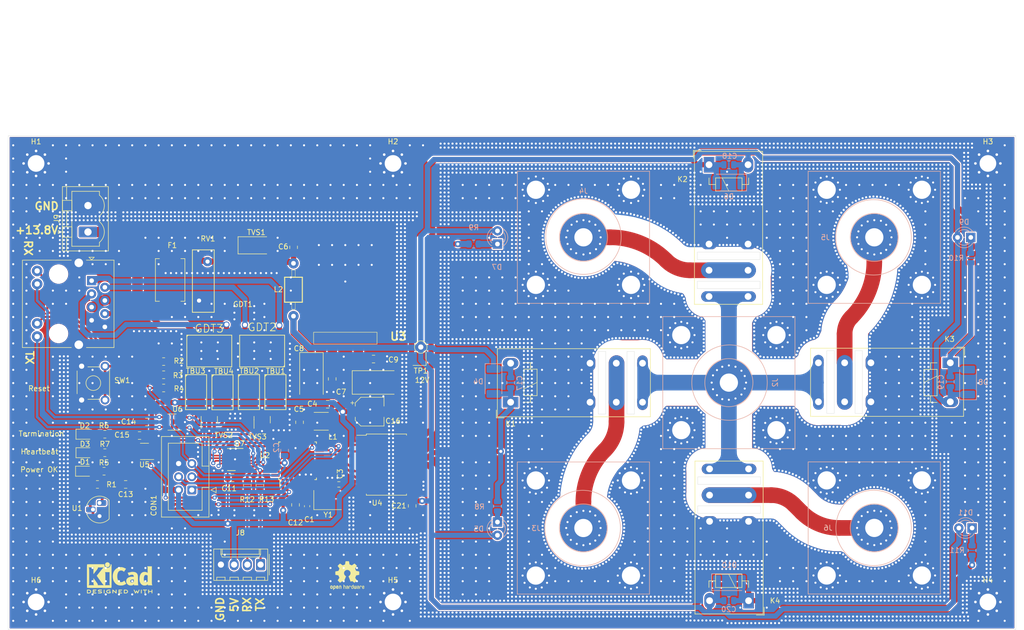
<source format=kicad_pcb>
(kicad_pcb (version 20221018) (generator pcbnew)
  (title_block (title "4:1 antenna switch") (date "2023-09-02") (rev "1.2.02") (company "EI9HEB/SP9DR") (comment 1 "EI9SP Sierra Papa DX Group") (comment 2 "pawel.labedz@gmail.com"))
  (layers (0 "F.Cu" mixed) (31 "B.Cu" mixed) (34 "B.Paste" user) (35 "F.Paste" user) (36 "B.SilkS" user "B.Silkscreen") (37 "F.SilkS" user "F.Silkscreen") (38 "B.Mask" user) (39 "F.Mask" user) (44 "Edge.Cuts" user))
  (net 0 "")
  (net 1 "/XTAL1")
  (net 2 "GND")
  (net 3 "/Reset")
  (net 4 "/XTAL2")
  (net 5 "+5V")
  (net 6 "Net-(U2-AREF)")
  (net 7 "+12V")
  (net 8 "/Ant_1_relay")
  (net 9 "/Ant_2_relay")
  (net 10 "/Ant_3_relay")
  (net 11 "/MISO")
  (net 12 "/CLK")
  (net 13 "/MOSI")
  (net 14 "+VDC")
  (net 15 "/A_in")
  (net 16 "/B_in")
  (net 17 "/Z_out")
  (net 18 "/Y_out")
  (net 19 "Net-(J1-Pad12)")
  (net 20 "Net-(J1-Pad10)")
  (net 21 "Net-(TVS1-K)")
  (net 22 "Net-(D1-A)")
  (net 23 "Net-(D2-A)")
  (net 24 "Net-(D3-A)")
  (net 25 "/RF")
  (net 26 "Net-(D5-K)")
  (net 27 "/1_wire")
  (net 28 "/TX_enable")
  (net 29 "/RX_enable")
  (net 30 "/TERM_enable")
  (net 31 "/TX")
  (net 32 "/A")
  (net 33 "/B")
  (net 34 "/Z")
  (net 35 "/Y")
  (net 36 "/Ant_1")
  (net 37 "/Ant_2")
  (net 38 "/Ant_3")
  (net 39 "/Ant_4")
  (net 40 "/RX_led")
  (net 41 "/TX_led")
  (net 42 "/RX")
  (net 43 "Net-(D7-K)")
  (net 44 "Net-(D9-K)")
  (net 45 "Net-(D11-K)")
  (net 46 "/RF_K1")
  (net 47 "/HB")
  (net 48 "/RF_K2")
  (net 49 "/RF_K3")
  (net 50 "/RF_K4")
  (net 52 "Net-(U5-2Y)")
  (net 53 "Net-(U5-1Y)")
  (net 54 "/Ant_4_relay")
  (net 66 "Net-(U2-AVCC)")
  (net 67 "Net-(J8-Pin_2)")
  (net 68 "Net-(J8-Pin_1)")
  (footprint "MountingHole:MountingHole_3.2mm_M3_Pad_Via" (layer "F.Cu") (at 203.2 24.638)
    (fp_text reference "H3")
    (fp_text value "MountingHole_Pad")
  )
  (footprint "MountingHole:MountingHole_3.2mm_M3_Pad_Via" (layer "F.Cu") (at 20.32 108.966)
    (fp_text reference "H6")
    (fp_text value "MountingHole_Pad")
  )
  (footprint "Relay_THT:Relay_DPDT_Schrack-RT2-FormC_RM5mm" (layer "F.Cu") (at 195.973388 62.975231 180)
    (fp_text reference "K3")
    (fp_text value "RT42xxxx")
  )
  (footprint "Connector_RJ:RJ45_BEL_SS74301-00x_Vertical" (layer "F.Cu") (at 30.988 47.1805 -90)
    (fp_text reference "J1" hide)
    (fp_text value "8P8C_LED_Shielded")
  )
  (footprint "PL_Bourns:TBU-CA" (layer "F.Cu") (at 51.05654 68.67398 -90)
    (fp_text reference "TBU3")
    (fp_text value "TBU_HSP")
  )
  (footprint "PL_Bourns:TBU-CA" (layer "F.Cu") (at 66.29654 68.67398 -90)
    (fp_text reference "TBU1")
    (fp_text value "TBU_HSP")
  )
  (footprint "Inductor_SMD:L_1812_4532Metric" (layer "F.Cu") (at 75.1078 74.2188 180)
    (fp_text reference "L1")
    (fp_text value "100uH")
  )
  (footprint "Resistor_SMD:R_0805_2012Metric" (layer "F.Cu") (at 44.831 67.818)
    (fp_text reference "R4")
    (fp_text value "10K" hide)
  )
  (footprint "PL_Bourns:TBU-CA" (layer "F.Cu") (at 61.21654 68.67398 -90)
    (fp_text reference "TBU2")
    (fp_text value "TBU_HSP")
  )
  (footprint "Diode_SMD:D_SMA" (layer "F.Cu") (at 62.6364 40.386)
    (fp_text reference "TVS1")
    (fp_text value "TVS_unipolar" hide)
  )
  (footprint "Resistor_SMD:R_0805_2012Metric" (layer "F.Cu") (at 44.831 62.738)
    (fp_text reference "R2")
    (fp_text value "R_Small" hide)
  )
  (footprint "Package_DFN_QFN:DFN-12-1EP_3x4mm_P0.5mm_EP1.7x3.3mm" (layer "F.Cu") (at 58.591 81.5665 180)
    (fp_text reference "U7")
    (fp_text value "LTC2861")
  )
  (footprint "LED_SMD:LED_0805_2012Metric" (layer "F.Cu") (at 29.6695 80.264)
    (fp_text reference "D3")
    (fp_text value "LED")
  )
  (footprint "Crystal:Crystal_SMD_5032-4Pin_5.0x3.2mm" (layer "F.Cu") (at 76.327 89.3572)
    (fp_text reference "Y1")
    (fp_text value "18Mhz" hide)
  )
  (footprint "Package_TO_SOT_SMD:SOT-23-6" (layer "F.Cu") (at 46.4312 74.3712 180)
    (fp_text reference "U6")
    (fp_text value "SN74LVC2G34")
  )
  (footprint "Package_SO:SOIC-18W_7.5x11.6mm_P1.27mm" (layer "F.Cu") (at 87.63 82.55)
    (fp_text reference "U4")
    (fp_text value "ULN2803A")
  )
  (footprint "d2-pak:d2-pak_termal" (layer "F.Cu") (at 79.7306 56.8452)
    (fp_text reference "U3")
    (fp_text value "L7805" hide)
  )
  (footprint "Fuse:Fuse_Bourns_MF-SM_7.98x5.44mm" (layer "F.Cu") (at 46.0756 47.0408 -90)
    (fp_text reference "F1")
    (fp_text value "Polyfuse_Small" hide)
  )
  (footprint "Package_QFP:TQFP-32_7x7mm_P0.8mm" (layer "F.Cu") (at 70.5612 81.8134 90)
    (fp_text reference "U2")
    (fp_text value "ATMEGA328P-AU-atmel" hide)
  )
  (footprint "Package_TO_SOT_SMD:SOT-23" (layer "F.Cu") (at 53.594 73.914 90)
    (fp_text reference "TVS2")
    (fp_text value "TVS_Array-SM712" hide)
  )
  (footprint "Capacitor_SMD:C_0805_2012Metric" (layer "F.Cu") (at 37.525999 86.36)
    (fp_text reference "C13")
    (fp_text value "100nF" hide)
  )
  (footprint "Package_TO_SOT_SMD:SOT-23" (layer "F.Cu") (at 63.754 73.914 90)
    (fp_text reference "TVS3")
    (fp_text value "TVS_Array-SM712" hide)
  )
  (footprint "Package_TO_SOT_SMD:SOT-23-6" (layer "F.Cu") (at 41.148 80.01 180)
    (fp_text reference "U5")
    (fp_text value "SN74LVC2G34")
  )
  (footprint "Resistor_SMD:R_0805_2012Metric" (layer "F.Cu") (at 33.528 80.264 180)
    (fp_text reference "R7")
    (fp_text value "1K" hide)
  )
  (footprint "Varistor:RV_Disc_D12mm_W4.2mm_P7.5mm" (layer "F.Cu") (at 53.2638 43.5102 -90)
    (fp_text reference "RV1")
    (fp_text value "Varistor" hide)
  )
  (footprint "Custom_Inductor_BLRN:Custom_inductors-BL01RN1A" (layer "F.Cu") (at 69.7738 48.9204 -90)
    (fp_text reference "L2")
    (fp_text value "L_Core_Ferrite" hide)
  )
  (footprint "Button_Switch_THT:SW_TH_Tactile_Omron_B3F-10xx" (layer "F.Cu") (at 29.0682 70.1282 90)
    (fp_text reference "SW1")
    (fp_text value "SW_Push")
  )
  (footprint "Capacitor_SMD:CP_Elec_5x5.9" (layer "F.Cu") (at 84.4042 72.3646)
    (fp_text reference "C16")
    (fp_text value "CP1_Small" hide)
  )
  (footprint "Capacitor_SMD:C_0805_2012Metric" (layer "F.Cu") (at 85.151 62.2554)
    (fp_text reference "C9")
    (fp_text value "100nF" hide)
  )
  (footprint "PL_Bourns:GDT-2027-XX-SM" (layer "F.Cu") (at 59.9186 46.609 -90)
    (fp_text reference "GDT1")
    (fp_text value "2031-23T-SM-RPLF")
  )
  (footprint "Capacitor_SMD:C_0805_2012Metric" (layer "F.Cu") (at 40.198 76.962 180)
    (fp_text reference "C15")
    (fp_text value "100nF" hide)
  )
  (footprint "Capacitor_SMD:C_0805_2012Metric" (layer "F.Cu") (at 41.595 74.3585 180)
    (fp_text reference "C14")
    (fp_text value "100nF" hide)
  )
  (footprint "Capacitor_Tantalum_SMD:CP_EIA-7343-31_Kemet-D" (layer "F.Cu") (at 85.471 66.7512)
    (fp_text reference "C10" hide)
    (fp_text value "CP1_Small" hide)
  )
  (footprint "Capacitor_SMD:C_0805_2012Metric" (layer "F.Cu") (at 70.1675 90.2945 -90)
    (fp_text reference "C12")
    (fp_text value "100nF" hide)
  )
  (footprint "LED_SMD:LED_0805_2012Metric" (layer "F.Cu") (at 29.591 83.82)
    (fp_text reference "D1")
    (fp_text value "LED")
  )
  (footprint "Capacitor_SMD:C_0805_2012Metric" (layer "F.Cu") (at 77.216 66.0756 -90)
    (fp_text reference "C7")
    (fp_text value "100nF")
  )
  (footprint "Capacitor_Tantalum_SMD:CP_EIA-7343-31_Kemet-D" (layer "F.Cu") (at 73.2282 65.405 -90)
    (fp_text reference "C8")
    (fp_text value "CP1_Small" hide)
  )
  (footprint "Capacitor_SMD:C_0805_2012Metric" (layer "F.Cu") (at 70.9422 74.4118 90)
    (fp_text reference "C5")
    (fp_text value "100nF" hide)
  )
  (footprint "Capacitor_SMD:C_0603_1608Metric" (layer "F.Cu") (at 72.39 90.551 -90)
    (fp_text reference "C1")
    (fp_text value "22pF" hide)
  )
  (footprint "Capacitor_SMD:C_0805_2012Metric" (layer "F.Cu") (at 58.1 85.09)
    (fp_text reference "C11")
    (fp_text value "100nF" hide)
  )
  (footprint "Capacitor_SMD:C_0805_2012Metric" (layer "F.Cu") (at 69.7992 40.767 90)
    (fp_text reference "C6")
    (fp_text value "100nF")
  )
  (footprint "Capacitor_SMD:C_0805_2012Metric" (layer "F.Cu") (at 76.3422 70.9422 180)
    (fp_text reference "C4")
    (fp_text value "100nF" hide)
  )
  (footprint "Resistor_SMD:R_0603_1608Metric" (layer "F.Cu") (at 78.486 86.36)
    (fp_text reference "C3")
    (fp_text value "22pF" hide)
  )
  (footprint "PL_Bourns:GDT_2038-xx-SM" (layer "F.Cu") (at 63.754 60.706 180)
    (fp_text reference "GDT2")
    (fp_text value "2038-15-SM-RPLF" hide)
  )
  (footprint "Connector_IDC:IDC-Header_2x03_P2.54mm_Vertical" (layer "F.Cu") (at 50.2412 87.4268 180)
    (fp_text reference "CON1")
    (fp_text value "AVR-ISP-6-atmel" hide)
  )
  (footprint "PL_Bourns:GDT_2038-xx-SM" (layer "F.Cu") (at 53.594 60.706)
    (fp_text reference "GDT3")
    (fp_text value "2038-15-SM-RPLF" hide)
  )
  (footprint "Resistor_SMD:R_0805_2012Metric" (layer "F.Cu") (at 44.831 65.278)
    (fp_text reference "R3")
    (fp_text value "R_Small" hide)
  )
  (footprint "PL_Bourns:TBU-CA" (layer "F.Cu") (at 56.134 68.707 -90)
    (fp_text reference "TBU4")
    (fp_text value "TBU_HSP")
  )
  (footprint "Relay_THT:Relay_DPDT_Schrack-RT2-FormC_RM5mm" (layer "F.Cu") (at 157.2168 108.7208 90)
    (fp_text reference "K4")
    (fp_text value "RT42xxxx")
  )
  (footprint "Relay_THT:Relay_DPDT_Schrack-RT2-FormC_RM5mm" (layer "F.Cu") (at 111.4972 70.552)
    (fp_text reference "K1")
    (fp_text value "RT42xxxx")
  )
  (footprint "MountingHole:MountingHole_3.2mm_M3_Pad_Via" (layer "F.Cu") (at 20.32 24.638)
    (fp_text reference "H1")
    (fp_text value "MountingHole_Pad")
  )
  (footprint "Resistor_SMD:R_0805_2012Metric" (layer "F.Cu") (at 32.1075 86.36)
    (fp_text reference "R1")
    (fp_text value "4.7K" hide)
  )
  (footprint "Resistor_SMD:R_0805_2012Metric" (layer "F.Cu") (at 33.5299 76.708 180)
    (fp_text reference "R6")
    (fp_text value "1K")
  )
  (footprint "LED_SMD:LED_0805_2012Metric" (layer "F.Cu") (at 29.6695 76.708)
    (fp_text reference "D2")
    (fp_text value "LED")
  )
  (footprint "MountingHole:MountingHole_3.2mm_M3_Pad_Via" (layer "F.Cu") (at 88.9 24.638)
    (fp_text reference "H2")
    (fp_text value "MountingHole_Pad")
  )
  (footprint "MountingHole:MountingHole_3.2mm_M3_Pad_Via" (layer "F.Cu") (at 88.9 108.966)
    (fp_text reference "H5")
    (fp_text value "MountingHole_Pad")
  )
  (footprint "MountingHole:MountingHole_3.2mm_M3_Pad_Via" (layer "F.Cu") (at 203.2 108.966)
    (fp_text reference "H4")
    (fp_text value "MountingHole_Pad")
  )
  (footprint "Capacitor_SMD:C_0805_2012Metric" (layer "F.Cu") (at 92.583 90.485 -90)
    (fp_text reference "C21")
    (fp_text value "100nF")
  )
  (footprint "Resistor_SMD:R_0805_2012Metric" (layer "F.Cu") (at 33.3775 83.82)
    (fp_text reference "R5")
    (fp_text value "R_Small" hide)
  )
  (footprint "TestPoint:TestPoint_THTPad_D2.0mm_Drill1.0mm" (layer "F.Cu") (at 94.234 59.944)
    (fp_text reference "TP1")
    (fp_text value "TestPoint")
  )
  (footprint "Relay_THT:Relay_DPDT_Schrack-RT2-FormC_RM5mm" (layer "F.Cu") (at 149.6152 24.8832 -90)
    (fp_text reference "K2")
    (fp_text value "RT42xxxx")
  )
  (footprint "Symbol:KiCad-Logo2_5mm_SilkScreen" (layer "F.Cu") (at 36.3728 104.3178)
    (fp_text reference "REF**" hide)
    (fp_text value "KiCad-Logo2_5mm_SilkScreen" hide)
  )
  (footprint "Symbol:OSHW-Logo2_7.3x6mm_SilkScreen" (layer "F.Cu") (at 80.1116 103.886)
    (fp_text reference "REF**" hide)
    (fp_text value "OSHW-Logo2_7.3x6mm_SilkScreen" hide)
  )
  (footprint "Connector_Phoenix_MSTB:PhoenixContact_MSTBVA_2,5_2-G-5,08_1x02_P5.08mm_Vertical" (layer "F.Cu") (at 30.2881 37.8206 90)
    (fp_text reference "J9")
    (fp_text value "Conn_01x02_Pin")
  )
  (footprint "Connector_Molex:Molex_KK-254_AE-6410-04A_1x04_P2.54mm_Vertical" (layer "F.Cu") (at 63.449199 101.7778 180)
    (fp_text reference "J8")
    (fp_text value "Conn_01x04_Pin")
  )
  (footprint "Resistor_SMD:R_0805_2012Metric" (layer "F.Cu") (at 63.3222 86.5397 -90)
    (fp_text reference "R13")
    (fp_text value "100" hide)
  )
  (footprint "Package_TO_SOT_THT:TO-92_HandSolder" (layer "F.Cu") (at 32.512 92.456 90)
    (fp_text reference "U1")
    (fp_text value "DS18B20")
  )
  (footprint "Resistor_SMD:R_0805_2012Metric" (layer "F.Cu") (at 60.9092 86.5397 -90)
    (fp_text reference "R12")
    (fp_text value "100")
  )
  (footprint "Resistor_SMD:R_0805_2012Metric" (layer "B.Cu") (at 200.152 99.06 90)
    (fp_text reference "R11")
    (fp_text value "1K" hide)
  )
  (footprint "Resistor_SMD:R_0805_2012Metric" (layer "B.Cu") (at 108.966 90.551 90)
    (fp_text reference "R8")
    (fp_text value "1K" hide)
  )
  (footprint "Resistor_SMD:R_0805_2012Metric" (layer "B.Cu") (at 104.394 40.132)
    (fp_text reference "R9")
    (fp_text value "1K" hide)
  )
  (footprint "Resistor_SMD:R_0805_2012Metric" (layer "B.Cu") (at 199.898 42.8225 90)
    (fp_text reference "R10")
    (fp_text value "1K" hide)
  )
  (footprint "Capacitor_SMD:C_0805_2012Metric" (layer "B.Cu") (at 111.506 66.802 -90)
    (fp_text reference "C17")
    (fp_text value "10nF" hide)
  )
  (footprint "Capacitor_SMD:C_0805_2012Metric" (layer "B.Cu") (at 153.416 108.712)
    (fp_text reference "C20")
    (fp_text value "10nF")
  )
  (footprint "Capacitor_SMD:C_0805_2012Metric" (layer "B.Cu") (at 195.961 66.614001 90)
    (fp_text reference "C19")
    (fp_text value "10nF")
  )
  (footprint "Capacitor_SMD:C_0805_2012Metric" (layer "B.Cu") (at 153.416 24.892 180)
    (fp_text reference "C18")
    (fp_text value "10nF")
  )
  (footprint "PL_RF_parts:SO-239" (layer "B.Cu") (at 153.428388 66.785232 90)
    (fp_text reference "J2")
    (fp_text value "Conn_Coaxial")
  )
  (footprint "PL_RF_parts:SO-239" (layer "B.Cu") (at 181.368388 38.845232 -90)
    (fp_text reference "J5")
    (fp_text value "Conn_Coaxial")
  )
  (footprint "Capacitor_SMD:C_0805_2012Metric" (layer "B.Cu") (at 68.072 79.8474 90)
    (fp_text reference "C2")
    (fp_text value "100nF" hide)
  )
  (footprint "PL_RF_parts:SO-239" (layer "B.Cu") (at 181.368388 94.725232 -90)
    (fp_text reference "J6")
    (fp_text value "Conn_Coaxial")
  )
  (footprint "PL_RF_parts:SO-239" (layer "B.Cu") (at 125.476 94.742 -90)
    (fp_text reference "J3")
    (fp_text value "Conn_Coaxial")
  )
  (footprint "LED_THT:LED_D3.0mm" (layer "B.Cu") (at 108.966 93.594 -90)
    (fp_text reference "D5")
    (fp_text value "LED")
  )
  (footprint "LED_THT:LED_D3.0mm" (layer "B.Cu") (at 108.966 40.137 90)
    (fp_text reference "D7")
    (fp_text value "LED")
  )
  (footprint "LED_THT:LED_D3.0mm" (layer "B.Cu") (at 200.157 94.742 180)
    (fp_text reference "D11")
    (fp_text value "LED")
  )
  (footprint "Diode_SMD:D_MELF" (layer "B.Cu") (at 108.204 66.548 -90)
    (fp_text reference "D4")
    (fp_text value "SM4003")
  )
  (footprint "Diode_SMD:D_MELF" (layer "B.Cu") (at 153.416 28.321 180)
    (fp_text reference "D6")
    (fp_text value "SM4003")
  )
  (footprint "Diode_SMD:D_MELF" (layer "B.Cu") (at 199.39 66.675 90)
    (fp_text reference "D8")
    (fp_text value "SM4003")
  )
  (footprint "Diode_SMD:D_MELF" (layer "B.Cu") (at 153.53 105.156)
    (fp_text reference "D10")
    (fp_text value "SM4003")
  )
  (footprint "LED_THT:LED_D3.0mm" (layer "B.Cu") (at 199.903 38.862 180)
    (fp_text reference "D9")
    (fp_text value "LED")
  )
  (footprint "PL_RF_parts:SO-239" (layer "B.Cu") (at 125.488388 38.845232 180)
    (fp_text reference "J4")
    (fp_text value "Conn_Coaxial")
  )
  (gr_line (start 95.25 63.4746) (end 95.25 60.96) (stroke (width 0.12)) (layer "F.SilkS"))
  (gr_line (start 92.7354 63.4746) (end 95.25 63.4746) (stroke (width 0.12)) (layer "F.SilkS"))
  (gr_rect (start 177.673 60.6425) (end 179.0954 72.7075) (stroke (width 0.05)) (fill none) (layer "Edge.Cuts"))
  (gr_line (start 14.986 114.3) (end 14.986 19.304) (stroke (width 0.05)) (layer "Edge.Cuts"))
  (gr_line locked (start 14.986 19.304) (end 208.534 19.304) (stroke (width 0.05)) (layer "Edge.Cuts"))
  (gr_poly locked (pts (xy 147.3454 43.1292) (xy 147.3454 41.7068) (xy 159.4104 41.7068) (xy 159.4104 43.1292)) (stroke (width 0.05)) (fill none) (layer "Edge.Cuts"))
  (gr_line (start 208.534 114.3) (end 14.986 114.3) (stroke (width 0.05)) (layer "Edge.Cuts"))
  (gr_poly (pts (xy 147.447 91.8972) (xy 147.447 90.4748) (xy 159.512 90.4748) (xy 159.512 91.8972)) (stroke (width 0.05)) (fill none) (layer "Edge.Cuts"))
  (gr_rect (start 172.2374 60.6425) (end 173.6598 72.7075) (stroke (width 0.05)) (fill none) (layer "Edge.Cuts"))
  (gr_line (start 208.534 19.304) (end 208.534 114.3) (stroke (width 0.05)) (layer "Edge.Cuts"))
  (gr_poly (pts (xy 147.447 86.3346) (xy 147.447 84.9122) (xy 159.512 84.9122) (xy 159.512 86.3346)) (stroke (width 0.05)) (fill none) (layer "Edge.Cuts"))
  (gr_poly locked (pts (xy 147.3454 48.7172) (xy 147.3454 47.2948) (xy 159.4104 47.2948) (xy 159.4104 48.7172)) (stroke (width 0.05)) (fill none) (layer "Edge.Cuts"))
  (gr_rect (start 128.3462 60.7822) (end 129.7686 72.8472) (stroke (width 0.05)) (fill none) (layer "Edge.Cuts"))
  (gr_rect (start 133.858 60.7822) (end 135.2804 72.8472) (stroke (width 0.05)) (fill none) (layer "Edge.Cuts"))
  (gr_text "EI9SP 2023 Antenna Switch v1.2.02" (at 54.102 25.2476) (layer "F.Cu") (effects (font (size 2 2) (thickness 0.5))))
  (gr_text "+13.8V" (at 16.1798 38.354) (layer "F.SilkS") (effects (font (size 1.5 1.5) (thickness 0.3) bold) (justify left bottom)))
  (gr_text "5V" (at 59.2836 111.0742 90) (layer "F.SilkS") (effects (font (size 1.5 1.5) (thickness 0.3) bold) (justify left bottom)))
  (gr_text "RX" (at 61.722 111.1504 90) (layer "F.SilkS") (effects (font (size 1.5 1.5) (thickness 0.3) bold) (justify left bottom)))
  (gr_text "Reset" (at 20.8788 67.9196) (layer "F.SilkS") (effects (font (size 1 1))))
  (gr_text "12V" (at 94.488 66.294) (layer "F.SilkS") (effects (font (size 1 1))))
  (gr_text "TX" (at 19.05 61.976 270) (layer "F.SilkS") (effects (font (size 1.5 1.5) (thickness 0.3))))
  (gr_text "Termination" (at 21.336 76.6064) (layer "F.SilkS") (effects (font (size 1 1))))
  (gr_text "Heartbeat" (at 20.9804 80.0608) (layer "F.SilkS") (effects (font (size 1 1))))
  (gr_text "GND" (at 56.5404 112.8014 90) (layer "F.SilkS") (effects (font (size 1.5 1.5) (thickness 0.3) bold) (justify left bottom)))
  (gr_text "TX" (at 64.2112 110.9218 90) (layer "F.SilkS") (effects (font (size 1.5 1.5) (thickness 0.3) bold) (justify left bottom)))
  (gr_text "RX" (at 18.796 40.894 270) (layer "F.SilkS") (effects (font (size 1.5 1.5) (thickness 0.3))))
  (gr_text "GND" (at 19.8628 33.7312) (layer "F.SilkS") (effects (font (size 1.5 1.5) (thickness 0.3) bold) (justify left bottom)))
  (gr_text "Power OK" (at 20.9296 83.5152) (layer "F.SilkS") (effects (font (size 1 1))))
  (segment (start 72.5612 86.0634) (end 72.5612 89.5548) (width 0.4) (layer "F.Cu") (net 1))
  (segment (start 72.5612 89.5548) (end 72.39 89.726) (width 0.4) (layer "F.Cu") (net 1))
  (segment (start 73.7202 90.3572) (end 73.089 89.726) (width 0.4) (layer "F.Cu") (net 1))
  (segment (start 73.089 89.726) (end 72.39 89.726) (width 0.4) (layer "F.Cu") (net 1))
  (segment (start 74.677 90.3572) (end 73.7202 90.3572) (width 0.4) (layer "F.Cu") (net 1))
  (segment (start 69.3612 84.9438) (end 69.800972 84.504028) (width 0.4) (layer "F.Cu") (net 2))
  (segment (start 69.800972 84.504028) (end 70.978428 84.504028) (width 0.4) (layer "F.Cu") (net 2))
  (segment (start 63.754 72.914) (end 63.754 76.073) (width 0.4) (layer "F.Cu") (net 2))
  (segment (start 53.594 72.914) (end 53.594 76.04825) (width 0.4) (layer "F.Cu") (net 2))
  (segment (start 63.754 76.073) (end 63.730455 76.096545) (width 0.4) (layer "F.Cu") (net 2))
  (segment (start 47.5312 74.3712) (end 48.9204 74.3712) (width 0.5) (layer "F.Cu") (net 2))
  (segment (start 69.3612 86.0634) (end 69.3612 84.9438) (width 0.4) (layer "F.Cu") (net 2))
  (segment (start 53.594 76.04825) (end 53.581625 76.060625) (width 0.4) (layer "F.Cu") (net 2))
  (segment (start 70.1612 77.5634) (end 70.1612 79.3686) (width 0.4) (layer "F.Cu") (net 2))
  (segment (start 63.754 60.706) (end 65.278 60.706) (width 1.2) (layer "F.Cu") (net 2))
  (segment (start 53.594 60.706) (end 55.118 60.706) (width 1.2) (layer "F.Cu") (net 2))
  (segment (start 53.594 60.706) (end 53.594 64.516) (width 1.2) (layer "F.Cu") (net 2))
  (segment (start 63.754 60.706) (end 63.754 64.516) (width 1.2) (layer "F.Cu") (net 2))
  (segment (start 70.9612 84.4868) (end 70.978428 84.504028) (width 0.4) (layer "F.Cu") (net 2))
  (segment (start 70.9612 86.0634) (end 70.9612 84.4868) (width 0.4) (layer "F.Cu") (net 2))
  (segment (start 63.754 72.914) (end 63.754 71.628) (width 0.5) (layer "F.Cu") (net 2))
  (segment (start 53.594 72.914) (end 53.594 71.628) (width 0.5) (layer "F.Cu") (net 2))
  (segment (start 63.754 60.706) (end 62.23 60.706) (width 1.2) (layer "F.Cu") (net 2))
  (segment (start 53.594 60.706) (end 52.07 60.706) (width 1.2) (layer "F.Cu") (net 2))
  (segment (start 58.547 81.534) (end 58.591 81.5665) (width 0.5) (layer "F.Cu") (net 2))
  (segment (start 58.591 83.737) (end 59.05 84.196) (width 0.5) (layer "F.Cu") (net 2))
  (segment (start 58.42 81.534) (end 58.547 81.534) (width 0.5) (layer "F.Cu") (net 2))
  (segment (start 58.591 81.5665) (end 58.591 83.737) (width 0.5) (layer "F.Cu") (net 2))
  (segment (start 59.05 84.196) (end 59.05 85.09) (width 0.5) (layer "F.Cu") (net 2))
  (via (at 55.118 60.706) (size 0.6) (drill 0.4) (layers "F.Cu" "B.Cu") (net 2))
  (via (at 52.07 60.706) (size 0.6) (drill 0.4) (layers "F.Cu" "B.Cu") (net 2))
  (via (at 53.594 64.516) (size 0.6) (drill 0.4) (layers "F.Cu" "B.Cu") (net 2))
  (via (at 63.754 64.516) (size 0.6) (drill 0.4) (layers "F.Cu" "B.Cu") (net 2))
  (via (at 65.278 60.706) (size 0.6) (drill 0.4) (layers "F.Cu" "B.Cu") (net 2))
  (via (at 63.730455 76.096545) (size 0.6) (drill 0.4) (layers "F.Cu" "B.Cu") (net 2))
  (via (at 62.23 60.706) (size 0.6) (drill 0.4) (layers "F.Cu" "B.Cu") (net 2))
  (via (at 70.978428 84.504028) (size 0.8) (drill 0.4) (layers "F.Cu" "B.Cu") (net 2))
  (via (at 53.581625 76.060625) (size 0.6) (drill 0.4) (layers "F.Cu" "B.Cu") (net 2))
  (via (at 70.1612 79.3686) (size 0.8) (drill 0.4) (layers "F.Cu" "B.Cu") (net 2))
  (via (at 53.594 71.628) (size 0.6) (drill 0.4) (layers "F.Cu" "B.Cu") (net 2))
  (via (at 48.9204 74.3712) (size 0.6) (drill 0.4) (layers "F.Cu" "B.Cu") (net 2))
  (via (at 63.754 71.628) (size 0.6) (drill 0.4) (layers "F.Cu" "B.Cu") (net 2))
  (via (at 115.57 65.278) (size 0.6) (drill 0.4) (layers "F.Cu" "B.Cu") (net 2))
  (via (at 151.384 102.616) (size 0.6) (drill 0.4) (layers "F.Cu" "B.Cu") (net 2))
  (via (at 202.946 61.468) (size 0.6) (drill 0.4) (layers "F.Cu" "B.Cu") (net 2))
  (via (at 111.76 43.18) (size 0.6) (drill 0.4) (layers "F.Cu" "B.Cu") (net 2))
  (via (at 121.5898 83.6168) (size 0.65) (drill 0.4) (layers "F.Cu" "B.Cu") (net 2))
  (via (at 75.184 97.536) (size 0.6) (drill 0.4) (layers "F.Cu" "B.Cu") (net 2))
  (via (at 110.236 24.892) (size 0.6) (drill 0.4) (layers "F.Cu" "B.Cu") (net 2))
  (via (at 135.382 110.998) (size 0.6) (drill 0.4) (layers "F.Cu" "B.Cu") (net 2))
  (via (at 203.708 61.468) (size 0.6) (drill 0.4) (layers "F.Cu" "B.Cu") (net 2))
  (via (at 146.05 21.59) (size 0.6) (drill 0.4) (layers "F.Cu" "B.Cu") (net 2))
  (via (at 186.0042 46.6598) (size 0.65) (drill 0.4) (layers "F.Cu" "B.Cu") (net 2))
  (via (at 161.0868 52.832) (size 0.65) (drill 0.4) (layers "F.Cu" "B.Cu") (net 2))
  (via (at 98.044 78.232) (size 0.6) (drill 0.4) (layers "F.Cu" "B.Cu") (net 2))
  (via (at 127 110.998) (size 0.6) (drill 0.4) (layers "F.Cu" "B.Cu") (net 2))
  (via (at 149.098 112.522) (size 0.6) (drill 0.4) (layers "F.Cu" "B.Cu") (net 2))
  (via (at 51.435 80.137) (size 0.65) (drill 0.4) (layers "F.Cu" "B.Cu") (net 2))
  (via (at 84.505476 28.7704) (size 0.65) (drill 0.4) (layers "F.Cu" "B.Cu") (net 2))
  (via (at 126.238 111.76) (size 0.6) (drill 0.4) (layers "F.Cu" "B.Cu") (net 2))
  (via (at 94.234 110.236) (size 0.6) (drill 0.4) (layers "F.Cu" "B.Cu") (net 2))
  (via (at 99.568 44.704) (size 0.6) (drill 0.4) (layers "F.Cu" "B.Cu") (net 2))
  (via (at 206.425476 36.3904) (size 0.65) (drill 0.4) (layers "F.Cu" "B.Cu") (net 2))
  (via (at 118.618 20.828) (size 0.6) (drill 0.4) (layers "F.Cu" "B.Cu") (net 2))
  (via (at 202.946 53.086) (size 0.6) (drill 0.4) (layers "F.Cu" "B.Cu") (net 2))
  (via (at 79.425476 31.3104) (size 0.65) (drill 0.4) (layers "F.Cu" "B.Cu") (net 2))
  (via (at 91.948 34.798) (size 0.6) (drill 0.4) (layers "F.Cu" "B.Cu") (net 2))
  (via (at 161.8742 51.0286) (size 0.65) (drill 0.4) (layers "F.Cu" "B.Cu") (net 2))
  (via (at 112.522 34.036) (size 0.6) (drill 0.4) (layers "F.Cu" "B.Cu") (net 2))
  (via (at 194.818 53.848) (size 0.6) (drill 0.4) (layers "F.Cu" "B.Cu") (net 2))
  (via (at 141.5288 37.1856) (size 0.65) (drill 0.4) (layers "F.Cu" "B.Cu") (net 2))
  (via (at 191.77 111.76) (size 0.6) (drill 0.4) (layers "F.Cu" "B.Cu") (net 2))
  (via (at 160.6296 41.8338) (size 0.65) (drill 0.4) (layers "F.Cu" "B.Cu") (net 2))
  (via (at 62.23 59.055) (size 0.6) (drill 0.4) (layers "F.Cu" "B.Cu") (net 2))
  (via (at 139.954 21.59) (size 0.6) (drill 0.4) (layers "F.Cu" "B.Cu") (net 2))
  (via (at 88.138 79.756) (size 0.6) (drill 0.4) (layers "F.Cu" "B.Cu") (net 2))
  (via (at 52.324 105.156) (size 0.6) (drill 0.4) (layers "F.Cu" "B.Cu") (net 2))
  (via (at 110.998 59.182) (size 0.6) (drill 0.4) (layers "F.Cu" "B.Cu") (net 2))
  (via (at 106.426 35.56) (size 0.6) (drill 0.4) (layers "F.Cu" "B.Cu") (net 2))
  (via (at 147.574 40.3098) (size 0.65) (drill 0.4) (layers "F.Cu" "B.Cu") (net 2))
  (via (at 55.372 105.918) (size 0.6) (drill 0.4) (layers "F.Cu" "B.Cu") (net 2))
  (via (at 163.703 61.8998) (size 0.65) (drill 0.4) (layers "F.Cu" "B.Cu") (net 2))
  (via (at 198.628 111.76) (size 0.6) (drill 0.4) (layers "F.Cu" "B.Cu") (net 2))
  (via (at 43.942 96.012) (size 0.6) (drill 0.4) (layers "F.Cu" "B.Cu") (net 2))
  (via (at 98.044 25.654) (size 0.6) (drill 0.4) (layers "F.Cu" "B.Cu") (net 2))
  (via (at 165.1 107.188) (size 0.6) (drill 0.4) (layers "F.Cu" "B.Cu") (net 2))
  (via (at 180.5432 64.8462) (size 0.65) (drill 0.4) (layers "F.Cu" "B.Cu") (net 2))
  (via (at 94.234 98.044) (size 0.6) (drill 0.4) (layers "F.Cu" "B.Cu") (net 2))
  (via (at 111.76 75.184) (size 0.6) (drill 0.4) (layers "F.Cu" "B.Cu") (net 2))
  (via (at 133.858 21.59) (size 0.6) (drill 0.4) (layers "F.Cu" "B.Cu") (net 2))
  (via (at 114.046 73.66) (size 0.6) (drill 0.4) (layers "F.Cu" "B.Cu") (net 2))
  (via (at 153.67 30.988) (size 0.6) (drill 0.4) (layers "F.Cu" "B.Cu") (net 2))
  (via (at 198.374 109.474) (size 0.6) (drill 0.4) (layers "F.Cu" "B.Cu") (net 2))
  (via (at 165.1 107.95) (size 0.6) (drill 0.4) (layers "F.Cu" "B.Cu") (net 2))
  (via (at 163.576 21.59) (size 0.6) (drill 0.4) (layers "F.Cu" "B.Cu") (net 2))
  (via (at 99.568 64.516) (size 0.6) (drill 0.4) (layers "F.Cu" "B.Cu") (net 2))
  (via (at 161.417 42.9514) (size 0.65) (drill 0.4) (layers "F.Cu" "B.Cu") (net 2))
  (via (at 36.245476 28.7704) (size 0.65) (drill 0.4) (layers "F.Cu" "B.Cu") (net 2))
  (via (at 199.39 112.522) (size 0.6) (drill 0.4) (layers "F.Cu" "B.Cu") (net 2))
  (via (at 162.814 25.654) (size 0.6) (drill 0.4) (layers "F.Cu" "B.Cu") (net 2))
  (via (at 131.9022 90.17) (size 0.65) (drill 0.4) (layers "F.Cu" "B.Cu") (net 2))
  (via (at 98.044 34.798) (size 0.6) (drill 0.4) (layers "F.Cu" "B.Cu") (net 2))
  (via (at 27.178 97.536) (size 0.6) (drill 0.4) (layers "F.Cu" "B.Cu") (net 2))
  (via (at 111.76 85.852) (size 0.6) (drill 0.4) (layers "F.Cu" "B.Cu") (net 2))
  (via (at 46.228 96.012) (size 0.6) (drill 0.4) (layers "F.Cu" "B.Cu") (net 2))
  (via (at 36.245476 61.7904) (size 0.65) (drill 0.4) (layers "F.Cu" "B.Cu") (net 2))
  (via (at 25.654001 89.916) (size 0.6) (drill 0.4) (layers "F.Cu" "B.Cu") (net 2))
  (via (at 102.616 110.998) (size 0.6) (drill 0.4) (layers "F.Cu" "B.Cu") (net 2))
  (via (at 191.008 55.372) (size 0.6) (drill 0.4) (layers "F.Cu" "B.Cu") (net 2))
  (via (at 137.845476 51.6304) (size 0.65) (drill 0.4) (layers "F.Cu" "B.Cu") (net 2))
  (via (at 113.284 40.894) (size 0.6) (drill 0.4) (layers "F.Cu" "B.Cu") (net 2))
  (via (at 180.5178 58.0136) (size 0.65) (drill 0.4) (layers "F.Cu" "B.Cu") (net 2))
  (via (at 48.945476 51.6304) (size 0.65) (drill 0.4) (layers "F.Cu" "B.Cu") (net 2))
  (via (at 178.816 108.712) (size 0.6) (drill 0.4) (layers "F.Cu" "B.Cu") (net 2))
  (via (at 47.244 45.72) (size 0.6) (drill 0.4) (layers "F.Cu" "B.Cu") (net 2))
  (via (at 91.186 38.608) (size 0.6) (drill 0.4) (layers "F.Cu" "B.Cu") (net 2))
  (via (at 178.816 24.892) (size 0.6) (drill 0.4) (layers "F.Cu" "B.Cu") (net 2))
  (via (at 203.708 69.85) (size 0.6) (drill 0.4) (layers "F.Cu" "B.Cu") (net 2))
  (via (at 186.105476 104.9704) (size 0.65) (drill 0.4) (layers "F.Cu" "B.Cu") (net 2))
  (via (at 159.004 24.892) (size 0.6) (drill 0.4) (layers "F.Cu" "B.Cu") (net 2))
  (via (at 171.196 25.654) (size 0.6) (drill 0.4) (layers "F.Cu" "B.Cu") (net 2))
  (via (at 159.004 104.902) (size 0.6) (drill 0.4) (layers "F.Cu" "B.Cu") (net 2))
  (via (at 206.425476 28.7704) (size 0.65) (drill 0.4) (layers "F.Cu" "B.Cu") (net 2))
  (via (at 168.148 24.892) (size 0.6) (drill 0.4) (layers "F.Cu" "B.Cu") (net 2))
  (via (at 103.378 42.418) (size 0.6) (drill 0.4) (layers "F.Cu" "B.Cu") (net 2))
  (via (at 193.294 80.518) (size 0.6) (drill 0.4) (layers "F.Cu" "B.Cu") (net 2))
  (via (at 161.0614 42.3672) (size 0.65) (drill 0.4) (layers "F.Cu" "B.Cu") (net 2))
  (via (at 45.466 34.036) (size 0.6) (drill 0.4) (layers "F.Cu" "B.Cu") (net 2))
  (via (at 51.485476 54.1704) (size 0.65) (drill 0.4) (layers "F.Cu" "B.Cu") (net 2))
  (via (at 98.806 105.664) (size 0.6) (drill 0.4) (layers "F.Cu" "B.Cu") (net 2))
  (via (at 128.6002 101.9302) (size 0.65) (drill 0.4) (layers "F.Cu" "B.Cu") (net 2))
  (via (at 74.345476 102.4304) (size 0.65) (drill 0.4) (layers "F.Cu" "B.Cu") (net 2))
  (via (at 142.24 24.892) (size 0.6) (drill 0.4) (layers "F.Cu" "B.Cu") (net 2))
  (via (at 135.305476 54.1704) (size 0.65) (drill 0.4) (layers "F.Cu" "B.Cu") (net 2))
  (via (at 117.094 111.76) (size 0.6) (drill 0.4) (layers "F.Cu" "B.Cu") (net 2))
  (via (at 86.614 34.036) (size 0.6) (drill 0.4) (layers "F.Cu" "B.Cu") (net 2))
  (via (at 171.323 54.3052) (size 0.65) (drill 0.4) (layers "F.Cu" "B.Cu") (net 2))
  (via (at 89.662 56.134) (size 0.6) (drill 0.4) (layers "F.Cu" "B.Cu") (net 2))
  (via (at 99.568 98.806) (size 0.6) (drill 0.4) (layers "F.Cu" "B.Cu") (net 2))
  (via (at 81.965476 21.1504) (size 0.65) (drill 0.4) (layers "F.Cu" "B.Cu") (net 2))
  (via (at 191.77 69.85) (size 0.6) (drill 0.4) (layers "F.Cu" "B.Cu") (net 2))
  (via (at 99.568 75.946) (size 0.6) (drill 0.4) (layers "F.Cu" "B.Cu") (net 2))
  (via (at 34.798 96.012) (size 0.6) (drill 0.4) (layers "F.Cu" "B.Cu") (net 2))
  (via (at 155.956 101.092) (size 0.6) (drill 0.4) (layers "F.Cu" "B.Cu") (net 2))
  (via (at 171.577 53.6448) (size 0.65) (drill 0.4) (layers "F.Cu" "B.Cu") (net 2))
  (via (at 104.902 20.828) (size 0.6) (drill 0.4) (layers "F.Cu" "B.Cu") (net 2))
  (via (at 177.292 25.654) (size 0.6) (drill 0.4) (layers "F.Cu" "B.Cu") (net 2))
  (via (at 132.765476 56.7104) (size 0.65) (drill 0.4) (layers "F.Cu" "B.Cu") (net 2))
  (via (at 88.9 35.56) (size 0.6) (drill 0.4) (layers "F.Cu" "B.Cu") (net 2))
  (via (at 30.988 96.774) (size 0.6) (drill 0.4) (layers "F.Cu" "B.Cu") (net 2))
  (via (at 28.702 35.56) (size 0.6) (drill 0.4) (layers "F.Cu" "B.Cu") (net 2))
  (via (at 88.9 79.756) (size 0.6) (drill 0.4) (layers "F.Cu" "B.Cu") (net 2))
  (via (at 177.292 111.76) (size 0.6) (drill 0.4) (layers "F.Cu" "B.Cu") (net 2))
  (via (at 102.285476 77.0304) (size 0.65) (drill 0.4) (layers "F.Cu" "B.Cu") (net 2))
  (via (at 82.042 34.798) (size 0.6) (drill 0.4) (layers "F.Cu" "B.Cu") (net 2))
  (via (at 135.382 25.654) (size 0.6) (drill 0.4) (layers "F.Cu" "B.Cu") (net 2))
  (via (at 88.138 97.536) (size 0.6) (drill 0.4) (layers "F.Cu" "B.Cu") (net 2))
  (via (at 173.5328 75.2856) (size 0.65) (drill 0.4) (layers "F.Cu" "B.Cu") (net 2))
  (via (at 118.872 98.9838) (size 0.65) (drill 0.4) (layers "F.Cu" "B.Cu") (net 2))
  (via (at 46.405476 31.3104) (size 0.65) (drill 0.4) (layers "F.Cu" "B.Cu") (net 2))
  (via (at 149.86 20.828) (size 0.6) (drill 0.4) (layers "F.Cu" "B.Cu") (net 2))
  (via (at 26.416 77.723999) (size 0.6) (drill 0.4) (layers "F.Cu" "B.Cu") (net 2))
  (via (at 98.044 62.992) (size 0.6) (drill 0.4) (layers "F.Cu" "B.Cu") (net 2))
  (via (at 111.76 91.186) (size 0.6) (drill 0.4) (layers "F.Cu" "B.Cu") (net 2))
  (via (at 179.578 20.828) (size 0.6) (drill 0.4) (layers "F.Cu" "B.Cu") (net 2))
  (via (at 18.465476 92.2704) (size 0.65) (drill 0.4) (layers "F.Cu" "B.Cu") (net 2))
  (via (at 161.3662 80.9752) (size 0.65) (drill 0.4) (layers "F.Cu" "B.Cu") (net 2))
  (via (at 121.666 107.95) (size 0.6) (drill 0.4) (layers "F.Cu" "B.Cu") (net 2))
  (via (at 159.766 31.75) (size 0.6) (drill 0.4) (layers "F.Cu" "B.Cu") (net 2))
  (via (at 90.678 62.992) (size 0.6) (drill 0.4) (layers "F.Cu" "B.Cu") (net 2))
  (via (at 64.185476 21.1504) (size 0.65) (drill 0.4) (layers "F.Cu" "B.Cu") (net 2))
  (via (at 88.9 91.948) (size 0.6) (drill 0.4) (layers "F.Cu" "B.Cu") (net 2))
  (via (at 126.9746 67.818) (size 0.65) (drill 0.4) (layers "F.Cu" "B.Cu") (net 2))
  (via (at 50.038 97.536) (size 0.6) (drill 0.4) (layers "F.Cu" "B.Cu") (net 2))
  (via (at 98.806 31.75) (size 0.6) (drill 0.4) (layers "F.Cu" "B.Cu") (net 2))
  (via (at 184.15 112.522) (size 0.6) (drill 0.4) (layers "F.Cu" "B.Cu") (net 2))
  (via (at 165.862 111.76) (size 0.6) (drill 0.4) (layers "F.Cu" "B.Cu") (net 2))
  (via (at 107.365476 46.5504) (size 0.65) (drill 0.4) (layers "F.Cu" "B.Cu") (net 2))
  (via (at 52.324001 102.870001) (size 0.6) (drill 0.4) (layers "F.Cu" "B.Cu") (net 2))
  (via (at 94.996 98.044) (size 0.6) (drill 0.4) (layers "F.Cu" "B.Cu") (net 2))
  (via (at 146.1262 40.3098) (size 0.65) (drill 0.4) (layers "F.Cu" "B.Cu") (net 2))
  (via (at 109.905476 46.5504) (size 0.65) (drill 0.4) (layers "F.Cu" "B.Cu") (net 2))
  (via (at 165.8366 71.6534) (size 0.65) (drill 0.4) (layers "F.Cu" "B.Cu") (net 2))
  (via (at 107.365476 107.5104) (size 0.65) (drill 0.4) (layers "F.Cu" "B.Cu") (net 2))
  (via (at 91.44 66.04) (size 0.6) (drill 0.4) (layers "F.Cu" "B.Cu") (net 2))
  (via (at 159.004 31.75) (size 0.6) (drill 0.4) (layers "F.Cu" "B.Cu") (net 2))
  (via (at 145.6182 91.0844) (size 0.65) (drill 0.4) (layers "F.Cu" "B.Cu") (net 2))
  (via (at 112.522 59.182) (size 0.6) (drill 0.4) (layers "F.Cu" "B.Cu") (net 2))
  (via (at 147.574 31.75) (size 0.6) (drill 0.4) (layers "F.Cu" "B.Cu") (net 2))
  (via (at 158.242 30.988) (size 0.6) (drill 0.4) (layers "F.Cu" "B.Cu") (net 2))
  (via (at 15.925476 92.2704) (size 0.65) (drill 0.4) (layers "F.Cu" "B.Cu") (net 2))
  (via (at 202.946 95.758) (size 0.6) (drill 0.4) (layers "F.Cu" "B.Cu") (net 2))
  (via (at 202.946 97.282) (size 0.6) (drill 0.4) (layers "F.Cu" "B.Cu") (net 2))
  (via (at 125.145476 51.6304) (size 0.65) (drill 0.4) (layers "F.Cu" "B.Cu") (net 2))
  (via (at 66.04 96.012) (size 0.6) (drill 0.4) (layers "F.Cu" "B.Cu") (net 2))
  (via (at 91.186 51.562) (size 0.6) (drill 0.4) (layers "F.Cu" "B.Cu") (net 2))
  (via (at 130.8862 86.5886) (size 0.65) (drill 0.4) (layers "F.Cu" "B.Cu") (net 2))
  (via (at 195.58 36.322) (size 0.6) (drill 0.4) (layers "F.Cu" "B.Cu") (net 2))
  (via (at 172.6946 99.4664) (size 0.65) (drill 0.4) (layers "F.Cu" "B.Cu") (net 2))
  (via (at 191.008 56.134) (size 0.6) (drill 0.4) (layers "F.Cu" "B.Cu") (net 2))
  (via (at 49.403 76.581) (size 0.65) (drill 0.4) (layers "F.Cu" "B.Cu") (net 2))
  (via (at 168.325476 31.3104) (size 0.65) (drill 0.4) (layers "F.Cu" "B.Cu") (net 2))
  (via (at 114.046 24.892) (size 0.6) (drill 0.4) (layers "F.Cu" "B.Cu") (net 2))
  (via (at 54.356 45.72) (size 0.6) (drill 0.4) (layers "F.Cu" "B.Cu") (net 2))
  (via (at 197.866 20.828) (size 0.6) (drill 0.4) (layers "F.Cu" "B.Cu") (net 2))
  (via (at 31.165476 64.3304) (size 0.65) (drill 0.4) (layers "F.Cu" "B.Cu") (net 2))
  (via (at 26.085476 26.2304) (size 0.65) (drill 0.4) (layers "F.Cu" "B.Cu") (net 2))
  (via (at 201.345476 79.5704) (size 0.65) (drill 0.4) (layers "F.Cu" "B.Cu") (net 2))
  (via (at 191.77 62.23) (size 0.6) (drill 0.4) (layers "F.Cu" "B.Cu") (net 2))
  (via (at 178.308 74.5744) (size 0.65) (drill 0.4) (layers "F.Cu" "B.Cu") (net 2))
  (via (at 24.892 83.058) (size 0.6) (drill 0.4) (layers "F.Cu" "B.Cu") (net 2))
  (via (at 90.424 49.276) (size 0.6) (drill 0.4) (layers "F.Cu" "B.Cu") (net 2))
  (via (at 66.04 96.774) (size 0.6) (drill 0.4) (layers "F.Cu" "B.Cu") (net 2))
  (via (at 59.182 35.56) (size 0.6) (drill 0.4) (layers "F.Cu" "B.Cu") (net 2))
  (via (at 53.848 106.68) (size 0.6) (drill 0.4) (layers "F.Cu" "B.Cu") (net 2))
  (via (at 98.044 93.472) (size 0.6) (drill 0.4) (layers "F.Cu" "B.Cu") (net 2))
  (via (at 24.892 76.962) (size 0.6) (drill 0.4) (layers "F.Cu" "B.Cu") (net 2))
  (via (at 171.958 21.59) (size 0.6) (drill 0.4) (layers "F.Cu" "B.Cu") (net 2))
  (via (at 194.818 30.226) (size 0.6) (drill 0.4) (layers "F.Cu" "B.Cu") (net 2))
  (via (at 174.1932 42.0878) (size 0.65) (drill 0.4) (layers "F.Cu" "B.Cu") (net 2))
  (via (at 148.59 57.7596) (size 0.65) (drill 0.4) (layers "F.Cu" "B.Cu") (net 2))
  (via (at 98.806 46.228) (size 0.6) (drill 0.4) (layers "F.Cu" "B.Cu") (net 2))
  (via (at 194.818 97.282) (size 0.6) (drill 0.4) (layers "F.Cu" "B.Cu") (net 2))
  (via (at 44.196 56.896) (size 0.6) (drill 0.4) (layers "F.Cu" "B.Cu") (net 2))
  (via (at 41.325476 102.4304) (size 0.65) (drill 0.4) (layers "F.Cu" "B.Cu") (net 2))
  (via (at 101.854 41.656) (size 0.6) (drill 0.4) (layers "F.Cu" "B.Cu") (net 2))
  (via (at 43.865476 112.5904) (size 0.65) (drill 0.4) (layers "F.Cu" "B.Cu") (net 2))
  (via (at 130.429 88.646) (size 0.65) (drill 0.4) (layers "F.Cu" "B.Cu") (net 2))
  (via (at 115.57 111.76) (size 0.6) (drill 0.4) (layers "F.Cu" "B.Cu") (net 2))
  (via (at 190.246 62.992) (size 0.6) (drill 0.4) (layers "F.Cu" "B.Cu") (net 2))
  (via (at 202.946 82.804) (size 0.6) (drill 0.4) (layers "F.Cu" "B.Cu") (net 2))
  (via (at 91.186 48.514) (size 0.6) (drill 0.4) (layers "F.Cu" "B.Cu") (net 2))
  (via (at 61.468 105.918) (size 0.6) (drill 0.4) (layers "F.Cu" "B.Cu") (net 2))
  (via (at 91.186 41.656) (size 0.6) (drill 0.4) (layers "F.Cu" "B.Cu") (net 2))
  (via (at 26.416 67.817999) (size 0.6) (drill 0.4) (layers "F.Cu" "B.Cu") (net 2))
  (via (at 66.802 97.536) (size 0.6) (drill 0.4) (layers "F.Cu" "B.Cu") (net 2))
  (via (at 155.2194 93.2688) (size 0.65) (drill 0.4) (layers "F.Cu" "B.Cu") (net 2))
  (via (at 46.228 35.56) (size 0.6) (drill 0.4) (layers "F.Cu" "B.Cu") (net 2))
  (via (at 26.416 35.56) (size 0.6) (drill 0.4) (layers "F.Cu" "B.Cu") (net 2))
  (via (at 199.39 111.76) (size 0.6) (drill 0.4) (layers "F.Cu" "B.Cu") (net 2))
  (via (at 89.585476 102.4304) (size 0.65) (drill 0.4) (layers "F.Cu" "B.Cu") (net 2))
  (via (at 106.426 25.654) (size 0.6) (drill 0.4) (layers "F.Cu" "B.Cu") (net 2))
  (via (at 158.165476 36.3904) (size 0.65) (drill 0.4) (layers "F.Cu" "B.Cu") (net 2))
  (via (at 75.946 34.798) (size 0.6) (drill 0.4) (layers "F.Cu" "B.Cu") (net 2))
  (via (at 42.418 96.012) (size 0.6) (drill 0.4) (layers "F.Cu" "B.Cu") (net 2))
  (via (at 62.992 105.918) (size 0.6) (drill 0.4) (layers "F.Cu" "B.Cu") (net 2))
  (via (at 43.865476 44.0104) (size 0.65) (drill 0.4) (layers "F.Cu" "B.Cu") (net 2))
  (via (at 98.044 30.988) (size 0.6) (drill 0.4) (layers "F.Cu" "B.Cu") (net 2))
  (via (at 171.196 20.828) (size 0.6) (drill 0.4) (layers "F.Cu" "B.Cu") (net 2))
  (via (at 148.005476 99.8904) (size 0.65) (drill 0.4) (layers "F.Cu" "B.Cu") (net 2))
  (via (at 104.14 111.76) (size 0.6) (drill 0.4) (layers "F.Cu" "B.Cu") (net 2))
  (via (at 133.0452 92.6846) (size 0.65) (drill 0.4) (layers "F.Cu" "B.Cu") (net 2))
  (via (at 111.76 101.854) (size 0.6) (drill 0.4) (layers "F.Cu" "B.Cu") (net 2))
  (via (at 199.136 110.998) (size 0.6) (drill 0.4) (layers "F.Cu" "B.Cu") (net 2))
  (via (at 119.253 99.5426) (size 0.65) (drill 0.4) (layers "F.Cu" "B.Cu") (net 2))
  (via (at 165.1508 96.2152) (size 0.65) (drill 0.4) (layers "F.Cu" "B.Cu") (net 2))
  (via (at 101.854 43.18) (size 0.6) (drill 0.4) (layers "F.Cu" "B.Cu") (net 2))
  (via (at 110.998 98.806) (size 0.6) (drill 0.4) (layers "F.Cu" "B.Cu") (net 2))
  (via (at 155.956 101.854) (size 0.6) (drill 0.4) (layers "F.Cu" "B.Cu") (net 2))
  (via (at 35.56 97.536) (size 0.6) (drill 0.4) (layers "F.Cu" "B.Cu") (net 2))
  (via (at 18.465476 104.9704) (size 0.65) (drill 0.4) (layers "F.Cu" "B.Cu") (net 2))
  (via (at 198.805476 61.7904) (size 0.65) (drill 0.4) (layers "F.Cu" "B.Cu") (net 2))
  (via (at 94.996 104.902) (size 0.6) (drill 0.4) (layers "F.Cu" "B.Cu") (net 2))
  (via (at 79.425476 110.0504) (size 0.65) (drill 0.4) (layers "F.Cu" "B.Cu") (net 2))
  (via (at 120.065476 102.4304) (size 0.65) (drill 0.4) (layers "F.Cu" "B.Cu") (net 2))
  (via (at 25.654 40.132) (size 0.6) (drill 0.4) (layers "F.Cu" "B.Cu") (net 2))
  (via (at 144.8816 87.0458) (size 0.65) (drill 0.4) (layers "F.Cu" "B.Cu") (net 2))
  (via (at 98.806 50.038) (size 0.6) (drill 0.4) (layers "F.Cu" "B.Cu") (net 2))
  (via (at 26.085476 31.3104) (size 0.65) (drill 0.4) (layers "F.Cu" "B.Cu") (net 2))
  (via (at 144.78 50.6476) (size 0.65) (drill 0.4) (layers "F.Cu" "B.Cu") (net 2))
  (via (at 203.708 91.948) (size 0.6) (drill 0.4) (layers "F.Cu" "B.Cu") (net 2))
  (via (at 115.57 20.828) (size 0.6) (drill 0.4) (layers "F.Cu" "B.Cu") (net 2))
  (via (at 110.236 21.59) (size 0.6) (drill 0.4) (layers "F.Cu" "B.Cu") (net 2))
  (via (at 84.505476 99.8904) (size 0.65) (drill 0.4) (layers "F.Cu" "B.Cu") (net 2))
  (via (at 41.325476 104.9704) (size 0.65) (drill 0.4) (layers "F.Cu" "B.Cu") (net 2))
  (via (at 170.815 56.4388) (size 0.65) (drill 0.4) (layers "F.Cu" "B.Cu") (net 2))
  (via (at 153.924 113.03) (size 0.6) (drill 0.4) (layers "F.Cu" "B.Cu") (net 2))
  (via (at 172.0088 89.1032) (size 0.65) (drill 0.4) (layers "F.Cu" "B.Cu") (net 2))
  (via (at 168.148 108.712) (size 0.6) (drill 0.4) (layers "F.Cu" "B.Cu") (net 2))
  (via (at 58.674 75.819) (size 0.65) (drill 0.4) (layers "F.Cu" "B.Cu") (net 2))
  (via (at 195.58 52.324) (size 0.6) (drill 0.4) (layers "F.Cu" "B.Cu") (net 2))
  (via (at 159.766 30.988) (size 0.6) (drill 0.4) (layers "F.Cu" "B.Cu") (net 2))
  (via (at 198.805476 51.6304) (size 0.65) (drill 0.4) (layers "F.Cu" "B.Cu") (net 2))
  (via (at 198.628 21.59) (size 0.6) (drill 0.4) (layers "F.Cu" "B.Cu") (net 2))
  (via (at 138.43 108.712) (size 0.6) (drill 0.4) (layers "F.Cu" "B.Cu") (net 2))
  (via (at 148.082 72.5424) (size 0.65) (drill 0.4) (layers "F.Cu" "B.Cu") (net 2))
  (via (at 101.092 24.892) (size 0.6) (drill 0.4) (layers "F.Cu" "B.Cu") (net 2))
  (via (at 166.624 20.828) (size 0.6) (drill 0.4) (layers "F.Cu" "B.Cu") (net 2))
  (via (at 150.622 101.854) (size 0.6) (drill 0.4) (layers "F.Cu" "B.Cu") (net 2))
  (via (at 198.374 110.236) (size 0.6) (drill 0.4) (layers "F.Cu" "B.Cu") (net 2))
  (via (at 202.946 92.71) (size 0.6) (drill 0.4) (layers "F.Cu" "B.Cu") (net 2))
  (via (at 110.236 111.76) (size 0.6) (drill 0.4) (layers "F.Cu" "B.Cu") (net 2))
  (via (at 191.185476 79.5704) (size 0.65) (drill 0.4) (layers "F.Cu" "B.Cu") (net 2))
  (via (at 99.568 84.328) (size 0.6) (drill 0.4) (layers "F.Cu" "B.Cu") (net 2))
  (via (at 165.785476 38.9304) (size 0.65) (drill 0.4) (layers "F.Cu" "B.Cu") (net 2))
  (via (at 38.608 34.036) (size 0.6) (drill 0.4) (layers "F.Cu" "B.Cu") (net 2))
  (via (at 165.785476 36.3904) (size 0.65) (drill 0.4) (layers "F.Cu" "B.Cu") (net 2))
  (via (at 198.805476 31.3104) (size 0.65) (drill 0.4) (layers "F.Cu" "B.Cu") (net 2))
  (via (at 203.708 98.806) (size 0.6) (drill 0.4) (layers "F.Cu" "B.Cu") (net 2))
  (via (at 194.818 82.042) (size 0.6) (drill 0.4) (layers "F.Cu" "B.Cu") (net 2))
  (via (at 28.625476 21.1504) (size 0.65) (drill 0.4) (layers "F.Cu" "B.Cu") (net 2))
  (via (at 105.664 21.59) (size 0.6) (drill 0.4) (layers "F.Cu" "B.Cu") (net 2))
  (via (at 65.405 59.055) (size 0.6) (drill 0.4) (layers "F.Cu" "B.Cu") (net 2))
  (via (at 110.998 87.376) (size 0.6) (drill 0.4) (layers "F.Cu" "B.Cu") (net 2))
  (via (at 62.992 34.036) (size 0.6) (drill 0.4) (layers "F.Cu" "B.Cu") (net 2))
  (via (at 191.77 21.59) (size 0.6) (drill 0.4) (layers "F.Cu" "B.Cu") (net 2))
  (via (at 163.6014 94.7674) (size 0.65) (drill 0.4) (layers "F.Cu" "B.Cu") (net 2))
  (via (at 24.892 82.296) (size 0.6) (drill 0.4) (layers "F.Cu" "B.Cu") (net 2))
  (via (at 26.416 90.677999) (size 0.6) (drill 0.4) (layers "F.Cu" "B.Cu") (net 2))
  (via (at 162.306 113.03) (size 0.6) (drill 0.4) (layers "F.Cu" "B.Cu") (net 2))
  (via (at 92.71 97.536) (size 0.6) (drill 0.4) (layers "F.Cu" "B.Cu") (net 2))
  (via (at 137.845476 99.8904) (size 0.65) (drill 0.4) (layers "F.Cu" "B.Cu") (net 2))
  (via (at 46.228 34.798) (size 0.6) (drill 0.4) (layers "F.Cu" "B.Cu") (net 2))
  (via (at 127.762 21.59) (size 0.6) (drill 0.4) (layers "F.Cu" "B.Cu") (net 2))
  (via (at 141.5542 71.6534) (size 0.65) (drill 0.4) (layers "F.Cu" "B.Cu") (net 2))
  (via (at 195.58 44.704) (size 0.6) (drill 0.4) (layers "F.Cu" "B.Cu") (net 2))
  (via (at 168.148 112.522) (size 0.6) (drill 0.4) (layers "F.Cu" "B.Cu") (net 2))
  (via (at 135.7376 79.121) (size 0.65) (drill 0.4) (layers "F.Cu" "B.Cu") (net 2))
  (via (at 181.864 107.95) (size 0.6) (drill 0.4) (layers "F.Cu" "B.Cu") (net 2))
  (via (at 194.818 46.228) (size 0.6) (drill 0.4) (layers "F.Cu" "B.Cu") (net 2))
  (via (at 122.428 21.59) (size 0.6) (drill 0.4) (layers "F.Cu" "B.Cu") (net 2))
  (via (at 141.478 21.59) (size 0.6) (drill 0.4) (layers "F.Cu" "B.Cu") (net 2))
  (via (at 142.925476 89.7304) (size 0.65) (drill 0.4) (layers "F.Cu" "B.Cu") (net 2))
  (via (at 202.946 45.466) (size 0.6) (drill 0.4) (layers "F.Cu" "B.Cu") (net 2))
  (via (at 115.57 69.85) (size 0.6) (drill 0.4) (layers "F.Cu" "B.Cu") (net 2))
  (via (at 153.085476 38.9304) (size 0.65) (drill 0.4) (layers "F.Cu" "B.Cu") (net 2))
  (via (at 102.285476 102.4304) (size 0.65) (drill 0.4) (layers "F.Cu" "B.Cu") (net 2))
  (via (at 139.192 21.59) (size 0.6) (drill 0.4) (layers "F.Cu" "B.Cu") (net 2))
  (via (at 169.291 75.1332) (size 0.65) (drill 0.4) (layers "F.Cu" "B.Cu") (net 2))
  (via (at 125.476 111.76) (size 0.6) (drill 0.4) (layers "F.Cu" "B.Cu") (net 2))
  (via (at 110.998 107.95) (size 0.6) (drill 0.4) (layers "F.Cu" "B.Cu") (net 2))
  (via (at 64.516 35.56) (size 0.6) (drill 0.4) (layers "F.Cu" "B.Cu") (net 2))
  (via (at 191.77 58.42) (size 0.6) (drill 0.4) (layers "F.Cu" "B.Cu") (net 2))
  (via (at 115.57 62.992) (size 0.6) (drill 0.4) (layers "F.Cu" "B.Cu") (net 2))
  (via (at 102.285476 69.4104) (size 0.65) (drill 0.4) (layers "F.Cu" "B.Cu") (net 2))
  (via (at 155.956 20.828) (size 0.6) (drill 0.4) (layers "F.Cu" "B.Cu") (net 2))
  (via (at 64.185476 54.1704) (size 0.65) (drill 0.4) (layers "F.Cu" "B.Cu") (net 2))
  (via (at 170.865476 79.5704) (size 0.65) (drill 0.4) (layers "F.Cu" "B.Cu") (net 2))
  (via (at 84.505476 64.3304) (size 0.65) (drill 0.4) (layers "F.Cu" "B.Cu") (net 2))
  (via (at 26.416 67.056) (size 0.6) (drill 0.4) (layers "F.Cu" "B.Cu") (net 2))
  (via (at 203.708 78.994) (size 0.6) (drill 0.4) (layers "F.Cu" "B.Cu") (net 2))
  (via (at 50.038 35.56) (size 0.6) (drill 0.4) (layers "F.Cu" "B.Cu") (net 2))
  (via (at 94.742 87.376) (size 0.6) (drill 0.4) (layers "F.Cu" "B.Cu") (net 2))
  (via (at 191.77 70.612) (size 0.6) (drill 0.4) (layers "F.Cu" "B.Cu") (net 2))
  (via (at 178.054 25.654) (size 0.6) (drill 0.4) (layers "F.Cu" "B.Cu") (net 2))
  (via (at 21.005476 84.6504) (size 0.65) (drill 0.4) (layers "F.Cu" "B.Cu") (net 2))
  (via (at 153.67 20.828) (size 0.6) (drill 0.4) (layers "F.Cu" "B.Cu") (net 2))
  (via (at 84.328 96.012) (size 0.6) (drill 0.4) (layers "F.Cu" "B.Cu") (net 2))
  (via (at 105.664 20.828) (size 0.6) (drill 0.4) (layers "F.Cu" "B.Cu") (net 2))
  (via (at 111.76 97.282) (size 0.6) (drill 0.4) (layers "F.Cu" "B.Cu") (net 2))
  (via (at 59.563 73.66) (size 0.65) (drill 0.4) (layers "F.Cu" "B.Cu") (net 2))
  (via (at 120.065476 71.9504) (size 0.65) (drill 0.4) (layers "F.Cu" "B.Cu") (net 2))
  (via (at 107.188 34.798) (size 0.6) (drill 0.4) (layers "F.Cu" "B.Cu") (net 2))
  (via (at 202.946 75.184) (size 0.6) (drill 0.4) (layers "F.Cu" "B.Cu") (net 2))
  (via (at 145.288 108.712) (size 0.6) (drill 0.4) (layers "F.Cu" "B.Cu") (net 2))
  (via (at 183.565476 61.7904) (size 0.65) (drill 0.4) (layers "F.Cu" "B.Cu") (net 2))
  (via (at 191.77 53.848) (size 0.6) (drill 0.4) (layers "F.Cu" "B.Cu") (net 2))
  (via (at 195.58 95.758) (size 0.6) (drill 0.4) (layers "F.Cu" "B.Cu") (net 2))
  (via (at 111.76 89.662) (size 0.6) (drill 0.4) (layers "F.Cu" "B.Cu") (net 2))
  (via (at 203.708 36.322) (size 0.6) (drill 0.4) (layers "F.Cu" "B.Cu") (net 2))
  (via (at 15.925476 104.9704) (size 0.65) (drill 0.4) (layers "F.Cu" "B.Cu") (net 2))
  (via (at 94.234 68.326) (size 0.6) (drill 0.4) (layers "F.Cu" "B.Cu") (net 2))
  (via (at 100.33 111.76) (size 0.6) (drill 0.4) (layers "F.Cu" "B.Cu") (net 2))
  (via (at 67.564 101.346) (size 0.6) (drill 0.4) (layers "F.Cu" "B.Cu") (net 2))
  (via (at 89.585476 28.7704) (size 0.65) (drill 0.4) (layers "F.Cu" "B.Cu") (net 2))
  (via (at 18.465476 97.3504) (size 0.65) (drill 0.4) (layers "F.Cu" "B.Cu") (net 2))
  (via (at 198.628 28.702) (size 0.6) (drill 0.4) (layers "F.Cu" "B.Cu") (net 2))
  (via (at 146.812 30.988) (size 0.6) (drill 0.4) (layers "F.Cu" "B.Cu") (net 2))
  (via (at 98.806 75.946) (size 0.6) (drill 0.4) (layers "F.Cu" "B.Cu") (net 2))
  (via (at 129.1336 31.877) (size 0.65) (drill 0.4) (layers "F.Cu" "B.Cu") (net 2))
  (via (at 102.616 20.828) (size 0.6) (drill 0.4) (layers "F.Cu" "B.Cu") (net 2))
  (via (at 100.33 59.182) (size 0.6) (drill 0.4) (layers "F.Cu" "B.Cu") (net 2))
  (via (at 108.712 41.656) (size 0.6) (drill 0.4) (layers "F.Cu" "B.Cu") (net 2))
  (via (at 185.3184 87.9348) (size 0.65) (drill 0.4) (layers "F.Cu" "B.Cu") (net 2))
  (via (at 192.532 78.232) (size 0.6) (drill 0.4) (layers "F.Cu" "B.Cu") (net 2))
  (via (at 206.425476 84.6504) (size 0.65) (drill 0.4) (layers "F.Cu" "B.Cu") (net 2))
  (via (at 98.806 100.33) (size 0.6) (drill 0.4) (layers "F.Cu" "B.Cu") (net 2))
  (via (at 18.465476 59.2504) (size 0.65) (drill 0.4) (layers "F.Cu" "B.Cu") (net 2))
  (via (at 25.654001 64.008) (size 0.6) (drill 0.4) (layers "F.Cu" "B.Cu") (net 2))
  (via (at 102.285476 56.7104) (size 0.65) (drill 0.4) (layers "F.Cu" "B.Cu") (net 2))
  (via (at 70.612 96.012) (size 0.6) (drill 0.4) (layers "F.Cu" "B.Cu") (net 2))
  (via (at 110.236 42.418) (size 0.6) (drill 0.4) (layers "F.Cu" "B.Cu") (net 2))
  (via (at 109.474 21.59) (size 0.6) (drill 0.4) (layers "F.Cu" "B.Cu") (net 2))
  (via (at 80.518 35.56) (size 0.6) (drill 0.4) (layers "F.Cu" "B.Cu") (net 2))
  (via (at 111.76 38.608) (size 0.6) (drill 0.4) (layers "F.Cu" "B.Cu") (net 2))
  (via (at 194.056 25.654) (size 0.6) (drill 0.4) (layers "F.Cu" "B.Cu") (net 2))
  (via (at 167.386 20.828) (size 0.6) (drill 0.4) (layers "F.Cu" "B.Cu") (net 2))
  (via (at 159.258 113.03) (size 0.6) (drill 0.4) (layers "F.Cu" "B.Cu") (net 2))
  (via (at 107.188 110.998) (size 0.6) (drill 0.4) (layers "F.Cu" "B.Cu") (net 2))
  (via (at 56.565476 21.1504) (size 0.65) (drill 0.4) (layers "F.Cu" "B.Cu") (net 2))
  (via (at 98.806 84.328) (size 0.6) (drill 0.4) (layers "F.Cu" "B.Cu") (net 2))
  (via (at 46.405476 28.7704) (size 0.65) (drill 0.4) (layers "F.Cu" "B.Cu") (net 2))
  (via (at 175.3108 43.8658) (size 0.65) (drill 0.4) (layers "F.Cu" "B.Cu") (net 2))
  (via (at 26.416 86.868001) (size 0.6) (drill 0.4) (layers "F.Cu" "B.Cu") (net 2))
  (via (at 94.234 107.188) (size 0.6) (drill 0.4) (layers "F.Cu" "B.Cu") (net 2))
  (via (at 87.045476 64.3304) (size 0.65) (drill 0.4) (layers "F.Cu" "B.Cu") (net 2))
  (via (at 64.185476 112.5904) (size 0.65) (drill 0.4) (layers "F.Cu" "B.Cu") (net 2))
  (via (at 194.818 45.466) (size 0.6) (drill 0.4) (layers "F.Cu" "B.Cu") (net 2))
  (via (at 88.9 75.184) (size 0.6) (drill 0.4) (layers "F.Cu" "B.Cu") (net 2))
  (via (at 189.1284 93.5482) (size 0.65) (drill 0.4) (layers "F.Cu" "B.Cu") (net 2))
  (via (at 130.7084 87.249) (size 0.65) (drill 0.4) (layers "F.Cu" "B.Cu") (net 2))
  (via (at 124.714 111.76) (size 0.6) (drill 0.4) (layers "F.Cu" "B.Cu") (net 2))
  (via (at 69.265476 112.5904) (size 0.65) (drill 0.4) (layers "F.Cu" "B.Cu") (net 2))
  (via (at 145.5928 80.9752) (size 0.65) (drill 0.4) (layers "F.Cu" "B.Cu") (net 2))
  (via (at 172.8216 75.2856) (size 0.65) (drill 0.4) (layers "F.Cu" "B.Cu") (net 2))
  (via (at 191.008 59.182) (size 0.6) (drill 0.4) (layers "F.Cu" "B.Cu") (net 2))
  (via (at 99.568 50.038) (size 0.6) (drill 0.4) (layers "F.Cu" "B.Cu") (net 2))
  (via (at 91.44 73.66) (size 0.6) (drill 0.4) (layers "F.Cu" "B.Cu") (net 2))
  (via (at 113.284 74.422) (size 0.6) (drill 0.4) (layers "F.Cu" "B.Cu") (net 2))
  (via (at 98.044 46.228) (size 0.6) (drill 0.4) (layers "F.Cu" "B.Cu") (net 2))
  (via (at 194.818 46.99) (size 0.6) (drill 0.4) (layers "F.Cu" "B.Cu") (net 2))
  (via (at 152.146 32.512) (size 0.6) (drill 0.4) (layers "F.Cu" "B.Cu") (net 2))
  (via (at 70.612 34.036) (size 0.6) (drill 0.4) (layers "F.Cu" "B.Cu") (net 2))
  (via (at 146.05 111.76) (size 0.6) (drill 0.4) (layers "F.Cu" "B.Cu") (net 2))
  (via (at 184.8866 101.727) (size 0.65) (drill 0.4) (layers "F.Cu" "B.Cu") (net 2))
  (via (at 144.3228 39.3446) (size 0.65) (drill 0.4) (layers "F.Cu" "B.Cu") (net 2))
  (via (at 186.436 111.76) (size 0.6) (drill 0.4) (layers "F.Cu" "B.Cu") (net 2))
  (via (at 206.425476 66.8704) (size 0.65) (drill 0.4) (layers "F.Cu" "B.Cu") (net 2))
  (via (at 37.084 96.012) (size 0.6) (drill 0.4) (layers "F.Cu" "B.Cu") (net 2))
  (via (at 186.436 20.828) (size 0.6) (drill 0.4) (layers "F.Cu" "B.Cu") (net 2))
  (via (at 92.125476 102.4304) (size 0.65) (drill 0.4) (layers "F.Cu" "B.Cu") (net 2))
  (via (at 194.818 94.996) (size 0.6) (drill 0.4) (layers "F.Cu" "B.Cu") (net 2))
  (via (at 107.365476 87.1904) (size 0.65) (drill 0.4) (layers "F.Cu" "B.Cu") (net 2))
  (via (at 168.148 21.59) (size 0.6) (drill 0.4) (layers "F.Cu" "B.Cu") (net 2))
  (via (at 91.186 96.774) (size 0.6) (drill 0.4) (layers "F.Cu" "B.Cu") (net 2))
  (via (at 98.044 36.322) (size 0.6) (drill 0.4) (layers "F.Cu" "B.Cu") (net 2))
  (via (at 107.95 34.798) (size 0.6) (drill 0.4) (layers "F.Cu" "B.Cu") (net 2))
  (via (at 110.998 26.416) (size 0.6) (drill 0.4) (layers "F.Cu" "B.Cu") (net 2))
  (via (at 49.276 96.012) (size 0.6) (drill 0.4) (layers "F.Cu" "B.Cu") (net 2))
  (via (at 38.785476 110.0504) (size 0.65) (drill 0.4) (layers "F.Cu" "B.Cu") (net 2))
  (via (at 136.6012 75.8444) (size 0.65) (drill 0.4) (layers "F.Cu" "B.Cu") (net 2))
  (via (at 38.785476 69.4104) (size 0.65) (drill 0.4) (layers "F.Cu" "B.Cu") (net 2))
  (via (at 114.808 66.04) (size 0.6) (drill 0.4) (layers "F.Cu" "B.Cu") (net 2))
  (via (at 26.416 92.202) (size 0.6) (drill 0.4) (layers "F.Cu" "B.Cu") (net 2))
  (via (at 26.416 92.963999) (size 0.6) (drill 0.4) (layers "F.Cu" "B.Cu") (net 2))
  (via (at 111.76 36.322) (size 0.6) (drill 0.4) (layers "F.Cu" "B.Cu") (net 2))
  (via (at 90.424 96.774) (size 0.6) (drill 0.4) (layers "F.Cu" "B.Cu") (net 2))
  (via (at 117.525476 44.0104) (size 0.65) (drill 0.4) (layers "F.Cu" "B.Cu") (net 2))
  (via (at 181.864 25.654) (size 0.6) (drill 0.4) (layers "F.Cu" "B.Cu") (net 2))
  (via (at 163.576 25.654) (size 0.6) (drill 0.4) (layers "F.Cu" "B.Cu") (net 2))
  (via (at 202.946 53.848) (size 0.6) (drill 0.4) (layers "F.Cu" "B.Cu") (net 2))
  (via (at 155.956 102.616) (size 0.6) (drill 0.4) (layers "F.Cu" "B.Cu") (net 2))
  (via (at 190.246 21.59) (size 0.6) (drill 0.4) (layers "F.Cu" "B.Cu") (net 2))
  (via (at 165.1 112.522) (size 0.6) (drill 0.4) (layers "F.Cu" "B.Cu") (net 2))
  (via (at 164.338 108.712) (size 0.6) (drill 0.4) (layers "F.Cu" "B.Cu") (net 2))
  (via (at 186.1566 45.2374) (size 0.65) (drill 0.4) (layers "F.Cu" "B.Cu") (net 2))
  (via (at 165.785476 54.1704) (size 0.65) (drill 0.4) (layers "F.Cu" "B.Cu") (net 2))
  (via (at 15.925476 64.3304) (size 0.65) (drill 0.4) (layers "F.Cu" "B.Cu") (net 2))
  (via (at 80.518 97.536) (size 0.6) (drill 0.4) (layers "F.Cu" "B.Cu") (net 2))
  (via (at 127.9398 46.3042) (size 0.65) (drill 0.4) (layers "F.Cu" "B.Cu") (net 2))
  (via (at 202.946 43.18) (size 0.6) (drill 0.4) (layers "F.Cu" "B.Cu") (net 2))
  (via (at 26.085476 21.1504) (size 0.65) (drill 0.4) (layers "F.Cu" "B.Cu") (net 2))
  (via (at 110.998 90.424) (size 0.6) (drill 0.4) (layers "F.Cu" "B.Cu") (net 2))
  (via (at 142.367 49.4284) (size 0.65) (drill 0.4) (layers "F.Cu" "B.Cu") (net 2))
  (via (at 194.818 53.086) (size 0.6) (drill 0.4) (layers "F.Cu" "B.Cu") (net 2))
  (via (at 43.18 96.774) (size 0.6) (drill 0.4) (layers "F.Cu" "B.Cu") (net 2))
  (via (at 198.628 20.828) (size 0.6) (drill 0.4) (layers "F.Cu" "B.Cu") (net 2))
  (via (at 27.178 34.036) (size 0.6) (drill 0.4) (layers "F.Cu" "B.Cu") (net 2))
  (via (at 120.142 110.998) (size 0.6) (drill 0.4) (layers "F.Cu" "B.Cu") (net 2))
  (via (at 139.0396 74.803) (size 0.65) (drill 0.4) (layers "F.Cu" "B.Cu") (net 2))
  (via (at 168.325476 104.9704) (size 0.65) (drill 0.4) (layers "F.Cu" "B.Cu") (net 2))
  (via (at 164.338 111.76) (size 0.6) (drill 0.4) (layers "F.Cu" "B.Cu") (net 2))
  (via (at 160.528 107.188) (size 0.6) (drill 0.4) (layers "F.Cu" "B.Cu") (net 2))
  (via (at 98.044 105.664) (size 0.6) (drill 0.4) (layers "F.Cu" "B.Cu") (net 2))
  (via (at 107.95 26.416) (size 0.6) (drill 0.4) (layers "F.Cu" "B.Cu") (net 2))
  (via (at 203.708 47.752) (size 0.6) (drill 0.4) (layers "F.Cu" "B.Cu") (net 2))
  (via (at 104.14 58.42) (size 0.6) (drill 0.4) (layers "F.Cu" "B.Cu") (net 2))
  (via (at 52.324 107.442) (size 0.6) (drill 0.4) (layers "F.Cu" "B.Cu") (net 2))
  (via (at 107.365476 77.0304) (size 0.65) (drill 0.4) (layers "F.Cu" "B.Cu") (net 2))
  (via (at 84.505476 94.8104) (size 0.65) (drill 0.4) (layers "F.Cu" "B.Cu") (net 2))
  (via (at 175.006 21.59) (size 0.6) (drill 0.4) (layers "F.Cu" "B.Cu") (net 2))
  (via (at 183.388 25.654) (size 0.6) (drill 0.4) (layers "F.Cu" "B.Cu") (net 2))
  (via (at 186.4868 88.7476) (size 0.65) (drill 0.4) (layers "F.Cu" "B.Cu") (net 2))
  (via (at 202.946 91.948) (size 0.6) (drill 0.4) (layers "F.Cu" "B.Cu") (net 2))
  (via (at 98.044 63.754) (size 0.6) (drill 0.4) (layers "F.Cu" "B.Cu") (net 2))
  (via (at 193.294 52.324) (size 0.6) (drill 0.4) (layers "F.Cu" "B.Cu") (net 2))
  (via (at 69.265476 110.0504) (size 0.65) (drill 0.4) (layers "F.Cu" "B.Cu") (net 2))
  (via (at 67.564 34.036) (size 0.6) (drill 0.4) (layers "F.Cu" "B.Cu") (net 2))
  (via (at 203.708 43.942) (size 0.6) (drill 0.4) (layers "F.Cu" "B.Cu") (net 2))
  (via (at 202.946 96.52) (size 0.6) (drill 0.4) (layers "F.Cu" "B.Cu") (net 2))
  (via (at 24.892 41.656) (size 0.6) (drill 0.4) (layers "F.Cu" "B.Cu") (net 2))
  (via (at 23.545476 36.3904) (size 0.65) (drill 0.4) (layers "F.Cu" "B.Cu") (net 2))
  (via (at 81.28 35.56) (size 0.6) (drill 0.4) (layers "F.Cu" "B.Cu") (net 2))
  (via (at 18.465476 84.6504) (size 0.65) (drill 0.4) (layers "F.Cu" "B.Cu") (net 2))
  (via (at 98.044 41.656) (size 0.6) (drill 0.4) (layers "F.Cu" "B.Cu") (net 2))
  (via (at 184.912 108.712) (size 0.6) (drill 0.4) (layers "F.Cu" "B.Cu") (net 2))
  (via (at 180.34 20.828) (size 0.6) (drill 0.4) (layers "F.Cu" "B.Cu") (net 2))
  (via (at 120.904 108.712) (size 0.6) (drill 0.4) (layers "F.Cu" "B.Cu") (net 2))
  (via (at 109.474 34.798) (size 0.6) (drill 0.4) (layers "F.Cu" "B.Cu") (net 2))
  (via (at 192.532 21.59) (size 0.6) (drill 0.4) (layers "F.Cu" "B.Cu") (net 2))
  (via (at 66.801999 100.584) (size 0.6) (drill 0.4) (layers "F.Cu" "B.Cu") (net 2))
  (via (at 169.672 111.76) (size 0.6) (drill 0.4) (layers "F.Cu" "B.Cu") (net 2))
  (via (at 64.516 107.442) (size 0.6) (drill 0.4) (layers "F.Cu" "B.Cu") (net 2))
  (via (at 203.708 49.276) (size 0.6) (drill 0.4) (layers "F.Cu" "B.Cu") (net 2))
  (via (at 175.0314 34.1122) (size 0.65) (drill 0.4) (layers "F.Cu" "B.Cu") (net 2))
  (via (at 55.372 106.68) (size 0.6) (drill 0.4) (layers "F.Cu" "B.Cu") (net 2))
  (via (at 203.708 63.754) (size 0.6) (drill 0.4) (layers "F.Cu" "B.Cu") (net 2))
  (via (at 194.818 100.33) (size 0.6) (drill 0.4) (layers "F.Cu" "B.Cu") (net 2))
  (via (at 98.806 98.806) (size 0.6) (drill 0.4) (layers "F.Cu" "B.Cu") (net 2))
  (via (at 184.6834 87.6046) (size 0.65) (drill 0.4) (layers "F.Cu" "B.Cu") (net 2))
  (via (at 110.236 110.998) (size 0.6) (drill 0.4) (layers "F.Cu" "B.Cu") (net 2))
  (via (at 104.902 108.712) (size 0.6) (drill 0.4) (layers "F.Cu" "B.Cu") (net 2))
  (via (at 44.704 35.56) (size 0.6) (drill 0.4) (layers "F.Cu" "B.Cu") (net 2))
  (via (at 188.722 108.712) (size 0.6) (drill 0.4) (layers "F.Cu" "B.Cu") (net 2))
  (via (at 153.8478 93.2942) (size 0.65) (drill 0.4) (layers "F.Cu" "B.Cu") (net 2))
  (via (at 130.225476 28.7704) (size 0.65) (drill 0.4) (layers "F.Cu" "B.Cu") (net 2))
  (via (at 180.34 107.95) (size 0.6) (drill 0.4) (layers "F.Cu" "B.Cu") (net 2))
  (via (at 203.708 99.568) (size 0.6) (drill 0.4) (layers "F.Cu" "B.Cu") (net 2))
  (via (at 33.705476 82.1104) (size 0.65) (drill 0.4) (layers "F.Cu" "B.Cu") (net 2))
  (via (at 99.568 77.47) (size 0.6) (drill 0.4) (layers "F.Cu" "B.Cu") (net 2))
  (via (at 175.768 44.3738) (size 0.65) (drill 0.4) (layers "F.Cu" "B.Cu") (net 2))
  (via (at 148.005476 28.7704) (size 0.65) (drill 0.4) (layers "F.Cu" "B.Cu") (net 2))
  (via (at 81.28 94.234) (size 0.6) (drill 0.4) (layers "F.Cu" "B.Cu") (net 2))
  (via (at 178.816 112.522) (size 0.6) (drill 0.4) (layers "F.Cu" "B.Cu") (net 2))
  (via (at 88.138 83.566) (size 0.6) (drill 0.4) (layers "F.Cu" "B.Cu") (net 2))
  (via (at 102.285476 87.1904) (size 0.65) (drill 0.4) (layers "F.Cu" "B.Cu") (net 2))
  (via (at 25.654001 38.608) (size 0.6) (drill 0.4) (layers "F.Cu" "B.Cu") (net 2))
  (via (at 176.5808 32.5882) (size 0.65) (drill 0.4) (layers "F.Cu" "B.Cu") (net 2))
  (via (at 203.708 80.518) (size 0.6) (drill 0.4) (layers "F.Cu" "B.Cu") (net 2))
  (via (at 110.998 91.186) (size 0.6) (drill 0.4) (layers "F.Cu" "B.Cu") (net 2))
  (via (at 184.912 50.7746) (size 0.65) (drill 0.4) (layers "F.Cu" "B.Cu") (net 2))
  (via (at 131.4704 89.6112) (size 0.65) (drill 0.4) (layers "F.Cu" "B.Cu") (net 2))
  (via (at 125.145476 104.9704) (size 0.65) (drill 0.4) (layers "F.Cu" "B.Cu") (net 2))
  (via (at 119.7864 44.2468) (size 0.65) (drill 0.4) (layers "F.Cu" "B.Cu") (net 2))
  (via (at 98.044 74.422) (size 0.6) (drill 0.4) (layers "F.Cu" "B.Cu") (net 2))
  (via (at 15.925476 110.0504) (size 0.65) (drill 0.4) (layers "F.Cu" "B.Cu") (net 2))
  (via (at 90.424 48.514) (size 0.6) (drill 0.4) (layers "F.Cu" "B.Cu") (net 2))
  (via (at 191.008 62.992) (size 0.6) (drill 0.4) (layers "F.Cu" "B.Cu") (net 2))
  (via (at 163.245476 79.5704) (size 0.65) (drill 0.4) (layers "F.Cu" "B.Cu") (net 2))
  (via (at 25.654001 76.962) (size 0.6) (drill 0.4) (layers "F.Cu" "B.Cu") (net 2))
  (via (at 115.57 58.42) (size 0.6) (drill 0.4) (layers "F.Cu" "B.Cu") (net 2))
  (via (at 110.236 108.712) (size 0.6) (drill 0.4) (layers "F.Cu" "B.Cu") (net 2))
  (via (at 132.334 24.892) (size 0.6) (drill 0.4) (layers "F.Cu" "B.Cu") (net 2))
  (via (at 191.008 60.706) (size 0.6) (drill 0.4) (layers "F.Cu" "B.Cu") (net 2))
  (via (at 50.8 35.56) (size 0.6) (drill 0.4) (layers "F.Cu" "B.Cu") (net 2))
  (via (at 202.946 46.99) (size 0.6) (drill 0.4) (layers "F.Cu" "B.Cu") (net 2))
  (via (at 197.104 21.59) (size 0.6) (drill 0.4) (layers "F.Cu" "B.Cu") (net 2))
  (via (at 135.382 107.95) (size 0.6) (drill 0.4) (layers "F.Cu" "B.Cu") (net 2))
  (via (at 73.66 97.536) (size 0.6) (drill 0.4) (layers "F.Cu" "B.Cu") (net 2))
  (via (at 143.002 111.76) (size 0.6) (drill 0.4) (layers "F.Cu" "B.Cu") (net 2))
  (via (at 159.004 30.226) (size 0.6) (drill 0.4) (layers "F.Cu" "B.Cu") (net 2))
  (via (at 58.42 91.313) (size 0.65) (drill 0.4) (layers "F.Cu" "B.Cu") (net 2))
  (via (at 98.044 91.948) (size 0.6) (drill 0.4) (layers "F.Cu" "B.Cu") (net 2))
  (via (at 206.425476 87.1904) (size 0.65) (drill 0.4) (layers "F.Cu" "B.Cu") (net 2))
  (via (at 194.818 91.948) (size 0.6) (drill 0.4) (layers "F.Cu" "B.Cu") (net 2))
  (via (at 92.125476 104.9704) (size 0.65) (drill 0.4) (layers "F.Cu" "B.Cu") (net 2))
  (via (at 48.945476 107.5104) (size 0.65) (drill 0.4) (layers "F.Cu" "B.Cu") (net 2))
  (via (at 57.658 79.502) (size 0.6) (drill 0.4) (layers "F.Cu" "B.Cu") (net 2))
  (via (at 188.2394 90.932) (size 0.65) (drill 0.4) (layers "F.Cu" "B.Cu") (net 2))
  (via (at 99.568 62.23) (size 0.6) (drill 0.4) (layers "F.Cu" "B.Cu") (net 2))
  (via (at 189.0522 96.3168) (size 0.65) (drill 0.4) (layers "F.Cu" "B.Cu") (net 2))
  (via (at 98.806 87.376) (size 0.6) (drill 0.4) (layers "F.Cu" "B.Cu") (net 2))
  (via (at 196.342 111.76) (size 0.6) (drill 0.4) (layers "F.Cu" "B.Cu") (net 2))
  (via (at 101.092 20.828) (size 0.6) (drill 0.4) (layers "F.Cu" "B.Cu") (net 2))
  (via (at 91.186 40.132) (size 0.6) (drill 0.4) (layers "F.Cu" "B.Cu") (net 2))
  (via (at 43.865476 59.2504) (size 0.65) (drill 0.4) (layers "F.Cu" "B.Cu") (net 2))
  (via (at 91.186 58.42) (size 0.6) (drill 0.4) (layers "F.Cu" "B.Cu") (net 2))
  (via (at 161.29 24.892) (size 0.6) (drill 0.4) (layers "F.Cu" "B.Cu") (net 2))
  (via (at 129.7178 32.2326) (size 0.65) (drill 0.4) (layers "F.Cu" "B.Cu") (net 2))
  (via (at 175.768 20.828) (size 0.6) (drill 0.4) (layers "F.Cu" "B.Cu") (net 2))
  (via (at 117.8052 96.4184) (size 0.65) (drill 0.4) (layers "F.Cu" "B.Cu") (net 2))
  (via (at 142.24 108.712) (size 0.6) (drill 0.4) (layers "F.Cu" "B.Cu") (net 2))
  (via (at 137.845476 92.2704) (size 0.65) (drill 0.4) (layers "F.Cu" "B.Cu") (net 2))
  (via (at 142.925476 99.8904) (size 0.65) (drill 0.4) (layers "F.Cu" "B.Cu") (net 2))
  (via (at 183.565476 74.4904) (size 0.65) (drill 0.4) (layers "F.Cu" "B.Cu") (net 2))
  (via (at 183.565476 28.7704) (size 0.65) (drill 0.4) (layers "F.Cu" "B.Cu") (net 2))
  (via (at 125.145476 56.7104) (size 0.65) (drill 0.4) (layers "F.Cu" "B.Cu") (net 2))
  (via (at 98.044 44.704) (size 0.6) (drill 0.4) (layers "F.Cu" "B.Cu") (net 2))
  (via (at 88.9 88.9) (size 0.6) (drill 0.4) (layers "F.Cu" "B.Cu") (net 2))
  (via (at 189.2046 38.3032) (size 0.65) (drill 0.4) (layers "F.Cu" "B.Cu") (net 2))
  (via (at 167.005 73.4568) (size 0.65) (drill 0.4) (layers "F.Cu" "B.Cu") (net 2))
  (via (at 147.574 20.828) (size 0.6) (drill 0.4) (layers "F.Cu" "B.Cu") (net 2))
  (via (at 108.712 21.59) (size 0.6) (drill 0.4) (layers "F.Cu" "B.Cu") (net 2))
  (via (at 194.818 34.798) (size 0.6) (drill 0.4) (layers "F.Cu" "B.Cu") (net 2))
  (via (at 86.614 35.56) (size 0.6) (drill 0.4) (layers "F.Cu" "B.Cu") (net 2))
  (via (at 206.425476 54.1704) (size 0.65) (drill 0.4) (layers "F.Cu" "B.Cu") (net 2))
  (via (at 184.15 21.59) (size 0.6) (drill 0.4) (layers "F.Cu" "B.Cu") (net 2))
  (via (at 186.8932 33.2486) (size 0.65) (drill 0.4) (layers "F.Cu" "B.Cu") (net 2))
  (via (at 102.616 59.182) (size 0.6) (drill 0.4) (layers "F.Cu" "B.Cu") (net 2))
  (via (at 190.246 25.654) (size 0.6) (drill 0.4) (layers "F.Cu" "B.Cu") (net 2))
  (via (at 98.044 47.752) (size 0.6) (drill 0.4) (layers "F.Cu" "B.Cu") (net 2))
  (via (at 171.196 108.712) (size 0.6) (drill 0.4) (layers "F.Cu" "B.Cu") (net 2))
  (via (at 155.194 101.854) (size 0.6) (drill 0.4) (layers "F.Cu" "B.Cu") (net 2))
  (via (at 72.898 35.56) (size 0.6) (drill 0.4) (layers "F.Cu" "B.Cu") (net 2))
  (via (at 142.925476 79.5704) (size 0.65) (drill 0.4) (layers "F.Cu" "B.Cu") (net 2))
  (via (at 184.15 20.828) (size 0.6) (drill 0.4) (layers "F.Cu" "B.Cu") (net 2))
  (via (at 90.424 34.798) (size 0.6) (drill 0.4) (layers "F.Cu" "B.Cu") (net 2))
  (via (at 120.777 45.1612) (size 0.65) (drill 0.4) (layers "F.Cu" "B.Cu") (net 2))
  (via (at 191.008 53.848) (size 0.6) (drill 0.4) (layers "F.Cu" "B.Cu") (net 2))
  (via (at 113.284 59.944) (size 0.6) (drill 0.4) (layers "F.Cu" "B.Cu") (net 2))
  (via (at 54.025476 112.5904) (size 0.65) (drill 0.4) (layers "F.Cu" "B.Cu") (net 2))
  (via (at 194.818 91.186) (size 0.6) (drill 0.4) (layers "F.Cu" "B.Cu") (net 2))
  (via (at 188.3664 98.298) (size 0.65) (drill 0.4) (layers "F.Cu" "B.Cu") (net 2))
  (via (at 61.468 34.036) (size 0.6) (drill 0.4) (layers "F.Cu" "B.Cu") (net 2))
  (via (at 202.946 88.9) (size 0.6) (drill 0.4) (layers "F.Cu" "B.Cu") (net 2))
  (via (at 202.946 60.706) (size 0.6) (drill 0.4) (layers "F.Cu" "B.Cu") (net 2))
  (via (at 154.5336 93.2688) (size 0.65) (drill 0.4) (layers "F.Cu" "B.Cu") (net 2))
  (via (at 104.825476 87.1904) (size 0.65) (drill 0.4) (layers "F.Cu" "B.Cu") (net 2))
  (via (at 187.96 20.828) (size 0.6) (drill 0.4) (layers "F.Cu" "B.Cu") (net 2))
  (via (at 158.242 102.616) (size 0.6) (drill 0.4) (layers "F.Cu" "B.Cu") (net 2))
  (via (at 143.002 108.712) (size 0.6) (drill 0.4) (layers "F.Cu" "B.Cu") (net 2))
  (via (at 26.416 80.772) (size 0.6) (drill 0.4) (layers "F.Cu" "B.Cu") (net 2))
  (via (at 114.046 20.828) (size 0.6) (drill 0.4) (layers "F.Cu" "B.Cu") (net 2))
  (via (at 178.816 25.654) (size 0.6) (drill 0.4) (layers "F.Cu" "B.Cu") (net 2))
  (via (at 99.568 56.134) (size 0.6) (drill 0.4) (layers "F.Cu" "B.Cu") (net 2))
  (via (at 194.818 112.522) (size 0.6) (drill 0.4) (layers "F.Cu" "B.Cu") (net 2))
  (via (at 26.416 81.534) (size 0.6) (drill 0.4) (layers "F.Cu" "B.Cu") (net 2))
  (via (at 99.568 75.184) (size 0.6) (drill 0.4) (layers "F.Cu" "B.Cu") (net 2))
  (via (at 23.545476 41.4704) (size 0.65) (drill 0.4) (layers "F.Cu" "B.Cu") (net 2))
  (via (at 24.892 37.846) (size 0.6) (drill 0.4) (layers "F.Cu" "B.Cu") (net 2))
  (via (at 94.234 109.474) (size 0.6) (drill 0.4) (layers "F.Cu" "B.Cu") (net 2))
  (via (at 102.285476 31.3104) (size 0.65) (drill 0.4) (layers "F.Cu" "B.Cu") (net 2))
  (via (at 62.23 34.036) (size 0.6) (drill 0.4) (layers "F.Cu" "B.Cu") (net 2))
  (via (at 147.066 92.5322) (size 0.65) (drill 0.4) (layers "F.Cu" "B.Cu") (net 2))
  (via (at 117.094 21.59) (size 0.6) (drill 0.4) (layers "F.Cu" "B.Cu") (net 2))
  (via (at 184.15 24.892) (size 0.6) (drill 0.4) (layers "F.Cu" "B.Cu") (net 2))
  (via (at 194.056 52.324) (size 0.6) (drill 0.4) (layers "F.Cu" "B.Cu") (net 2))
  (via (at 28.625476 71.9504) (size 0.65) (drill 0.4) (layers "F.Cu" "B.Cu") (net 2))
  (via (at 58.547 81.534) (size 0.8) (drill 0.4) (layers "F.Cu" "B.Cu") (net 2))
  (via (at 173.482 107.95) (size 0.6) (drill 0.4) (layers "F.Cu" "B.Cu") (net 2))
  (via (at 107.188 43.18) (size 0.6) (drill 0.4) (layers "F.Cu" "B.Cu") (net 2))
  (via (at 162.052 107.188) (size 0.6) (drill 0.4) (layers "F.Cu" "B.Cu") (net 2))
  (via (at 202.946 86.614) (size 0.6) (drill 0.4) (layers "F.Cu" "B.Cu") (net 2))
  (via (at 195.58 46.99) (size 0.6) (drill 0.4) (layers "F.Cu" "B.Cu") (net 2))
  (via (at 90.678 72.898) (size 0.6) (drill 0.4) (layers "F.Cu" "B.Cu") (net 2))
  (via (at 146.05 91.5924) (size 0.65) (drill 0.4) (layers "F.Cu" "B.Cu") (net 2))
  (via (at 152.908 31.75) (size 0.6) (drill 0.4) (layers "F.Cu" "B.Cu") (net 2))
  (via (at 114.985476 33.8504) (size 0.65) (drill 0.4) (layers "F.Cu" "B.Cu") (net 2))
  (via (at 66.725476 31.3104) (size 0.65) (drill 0.4) (layers "F.Cu" "B.Cu") (net 2))
  (via (at 101.854 34.036) (size 0.6) (drill 0.4) (layers "F.Cu" "B.Cu") (net 2))
  (via (at 154.432 101.854) (size 0.6) (drill 0.4) (layers "F.Cu" "B.Cu") (net 2))
  (via (at 49.276 97.536) (size 0.6) (drill 0.4) (layers "F.Cu" "B.Cu") (net 2))
  (via (at 130.048 108.712) (size 0.6) (drill 0.4) (layers "F.Cu" "B.Cu") (net 2))
  (via (at 203.708 94.234) (size 0.6) (drill 0.4) (layers "F.Cu" "B.Cu") (net 2))
  (via (at 194.818 107.95) (size 0.6) (drill 0.4) (layers "F.Cu" "B.Cu") (net 2))
  (via (at 82.804 96.012) (size 0.6) (drill 0.4) (layers "F.Cu" "B.Cu") (net 2))
  (via (at 176.53 111.76) (size 0.6) (drill 0.4) (layers "F.Cu" "B.Cu") (net 2))
  (via (at 82.804 97.536) (size 0.6) (drill 0.4) (layers "F.Cu" "B.Cu") (net 2))
  (via (at 127.762 111.76) (size 0.6) (drill 0.4) (layers "F.Cu" "B.Cu") (net 2))
  (via (at 195.58 85.852) (size 0.6) (drill 0.4) (layers "F.Cu" "B.Cu") (net 2))
  (via (at 37.084 34.036) (size 0.6) (drill 0.4) (layers "F.Cu" "B.Cu") (net 2))
  (via (at 198.805476 77.0304) (size 0.65) (drill 0.4) (layers "F.Cu" "B.Cu") (net 2))
  (via (at 62.23 35.56) (size 0.6) (drill 0.4) (layers "F.Cu" "B.Cu") (net 2))
  (via (at 139.954 25.654) (size 0.6) (drill 0.4) (layers "F.Cu" "B.Cu") (net 2))
  (via (at 160.705476 110.0504) (size 0.65) (drill 0.4) (layers "F.Cu" "B.Cu") (net 2))
  (via (at 170.7134 75.3364) (size 0.65) (drill 0.4) (layers "F.Cu" "B.Cu") (net 2))
  (via (at 194.818 84.328) (size 0.6) (drill 0.4) (layers "F.Cu" "B.Cu") (net 2))
  (via (at 89.662 49.276) (size 0.6) (drill 0.4) (layers "F.Cu" "B.Cu") (net 2))
  (via (at 23.545476 64.3304) (size 0.65) (drill 0.4) (layers "F.Cu" "B.Cu") (net 2))
  (via (at 195.58 25.654) (size 0.6) (drill 0.4) (layers "F.Cu" "B.Cu") (net 2))
  (via (at 84.505476 71.9504) (size 0.65) (drill 0.4) (layers "F.Cu" "B.Cu") (net 2))
  (via (at 111.76 104.902) (size 0.6) (drill 0.4) (layers "F.Cu" "B.Cu") (net 2))
  (via (at 132.2324 98.7298) (size 0.65) (drill 0.4) (layers "F.Cu" "B.Cu") (net 2))
  (via (at 175.945476 28.7704) (size 0.65) (drill 0.4) (layers "F.Cu" "B.Cu") (net 2))
  (via (at 132.6896 43.942) (size 0.65) (drill 0.4) (layers "F.Cu" "B.Cu") (net 2))
  (via (at 132.334 21.59) (size 0.6) (drill 0.4) (layers "F.Cu" "B.Cu") (net 2))
  (via (at 94.996 95.758) (size 0.6) (drill 0.4) (layers "F.Cu" "B.Cu") (net 2))
  (via (at 15.925476 87.1904) (size 0.65) (drill 0.4) (layers "F.Cu" "B.Cu") (net 2))
  (via (at 134.8232 80.9244) (size 0.65) (drill 0.4) (layers "F.Cu" "B.Cu") (net 2))
  (via (at 193.294 75.946) (size 0.6) (drill 0.4) (layers "F.Cu" "B.Cu") (net 2))
  (via (at 88.9 94.234) (size 0.6) (drill 0.4) (layers "F.Cu" "B.Cu") (net 2))
  (via (at 48.514 35.56) (size 0.6) (drill 0.4) (layers "F.Cu" "B.Cu") (net 2))
  (via (at 160.02 113.03) (size 0.6) (drill 0.4) (layers "F.Cu" "B.Cu") (net 2))
  (via (at 105.664 24.892) (size 0.6) (drill 0.4) (layers "F.Cu" "B.Cu") (net 2))
  (via (at 25.654 34.798) (size 0.6) (drill 0.4) (layers "F.Cu" "B.Cu") (net 2))
  (via (at 177.6984 74.9046) (size 0.65) (drill 0.4) (layers "F.Cu" "B.Cu") (net 2))
  (via (at 87.376 35.56) (size 0.6) (drill 0.4) (layers "F.Cu" "B.Cu") (net 2))
  (via (at 101.092 42.418) (size 0.6) (drill 0.4) (layers "F.Cu" "B.Cu") (net 2))
  (via (at 190.246 69.088) (size 0.6) (drill 0.4) (layers "F.Cu" "B.Cu") (net 2))
  (via (at 65.278 92.329) (size 0.65) (drill 0.4) (layers "F.Cu" "B.Cu") (net 2))
  (via (at 53.848 96.012) (size 0.6) (drill 0.4) (layers "F.Cu" "B.Cu") (net 2))
  (via (at 25.654 80.772) (size 0.6) (drill 0.4) (layers "F.Cu" "B.Cu") (net 2))
  (via (at 192.532 72.898) (size 0.6) (drill 0.4) (layers "F.Cu" "B.Cu") (net 2))
  (via (at 89.916 74.422) (size 0.6) (drill 0.4) (layers "F.Cu" "B.Cu") (net 2))
  (via (at 194.818 44.704) (size 0.6) (drill 0.4) (layers "F.Cu" "B.Cu") (net 2))
  (via (at 28.625476 89.7304) (size 0.65) (drill 0.4) (layers "F.Cu" "B.Cu") (net 2))
  (via (at 153.67 102.616) (size 0.6) (drill 0.4) (layers "F.Cu" "B.Cu") (net 2))
  (via (at 145.288 21.59) (size 0.6) (drill 0.4) (layers "F.Cu" "B.Cu") (net 2))
  (via (at 90.424 35.56) (size 0.6) (drill 0.4) (layers "F.Cu" "B.Cu") (net 2))
  (via (at 188.5442 91.567) (size 0.65) (drill 0.4) (layers "F.Cu" "B.Cu") (net 2))
  (via (at 77.216 85.09) (size 0.6) (drill 0.4) (layers "F.Cu" "B.Cu") (net 2))
  (via (at 145.288 101.854) (size 0.6) (drill 0.4) (layers "F.Cu" "B.Cu") (net 2))
  (via (at 25.654001 67.056) (size 0.6) (drill 0.4) (layers "F.Cu" "B.Cu") (net 2))
  (via (at 98.044 67.564) (size 0.6) (drill 0.4) (layers "F.Cu" "B.Cu") (net 2))
  (via (at 94.996 111.76) (size 0.6) (drill 0.4) (layers "F.Cu" "B.Cu") (net 2))
  (via (at 182.626 112.522) (size 0.6) (drill 0.4) (layers "F.Cu" "B.Cu") (net 2))
  (via (at 106.426 20.828) (size 0.6) (drill 0.4) (layers "F.Cu" "B.Cu") (net 2))
  (via (at 122.605476 64.3304) (size 0.65) (drill 0.4) (layers "F.Cu" "B.Cu") (net 2))
  (via (at 54.61 34.798) (size 0.6) (drill 0.4) (layers "F.Cu" "B.Cu") (net 2))
  (via (at 153.67 32.512) (size 0.6) (drill 0.4) (layers "F.Cu" "B.Cu") (net 2))
  (via (at 165.1508 71.6534) (size 0.65) (drill 0.4) (layers "F.Cu" "B.Cu") (net 2))
  (via (at 183.388 112.522) (size 0.6) (drill 0.4) (layers "F.Cu" "B.Cu") (net 2))
  (via (at 23.545476 84.6504) (size 0.65) (drill 0.4) (layers "F.Cu" "B.Cu") (net 2))
  (via (at 203.708 32.512) (size 0.6) (drill 0.4) (layers "F.Cu" "B.Cu") (net 2))
  (via (at 165.1 111.76) (size 0.6) (drill 0.4) (layers "F.Cu" "B.Cu") (net 2))
  (via (at 144.526 24.892) (size 0.6) (drill 0.4) (layers "F.Cu" "B.Cu") (net 2))
  (via (at 74.345476 31.3104) (size 0.65) (drill 0.4) (layers "F.Cu" "B.Cu") (net 2))
  (via (at 111.76 111.76) (size 0.6) (drill 0.4) (layers "F.Cu" "B.Cu") (net 2))
  (via (at 194.818 105.664) (size 0.6) (drill 0.4) (layers "F.Cu" "B.Cu") (net 2))
  (via (at 120.142 21.59) (size 0.6) (drill 0.4) (layers "F.Cu" "B.Cu") (net 2))
  (via (at 202.946 99.568) (size 0.6) (drill 0.4) (layers "F.Cu" "B.Cu") (net 2))
  (via (at 115.57 66.802) (size 0.6) (drill 0.4) (layers "F.Cu" "B.Cu") (net 2))
  (via (at 194.818 88.9) (size 0.6) (drill 0.4) (layers "F.Cu" "B.Cu") (net 2))
  (via (at 168.148 85.725) (size 0.65) (drill 0.4) (layers "F.Cu" "B.Cu") (net 2))
  (via (at 185.674 20.828) (size 0.6) (drill 0.4) (layers "F.Cu" "B.Cu") (net 2))
  (via (at 120.142 20.828) (size 0.6) (drill 0.4) (layers "F.Cu" "B.Cu") (net 2))
  (via (at 89.662 97.536) (size 0.6) (drill 0.4) (layers "F.Cu" "B.Cu") (net 2))
  (via (at 114.046 62.992) (size 0.6) (drill 0.4) (layers "F.Cu" "B.Cu") (net 2))
  (via (at 114.046 25.654) (size 0.6) (drill 0.4) (layers "F.Cu" "B.Cu") (net 2))
  (via (at 134.62 20.828) (size 0.6) (drill 0.4) (layers "F.Cu" "B.Cu") (net 2))
  (via (at 110.998 24.892) (size 0.6) (drill 0.4) (layers "F.Cu" "B.Cu") (net 2))
  (via (at 53.086 105.156) (size 0.6) (drill 0.4) (layers "F.Cu" "B.Cu") (net 2))
  (via (at 123.952 108.712) (size 0.6) (drill 0.4) (layers "F.Cu" "B.Cu") (net 2))
  (via (at 125.9078 102.5652) (size 0.65) (drill 0.4) (layers "F.Cu" "B.Cu") (net 2))
  (via (at 90.424 47.752) (size 0.6) (drill 0.4) (layers "F.Cu" "B.Cu") (net 2))
  (via (at 175.4886 33.5788) (size 0.65) (drill 0.4) (layers "F.Cu" "B.Cu") (net 2))
  (via (at 130.5052 87.9348) (size 0.65) (drill 0.4) (layers "F.Cu" "B.Cu") (net 2))
  (via (at 206.425476 44.0104) (size 0.65) (drill 0.4) (layers "F.Cu" "B.Cu") (net 2))
  (via (at 98.044 28.702) (size 0.6) (drill 0.4) (layers "F.Cu" "B.Cu") (net 2))
  (via (at 35.56 34.036) (size 0.6) (drill 0.4) (layers "F.Cu" "B.Cu") (net 2))
  (via (at 69.088 59.2836) (size 0.6) (drill 0.4) (layers "F.Cu" "B.Cu") (net 2))
  (via (at 175.945476 84.6504) (size 0.65) (drill 0.4) (layers "F.Cu" "B.Cu") (net 2))
  (via (at 195.58 24.892) (size 0.6) (drill 0.4) (layers "F.Cu" "B.Cu") (net 2))
  (via (at 158.242 31.75) (size 0.6) (drill 0.4) (layers "F.Cu" "B.Cu") (net 2))
  (via (at 94.665476 74.4904) (size 0.65) (drill 0.4) (layers "F.Cu" "B.Cu") (net 2))
  (via (at 190.246 111.76) (size 0.6) (drill 0.4) (layers "F.Cu" "B.Cu") (net 2))
  (via (at 107.188 41.656) (size 0.6) (drill 0.4) (layers "F.Cu" "B.Cu") (net 2))
  (via (at 52.324 96.012) (size 0.6) (drill 0.4) (layers "F.Cu" "B.Cu") (net 2))
  (via (at 117.6782 95.7072) (size 0.65) (drill 0.4) (layers "F.Cu" "B.Cu") (net 2))
  (via (at 48.945476 41.4704) (size 0.65) (drill 0.4) (layers "F.Cu" "B.Cu") (net 2))
  (via (at 114.046 72.898) (size 0.6) (drill 0.4) (layers "F.Cu" "B.Cu") (net 2))
  (via (at 88.9 89.662) (size 0.6) (drill 0.4) (layers "F.Cu" "B.Cu") (net 2))
  (via (at 28.625476 94.8104) (size 0.65) (drill 0.4) (layers "F.Cu" "B.Cu") (net 2))
  (via (at 181.991 86.868) (size 0.65) (drill 0.4) (layers "F.Cu" "B.Cu") (net 2))
  (via (at 121.2596 101.3714) (size 0.65) (drill 0.4) (layers "F.Cu" "B.Cu") (net 2))
  (via (at 78.232 96.012) (size 0.6) (drill 0.4) (layers "F.Cu" "B.Cu") (net 2))
  (via (at 51.485476 56.7104) (size 0.65) (drill 0.4) (layers "F.Cu" "B.Cu") (net 2))
  (via (at 104.825476 46.5504) (size 0.65) (drill 0.4) (layers "F.Cu" "B.Cu") (net 2))
  (via (at 140.385476 82.1104) (size 0.65) (drill 0.4) (layers "F.Cu" "B.Cu") (net 2))
  (via (at 149.098 30.988) (size 0.6) (drill 0.4) (layers "F.Cu" "B.Cu") (net 2))
  (via (at 91.186 47.752) (size 0.6) (drill 0.4) (layers "F.Cu" "B.Cu") (net 2))
  (via (at 62.23 105.918) (size 0.6) (drill 0.4) (layers "F.Cu" "B.Cu") (net 2))
  (via (at 88.138 82.042) (size 0.6) (drill 0.4) (layers "F.Cu" "B.Cu") (net 2))
  (via (at 136.3726 77.1652) (size 0.65) (drill 0.4) (layers "F.Cu" "B.Cu") (net 2))
  (via (at 159.766 25.654) (size 0.6) (drill 0.4) (layers "F.Cu" "B.Cu") (net 2))
  (via (at 56.565476 97.3504) (size 0.65) (drill 0.4) (layers "F.Cu" "B.Cu") (net 2))
  (via (at 105.664 26.416) (size 0.6) (drill 0.4) (layers "F.Cu" "B.Cu") (net 2))
  (via (at 104.825476 54.1704) (size 0.65) (drill 0.4) (layers "F.Cu" "B.Cu") (net 2))
  (via (at 48.514 34.798) (size 0.6) (drill 0.4) (layers "F.Cu" "B.Cu") (net 2))
  (via (at 165.862 24.892) (size 0.6) (drill 0.4) (layers "F.Cu" "B.Cu") (net 2))
  (via (at 177.292 24.892) (size 0.6) (drill 0.4) (layers "F.Cu" "B.Cu") (net 2))
  (via (at 48.514 97.536) (size 0.6) (drill 0.4) (layers "F.Cu" "B.Cu") (net 2))
  (via (at 71.805476 21.1504) (size 0.65) (drill 0.4) (layers "F.Cu" "B.Cu") (net 2))
  (via (at 23.545476 33.8504) (size 0.65) (drill 0.4) (layers "F.Cu" "B.Cu") (net 2))
  (via (at 18.465476 56.7104) (size 0.65) (drill 0.4) (layers "F.Cu" "B.Cu") (net 2))
  (via (at 119.38 25.654) (size 0.6) (drill 0.4) (layers "F.Cu" "B.Cu") (net 2))
  (via (at 94.742 86.614) (size 0.6) (drill 0.4) (layers "F.Cu" "B.Cu") (net 2))
  (via (at 140.716 107.95) (size 0.6) (drill 0.4) (layers "F.Cu" "B.Cu") (net 2))
  (via (at 46.99 35.56) (size 0.6) (drill 0.4) (layers "F.Cu" "B.Cu") (net 2))
  (via (at 145.465476 97.3504) (size 0.65) (drill 0.4) (layers "F.Cu" "B.Cu") (net 2))
  (via (at 165.862 106.426) (size 0.6) (drill 0.4) (layers "F.Cu" "B.Cu") (net 2))
  (via (at 41.656 96.012) (size 0.6) (drill 0.4) (layers "F.Cu" "B.Cu") (net 2))
  (via (at 141.478 20.828) (size 0.6) (drill 0.4) (layers "F.Cu" "B.Cu") (net 2))
  (via (at 34.798 34.798) (size 0.6) (drill 0.4) (layers "F.Cu" "B.Cu") (net 2))
  (via (at 86.614 96.774) (size 0.6) (drill 0.4) (layers "F.Cu" "B.Cu") (net 2))
  (via (at 187.198 107.95) (size 0.6) (drill 0.4) (layers "F.Cu" "B.Cu") (net 2))
  (via (at 100.33 108.712) (size 0.6) (drill 0.4) (layers "F.Cu" "B.Cu") (net 2))
  (via (at 82.042 97.536) (size 0.6) (drill 0.4) (layers "F.Cu" "B.Cu") (net 2))
  (via (at 175.768 89.2302) (size 0.65) (drill 0.4) (layers "F.Cu" "B.Cu") (net 2))
  (via (at 181.102 20.828) (size 0.6) (drill 0.4) (layers "F.Cu" "B.Cu") (net 2))
  (via (at 181.102 24.892) (size 0.6) (drill 0.4) (layers "F.Cu" "B.Cu") (net 2))
  (via (at 25.654 62.484) (size 0.6) (drill 0.4) (layers "F.Cu" "B.Cu") (net 2))
  (via (at 136.906 20.828) (size 0.6) (drill 0.4) (layers "F.Cu" "B.Cu") (net 2))
  (via (at 132.334 25.654) (size 0.6) (drill 0.4) (layers "F.Cu" "B.Cu") (net 2))
  (via (at 175.768 107.95) (size 0.6) (drill 0.4) (layers "F.Cu" "B.Cu") (net 2))
  (via (at 120.2436 44.7548) (size 0.65) (drill 0.4) (layers "F.Cu" "B.Cu") (net 2))
  (via (at 59.105476 31.3104) (size 0.65) (drill 0.4) (layers "F.Cu" "B.Cu") (net 2))
  (via (at 202.946 75.946) (size 0.6) (drill 0.4) (layers "F.Cu" "B.Cu") (net 2))
  (via (at 40.132 35.56) (size 0.6) (drill 0.4) (layers "F.Cu" "B.Cu") (net 2))
  (via (at 193.294 72.898) (size 0.6) (drill 0.4) (layers "F.Cu" "B.Cu") (net 2))
  (via (at 127 21.59) (size 0.6) (drill 0.4) (layers "F.Cu" "B.Cu") (net 2))
  (via (at 147.6248 72.0598) (size 0.65) (drill 0.4) (layers "F.Cu" "B.Cu") (net 2))
  (via (at 15.925476 89.7304) (size 0.65) (drill 0.4) (layers "F.Cu" "B.Cu") (net 2))
  (via (at 163.576 112.522) (size 0.6) (drill 0.4) (layers "F.Cu" "B.Cu") (net 2))
  (via (at 53.086 101.346) (size 0.6) (drill 0.4) (layers "F.Cu" "B.Cu") (net 2))
  (via (at 203.708 62.992) (size 0.6) (drill 0.4) (layers "F.Cu" "B.Cu") (net 2))
  (via (at 125.857 31.0134) (size 0.65) (drill 0.4) (layers "F.Cu" "B.Cu") (net 2))
  (via (at 192.532 80.518) (size 0.6) (drill 0.4) (layers "F.Cu" "B.Cu") (net 2))
  (via (at 142.24 20.828) (size 0.6) (drill 0.4) (layers "F.Cu" "B.Cu") (net 2))
  (via (at 99.568 51.562) (size 0.6) (drill 0.4) (layers "F.Cu" "B.Cu") (net 2))
  (via (at 79.425476 77.0304) (size 0.65) (drill 0.4) (layers "F.Cu" "B.Cu") (net 2))
  (via (at 153.162 113.03) (size 0.6) (drill 0.4) (layers "F.Cu" "B.Cu") (net 2))
  (via (at 98.044 43.18) (size 0.6) (drill 0.4) (layers "F.Cu" "B.Cu") (net 2))
  (via (at 188.6712 41.783) (size 0.65) (drill 0.4) (layers "F.Cu" "B.Cu") (net 2))
  (via (at 26.416 88.392) (size 0.6) (drill 0.4) (layers "F.Cu" "B.Cu") (net 2))
  (via (at 107.95 41.656) (size 0.6) (drill 0.4) (layers "F.Cu" "B.Cu") (net 2))
  (via (at 142.925476 92.2704) (size 0.65) (drill 0.4) (layers "F.Cu" "B.Cu") (net 2))
  (via (at 89.662 47.752) (size 0.6) (drill 0.4) (layers "F.Cu" "B.Cu") (net 2))
  (via (at 98.806 33.274) (size 0.6) (drill 0.4) (layers "F.Cu" "B.Cu") (net 2))
  (via (at 123.063 80.4164) (size 0.65) (drill 0.4) (layers "F.Cu" "B.Cu") (net 2))
  (via (at 88.9 94.996) (size 0.6) (drill 0.4) (layers "F.Cu" "B.Cu") (net 2))
  (via (at 94.996 108.712) (size 0.6) (drill 0.4) (layers "F.Cu" "B.Cu") (net 2))
  (via (at 122.428 24.892) (size 0.6) (drill 0.4) (layers "F.Cu" "B.Cu") (net 2))
  (via (at 133.858 25.654) (size 0.6) (drill 0.4) (layers "F.Cu" "B.Cu") (net 2))
  (via (at 43.942 97.536) (size 0.6) (drill 0.4) (layers "F.Cu" "B.Cu") (net 2))
  (via (at 69.088 35.56) (size 0.6) (drill 0.4) (layers "F.Cu" "B.Cu") (net 2))
  (via (at 108.712 34.798) (size 0.6) (drill 0.4) (layers "F.Cu" "B.Cu") (net 2))
  (via (at 66.802 34.036) (size 0.6) (drill 0.4) (layers "F.Cu" "B.Cu") (net 2))
  (via (at 24.892 62.484) (size 0.6) (drill 0.4) (layers "F.Cu" "B.Cu") (net 2))
  (via (at 114.046 62.23) (size 0.6) (drill 0.4) (layers "F.Cu" "B.Cu") (net 2))
  (via (at 15.925476 54.1704) (size 0.65) (drill 0.4) (layers "F.Cu" "B.Cu") (net 2))
  (via (at 203.708 33.274) (size 0.6) (drill 0.4) (layers "F.Cu" "B.Cu") (net 2))
  (via (at 163.7284 83.7692) (size 0.65) (drill 0.4) (layers "F.Cu" "B.Cu") (net 2))
  (via (at 99.568 88.9) (size 0.6) (drill 0.4) (layers "F.Cu" "B.Cu") (net 2))
  (via (at 102.285476 64.3304) (size 0.65) (drill 0.4) (layers "F.Cu" "B.Cu") (net 2))
  (via (at 199.136 105.664) (size 0.6) (drill 0.4) (layers "F.Cu" "B.Cu") (net 2))
  (via (at 119.3038 89.8652) (size 0.65) (drill 0.4) (layers "F.Cu" "B.Cu") (net 2))
  (via (at 125.145476 54.1704) (size 0.65) (drill 0.4) (layers "F.Cu" "B.Cu") (net 2))
  (via (at 123.19 25.654) (size 0.6) (drill 0.4) (layers "F.Cu" "B.Cu") (net 2))
  (via (at 69.265476 49.0904) (size 0.65) (drill 0.4) (layers "F.Cu" "B.Cu") (net 2))
  (via (at 174.6758 34.6964) (size 0.65) (drill 0.4) (layers "F.Cu" "B.Cu") (net 2))
  (via (at 184.912 21.59) (size 0.6) (drill 0.4) (layers "F.Cu" "B.Cu") (net 2))
  (via (at 88.9 86.614) (size 0.6) (drill 0.4) (layers "F.Cu" "B.Cu") (net 2))
  (via (at 87.376 96.774) (size 0.6) (drill 0.4) (layers "F.Cu" "B.Cu") (net 2))
  (via (at 145.0086 71.628) (size 0.65) (drill 0.4) (layers "F.Cu" "B.Cu") (net 2))
  (via (at 67.564 34.798) (size 0.6) (drill 0.4) (layers "F.Cu" "B.Cu") (net 2))
  (via (at 186.3852 32.766) (size 0.65) (drill 0.4) (layers "F.Cu" "B.Cu") (net 2))
  (via (at 139.5984 59.182) (size 0.65) (drill 0.4) (layers "F.Cu" "B.Cu") (net 2))
  (via (at 90.424 43.18) (size 0.6) (drill 0.4) (layers "F.Cu" "B.Cu") (net 2))
  (via (at 109.474 111.76) (size 0.6) (drill 0.4) (layers "F.Cu" "B.Cu") (net 2))
  (via (at 139.7254 36.1442) (size 0.65) (drill 0.4) (layers "F.Cu" "B.Cu") (net 2))
  (via (at 164.338 107.95) (size 0.6) (drill 0.4) (layers "F.Cu" "B.Cu") (net 2))
  (via (at 90.424 53.848) (size 0.6) (drill 0.4) (layers "F.Cu" "B.Cu") (net 2))
  (via (at 99.568 82.042) (size 0.6) (drill 0.4) (layers "F.Cu" "B.Cu") (net 2))
  (via (at 166.4208 72.1868) (size 0.65) (drill 0.4) (layers "F.Cu" "B.Cu") (net 2))
  (via (at 108.712 20.828) (size 0.6) (drill 0.4) (layers "F.Cu" "B.Cu") (net 2))
  (via (at 71.805476 112.5904) (size 0.65) (drill 0.4) (layers "F.Cu" "B.Cu") (net 2))
  (via (at 114.808 108.712) (size 0.6) (drill 0.4) (layers "F.Cu" "B.Cu") (net 2))
  (via (at 46.405476 77.0304) (size 0.65) (drill 0.4) (layers "F.Cu" "B.Cu") (net 2))
  (via (at 202.184 104.14) (size 0.6) (drill 0.4) (layers "F.Cu" "B.Cu") (net 2))
  (via (at 98.806 35.56) (size 0.6) (drill 0.4) (layers "F.Cu" "B.Cu") (net 2))
  (via (at 138.43 111.76) (size 0.6) (drill 0.4) (layers "F.Cu" "B.Cu") (net 2))
  (via (at 156.718 102.616) (size 0.6) (drill 0.4) (layers "F.Cu" "B.Cu") (net 2))
  (via (at 195.58 46.228) (size 0.6) (drill 0.4) (layers "F.Cu" "B.Cu") (net 2))
  (via (at 120.904 25.654) (size 0.6) (drill 0.4) (layers "F.Cu" "B.Cu") (net 2))
  (via (at 107.95 42.418) (size 0.6) (drill 0.4) (layers "F.Cu" "B.Cu") (net 2))
  (via (at 133.096 21.59) (size 0.6) (drill 0.4) (layers "F.Cu" "B.Cu") (net 2))
  (via (at 28.625476 102.4304) (size 0.65) (drill 0.4) (layers "F.Cu" "B.Cu") (net 2))
  (via (at 197.866 112.522) (size 0.6) (drill 0.4) (layers "F.Cu" "B.Cu") (net 2))
  (via (at 98.806 110.998) (size 0.6) (drill 0.4) (layers "F.Cu" "B.Cu") (net 2))
  (via (at 146.812 21.59) (size 0.6) (drill 0.4) (layers "F.Cu" "B.Cu") (net 2))
  (via (at 98.806 81.28) (size 0.6) (drill 0.4) (layers "F.Cu" "B.Cu") (net 2))
  (via (at 54.61 107.442) (size 0.6) (drill 0.4) (layers "F.Cu" "B.Cu") (net 2))
  (via (at 45.212 45.72) (size 0.6) (drill 0.4) (layers "F.Cu" "B.Cu") (net 2))
  (via (at 112.445476 51.6304) (size 0.65) (drill 0.4) (layers "F.Cu" "B.Cu") (net 2))
  (via (at 175.768 112.522) (size 0.6) (drill 0.4) (layers "F.Cu" "B.Cu") (net 2))
  (via (at 184.912 20.828) (size 0.6) (drill 0.4) (layers "F.Cu" "B.Cu") (net 2))
  (via (at 61.645476 28.7704) (size 0.65) (drill 0.4) (layers "F.Cu" "B.Cu") (net 2))
  (via (at 91.44 61.468) (size 0.6) (drill 0.4) (layers "F.Cu" "B.Cu") (net 2))
  (via (at 102.285476 97.3504) (size 0.65) (drill 0.4) (layers "F.Cu" "B.Cu") (net 2))
  (via (at 30.226 97.536) (size 0.6) (drill 0.4) (layers "F.Cu" "B.Cu") (net 2))
  (via (at 155.956 32.512) (size 0.6) (drill 0.4) (layers "F.Cu" "B.Cu") (net 2))
  (via (at 148.59 56.388) (size 0.65) (drill 0.4) (layers "F.Cu" "B.Cu") (net 2))
  (via (at 75.184 96.774) (size 0.6) (drill 0.4) (layers "F.Cu" "B.Cu") (net 2))
  (via (at 202.946 102.616) (size 0.6) (drill 0.4) (layers "F.Cu" "B.Cu") (net 2))
  (via (at 26.416 93.726) (size 0.6) (drill 0.4) (layers "F.Cu" "B.Cu") (net 2))
  (via (at 134.62 108.712) (size 0.6) (drill 0.4) (layers "F.Cu" "B.Cu") (net 2))
  (via (at 165.862 21.59) (size 0.6) (drill 0.4) (layers "F.Cu" "B.Cu") (net 2))
  (via (at 178.7906 102.1334) (size 0.65) (drill 0.4) (layers "F.Cu" "B.Cu") (net 2))
  (via (at 24.892 36.322) (size 0.6) (drill 0.4) (layers "F.Cu" "B.Cu") (net 2))
  (via (at 43.18 34.036) (size 0.6) (drill 0.4) (layers "F.Cu" "B.Cu") (net 2))
  (via (at 94.996 110.236) (size 0.6) (drill 0.4) (layers "F.Cu" "B.Cu") (net 2))
  (via (at 137.668 25.654) (size 0.6) (drill 0.4) (layers "F.Cu" "B.Cu") (net 2))
  (via (at 191.77 68.326) (size 0.6) (drill 0.4) (layers "F.Cu" "B.Cu") (net 2))
  (via (at 114.808 69.85) (size 0.6) (drill 0.4) (layers "F.Cu" "B.Cu") (net 2))
  (via (at 31.165476 71.9504) (size 0.65) (drill 0.4) (layers "F.Cu" "B.Cu") (net 2))
  (via (at 181.025476 82.1104) (size 0.65) (drill 0.4) (layers "F.Cu" "B.Cu") (net 2))
  (via (at 94.234 99.568) (size 0.6) (drill 0.4) (layers "F.Cu" "B.Cu") (net 2))
  (via (at 46.405476 107.5104) (size 0.65) (drill 0.4) (layers "F.Cu" "B.Cu") (net 2))
  (via (at 178.054 20.828) (size 0.6) (drill 0.4) (layers "F.Cu" "B.Cu") (net 2))
  (via (at 15.925476 46.5504) (size 0.65) (drill 0.4) (layers "F.Cu" "B.Cu") (net 2))
  (via (at 99.568 107.188) (size 0.6) (drill 0.4) (layers "F.Cu" "B.Cu") (net 2))
  (via (at 139.954 108.712) (size 0.6) (drill 0.4) (layers "F.Cu" "B.Cu") (net 2))
  (via (at 159.9438 93.2942) (size 0.65) (drill 0.4) (layers "F.Cu" "B.Cu") (net 2))
  (via (at 105.664 41.656) (size 0.6) (drill 0.4) (layers "F.Cu" "B.Cu") (net 2))
  (via (at 151.384 32.512) (size 0.6) (drill 0.4) (layers "F.Cu" "B.Cu") (net 2))
  (via (at 173.482 25.654) (size 0.6) (drill 0.4) (layers "F.Cu" "B.Cu") (net 2))
  (via (at 188.214 34.9504) (size 0.65) (drill 0.4) (layers "F.Cu" "B.Cu") (net 2))
  (via (at 80.518 90.424) (size 0.6) (drill 0.4) (layers "F.Cu" "B.Cu") (net 2))
  (via (at 176.8094 88.3158) (size 0.65) (drill 0.4) (layers "F.Cu" "B.Cu") (net 2))
  (via (at 105.664 34.036) (size 0.6) (drill 0.4) (layers "F.Cu" "B.Cu") (net 2))
  (via (at 127.7366 60.4774) (size 0.65) (drill 0.4) (layers "F.Cu" "B.Cu") (net 2))
  (via (at 54.61 106.68) (size 0.6) (drill 0.4) (layers "F.Cu" "B.Cu") (net 2))
  (via (at 90.678 70.612) (size 0.6) (drill 0.4) (layers "F.Cu" "B.Cu") (net 2))
  (via (at 61.468 35.56) (size 0.6) (drill 0.4) (layers "F.Cu" "B.Cu") (net 2))
  (via (at 160.0962 41.3766) (size 0.65) (drill 0.4) (layers "F.Cu" "B.Cu") (net 2))
  (via (at 110.998 43.18) (size 0.6) (drill 0.4) (layers "F.Cu" "B.Cu") (net 2))
  (via (at 156.718 31.75) (size 0.6) (drill 0.4) (layers "F.Cu" "B.Cu") (net 2))
  (via (at 88.138 75.946) (size 0.6) (drill 0.4) (layers "F.Cu" "B.Cu") (net 2))
  (via (at 37.846 97.536) (size 0.6) (drill 0.4) (layers "F.Cu" "B.Cu") (net 2))
  (via (at 98.806 99.568) (size 0.6) (drill 0.4) (layers "F.Cu" "B.Cu") (net 2))
  (via (at 195.58 47.752) (size 0.6) (drill 0.4) (layers "F.Cu" "B.Cu") (net 2))
  (via (at 175.945476 79.5704) (size 0.65) (drill 0.4) (layers "F.Cu" "B.Cu") (net 2))
  (via (at 91.44 63.754) (size 0.6) (drill 0.4) (layers "F.Cu" "B.Cu") (net 2))
  (via (at 156.718 32.512) (size 0.6) (drill 0.4) (layers "F.Cu" "B.Cu") (net 2))
  (via (at 94.234 101.854) (size 0.6) (drill 0.4) (layers "F.Cu" "B.Cu") (net 2))
  (via (at 146.939 54.0004) (size 0.65) (drill 0.4) (layers "F.Cu" "B.Cu") (net 2))
  (via (at 103.378 59.182) (size 0.6) (drill 0.4) (layers "F.Cu" "B.Cu") (net 2))
  (via (at 102.285476 104.9704) (size 0.65) (drill 0.4) (layers "F.Cu" "B.Cu") (net 2))
  (via (at 99.568 53.848) (size 0.6) (drill 0.4) (layers "F.Cu" "B.Cu") (net 2))
  (via (at 67.564 97.536) (size 0.6) (drill 0.4) (layers "F.Cu" "B.Cu") (net 2))
  (via (at 110.236 41.656) (size 0.6) (drill 0.4) (layers "F.Cu" "B.Cu") (net 2))
  (via (at 99.568 55.372) (size 0.6) (drill 0.4) (layers "F.Cu" "B.Cu") (net 2))
  (via (at 126.238 24.892) (size 0.6) (drill 0.4) (layers "F.Cu" "B.Cu") (net 2))
  (via (at 181.864 24.892) (size 0.6) (drill 0.4) (layers "F.Cu" "B.Cu") (net 2))
  (via (at 153.085476 36.3904) (size 0.65) (drill 0.4) (layers "F.Cu" "B.Cu") (net 2))
  (via (at 72.136 97.536) (size 0.6) (drill 0.4) (layers "F.Cu" "B.Cu") (net 2))
  (via (at 175.006 24.892) (size 0.6) (drill 0.4) (layers "F.Cu" "B.Cu") (net 2))
  (via (at 145.465476 94.8104) (size 0.65) (drill 0.4) (layers "F.Cu" "B.Cu") (net 2))
  (via (at 107.365476 97.3504) (size 0.65) (drill 0.4) (layers "F.Cu" "B.Cu") (net 2))
  (via (at 178.054 111.76) (size 0.6) (drill 0.4) (layers "F.Cu" "B.Cu") (net 2))
  (via (at 81.28 91.948) (size 0.6) (drill 0.4) (layers "F.Cu" "B.Cu") (net 2))
  (via (at 98.806 78.232) (size 0.6) (drill 0.4) (layers "F.Cu" "B.Cu") (net 2))
  (via (at 120.7262 87.63) (size 0.65) (drill 0.4) (layers "F.Cu" "B.Cu") (net 2))
  (via (at 90.424 43.942) (size 0.6) (drill 0.4) (layers "F.Cu" "B.Cu") (net 2))
  (via (at 128.524 111.76) (size 0.6) (drill 0.4) (layers "F.Cu" "B.Cu") (net 2))
  (via (at 88.138 85.852) (size 0.6) (drill 0.4) (layers "F.Cu" "B.Cu") (net 2))
  (via (at 102.285476 66.8704) (size 0.65) (drill 0.4) (layers "F.Cu" "B.Cu") (net 2))
  (via (at 194.818 98.044) (size 0.6) (drill 0.4) (layers "F.Cu" "B.Cu") (net 2))
  (via (at 104.825476 28.7704) (size 0.65) (drill 0.4) (layers "F.Cu" "B.Cu") (net 2))
  (via (at 69.088 34.798) (size 0.6) (drill 0.4) (layers "F.Cu" "B.Cu") (net 2))
  (via (at 76.885476 107.5104) (size 0.65) (drill 0.4) (layers "F.Cu" "B.Cu") (net 2))
  (via (at 31.165476 112.5904) (size 0.65) (drill 0.4) (layers "F.Cu" "B.Cu") (net 2))
  (via (at 120.142 108.712) (size 0.6) (drill 0.4) (layers "F.Cu" "B.Cu") (net 2))
  (via (at 142.24 110.998) (size 0.6) (drill 0.4) (layers "F.Cu" "B.Cu") (net 2))
  (via (at 191.77 112.522) (size 0.6) (drill 0.4) (layers "F.Cu" "B.Cu") (net 2))
  (via (at 53.086 105.918) (size 0.6) (drill 0.4) (layers "F.Cu" "B.Cu") (net 2))
  (via (at 94.996 103.378) (size 0.6) (drill 0.4) (layers "F.Cu" "B.Cu") (net 2))
  (via (at 107.95 59.182) (size 0.6) (drill 0.4) (layers "F.Cu" "B.Cu") (net 2))
  (via (at 99.568 50.8) (size 0.6) (drill 0.4) (layers "F.Cu" "B.Cu") (net 2))
  (via (at 54.025476 28.7704) (size 0.65) (drill 0.4) (layers "F.Cu" "B.Cu") (net 2))
  (via (at 25.654 88.392) (size 0.6) (drill 0.4) (layers "F.Cu" "B.Cu") (net 2))
  (via (at 180.1368 72.4154) (size 0.65) (drill 0.4) (layers "F.Cu" "B.Cu") (net 2))
  (via (at 91.44 64.516) (size 0.6) (drill 0.4) (layers "F.Cu" "B.Cu") (net 2))
  (via (at 87.045476 28.7704) (size 0.65) (drill 0.4) (layers "F.Cu" "B.Cu") (net 2))
  (via (at 88.138 88.138) (size 0.6) (drill 0.4) (layers "F.Cu" "B.Cu") (net 2))
  (via (at 88.138 88.9) (size 0.6) (drill 0.4) (layers "F.Cu" "B.Cu") (net 2))
  (via (at 54.025476 38.9304) (size 0.65) (drill 0.4) (layers "F.Cu" "B.Cu") (net 2))
  (via (at 98.044 57.658) (size 0.6) (drill 0.4) (layers "F.Cu" "B.Cu") (net 2))
  (via (at 112.522 39.37) (size 0.6) (drill 0.4) (layers "F.Cu" "B.Cu") (net 2))
  (via (at 159.766 102.616) (size 0.6) (drill 0.4) (layers "F.Cu" "B.Cu") (net 2))
  (via (at 161.29 106.426) (size 0.6) (drill 0.4) (layers "F.Cu" "B.Cu") (net 2))
  (via (at 128.4986 31.5976) (size 0.65) (drill 0.4) (layers "F.Cu" "B.Cu") (net 2))
  (via (at 59.944 34.798) (size 0.6) (drill 0.4) (layers "F.Cu" "B.Cu") (net 2))
  (via (at 80.518 96.012) (size 0.6) (drill 0.4) (layers "F.Cu" "B.Cu") (net 2))
  (via (at 168.325476 41.4704) (size 0.65) (drill 0.4) (layers "F.Cu" "B.Cu") (net 2))
  (via (at 15.925476 79.5704) (size 0.65) (drill 0.4) (layers "F.Cu" "B.Cu") (net 2))
  (via (at 93.472 97.536) (size 0.6) (drill 0.4) (layers "F.Cu" "B.Cu") (net 2))
  (via (at 181.864 21.59) (size 0.6) (drill 0.4) (layers "F.Cu" "B.Cu") (net 2))
  (via (at 110.998 104.14) (size 0.6) (drill 0.4) (layers "F.Cu" "B.Cu") (net 2))
  (via (at 169.672 24.892) (size 0.6) (drill 0.4) (layers "F.Cu" "B.Cu") (net 2))
  (via (at 183.565476 104.9704) (size 0.65) (drill 0.4) (layers "F.Cu" "B.Cu") (net 2))
  (via (at 148.1074 61.0108) (size 0.65) (drill 0.4) (layers "F.Cu" "B.Cu") (net 2))
  (via (at 156.718 101.854) (size 0.6) (drill 0.4) (layers "F.Cu" "B.Cu") (net 2))
  (via (at 32.512 34.798) (size 0.6) (drill 0.4) (layers "F.Cu" "B.Cu") (net 2))
  (via (at 69.265476 28.7704) (size 0.65) (drill 0.4) (layers "F.Cu" "B.Cu") (net 2))
  (via (at 191.77 59.182) (size 0.6) (drill 0.4) (layers "F.Cu" "B.Cu") (net 2))
  (via (at 195.58 84.328) (size 0.6) (drill 0.4) (layers "F.Cu" "B.Cu") (net 2))
  (via (at 76.885476 104.9704) (size 0.65) (drill 0.4) (layers "F.Cu" "B.Cu") (net 2))
  (via (at 99.568 78.232) (size 0.6) (drill 0.4) (layers "F.Cu" "B.Cu") (net 2))
  (via (at 125.476 20.828) (size 0.6) (drill 0.4) (layers "F.Cu" "B.Cu") (net 2))
  (via (at 155.194 20.828) (size 0.6) (drill 0.4) (layers "F.Cu" "B.Cu") (net 2))
  (via (at 131.1402 85.979) (size 0.65) (drill 0.4) (layers "F.Cu" "B.Cu") (net 2))
  (via (at 202.946 72.898) (size 0.6) (drill 0.4) (layers "F.Cu" "B.Cu") (net 2))
  (via (at 117.6528 39.2684) (size 0.65) (drill 0.4) (layers "F.Cu" "B.Cu") (net 2))
  (via (at 168.325476 36.3904) (size 0.65) (drill 0.4) (layers "F.Cu" "B.Cu") (net 2))
  (via (at 69.088 66.3956) (size 0.6) (drill 0.4) (layers "F.Cu" "B.Cu") (net 2))
  (via (at 98.044 70.612) (size 0.6) (drill 0.4) (layers "F.Cu" "B.Cu") (net 2))
  (via (at 161.9504 50.3682) (size 0.65) (drill 0.4) (layers "F.Cu" "B.Cu") (net 2))
  (via (at 124.4854 31.0642) (size 0.65) (drill 0.4) (layers "F.Cu" "B.Cu") (net 2))
  (via (at 162.052 93.3958) (size 0.65) (drill 0.4) (layers "F.Cu" "B.Cu") (net 2))
  (via (at 127.4318 61.087) (size 0.65) (drill 0.4) (layers "F.Cu" "B.Cu") (net 2))
  (via (at 135.382 108.712) (size 0.6) (drill 0.4) (layers "F.Cu" "B.Cu") (net 2))
  (via (at 99.568 105.664) (size 0.6) (drill 0.4) (layers "F.Cu" "B.Cu") (net 2))
  (via (at 117.856 20.828) (size 0.6) (drill 0.4) (layers "F.Cu" "B.Cu") (net 2))
  (via (at 98.044 108.712) (size 0.6) (drill 0.4) (layers "F.Cu" "B.Cu") (net 2))
  (via (at 107.95 111.76) (size 0.6) (drill 0.4) (layers "F.Cu" "B.Cu") (net 2))
  (via (at 90.678 63.754) (size 0.6) (drill 0.4) (layers "F.Cu" "B.Cu") (net 2))
  (via (at 203.708 97.282) (size 0.6) (drill 0.4) (layers "F.Cu" "B.Cu") (net 2))
  (via (at 194.056 107.95) (size 0.6) (drill 0.4) (layers "F.Cu" "B.Cu") (net 2))
  (via (at 201.345476 92.2704) (size 0.65) (drill 0.4) (layers "F.Cu" "B.Cu") (net 2))
  (via (at 165.862 112.522) (size 0.6) (drill 0.4) (layers "F.Cu" "B.Cu") (net 2))
  (via (at 136.1948 77.8256) (size 0.65) (drill 0.4) (layers "F.Cu" "B.Cu") (net 2))
  (via (at 191.185476 94.8104) (size 0.65) (drill 0.4) (layers "F.Cu" "B.Cu") (net 2))
  (via (at 111.76 98.806) (size 0.6) (drill 0.4) (layers "F.Cu" "B.Cu") (net 2))
  (via (at 142.925476 31.3104) (size 0.65) (drill 0.4) (layers "F.Cu" "B.Cu") (net 2))
  (via (at 111.76 85.09) (size 0.6) (drill 0.4) (layers "F.Cu" "B.Cu") (net 2))
  (via (at 183.388 20.828) (size 0.6) (drill 0.4) (layers "F.Cu" "B.Cu") (net 2))
  (via (at 173.405476 33.8504) (size 0.65) (drill 0.4) (layers "F.Cu" "B.Cu") (net 2))
  (via (at 131.3942 99.8982) (size 0.65) (drill 0.4) (layers "F.Cu" "B.Cu") (net 2))
  (via (at 187.1472 100.0252) (size 0.65) (drill 0.4) (layers "F.Cu" "B.Cu") (net 2))
  (via (at 165.1 106.426) (size 0.6) (drill 0.4) (layers "F.Cu" "B.Cu") (net 2))
  (via (at 63.754 35.56) (size 0.6) (drill 0.4) (layers "F.Cu" "B.Cu") (net 2))
  (via (at 194.818 21.59) (size 0.6) (drill 0.4) (layers "F.Cu" "B.Cu") (net 2))
  (via (at 128.6256 59.436) (size 0.65) (drill 0.4) (layers "F.Cu" "B.Cu") (net 2))
  (via (at 202.946 90.424) (size 0.6) (drill 0.4) (layers "F.Cu" "B.Cu") (net 2))
  (via (at 98.044 51.562) (size 0.6) (drill 0.4) (layers "F.Cu" "B.Cu") (net 2))
  (via (at 104.14 26.416) (size 0.6) (drill 0.4) (layers "F.Cu" "B.Cu") (net 2))
  (via (at 135.305476 51.6304) (size 0.65) (drill 0.4) (layers "F.Cu" "B.Cu") (net 2))
  (via (at 159.766 27.94) (size 0.6) (drill 0.4) (layers "F.Cu" "B.Cu") (net 2))
  (via (at 155.625476 97.3504) (size 0.65) (drill 0.4) (layers "F.Cu" "B.Cu") (net 2))
  (via (at 114.808 21.59) (size 0.6) (drill 0.4) (layers "F.Cu" "B.Cu") (net 2))
  (via (at 185.674 21.59) (size 0.6) (drill 0.4) (layers "F.Cu" "B.Cu") (net 2))
  (via (at 31.75 35.56) (size 0.6) (drill 0.4) (layers "F.Cu" "B.Cu") (net 2))
  (via (at 71.374 35.56) (size 0.6) (drill 0.4) (layers "F.Cu" "B.Cu") (net 2))
  (via (at 53.848 107.442) (size 0.6) (drill 0.4) (layers "F.Cu" "B.Cu") (net 2))
  (via (at 172.72 112.522) (size 0.6) (drill 0.4) (layers "F.Cu" "B.Cu") (net 2))
  (via (at 114.046 21.59) (size 0.6) (drill 0.4) (layers "F.Cu" "B.Cu") (net 2))
  (via (at 161.6964 51.6636) (size 0.65) (drill 0.4) (layers "F.Cu" "B.Cu") (net 2))
  (via (at 51.562 97.536) (size 0.6) (drill 0.4) (layers "F.Cu" "B.Cu") (net 2))
  (via (at 119.253 34.0614) (size 0.65) (drill 0.4) (layers "F.Cu" "B.Cu") (net 2))
  (via (at 46.405476 104.9704) (size 0.65) (drill 0.4) (layers "F.Cu" "B.Cu") (net 2))
  (via (at 154.432 32.512) (size 0.6) (drill 0.4) (layers "F.Cu" "B.Cu") (net 2))
  (via (at 81.28 96.012) (size 0.6) (drill 0.4) (layers "F.Cu" "B.Cu") (net 2))
  (via (at 125.145476 64.3304) (size 0.65) (drill 0.4) (layers "F.Cu" "B.Cu") (net 2))
  (via (at 57.658 106.68) (size 0.6) (drill 0.4) (layers "F.Cu" "B.Cu") (net 2))
  (via (at 113.284 43.18) (size 0.6) (drill 0.4) (layers "F.Cu" "B.Cu") (net 2))
  (via (at 51.485476 31.3104) (size 0.65) (drill 0.4) (layers "F.Cu" "B.Cu") (net 2))
  (via (at 110.998 80.518) (size 0.6) (drill 0.4) (layers "F.Cu" "B.Cu") (net 2))
  (via (at 94.996 99.568) (size 0.6) (drill 0.4) (layers "F.Cu" "B.Cu") (net 2))
  (via (at 98.806 64.516) (size 0.6) (drill 0.4) (layers "F.Cu" "B.Cu") (net 2))
  (via (at 172.72 24.892) (size 0.6) (drill 0.4) (layers "F.Cu" "B.Cu") (net 2))
  (via (at 176.3776 100.7872) (size 0.65) (drill 0.4) (layers "F.Cu" "B.Cu") (net 2))
  (via (at 90.678 66.04) (size 0.6) (drill 0.4) (layers "F.Cu" "B.Cu") (net 2))
  (via (at 61.468 106.68) (size 0.6) (drill 0.4) (layers "F.Cu" "B.Cu") (net 2))
  (via (at 98.044 107.95) (size 0.6) (drill 0.4) (layers "F.Cu" "B.Cu") (net 2))
  (via (at 203.708 85.09) (size 0.6) (drill 0.4) (layers "F.Cu" "B.Cu") (net 2))
  (via (at 109.474 42.418) (size 0.6) (drill 0.4) (layers "F.Cu" "B.Cu") (net 2))
  (via (at 168.91 21.59) (size 0.6) (drill 0.4) (layers "F.Cu" "B.Cu") (net 2))
  (via (at 23.545476 89.7304) (size 0.65) (drill 0.4) (layers "F.Cu" "B.Cu") (net 2))
  (via (at 206.425476 97.3504) (size 0.65) (drill 0.4) (layers "F.Cu" "B.Cu") (net 2))
  (via (at 98.806 107.188) (size 0.6) (drill 0.4) (layers "F.Cu" "B.Cu") (net 2))
  (via (at 98.806 73.66) (size 0.6) (drill 0.4) (layers "F.Cu" "B.Cu") (net 2))
  (via (at 66.802 106.68) (size 0.6) (drill 0.4) (layers "F.Cu" "B.Cu") (net 2))
  (via (at 195.58 40.132) (size 0.6) (drill 0.4) (layers "F.Cu" "B.Cu") (net 2))
  (via (at 94.234 98.806) (size 0.6) (drill 0.4) (layers "F.Cu" "B.Cu") (net 2))
  (via (at 100.33 25.654) (size 0.6) (drill 0.4) (layers "F.Cu" "B.Cu") (net 2))
  (via (at 88.9 96.012) (size 0.6) (drill 0.4) (layers "F.Cu" "B.Cu") (net 2))
  (via (at 193.294 24.892) (size 0.6) (drill 0.4) (layers "F.Cu" "B.Cu") (net 2))
  (via (at 168.325476 49.0904) (size 0.65) (drill 0.4) (layers "F.Cu" "B.Cu") (net 2))
  (via (at 127.762 24.892) (size 0.6) (drill 0.4) (layers "F.Cu" "B.Cu") (net 2))
  (via (at 113.284 35.56) (size 0.6) (drill 0.4) (layers "F.Cu" "B.Cu") (net 2))
  (via (at 174.244 75.2856) (size 0.65) (drill 0.4) (layers "F.Cu" "B.Cu") (net 2))
  (via (at 111.76 96.52) (size 0.6) (drill 0.4) (layers "F.Cu" "B.Cu") (net 2))
  (via (at 190.246 66.802) (size 0.6) (drill 0.4) (layers "F.Cu" "B.Cu") (net 2))
  (via (at 129.286 110.998) (size 0.6) (drill 0.4) (layers "F.Cu" "B.Cu") (net 2))
  (via (at 191.008 70.612) (size 0.6) (drill 0.4) (layers "F.Cu" "B.Cu") (net 2))
  (via (at 59.944 106.68) (size 0.6) (drill 0.4) (layers "F.Cu" "B.Cu") (net 2))
  (via (at 91.186 45.466) (size 0.6) (drill 0.4) (layers "F.Cu" "B.Cu") (net 2))
  (via (at 109.474 59.944) (size 0.6) (drill 0.4) (layers "F.Cu" "B.Cu") (net 2))
  (via (at 47.752 34.036) (size 0.6) (drill 0.4) (layers "F.Cu" "B.Cu") (net 2))
  (via (at 202.946 59.944) (size 0.6) (drill 0.4) (layers "F.Cu" "B.Cu") (net 2))
  (via (at 24.892 70.104) (size 0.6) (drill 0.4) (layers "F.Cu" "B.Cu") (net 2))
  (via (at 192.532 76.708) (size 0.6) (drill 0.4) (layers "F.Cu" "B.Cu") (net 2))
  (via (at 48.945476 99.8904) (size 0.65) (drill 0.4) (layers "F.Cu" "B.Cu") (net 2))
  (via (at 99.568 46.99) (size 0.6) (drill 0.4) (layers "F.Cu" "B.Cu") (net 2))
  (via (at 199.39 27.178) (size 0.6) (drill 0.4) (layers "F.Cu" "B.Cu") (net 2))
  (via (at 183.565476 77.0304) (size 0.65) (drill 0.4) (layers "F.Cu" "B.Cu") (net 2))
  (via (at 101.092 21.59) (size 0.6) (drill 0.4) (layers "F.Cu" "B.Cu") (net 2))
  (via (at 148.59 55.0164) (size 0.65) (drill 0.4) (layers "F.Cu" "B.Cu") (net 2))
  (via (at 107.95 34.036) (size 0.6) (drill 0.4) (layers "F.Cu" "B.Cu") (net 2))
  (via (at 172.72 20.828) (size 0.6) (drill 0.4) (layers "F.Cu" "B.Cu") (net 2))
  (via (at 125.476 110.998) (size 0.6) (drill 0.4) (layers "F.Cu" "B.Cu") (net 2))
  (via (at 106.426 34.798) (size 0.6) (drill 0.4) (layers "F.Cu" "B.Cu") (net 2))
  (via (at 150.622 20.828) (size 0.6) (drill 0.4) (layers "F.Cu" "B.Cu") (net 2))
  (via (at 56.134 34.036) (size 0.6) (drill 0.4) (layers "F.Cu" "B.Cu") (net 2))
  (via (at 104.825476 89.7304) (size 0.65) (drill 0.4) (layers "F.Cu" "B.Cu") (net 2))
  (via (at 142.925476 84.6504) (size 0.65) (drill 0.4) (layers "F.Cu" "B.Cu") (net 2))
  (via (at 52.324 99.822) (size 0.6) (drill 0.4) (layers "F.Cu" "B.Cu") (net 2))
  (via (at 38.785476 92.2704) (size 0.65) (drill 0.4) (layers "F.Cu" "B.Cu") (net 2))
  (via (at 194.818 93.472) (size 0.6) (drill 0.4) (layers "F.Cu" "B.Cu") (net 2))
  (via (at 90.424 37.846) (size 0.6) (drill 0.4) (layers "F.Cu" "B.Cu") (net 2))
  (via (at 146.05 28.702) (size 0.6) (drill 0.4) (layers "F.Cu" "B.Cu") (net 2))
  (via (at 123.952 20.828) (size 0.6) (drill 0.4) (layers "F.Cu" "B.Cu") (net 2))
  (via (at 31.165476 102.4304) (size 0.65) (drill 0.4) (layers "F.Cu" "B.Cu") (net 2))
  (via (at 202.946 64.516) (size 0.6) (drill 0.4) (layers "F.Cu" "B.Cu") (net 2))
  (via (at 181.864 111.76) (size 0.6) (drill 0.4) (layers "F.Cu" "B.Cu") (net 2))
  (via (at 104.14 108.712) (size 0.6) (drill 0.4) (layers "F.Cu" "B.Cu") (net 2))
  (via (at 131.7244 58.2168) (size 0.65) (drill 0.4) (layers "F.Cu" "B.Cu") (net 2))
  (via (at 143.002 24.892) (size 0.6) (drill 0.4) (layers "F.Cu" "B.Cu") (net 2))
  (via (at 177.0634 75.1332) (size 0.65) (drill 0.4) (layers "F.Cu" "B.Cu") (net 2))
  (via (at 110.998 20.828) (size 0.6) (drill 0.4) (layers "F.Cu" "B.Cu") (net 2))
  (via (at 72.136 34.798) (size 0.6) (drill 0.4) (layers "F.Cu" "B.Cu") (net 2))
  (via (at 94.996 98.806) (size 0.6) (drill 0.4) (layers "F.Cu" "B.Cu") (net 2))
  (via (at 26.416 71.628) (size 0.6) (drill 0.4) (layers "F.Cu" "B.Cu") (net 2))
  (via (at 183.388 24.892) (size 0.6) (drill 0.4) (layers "F.Cu" "B.Cu") (net 2))
  (via (at 67.564 107.442) (size 0.6) (drill 0.4) (layers "F.Cu" "B.Cu") (net 2))
  (via (at 136.144 21.59) (size 0.6) (drill 0.4) (layers "F.Cu" "B.Cu") (net 2))
  (via (at 168.325476 38.9304) (size 0.65) (drill 0.4) (layers "F.Cu" "B.Cu") (net 2))
  (via (at 123.8758 102.4382) (size 0.65) (drill 0.4) (layers "F.Cu" "B.Cu") (net 2))
  (via (at 44.704 34.798) (size 0.6) (drill 0.4) (layers "F.Cu" "B.Cu") (net 2))
  (via (at 25.654 92.964) (size 0.6) (drill 0.4) (layers "F.Cu" "B.Cu") (net 2))
  (via (at 94.234 110.998) (size 0.6) (drill 0.4) (layers "F.Cu" "B.Cu") (net 2))
  (via (at 195.58 21.59) (size 0.6) (drill 0.4) (layers "F.Cu" "B.Cu") (net 2))
  (via (at 175.945476 77.0304) (size 0.65) (drill 0.4) (layers "F.Cu" "B.Cu") (net 2))
  (via (at 78.232 97.536) (size 0.6) (drill 0.4) (layers "F.Cu" "B.Cu") (net 2))
  (via (at 191.77 69.088) (size 0.6) (drill 0.4) (layers "F.Cu" "B.Cu") (net 2))
  (via (at 98.806 101.854) (size 0.6) (drill 0.4) (layers "F.Cu" "B.Cu") (net 2))
  (via (at 24.892 87.63) (size 0.6) (drill 0.4) (layers "F.Cu" "B.Cu") (net 2))
  (via (at 98.806 41.656) (size 0.6) (drill 0.4) (layers "F.Cu" "B.Cu") (net 2))
  (via (at 206.425476 99.8904) (size 0.65) (drill 0.4) (layers "F.Cu" "B.Cu") (net 2))
  (via (at 99.568 110.998) (size 0.6) (drill 0.4) (layers "F.Cu" "B.Cu") (net 2))
  (via (at 66.725476 41.4704) (size 0.65) (drill 0.4) (layers "F.Cu" "B.Cu") (net 2))
  (via (at 126.9746 67.1322) (size 0.65) (drill 0.4) (layers "F.Cu" "B.Cu") (net 2))
  (via (at 53.848 102.108) (size 0.6) (drill 0.4) (layers "F.Cu" "B.Cu") (net 2))
  (via (at 59.105476 59.2504) (size 0.65) (drill 0.4) (layers "F.Cu" "B.Cu") (net 2))
  (via (at 145.288 20.828) (size 0.6) (drill 0.4) (layers "F.Cu" "B.Cu") (net 2))
  (via (at 187.198 111.76) (size 0.6) (drill 0.4) (layers "F.Cu" "B.Cu") (net 2))
  (via (at 25.654001 72.39) (size 0.6) (drill 0.4) (layers "F.Cu" "B.Cu") (net 2))
  (via (at 69.265476 104.9704) (size 0.65) (drill 0.4) (layers "F.Cu" "B.Cu") (net 2))
  (via (at 69.265476 46.5504) (size 0.65) (drill 0.4) (layers "F.Cu" "B.Cu") (net 2))
  (via (at 112.445476 46.5504) (size 0.65) (drill 0.4) (layers "F.Cu" "B.Cu") (net 2))
  (via (at 72.898 96.012) (size 0.6) (drill 0.4) (layers "F.Cu" "B.Cu") (net 2))
  (via (at 186.105476 82.1104) (size 0.65) (drill 0.4) (layers "F.Cu" "B.Cu") (net 2))
  (via (at 201.676 29.464) (size 0.6) (drill 0.4) (layers "F.Cu" "B.Cu") (net 2))
  (via (at 94.996 110.998) (size 0.6) (drill 0.4) (layers "F.Cu" "B.Cu") (net 2))
  (via (at 158.3182 75.4634) (size 0.65) (drill 0.4) (layers "F.Cu" "B.Cu") (net 2))
  (via (at 160.528 106.426) (size 0.6) (drill 0.4) (layers "F.Cu" "B.Cu") (net 2))
  (via (at 193.294 25.654) (size 0.6) (drill 0.4) (layers "F.Cu" "B.Cu") (net 2))
  (via (at 114.985476 82.1104) (size 0.65) (drill 0.4) (layers "F.Cu" "B.Cu") (net 2))
  (via (at 188.722 20.828) (size 0.6) (drill 0.4) (layers "F.Cu" "B.Cu") (net 2))
  (via (at 186.105476 69.4104) (size 0.65) (drill 0.4) (layers "F.Cu" "B.Cu") (net 2))
  (via (at 112.522 41.656) (size 0.6) (drill 0.4) (layers "F.Cu" "B.Cu") (net 2))
  (via (at 104.825476 94.8104) (size 0.65) (drill 0.4) (layers "F.Cu" "B.Cu") (net 2))
  (via (at 53.848 97.536) (size 0.6) (drill 0.4) (layers "F.Cu" "B.Cu") (net 2))
  (via (at 191.77 72.898) (size 0.6) (drill 0.4) (layers "F.Cu" "B.Cu") (net 2))
  (via (at 116.332 110.998) (size 0.6) (drill 0.4) (layers "F.Cu" "B.Cu") (net 2))
  (via (at 98.806 70.612) (size 0.6) (drill 0.4) (layers "F.Cu" "B.Cu") (net 2))
  (via (at 116.332 111.76) (size 0.6) (drill 0.4) (layers "F.Cu" "B.Cu") (net 2))
  (via (at 129.286 25.654) (size 0.6) (drill 0.4) (layers "F.Cu" "B.Cu") (net 2))
  (via (at 89.662 41.656) (size 0.6) (drill 0.4) (layers "F.Cu" "B.Cu") (net 2))
  (via (at 27.94 96.012) (size 0.6) (drill 0.4) (layers "F.Cu" "B.Cu") (net 2))
  (via (at 202.946 52.324) (size 0.6) (drill 0.4) (layers "F.Cu" "B.Cu") (net 2))
  (via (at 69.265476 51.6304) (size 0.65) (drill 0.4) (layers "F.Cu" "B.Cu") (net 2))
  (via (at 32.512 96.774) (size 0.6) (drill 0.4) (layers "F.Cu" "B.Cu") (net 2))
  (via (at 63.754 106.68) (size 0.6) (drill 0.4) (layers "F.Cu" "B.Cu") (net 2))
  (via (at 185.674 25.654) (size 0.6) (drill 0.4) (layers "F.Cu" "B.Cu") (net 2))
  (via (at 25.654 63.246) (size 0.6) (drill 0.4) (layers "F.Cu" "B.Cu") (net 2))
  (via (at 36.245476 44.0104) (size 0.65) (drill 0.4) (layers "F.Cu" "B.Cu") (net 2))
  (via (at 38.785476 104.9704) (size 0.65) (drill 0.4) (layers "F.Cu" "B.Cu") (net 2))
  (via (at 99.568 91.948) (size 0.6) (drill 0.4) (layers "F.Cu" "B.Cu") (net 2))
  (via (at 130.81 108.712) (size 0.6) (drill 0.4) (layers "F.Cu" "B.Cu") (net 2))
  (via (at 99.568 87.376) (size 0.6) (drill 0.4) (layers "F.Cu" "B.Cu") (net 2))
  (via (at 26.085476 102.4304) (size 0.65) (drill 0.4) (layers "F.Cu" "B.Cu") (net 2))
  (via (at 132.334 110.998) (size 0.6) (drill 0.4) (layers "F.Cu" "B.Cu") (net 2))
  (via (at 198.628 22.606) (size 0.6) (drill 0.4) (layers "F.Cu" "B.Cu") (net 2))
  (via (at 140.5128 73.3806) (size 0.65) (drill 0.4) (layers "F.Cu" "B.Cu") (net 2))
  (via (at 191.77 65.278) (size 0.6) (drill 0.4) (layers "F.Cu" "B.Cu") (net 2))
  (via (at 182.626 111.76) (size 0.6) (drill 0.4) (layers "F.Cu" "B.Cu") (net 2))
  (via (at 146.05 102.616) (size 0.6) (drill 0.4) (layers "F.Cu" "B.Cu") (net 2))
  (via (at 27.94 35.56) (size 0.6) (drill 0.4) (layers "F.Cu" "B.Cu") (net 2))
  (via (at 107.365476 31.3104) (size 0.65) (drill 0.4) (layers "F.Cu" "B.Cu") (net 2))
  (via (at 69.85 35.56) (size 0.6) (drill 0.4) (layers "F.Cu" "B.Cu") (net 2))
  (via (at 194.818 104.14) (size 0.6) (drill 0.4) (layers "F.Cu" "B.Cu") (net 2))
  (via (at 139.192 20.828) (size 0.6) (drill 0.4) (layers "F.Cu" "B.Cu") (net 2))
  (via (at 177.292 20.828) (size 0.6) (drill 0.4) (layers "F.Cu" "B.Cu") (net 2))
  (via (at 103.378 41.656) (size 0.6) (drill 0.4) (layers "F.Cu" "B.Cu") (net 2))
  (via (at 69.85 34.798) (size 0.6) (drill 0.4) (layers "F.Cu" "B.Cu") (net 2))
  (via (at 84.328 34.798) (size 0.6) (drill 0.4) (layers "F.Cu" "B.Cu") (net 2))
  (via (at 127.685476 51.6304) (size 0.65) (drill 0.4) (layers "F.Cu" "B.Cu") (net 2))
  (via (at 90.424 45.466) (size 0.6) (drill 0.4) (layers "F.Cu" "B.Cu") (net 2))
  (via (at 152.908 20.828) (size 0.6) (drill 0.4) (layers "F.Cu" "B.Cu") (net 2))
  (via (at 111.76 34.036) (size 0.6) (drill 0.4) (layers "F.Cu" "B.Cu") (net 2))
  (via (at 157.48 101.092) (size 0.6) (drill 0.4) (layers "F.Cu" "B.Cu") (net 2))
  (via (at 110.998 103.378) (size 0.6) (drill 0.4) (layers "F.Cu" "B.Cu") (net 2))
  (via (at 203.708 59.944) (size 0.6) (drill 0.4) (layers "F.Cu" "B.Cu") (net 2))
  (via (at 127.762 110.998) (size 0.6) (drill 0.4) (layers "F.Cu" "B.Cu") (net 2))
  (via (at 202.946 98.806) (size 0.6) (drill 0.4) (layers "F.Cu" "B.Cu") (net 2))
  (via (at 98.806 57.658) (size 0.6) (drill 0.4) (layers "F.Cu" "B.Cu") (net 2))
  (via (at 99.568 68.326) (size 0.6) (drill 0.4) (layers "F.Cu" "B.Cu") (net 2))
  (via (at 52.324001 102.108) (size 0.6) (drill 0.4) (layers "F.Cu" "B.Cu") (net 2))
  (via (at 36.245476 89.7304) (size 0.65) (drill 0.4) (layers "F.Cu" "B.Cu") (net 2))
  (via (at 202.946 28.702) (size 0.6) (drill 0.4) (layers "F.Cu" "B.Cu") (net 2))
  (via (at 33.705476 44.0104) (size 0.65) (drill 0.4) (layers "F.Cu" "B.Cu") (net 2))
  (via (at 206.425476 56.7104) (size 0.65) (drill 0.4) (layers "F.Cu" "B.Cu") (net 2))
  (via (at 100.33 41.656) (size 0.6) (drill 0.4) (layers "F.Cu" "B.Cu") (net 2))
  (via (at 118.9228 90.4494) (size 0.65) (drill 0.4) (layers "F.Cu" "B.Cu") (net 2))
  (via (at 117.9576 36.5252) (size 0.65) (drill 0.4) (layers "F.Cu" "B.Cu") (net 2))
  (via (at 36.322 96.012) (size 0.6) (drill 0.4) (layers "F.Cu" "B.Cu") (net 2))
  (via (at 142.6972 37.9984) (size 0.65) (drill 0.4) (layers "F.Cu" "B.Cu") (net 2))
  (via (at 194.818 87.376) (size 0.6) (drill 0.4) (layers "F.Cu" "B.Cu") (net 2))
  (via (at 58.42 53.34) (size 0.6) (drill 0.4) (layers "F.Cu" "B.Cu") (net 2))
  (via (at 59.182 34.036) (size 0.6) (drill 0.4) (layers "F.Cu" "B.Cu") (net 2))
  (via (at 112.522 107.95) (size 0.6) (drill 0.4) (layers "F.Cu" "B.Cu") (net 2))
  (via (at 188.645476 61.7904) (size 0.65) (drill 0.4) (layers "F.Cu" "B.Cu") (net 2))
  (via (at 203.708 101.854) (size 0.6) (drill 0.4) (layers "F.Cu" "B.Cu") (net 2))
  (via (at 192.532 75.946) (size 0.6) (drill 0.4) (layers "F.Cu" "B.Cu") (net 2))
  (via (at 164.338 107.188) (size 0.6) (drill 0.4) (layers "F.Cu" "B.Cu") (net 2))
  (via (at 160.1216 53.7718) (size 0.65) (drill 0.4) (layers "F.Cu" "B.Cu") (net 2))
  (via (at 192.532 24.892) (size 0.6) (drill 0.4) (layers "F.Cu" "B.Cu") (net 2))
  (via (at 51.308 45.72) (size 0.6) (drill 0.4) (layers "F.Cu" "B.Cu") (net 2))
  (via (at 69.088 69.4436) (size 0.6) (drill 0.4) (layers "F.Cu" "B.Cu") (net 2))
  (via (at 78.994 96.774) (size 0.6) (drill 0.4) (layers "F.Cu" "B.Cu") (net 2))
  (via (at 127 107.95) (size 0.6) (drill 0.4) (layers "F.Cu" "B.Cu") (net 2))
  (via (at 57.15 75.819) (size 0.65) (drill 0.4) (layers "F.Cu" "B.Cu") (net 2))
  (via (at 192.532 107.95) (size 0.6) (drill 0.4) (layers "F.Cu" "B.Cu") (net 2))
  (via (at 25.654001 66.294) (size 0.6) (drill 0.4) (layers "F.Cu" "B.Cu") (net 2))
  (via (at 195.58 105.664) (size 0.6) (drill 0.4) (layers "F.Cu" "B.Cu") (net 2))
  (via (at 184.15 25.654) (size 0.6) (drill 0.4) (layers "F.Cu" "B.Cu") (net 2))
  (via (at 84.505476 92.2704) (size 0.65) (drill 0.4) (layers "F.Cu" "B.Cu") (net 2))
  (via (at 189.484 25.654) (size 0.6) (drill 0.4) (layers "F.Cu" "B.Cu") (net 2))
  (via (at 99.568 28.702) (size 0.6) (drill 0.4) (layers "F.Cu" "B.Cu") (net 2))
  (via (at 25.654 86.868) (size 0.6) (drill 0.4) (layers "F.Cu" "B.Cu") (net 2))
  (via (at 151.384 101.092) (size 0.6) (drill 0.4) (layers "F.Cu" "B.Cu") (net 2))
  (via (at 192.532 53.848) (size 0.6) (drill 0.4) (layers "F.Cu" "B.Cu") (net 2))
  (via (at 151.384 30.988) (size 0.6) (drill 0.4) (layers "F.Cu" "B.Cu") (net 2))
  (via (at 129.286 108.712) (size 0.6) (drill 0.4) (layers "F.Cu" "B.Cu") (net 2))
  (via (at 155.194 31.75) (size 0.6) (drill 0.4) (layers "F.Cu" "B.Cu") (net 2))
  (via (at 18.465476 28.7704) (size 0.65) (drill 0.4) (layers "F.Cu" "B.Cu") (net 2))
  (via (at 181.025476 104.9704) (size 0.65) (drill 0.4) (layers "F.Cu" "B.Cu") (net 2))
  (via (at 80.518 91.948) (size 0.6) (drill 0.4) (layers "F.Cu" "B.Cu") (net 2))
  (via (at 46.405476 41.4704) (size 0.65) (drill 0.4) (layers "F.Cu" "B.Cu") (net 2))
  (via (at 81.965476 110.0504) (size 0.65) (drill 0.4) (layers "F.Cu" "B.Cu") (net 2))
  (via (at 51.485476 28.7704) (size 0.65) (drill 0.4) (layers "F.Cu" "B.Cu") (net 2))
  (via (at 144.8816 85.6488) (size 0.65) (drill 0.4) (layers "F.Cu" "B.Cu") (net 2))
  (via (at 177.5206 101.5746) (size 0.65) (drill 0.4) (layers "F.Cu" "B.Cu") (net 2))
  (via (at 135.7376 58.2168) (size 0.65) (drill 0.4) (layers "F.Cu" "B.Cu") (net 2))
  (via (at 176.53 24.892) (size 0.6) (drill 0.4) (layers "F.Cu" "B.Cu") (net 2))
  (via (at 183.261 31.2166) (size 0.65) (drill 0.4) (layers "F.Cu" "B.Cu") (net 2))
  (via (at 88.9 81.28) (size 0.6) (drill 0.4) (layers "F.Cu" "B.Cu") (net 2))
  (via (at 99.568 90.424) (size 0.6) (drill 0.4) (layers "F.Cu" "B.Cu") (net 2))
  (via (at 146.812 28.702) (size 0.6) (drill 0.4) (layers "F.Cu" "B.Cu") (net 2))
  (via (at 117.525476 71.9504) (size 0.65) (drill 0.4) (layers "F.Cu" "B.Cu") (net 2))
  (via (at 175.8696 100.33) (size 0.65) (drill 0.4) (layers "F.Cu" "B.Cu") (net 2))
  (via (at 117.525476 56.7104) (size 0.65) (drill 0.4) (layers "F.Cu" "B.Cu") (net 2))
  (via (at 98.806 91.186) (size 0.6) (drill 0.4) (layers "F.Cu" "B.Cu") (net 2))
  (via (at 146.812 31.75) (size 0.6) (drill 0.4) (layers "F.Cu" "B.Cu") (net 2))
  (via (at 107.365476 92.2704) (size 0.65) (drill 0.4) (layers "F.Cu" "B.Cu") (net 2))
  (via (at 183.565476 84.6504) (size 0.65) (drill 0.4) (layers "F.Cu" "B.Cu") (net 2))
  (via (at 56.896 105.918) (size 0.6) (drill 0.4) (layers "F.Cu" "B.Cu") (net 2))
  (via (at 33.705476 112.5904) (size 0.65) (drill 0.4) (layers "F.Cu" "B.Cu") (net 2))
  (via (at 153.67 101.854) (size 0.6) (drill 0.4) (layers "F.Cu" "B.Cu") (net 2))
  (via (at 142.925476 54.1704) (size 0.65) (drill 0.4) (layers "F.Cu" "B.Cu") (net 2))
  (via (at 51.435 79.248) (size 0.65) (drill 0.4) (layers "F.Cu" "B.Cu") (net 2))
  (via (at 23.545476 49.0904) (size 0.65) (drill 0.4) (layers "F.Cu" "B.Cu") (net 2))
  (via (at 78.232 85.09) (size 0.6) (drill 0.4) (layers "F.Cu" "B.Cu") (net 2))
  (via (at 24.892 92.964) (size 0.6) (drill 0.4) (layers "F.Cu" "B.Cu") (net 2))
  (via (at 199.136 110.236) (size 0.6) (drill 0.4) (layers "F.Cu" "B.Cu") (net 2))
  (via (at 202.946 46.228) (size 0.6) (drill 0.4) (layers "F.Cu" "B.Cu") (net 2))
  (via (at 202.946 71.374) (size 0.6) (drill 0.4) (layers "F.Cu" "B.Cu") (net 2))
  (via (at 120.1674 33.0454) (size 0.65) (drill 0.4) (layers "F.Cu" "B.Cu") (net 2))
  (via (at 76.885476 28.7704) (size 0.65) (drill 0.4) (layers "F.Cu" "B.Cu") (net 2))
  (via (at 130.8862 44.5262) (size 0.65) (drill 0.4) (layers "F.Cu" "B.Cu") (net 2))
  (via (at 62.23 62.23) (size 0.6) (drill 0.4) (layers "F.Cu" "B.Cu") (net 2))
  (via (at 108.712 42.418) (size 0.6) (drill 0.4) (layers "F.Cu" "B.Cu") (net 2))
  (via (at 195.58 82.804) (size 0.6) (drill 0.4) (layers "F.Cu" "B.Cu") (net 2))
  (via (at 104.902 42.418) (size 0.6) (drill 0.4) (layers "F.Cu" "B.Cu") (net 2))
  (via (at 94.234 66.04) (size 0.6) (drill 0.4) (layers "F.Cu" "B.Cu") (net 2))
  (via (at 26.416 87.63) (size 0.6) (drill 0.4) (layers "F.Cu" "B.Cu") (net 2))
  (via (at 81.965476 104.9704) (size 0.65) (drill 0.4) (layers "F.Cu" "B.Cu") (net 2))
  (via (at 202.946 94.996) (size 0.6) (drill 0.4) (layers "F.Cu" "B.Cu") (net 2))
  (via (at 104.825476 97.3504) (size 0.65) (drill 0.4) (layers "F.Cu" "B.Cu") (net 2))
  (via (at 119.6848 33.528) (size 0.65) (drill 0.4) (layers "F.Cu" "B.Cu") (net 2))
  (via (at 174.9552 75.2856) (size 0.65) (drill 0.4) (layers "F.Cu" "B.Cu") (net 2))
  (via (at 148.59 59.1312) (size 0.65) (drill 0.4) (layers "F.Cu" "B.Cu") (net 2))
  (via (at 30.226 96.774) (size 0.6) (drill 0.4) (layers "F.Cu" "B.Cu") (net 2))
  (via (at 194.818 27.94) (size 0.6) (drill 0.4) (layers "F.Cu" "B.Cu") (net 2))
  (via (at 176.403 75.2602) (size 0.65) (drill 0.4) (layers "F.Cu" "B.Cu") (net 2))
  (via (at 201.345476 84.6504) (size 0.65) (drill 0.4) (layers "F.Cu" "B.Cu") (net 2))
  (via (at 34.036 35.56) (size 0.6) (drill 0.4) (layers "F.Cu" "B.Cu") (net 2))
  (via (at 101.854 42.418) (size 0.6) (drill 0.4) (layers "F.Cu" "B.Cu") (net 2))
  (via (at 192.532 20.828) (size 0.6) (drill 0.4) (layers "F.Cu" "B.Cu") (net 2))
  (via (at 104.14 35.56) (size 0.6) (drill 0.4) (layers "F.Cu" "B.Cu") (net 2))
  (via (at 107.365476 49.0904) (size 0.65) (drill 0.4) (layers "F.Cu" "B.Cu") (net 2))
  (via (at 84.505476 66.8704) (size 0.65) (drill 0.4) (layers "F.Cu" "B.Cu") (net 2))
  (via (at 191.185476 92.2704) (size 0.65) (drill 0.4) (layers "F.Cu" "B.Cu") (net 2))
  (via (at 199.154663 109.431797) (size 0.6) (drill 0.4) (layers "F.Cu" "B.Cu") (net 2))
  (via (at 27.94 34.036) (size 0.6) (drill 0.4) (layers "F.Cu" "B.Cu") (net 2))
  (via (at 108.712 59.182) (size 0.6) (drill 0.4) (layers "F.Cu" "B.Cu") (net 2))
  (via (at 149.86 31.75) (size 0.6) (drill 0.4) (layers "F.Cu" "B.Cu") (net 2))
  (via (at 110.236 20.828) (size 0.6) (drill 0.4) (layers "F.Cu" "B.Cu") (net 2))
  (via (at 172.6946 51.689) (size 0.65) (drill 0.4) (layers "F.Cu" "B.Cu") (net 2))
  (via (at 108.712 108.712) (size 0.6) (drill 0.4) (layers "F.Cu" "B.Cu") (net 2))
  (via (at 134.62 24.892) (size 0.6) (drill 0.4) (layers "F.Cu" "B.Cu") (net 2))
  (via (at 69.265476 99.8904) (size 0.65) (drill 0.4) (layers "F.Cu" "B.Cu") (net 2))
  (via (at 42.418 96.774) (size 0.6) (drill 0.4) (layers "F.Cu" "B.Cu") (net 2))
  (via (at 98.806 108.712) (size 0.6) (drill 0.4) (layers "F.Cu" "B.Cu") (net 2))
  (via (at 133.0706 96.7486) (size 0.65) (drill 0.4) (layers "F.Cu" "B.Cu") (net 2))
  (via (at 171.958 111.76) (size 0.6) (drill 0.4) (layers "F.Cu" "B.Cu") (net 2))
  (via (at 159.766 24.892) (size 0.6) (drill 0.4) (layers "F.Cu" "B.Cu") (net 2))
  (via (at 89.662 37.846) (size 0.6) (drill 0.4) (layers "F.Cu" "B.Cu") (net 2))
  (via (at 25.654 40.894) (size 0.6) (drill 0.4) (layers "F.Cu" "B.Cu") (net 2))
  (via (at 53.086 96.774) (size 0.6) (drill 0.4) (layers "F.Cu" "B.Cu") (net 2))
  (via (at 183.2864 54.0004) (size 0.65) (drill 0.4) (layers "F.Cu" "B.Cu") (net 2))
  (via (at 169.9768 75.311) (size 0.65) (drill 0.4) (layers "F.Cu" "B.Cu") (net 2))
  (via (at 110.236 25.654) (size 0.6) (drill 0.4) (layers "F.Cu" "B.Cu") (net 2))
  (via (at 108.712 24.892) (size 0.6) (drill 0.4) (layers "F.Cu" "B.Cu") (net 2))
  (via (at 69.088 97.536) (size 0.6) (drill 0.4) (layers "F.Cu" "B.Cu") (net 2))
  (via (at 92.71 35.56) (size 0.6) (drill 0.4) (layers "F.Cu" "B.Cu") (net 2))
  (via (at 133.858 108.712) (size 0.6) (drill 0.4) (layers "F.Cu" "B.Cu") (net 2))
  (via (at 181.102 111.76) (size 0.6) (drill 0.4) (layers "F.Cu" "B.Cu") (net 2))
  (via (at 146.05 27.94) (size 0.6) (drill 0.4) (layers "F.Cu" "B.Cu") (net 2))
  (via (at 38.785476 61.7904) (size 0.65) (drill 0.4) (layers "F.Cu" "B.Cu") (net 2))
  (via (at 148.336 30.988) (size 0.6) (drill 0.4) (layers "F.Cu" "B.Cu") (net 2))
  (via (at 98.806 104.14) (size 0.6) (drill 0.4) (layers "F.Cu" "B.Cu") (net 2))
  (via (at 124.714 107.95) (size 0.6) (drill 0.4) (layers "F.Cu" "B.Cu") (net 2))
  (via (at 89.662 50.038) (size 0.6) (drill 0.4) (layers "F.Cu" "B.Cu") (net 2))
  (via (at 184.15 111.76) (size 0.6) (drill 0.4) (layers "F.Cu" "B.Cu") (net 2))
  (via (at 74.345476 64.3304) (size 0.65) (drill 0.4) (layers "F.Cu" "B.Cu") (net 2))
  (via (at 202.946 103.378) (size 0.6) (drill 0.4) (layers "F.Cu" "B.Cu") (net 2))
  (via (at 43.942 35.56) (size 0.6) (drill 0.4) (layers "F.Cu" "B.Cu") (net 2))
  (via (at 43.865476 77.0304) (size 0.65) (drill 0.4) (layers "F.Cu" "B.Cu") (net 2))
  (via (at 203.708 103.378) (size 0.6) (drill 0.4) (layers "F.Cu" "B.Cu") (net 2))
  (via (at 69.088 65.3796) (size 0.6) (drill 0.4) (layers "F.Cu" "B.Cu") (net 2))
  (via (at 148.59 57.0738) (size 0.65) (drill 0.4) (layers "F.Cu" "B.Cu") (net 2))
  (via (at 15.925476 51.6304) (size 0.65) (drill 0.4) (layers "F.Cu" "B.Cu") (net 2))
  (via (at 135.1788 80.3402) (size 0.65) (drill 0.4) (layers "F.Cu" "B.Cu") (net 2))
  (via (at 107.95 35.56) (size 0.6) (drill 0.4) (layers "F.Cu" "B.Cu") (net 2))
  (via (at 148.005476 26.2304) (size 0.65) (drill 0.4) (layers "F.Cu" "B.Cu") (net 2))
  (via (at 130.225476 51.6304) (size 0.65) (drill 0.4) (layers "F.Cu" "B.Cu") (net 2))
  (via (at 48.26 68.58) (size 0.6) (drill 0.4) (layers "F.Cu" "B.Cu") (net 2))
  (via (at 146.812 30.226) (size 0.6) (drill 0.4) (layers "F.Cu" "B.Cu") (net 2))
  (via (at 31.165476 110.0504) (size 0.65) (drill 0.4) (layers "F.Cu" "B.Cu") (net 2))
  (via (at 203.708 34.798) (size 0.6) (drill 0.4) (layers "F.Cu" "B.Cu") (net 2))
  (via (at 89.662 45.466) (size 0.6) (drill 0.4) (layers "F.Cu" "B.Cu") (net 2))
  (via (at 55.372 34.036) (size 0.6) (drill 0.4) (layers "F.Cu" "B.Cu") (net 2))
  (via (at 92.71 34.036) (size 0.6) (drill 0.4) (layers "F.Cu" "B.Cu") (net 2))
  (via (at 132.765476 51.6304) (size 0.65) (drill 0.4) (layers "F.Cu" "B.Cu") (net 2))
  (via (at 85.852 96.012) (size 0.6) (drill 0.4) (layers "F.Cu" "B.Cu") (net 2))
  (via (at 111.76 100.33) (size 0.6) (drill 0.4) (layers "F.Cu" "B.Cu") (net 2))
  (via (at 40.894 96.774) (size 0.6) (drill 0.4) (layers "F.Cu" "B.Cu") (net 2))
  (via (at 111.76 110.998) (size 0.6) (drill 0.4) (layers "F.Cu" "B.Cu") (net 2))
  (via (at 52.324 35.56) (size 0.6) (drill 0.4) (layers "F.Cu" "B.Cu") (net 2))
  (via (at 150.622 30.988) (size 0.6) (drill 0.4) (layers "F.Cu" "B.Cu") (net 2))
  (via (at 98.044 78.994) (size 0.6) (drill 0.4) (layers "F.Cu" "B.Cu") (net 2))
  (via (at 113.284 38.608) (size 0.6) (drill 0.4) (layers "F.Cu" "B.Cu") (net 2))
  (via (at 206.425476 94.8104) (size 0.65) (drill 0.4) (layers "F.Cu" "B.Cu") (net 2))
  (via (at 101.092 110.998) (size 0.6) (drill 0.4) (layers "F.Cu" "B.Cu") (net 2))
  (via (at 88.138 78.232) (size 0.6) (drill 0.4) (layers "F.Cu" "B.Cu") (net 2))
  (via (at 61.645476 31.3104) (size 0.65) (drill 0.4) (layers "F.Cu" "B.Cu") (net 2))
  (via (at 123.8758 46.5328) (size 0.65) (drill 0.4) (layers "F.Cu" "B.Cu") (net 2))
  (via (at 98.044 101.092) (size 0.6) (drill 0.4) (layers "F.Cu" "B.Cu") (net 2))
  (via (at 193.294 20.828) (size 0.6) (drill 0.4) (layers "F.Cu" "B.Cu") (net 2))
  (via (at 111.76 80.518) (size 0.6) (drill 0.4) (layers "F.Cu" "B.Cu") (net 2))
  (via (at 66.802 99.06) (size 0.6) (drill 0.4) (layers "F.Cu" "B.Cu") (net 2))
  (via (at 125.222 102.5906) (size 0.65) (drill 0.4) (layers "F.Cu" "B.Cu") (net 2))
  (via (at 201.676 28.702) (size 0.6) (drill 0.4) (layers "F.Cu" "B.Cu") (net 2))
  (via (at 60.706 105.918) (size 0.6) (drill 0.4) (layers "F.Cu" "B.Cu") (net 2))
  (via (at 88.9 78.994) (size 0.6) (drill 0.4) (layers "F.Cu" "B.Cu") (net 2))
  (via (at 202.946 34.036) (size 0.6) (drill 0.4) (layers "F.Cu" "B.Cu") (net 2))
  (via (at 190.246 70.612) (size 0.6) (drill 0.4) (layers "F.Cu" "B.Cu") (net 2))
  (via (at 106.426 42.418) (size 0.6) (drill 0.4) (layers "F.Cu" "B.Cu") (net 2))
  (via (at 41.325476 99.8904) (size 0.65) (drill 0.4) (layers "F.Cu" "B.Cu") (net 2))
  (via (at 83.566 34.036) (size 0.6) (drill 0.4) (layers "F.Cu" "B.Cu") (net 2))
  (via (at 167.386 25.654) (size 0.6) (drill 0.4) (layers "F.Cu" "B.Cu") (net 2))
  (via (at 194.818 111.76) (size 0.6) (drill 0.4) (layers "F.Cu" "B.Cu") (net 2))
  (via (at 189.2046 94.234) (size 0.65) (drill 0.4) (layers "F.Cu" "B.Cu") (net 2))
  (via (at 158.496 60.7314) (size 0.65) (drill 0.4) (layers "F.Cu" "B.Cu") (net 2))
  (via (at 130.81 111.76) (size 0.6) (drill 0.4) (layers "F.Cu" "B.Cu") (net 2))
  (via (at 114.985476 56.7104) (size 0.65) (drill 0.4) (layers "F.Cu" "B.Cu") (net 2))
  (via (at 98.806 56.134) (size 0.6) (drill 0.4) (layers "F.Cu" "B.Cu") (net 2))
  (via (at 64.185476 110.0504) (size 0.65) (drill 0.4) (layers "F.Cu" "B.Cu") (net 2))
  (via (at 198.374 107.95) (size 0.6) (drill 0.4) (layers "F.Cu" "B.Cu") (net 2))
  (via (at 107.188 58.42) (size 0.6) (drill 0.4) (layers "F.Cu" "B.Cu") (net 2))
  (via (at 18.465476 51.6304) (size 0.65) (drill 0.4) (layers "F.Cu" "B.Cu") (net 2))
  (via (at 110.998 78.994) (size 0.6) (drill 0.4) (layers "F.Cu" "B.Cu") (net 2))
  (via (at 178.816 107.95) (size 0.6) (drill 0.4) (layers "F.Cu" "B.Cu") (net 2))
  (via (at 169.1132 58.3438) (size 0.65) (drill 0.4) (layers "F.Cu" "B.Cu") (net 2))
  (via (at 127.762 25.654) (size 0.6) (drill 0.4) (layers "F.Cu" "B.Cu") (net 2))
  (via (at 36.245476 66.8704) (size 0.65) (drill 0.4) (layers "F.Cu" "B.Cu") (net 2))
  (via (at 104.825476 49.0904) (size 0.65) (drill 0.4) (layers "F.Cu" "B.Cu") (net 2))
  (via (at 110.998 99.568) (size 0.6) (drill 0.4) (layers "F.Cu" "B.Cu") (net 2))
  (via (at 185.2168 31.9786) (size 0.65) (drill 0.4) (layers "F.Cu" "B.Cu") (net 2))
  (via (at 120.904 20.828) (size 0.6) (drill 0.4) (layers "F.Cu" "B.Cu") (net 2))
  (via (at 26.416 78.486) (size 0.6) (drill 0.4) (layers "F.Cu" "B.Cu") (net 2))
  (via (at 53.085999 98.298) (size 0.6) (drill 0.4) (layers "F.Cu" "B.Cu") (net 2))
  (via (at 25.654 86.106) (size 0.6) (drill 0.4) (layers "F.Cu" "B.Cu") (net 2))
  (via (at 158.3182 74.041) (size 0.65) (drill 0.4) (layers "F.Cu" "B.Cu") (net 2))
  (via (at 59.105476 21.1504) (size 0.65) (drill 0.4) (layers "F.Cu" "B.Cu") (net 2))
  (via (at 203.708 51.562) (size 0.6) (drill 0.4) (layers "F.Cu" "B.Cu") (net 2))
  (via (at 141.7066 49.1998) (size 0.65) (drill 0.4) (layers "F.Cu" "B.Cu") (net 2))
  (via (at 175.006 112.522) (size 0.6) (drill 0.4) (layers "F.Cu" "B.Cu") (net 2))
  (via (at 111.76 26.416) (size 0.6) (drill 0.4) (layers "F.Cu" "B.Cu") (net 2))
  (via (at 159.131 72.1614) (size 0.65) (drill 0.4) (layers "F.Cu" "B.Cu") (net 2))
  (via (at 190.246 59.944) (size 0.6) (drill 0.4) (layers "F.Cu" "B.Cu") (net 2))
  (via (at 98.044 84.328) (size 0.6) (drill 0.4) (layers "F.Cu" "B.Cu") (net 2))
  (via (at 148.336 101.854) (size 0.6) (drill 0.4) (layers "F.Cu" "B.Cu") (net 2))
  (via (at 179.959 86.995) (size 0.65) (drill 0.4) (layers "F.Cu" "B.Cu") (net 2))
  (via (at 66.801999 105.156) (size 0.6) (drill 0.4) (layers "F.Cu" "B.Cu") (net 2))
  (via (at 88.138 81.28) (size 0.6) (drill 0.4) (layers "F.Cu" "B.Cu") (net 2))
  (via (at 56.565476 112.5904) (size 0.65) (drill 0.4) (layers "F.Cu" "B.Cu") (net 2))
  (via (at 54.025476 92.2704) (size 0.65) (drill 0.4) (layers "F.Cu" "B.Cu") (net 2))
  (via (at 119.38 20.828) (size 0.6) (drill 0.4) (layers "F.Cu" "B.Cu") (net 2))
  (via (at 159.004 104.14) (size 0.6) (drill 0.4) (layers "F.Cu" "B.Cu") (net 2))
  (via (at 180.7972 102.5652) (size 0.65) (drill 0.4) (layers "F.Cu" "B.Cu") (net 2))
  (via (at 111.76 58.42) (size 0.6) (drill 0.4) (layers "F.Cu" "B.Cu") (net 2))
  (via (at 91.186 54.61) (size 0.6) (drill 0.4) (layers "F.Cu" "B.Cu") (net 2))
  (via (at 158.623 72.6948) (size 0.65) (drill 0.4) (layers "F.Cu" "B.Cu") (net 2))
  (via (at 193.294 78.232) (size 0.6) (drill 0.4) (layers "F.Cu" "B.Cu") (net 2))
  (via (at 35.56 34.798) (size 0.6) (drill 0.4) (layers "F.Cu" "B.Cu") (net 2))
  (via (at 102.616 34.036) (size 0.6) (drill 0.4) (layers "F.Cu" "B.Cu") (net 2))
  (via (at 91.186 34.798) (size 0.6) (drill 0.4) (layers "F.Cu" "B.Cu") (net 2))
  (via (at 195.58 99.568) (size 0.6) (drill 0.4) (layers "F.Cu" "B.Cu") (net 2))
  (via (at 58.42 34.036) (size 0.6) (drill 0.4) (layers "F.Cu" "B.Cu") (net 2))
  (via (at 24.892 39.37) (size 0.6) (drill 0.4) (layers "F.Cu" "B.Cu") (net 2))
  (via (at 43.865476 31.3104) (size 0.65) (drill 0.4) (layers "F.Cu" "B.Cu") (net 2))
  (via (at 162.814 20.828) (size 0.6) (drill 0.4) (layers "F.Cu" "B.Cu") (net 2))
  (via (at 143.764 110.998) (size 0.6) (drill 0.4) (layers "F.Cu" "B.Cu") (net 2))
  (via (at 141.478 111.76) (size 0.6) (drill 0.4) (layers "F.Cu" "B.Cu") (net 2))
  (via (at 181.102 107.95) (size 0.6) (drill 0.4) (layers "F.Cu" "B.Cu") (net 2))
  (via (at 146.812 32.512) (size 0.6) (drill 0.4) (layers "F.Cu" "B.Cu") (net 2))
  (via (at 88.138 96.012) (size 0.6) (drill 0.4) (layers "F.Cu" "B.Cu") (net 2))
  (via (at 21.005476 31.3104) (size 0.65) (drill 0.4) (layers "F.Cu" "B.Cu") (net 2))
  (via (at 165.862 107.188) (size 0.6) (drill 0.4) (layers "F.Cu" "B.Cu") (net 2))
  (via (at 43.865476 38.9304) (size 0.65) (drill 0.4) (layers "F.Cu" "B.Cu") (net 2))
  (via (at 26.416 38.608) (size 0.6) (drill 0.4) (layers "F.Cu" "B.Cu") (net 2))
  (via (at 111.76 107.188) (size 0.6) (drill 0.4) (layers "F.Cu" "B.Cu") (net 2))
  (via (at 140.385476 99.8904) (size 0.65) (drill 0.4) (layers "F.Cu" "B.Cu") (net 2))
  (via (at 84.505476 110.0504) (size 0.65) (drill 0.4) (layers "F.Cu" "B.Cu") (net 2))
  (via (at 200.66 104.902) (size 0.6) (drill 0.4) (layers "F.Cu" "B.Cu") (net 2))
  (via (at 206.425476 41.4704) (size 0.65) (drill 0.4) (layers "F.Cu" "B.Cu") (net 2))
  (via (at 123.952 24.892) (size 0.6) (drill 0.4) (layers "F.Cu" "B.Cu") (net 2))
  (via (at 21.005476 92.2704) (size 0.65) (drill 0.4) (layers "F.Cu" "B.Cu") (net 2))
  (via (at 94.996 97.282) (size 0.6) (drill 0.4) (layers "F.Cu" "B.Cu") (net 2))
  (via (at 117.856 21.59) (size 0.6) (drill 0.4) (layers "F.Cu" "B.Cu") (net 2))
  (via (at 94.996 96.52) (size 0.6) (drill 0.4) (layers "F.Cu" "B.Cu") (net 2))
  (via (at 194.818 27.178) (size 0.6) (drill 0.4) (layers "F.Cu" "B.Cu") (net 2))
  (via (at 195.58 81.28) (size 0.6) (drill 0.4) (layers "F.Cu" "B.Cu") (net 2))
  (via (at 15.925476 99.8904) (size 0.65) (drill 0.4) (layers "F.Cu" "B.Cu") (net 2))
  (via (at 187.8838 90.3478) (size 0.65) (drill 0.4) (layers "F.Cu" "B.Cu") (net 2))
  (via (at 84.505476 74.4904) (size 0.65) (drill 0.4) (layers "F.Cu" "B.Cu") (net 2))
  (via (at 202.946 70.612) (size 0.6) (drill 0.4) (layers "F.Cu" "B.Cu") (net 2))
  (via (at 206.425476 82.1104) (size 0.65) (drill 0.4) (layers "F.Cu" "B.Cu") (net 2))
  (via (at 134.4422 81.5086) (size 0.65) (drill 0.4) (layers "F.Cu" "B.Cu") (net 2))
  (via (at 31.165476 107.5104) (size 0.65) (drill 0.4) (layers "F.Cu" "B.Cu") (net 2))
  (via (at 127 20.828) (size 0.6) (drill 0.4) (layers "F.Cu" "B.Cu") (net 2))
  (via (at 173.6344 37.3126) (size 0.65) (drill 0.4) (layers "F.Cu" "B.Cu") (net 2))
  (via (at 178.054 24.892) (size 0.6) (drill 0.4) (layers "F.Cu" "B.Cu") (net 2))
  (via (at 91.186 52.324) (size 0.6) (drill 0.4) (layers "F.Cu" "B.Cu") (net 2))
  (via (at 113.284 111.76) (size 0.6) (drill 0.4) (layers "F.Cu" "B.Cu") (net 2))
  (via (at 46.228 97.536) (size 0.6) (drill 0.4) (layers "F.Cu" "B.Cu") (net 2))
  (via (at 98.806 45.466) (size 0.6) (drill 0.4) (layers "F.Cu" "B.Cu") (net 2))
  (via (at 101.092 34.036) (size 0.6) (drill 0.4) (layers "F.Cu" "B.Cu") (net 2))
  (via (at 26.085476 112.5904) (size 0.65) (drill 0.4) (layers "F.Cu" "B.Cu") (net 2))
  (via (at 26.416 85.344) (size 0.6) (drill 0.4) (layers "F.Cu" "B.Cu") (net 2))
  (via (at 162.052 25.654) (size 0.6) (drill 0.4) (layers "F.Cu" "B.Cu") (net 2))
  (via (at 125.0188 77.597) (size 0.65) (drill 0.4) (layers "F.Cu" "B.Cu") (net 2))
  (via (at 135.4836 79.7306) (size 0.65) (drill 0.4) (layers "F.Cu" "B.Cu") (net 2))
  (via (at 23.545476 104.9704) (size 0.65) (drill 0.4) (layers "F.Cu" "B.Cu") (net 2))
  (via (at 92.125476 99.8904) (size 0.65) (drill 0.4) (layers "F.Cu" "B.Cu") (net 2))
  (via (at 202.946 50.8) (size 0.6) (drill 0.4) (layers "F.Cu" "B.Cu") (net 2))
  (via (at 139.2682 47.8282) (size 0.65) (drill 0.4) (layers "F.Cu" "B.Cu") (net 2))
  (via (at 120.065476 51.6304) (size 0.65) (drill 0.4) (layers "F.Cu" "B.Cu") (net 2))
  (via (at 160.705476 99.8904) (size 0.65) (drill 0.4) (layers "F.Cu" "B.Cu") (net 2))
  (via (at 62.23 53.34) (size 0.6) (drill 0.4) (layers "F.Cu" "B.Cu") (net 2))
  (via (at 55.372 35.56) (size 0.6) (drill 0.4) (layers "F.Cu" "B.Cu") (net 2))
  (via (at 195.58 32.512) (size 0.6) (drill 0.4) (layers "F.Cu" "B.Cu") (net 2))
  (via (at 123.952 110.998) (size 0.6) (drill 0.4) (layers "F.Cu" "B.Cu") (net 2))
  (via (at 143.002 21.59) (size 0.6) (drill 0.4) (layers "F.Cu" "B.Cu") (net 2))
  (via (at 157.48 32.512) (size 0.6) (drill 0.4) (layers "F.Cu" "B.Cu") (net 2))
  (via (at 182.9054 102.4382) (size 0.65) (drill 0.4) (layers "F.Cu" "B.Cu") (net 2))
  (via (at 91.186 37.084) (size 0.6) (drill 0.4) (layers "F.Cu" "B.Cu") (net 2))
  (via (at 25.654001 34.036) (size 0.6) (drill 0.4) (layers "F.Cu" "B.Cu") (net 2))
  (via (at 120.7008 32.6136) (size 0.65) (drill 0.4) (layers "F.Cu" "B.Cu") (net 2))
  (via (at 202.946 93.472) (size 0.6) (drill 0.4) (layers "F.Cu" "B.Cu") (net 2))
  (via (at 61.468 34.798) (size 0.6) (drill 0.4) (layers "F.Cu" "B.Cu") (net 2))
  (via (at 68.326 96.774) (size 0.6) (drill 0.4) (layers "F.Cu" "B.Cu") (net 2))
  (via (at 195.58 94.234) (size 0.6) (drill 0.4) (layers "F.Cu" "B.Cu") (net 2))
  (via (at 195.58 107.188) (size 0.6) (drill 0.4) (layers "F.Cu" "B.Cu") (net 2))
  (via (at 98.044 81.28) (size 0.6) (drill 0.4) (layers "F.Cu" "B.Cu") (net 2))
  (via (at 146.05 26.416) (size 0.6) (drill 0.4) (layers "F.Cu" "B.Cu") (net 2))
  (via (at 99.568 101.854) (size 0.6) (drill 0.4) (layers "F.Cu" "B.Cu") (net 2))
  (via (at 44.704 96.774) (size 0.6) (drill 0.4) (layers "F.Cu" "B.Cu") (net 2))
  (via (at 143.764 111.76) (size 0.6) (drill 0.4) (layers "F.Cu" "B.Cu") (net 2))
  (via (at 126.9492 66.4464) (size 0.65) (drill 0.4) (layers "F.Cu" "B.Cu") (net 2))
  (via (at 118.618 107.95) (size 0.6) (drill 0.4) (layers "F.Cu" "B.Cu") (net 2))
  (via (at 99.568 107.95) (size 0.6) (drill 0.4) (layers "F.Cu" "B.Cu") (net 2))
  (via (at 68.326 34.798) (size 0.6) (drill 0.4) (layers "F.Cu" "B.Cu") (net 2))
  (via (at 37.846 96.774) (size 0.6) (drill 0.4) (layers "F.Cu" "B.Cu") (net 2))
  (via (at 98.044 83.566) (size 0.6) (drill 0.4) (layers "F.Cu" "B.Cu") (net 2))
  (via (at 84.505476 112.5904) (size 0.65) (drill 0.4) (layers "F.Cu" "B.Cu") (net 2))
  (via (at 76.885476 110.0504) (size 0.65) (drill 0.4) (layers "F.Cu" "B.Cu") (net 2))
  (via (at 65.278 107.442) (size 0.6) (drill 0.4) (layers "F.Cu" "B.Cu") (net 2))
  (via (at 191.008 62.23) (size 0.6) (drill 0.4) (layers "F.Cu" "B.Cu") (net 2))
  (via (at 25.654 91.44) (size 0.6) (drill 0.4) (layers "F.Cu" "B.Cu") (net 2))
  (via (at 38.785476 31.3104) (size 0.65) (drill 0.4) (layers "F.Cu" "B.Cu") (net 2))
  (via (at 202.946 91.186) (size 0.6) (drill 0.4) (layers "F.Cu" "B.Cu") (net 2))
  (via (at 98.044 72.898) (size 0.6) (drill 0.4) (layers "F.Cu" "B.Cu") (net 2))
  (via (at 184.912 24.892) (size 0.6) (drill 0.4) (layers "F.Cu" "B.Cu") (net 2))
  (via (at 158.242 101.092) (size 0.6) (drill 0.4) (layers "F.Cu" "B.Cu") (net 2))
  (via (at 191.77 66.802) (size 0.6) (drill 0.4) (layers "F.Cu" "B.Cu") (net 2))
  (via (at 190.246 66.04) (size 0.6) (drill 0.4) (layers "F.Cu" "B.Cu") (net 2))
  (via (at 190.246 64.516) (size 0.6) (drill 0.4) (layers "F.Cu" "B.Cu") (net 2))
  (via (at 89.662 43.942) (size 0.6) (drill 0.4) (layers "F.Cu" "B.Cu") (net 2))
  (via (at 62.23 107.442) (size 0.6) (drill 0.4) (layers "F.Cu" "B.Cu") (net 2))
  (via (at 124.587 78.1304) (size 0.65) (drill 0.4) (layers "F.Cu" "B.Cu") (net 2))
  (via (at 178.485476 79.5704) (size 0.65) (drill 0.4) (layers "F.Cu" "B.Cu") (net 2))
  (via (at 127.8382 31.369) (size 0.65) (drill 0.4) (layers "F.Cu" "B.Cu") (net 2))
  (via (at 43.865476 99.8904) (size 0.65) (drill 0.4) (layers "F.Cu" "B.Cu") (net 2))
  (via (at 160.2486 71.628) (size 0.65) (drill 0.4) (layers "F.Cu" "B.Cu") (net 2))
  (via (at 46.228 34.036) (size 0.6) (drill 0.4) (layers "F.Cu" "B.Cu") (net 2))
  (via (at 186.436 25.654) (size 0.6) (drill 0.4) (layers "F.Cu" "B.Cu") (net 2))
  (via (at 151.384 112.522) (size 0.6) (drill 0.4) (layers "F.Cu" "B.Cu") (net 2))
  (via (at 190.246 69.85) (size 0.6) (drill 0.4) (layers "F.Cu" "B.Cu") (net 2))
  (via (at 138.4808 35.5854) (size 0.65) (drill 0.4) (layers "F.Cu" "B.Cu") (net 2))
  (via (at 99.568 46.228) (size 0.6) (drill 0.4) (layers "F.Cu" "B.Cu") (net 2))
  (via (at 21.005476 97.3504) (size 0.65) (drill 0.4) (layers "F.Cu" "B.Cu") (net 2))
  (via (at 155.194 101.092) (size 0.6) (drill 0.4) (layers "F.Cu" "B.Cu") (net 2))
  (via (at 198.374 107.188) (size 0.6) (drill 0.4) (layers "F.Cu" "B.Cu") (net 2))
  (via (at 99.568 36.322) (size 0.6) (drill 0.4) (layers "F.Cu" "B.Cu") (net 2))
  (via (at 191.008 69.088) (size 0.6) (drill 0.4) (layers "F.Cu" "B.Cu") (net 2))
  (via (at 123.4186 79.8322) (size 0.65) (drill 0.4) (layers "F.Cu" "B.Cu") (net 2))
  (via (at 91.44 68.326) (size 0.6) (drill 0.4) (layers "F.Cu" "B.Cu") (net 2))
  (via (at 190.246 68.326) (size 0.6) (drill 0.4) (layers "F.Cu" "B.Cu") (net 2))
  (via (at 100.33 35.56) (size 0.6) (drill 0.4) (layers "F.Cu" "B.Cu") (net 2))
  (via (at 161.4424 52.2732) (size 0.65) (drill 0.4) (layers "F.Cu" "B.Cu") (net 2))
  (via (at 99.568 38.862) (size 0.6) (drill 0.4) (layers "F.Cu" "B.Cu") (net 2))
  (via (at 148.5646 77.1144) (size 0.65) (drill 0.4) (layers "F.Cu" "B.Cu") (net 2))
  (via (at 158.3436 73.3298) (size 0.65) (drill 0.4) (layers "F.Cu" "B.Cu") (net 2))
  (via (at 83.566 35.56) (size 0.6) (drill 0.4) (layers "F.Cu" "B.Cu") (net 2))
  (via (at 38.785476 21.1504) (size 0.65) (drill 0.4) (layers "F.Cu" "B.Cu") (net 2))
  (via (at 197.104 111.76) (size 0.6) (drill 0.4) (layers "F.Cu" "B.Cu") (net 2))
  (via (at 128.524 108.712) (size 0.6) (drill 0.4) (layers "F.Cu" "B.Cu") (net 2))
  (via (at 138.43 20.828) (size 0.6) (drill 0.4) (layers "F.Cu" "B.Cu") (net 2))
  (via (at 190.246 67.564) (size 0.6) (drill 0.4) (layers "F.Cu" "B.Cu") (net 2))
  (via (at 140.385476 54.1704) (size 0.65) (drill 0.4) (layers "F.Cu" "B.Cu") (net 2))
  (via (at 99.568 61.468) (size 0.6) (drill 0.4) (layers "F.Cu" "B.Cu") (net 2))
  (via (at 197.866 111.76) (size 0.6) (drill 0.4) (layers "F.Cu" "B.Cu") (net 2))
  (via (at 56.896 34.036) (size 0.6) (drill 0.4) (layers "F.Cu" "B.Cu") (net 2))
  (via (at 201.345476 49.0904) (size 0.65) (drill 0.4) (layers "F.Cu" "B.Cu") (net 2))
  (via (at 195.58 89.662) (size 0.6) (drill 0.4) (layers "F.Cu" "B.Cu") (net 2))
  (via (at 114.808 65.278) (size 0.6) (drill 0.4) (layers "F.Cu" "B.Cu") (net 2))
  (via (at 202.946 100.33) (size 0.6) (drill 0.4) (layers "F.Cu" "B.Cu") (net 2))
  (via (at 148.336 112.522) (size 0.6) (drill 0.4) (layers "F.Cu" "B.Cu") (net 2))
  (via (at 80.518 92.71) (size 0.6) (drill 0.4) (layers "F.Cu" "B.Cu") (net 2))
  (via (at 15.925476 23.6904) (size 0.65) (drill 0.4) (layers "F.Cu" "B.Cu") (net 2))
  (via (at 114.808 73.66) (size 0.6) (drill 0.4) (layers "F.Cu" "B.Cu") (net 2))
  (via (at 174.244 112.522) (size 0.6) (drill 0.4) (layers "F.Cu" "B.Cu") (net 2))
  (via (at 159.004 103.378) (size 0.6) (drill 0.4) (layers "F.Cu" "B.Cu") (net 2))
  (via (at 69.088 68.4276) (size 0.6) (drill 0.4) (layers "F.Cu" "B.Cu") (net 2))
  (via (at 172.72 107.95) (size 0.6) (drill 0.4) (layers "F.Cu" "B.Cu") (net 2))
  (via (at 67.564 102.108) (size 0.6) (drill 0.4) (layers "F.Cu" "B.Cu") (net 2))
  (via (at 88.138 78.994) (size 0.6) (drill 0.4) (layers "F.Cu" "B.Cu") (net 2))
  (via (at 159.766 101.092) (size 0.6) (drill 0.4) (layers "F.Cu" "B.Cu") (net 2))
  (via (at 187.96 107.95) (size 0.6) (drill 0.4) (layers "F.Cu" "B.Cu") (net 2))
  (via (at 46.99 96.012) (size 0.6) (drill 0.4) (layers "F.Cu" "B.Cu") (net 2))
  (via (at 191.77 107.95) (size 0.6) (drill 0.4) (layers "F.Cu" "B.Cu") (net 2))
  (via (at 149.86 32.512) (size 0.6) (drill 0.4) (layers "F.Cu" "B.Cu") (net 2))
  (via (at 177.292 107.95) (size 0.6) (drill 0.4) (layers "F.Cu" "B.Cu") (net 2))
  (via (at 193.294 75.184) (size 0.6) (drill 0.4) (layers "F.Cu" "B.Cu") (net 2))
  (via (at 117.525476 61.7904) (size 0.65) (drill 0.4) (layers "F.Cu" "B.Cu") (net 2))
  (via (at 29.464 97.536) (size 0.6) (drill 0.4) (layers "F.Cu" "B.Cu") (net 2))
  (via (at 92.125476 112.5904) (size 0.65) (drill 0.4) (layers "F.Cu" "B.Cu") (net 2))
  (via (at 15.925476 36.3904) (size 0.65) (drill 0.4) (layers "F.Cu" "B.Cu") (net 2))
  (via (at 24.892 89.154) (size 0.6) (drill 0.4) (layers "F.Cu" "B.Cu") (net 2))
  (via (at 118.2624 91.6432) (size 0.65) (drill 0.4) (layers "F.Cu" "B.Cu") (net 2))
  (via (at 87.376 34.798) (size 0.6) (drill 0.4) (layers "F.Cu" "B.Cu") (net 2))
  (via (at 83.566 97.536) (size 0.6) (drill 0.4) (layers "F.Cu" "B.Cu") (net 2))
  (via (at 109.905476 49.0904) (size 0.65) (drill 0.4) (layers "F.Cu" "B.Cu") (net 2))
  (via (at 179.578 108.712) (size 0.6) (drill 0.4) (layers "F.Cu" "B.Cu") (net 2))
  (via (at 98.044 85.852) (size 0.6) (drill 0.4) (layers "F.Cu" "B.Cu") (net 2))
  (via (at 145.288 112.522) (size 0.6) (drill 0.4) (layers "F.Cu" "B.Cu") (net 2))
  (via (at 163.0426 83.6676) (size 0.65) (drill 0.4) (layers "F.Cu" "B.Cu") (net 2))
  (via (at 24.892 91.44) (size 0.6) (drill 0.4) (layers "F.Cu" "B.Cu") (net 2))
  (via (at 145.288 111.76) (size 0.6) (drill 0.4) (layers "F.Cu" "B.Cu") (net 2))
  (via (at 110.998 88.138) (size 0.6) (drill 0.4) (layers "F.Cu" "B.Cu") (net 2))
  (via (at 165.785476 41.4704) (size 0.65) (drill 0.4) (layers "F.Cu" "B.Cu") (net 2))
  (via (at 84.505476 89.7304) (size 0.65) (drill 0.4) (layers "F.Cu" "B.Cu") (net 2))
  (via (at 98.806 69.85) (size 0.6) (drill 0.4) (layers "F.Cu" "B.Cu") (net 2))
  (via (at 48.945476 28.7704) (size 0.65) (drill 0.4) (layers "F.Cu" "B.Cu") (net 2))
  (via (at 38.608 96.774) (size 0.6) (drill 0.4) (layers "F.Cu" "B.Cu") (net 2))
  (via (at 190.246 55.372) (size 0.6) (drill 0.4) (layers "F.Cu" "B.Cu") (net 2))
  (via (at 155.448 113.03) (size 0.6) (drill 0.4) (layers "F.Cu" "B.Cu") (net 2))
  (via (at 103.378 34.798) (size 0.6) (drill 0.4) (layers "F.Cu" "B.Cu") (net 2))
  (via (at 195.58 98.044) (size 0.6) (drill 0.4) (layers "F.Cu" "B.Cu") (net 2))
  (via (at 41.325476 69.4104) (size 0.65) (drill 0.4) (layers "F.Cu" "B.Cu") (net 2))
  (via (at 170.865476 33.8504) (size 0.65) (drill 0.4) (layers "F.Cu" "B.Cu") (net 2))
  (via (at 129.794 45.3898) (size 0.65) (drill 0.4) (layers "F.Cu" "B.Cu") (net 2))
  (via (at 141.478 24.892) (size 0.6) (drill 0.4) (layers "F.Cu" "B.Cu") (net 2))
  (via (at 48.514 34.036) (size 0.6) (drill 0.4) (layers "F.Cu" "B.Cu") (net 2))
  (via (at 173.9392 41.4528) (size 0.65) (drill 0.4) (layers "F.Cu" "B.Cu") (net 2))
  (via (at 154.432 102.616) (size 0.6) (drill 0.4) (layers "F.Cu" "B.Cu") (net 2))
  (via (at 91.948 96.012) (size 0.6) (drill 0.4) (layers "F.Cu" "B.Cu") (net 2))
  (via (at 122.605476 54.1704) (size 0.65) (drill 0.4) (layers "F.Cu" "B.Cu") (net 2))
  (via (at 191.008 61.468) (size 0.6) (drill 0.4) (layers "F.Cu" "B.Cu") (net 2))
  (via (at 66.04 106.68) (size 0.6) (drill 0.4) (layers "F.Cu" "B.Cu") (net 2))
  (via (at 49.276 45.72) (size 0.6) (drill 0.4) (layers "F.Cu" "B.Cu") (net 2))
  (via (at 98.044 33.274) (size 0.6) (drill 0.4) (layers "F.Cu" "B.Cu") (net 2))
  (via (at 117.856 110.998) (size 0.6) (drill 0.4) (layers "F.Cu" "B.Cu") (net 2))
  (via (at 160.6296 53.34) (size 0.65) (drill 0.4) (layers "F.Cu" "B.Cu") (net 2))
  (via (at 74.422 96.774) (size 0.6) (drill 0.4) (layers "F.Cu" "B.Cu") (net 2))
  (via (at 114.808 25.654) (size 0.6) (drill 0.4) (layers "F.Cu" "B.Cu") (net 2))
  (via (at 15.925476 49.0904) (size 0.65) (drill 0.4) (layers "F.Cu" "B.Cu") (net 2))
  (via (at 196.342 112.522) (size 0.6) (drill 0.4) (layers "F.Cu" "B.Cu") (net 2))
  (via (at 130.048 110.998) (size 0.6) (drill 0.4) (layers "F.Cu" "B.Cu") (net 2))
  (via (at 195.58 90.424) (size 0.6) (drill 0.4) (layers "F.Cu" "B.Cu") (net 2))
  (via (at 33.705476 104.9704) (size 0.65) (drill 0.4) (layers "F.Cu" "B.Cu") (net 2))
  (via (at 111.76 40.132) (size 0.6) (drill 0.4) (layers "F.Cu" "B.Cu") (net 2))
  (via (at 61.468 107.442) (size 0.6) (drill 0.4) (layers "F.Cu" "B.Cu") (net 2))
  (via (at 104.902 110.998) (size 0.6) (drill 0.4) (layers "F.Cu" "B.Cu") (net 2))
  (via (at 143.6116 61.9506) (size 0.65) (drill 0.4) (layers "F.Cu" "B.Cu") (net 2))
  (via (at 69.265476 31.3104) (size 0.65) (drill 0.4) (layers "F.Cu" "B.Cu") (net 2))
  (via (at 116.332 107.95) (size 0.6) (drill 0.4) (layers "F.Cu" "B.Cu") (net 2))
  (via (at 24.892 71.628) (size 0.6) (drill 0.4) (layers "F.Cu" "B.Cu") (net 2))
  (via (at 24.892 77.724) (size 0.6) (drill 0.4) (layers "F.Cu" "B.Cu") (net 2))
  (via (at 127.762 20.828) (size 0.6) (drill 0.4) (layers "F.Cu" "B.Cu") (net 2))
  (via (at 120.065476 61.7904) (size 0.65) (drill 0.4) (layers "F.Cu" "B.Cu") (net 2))
  (via (at 67.564 96.012) (size 0.6) (drill 0.4) (layers "F.Cu" "B.Cu") (net 2))
  (via (at 181.025476 84.6504) (size 0.65) (drill 0.4) (layers "F.Cu" "B.Cu") (net 2))
  (via (at 102.616 35.56) (size 0.6) (drill 0.4) (layers "F.Cu" "B.Cu") (net 2))
  (via (at 148.5646 76.4286) (size 0.65) (drill 0.4) (layers "F.Cu" "B.Cu") (net 2))
  (via (at 51.562 34.036) (size 0.6) (drill 0.4) (layers "F.Cu" "B.Cu") (net 2))
  (via (at 192.532 75.184) (size 0.6) (drill 0.4) (layers "F.Cu" "B.Cu") (net 2))
  (via (at 18.465476 94.8104) (size 0.65) (drill 0.4) (layers "F.Cu" "B.Cu") (net 2))
  (via (at 169.672 108.712) (size 0.6) (drill 0.4) (layers "F.Cu" "B.Cu") (net 2))
  (via (at 153.67 101.092) (size 0.6) (drill 0.4) (layers "F.Cu" "B.Cu") (net 2))
  (via (at 206.425476 38.9304) (size 0.65) (drill 0.4) (layers "F.Cu" "B.Cu") (net 2))
  (via (at 87.045476 69.4104) (size 0.65) (drill 0.4) (layers "F.Cu" "B.Cu") (net 2))
  (via (at 54.61 34.036) (size 0.6) (drill 0.4) (layers "F.Cu" "B.Cu") (net 2))
  (via (at 91.44 65.278) (size 0.6) (drill 0.4) (layers "F.Cu" "B.Cu") (net 2))
  (via (at 146.812 27.94) (size 0.6) (drill 0.4) (layers "F.Cu" "B.Cu") (net 2))
  (via (at 114.808 70.612) (size 0.6) (drill 0.4) (layers "F.Cu" "B.Cu") (net 2))
  (via (at 203.708 43.18) (size 0.6) (drill 0.4) (layers "F.Cu" "B.Cu") (net 2))
  (via (at 130.225476 104.9704) (size 0.65) (drill 0.4) (layers "F.Cu" "B.Cu") (net 2))
  (via (at 109.905476 28.7704) (size 0.65) (drill 0.4) (layers "F.Cu" "B.Cu") (net 2))
  (via (at 89.662 53.086) (size 0.6) (drill 0.4) (layers "F.Cu" "B.Cu") (net 2))
  (via (at 195.58 34.036) (size 0.6) (drill 0.4) (layers "F.Cu" "B.Cu") (net 2))
  (via (at 70.612 97.536) (size 0.6) (drill 0.4) (layers "F.Cu" "B.Cu") (net 2))
  (via (at 114.985476 41.4704) (size 0.65) (drill 0.4) (layers "F.Cu" "B.Cu") (net 2))
  (via (at 206.425476 92.2704) (size 0.65) (drill 0.4) (layers "F.Cu" "B.Cu") (net 2))
  (via (at 180.34 112.522) (size 0.6) (drill 0.4) (layers "F.Cu" "B.Cu") (net 2))
  (via (at 91.44 66.802) (size 0.6) (drill 0.4) (layers "F.Cu" "B.Cu") (net 2))
  (via (at 48.945476 112.5904) (size 0.65) (drill 0.4) (layers "F.Cu" "B.Cu") (net 2))
  (via (at 26.416 42.418) (size 0.6) (drill 0.4) (layers "F.Cu" "B.Cu") (net 2))
  (via (at 98.044 102.616) (size 0.6) (drill 0.4) (layers "F.Cu" "B.Cu") (net 2))
  (via (at 103.378 108.712) (size 0.6) (drill 0.4) (layers "F.Cu" "B.Cu") (net 2))
  (via (at 128.143 59.9186) (size 0.65) (drill 0.4) (layers "F.Cu" "B.Cu") (net 2))
  (via (at 36.245476 99.8904) (size 0.65) (drill 0.4) (layers "F.Cu" "B.Cu") (net 2))
  (via (at 186.105476 77.0304) (size 0.65) (drill 0.4) (layers "F.Cu" "B.Cu") (net 2))
  (via (at 80.518 34.798) (size 0.6) (drill 0.4) (layers "F.Cu" "B.Cu") (net 2))
  (via (at 167.386 108.712) (size 0.6) (drill 0.4) (layers "F.Cu" "B.Cu") (net 2))
  (via (at 26.416 76.962) (size 0.6) (drill 0.4) (layers "F.Cu" "B.Cu") (net 2))
  (via (at 26.416 89.916) (size 0.6) (drill 0.4) (layers "F.Cu" "B.Cu") (net 2))
  (via (at 114.046 69.088) (size 0.6) (drill 0.4) (layers "F.Cu" "B.Cu") (net 2))
  (via (at 104.825476 104.9704) (size 0.65) (drill 0.4) (layers "F.Cu" "B.Cu") (net 2))
  (via (at 57.912 75.819) (size 0.65) (drill 0.4) (layers "F.Cu" "B.Cu") (net 2))
  (via (at 31.165476 66.8704) (size 0.65) (drill 0.4) (layers "F.Cu" "B.Cu") (net 2))
  (via (at 115.57 21.59) (size 0.6) (drill 0.4) (layers "F.Cu" "B.Cu") (net 2))
  (via (at 76.885476 77.0304) (size 0.65) (drill 0.4) (layers "F.Cu" "B.Cu") (net 2))
  (via (at 141.478 25.654) (size 0.6) (drill 0.4) (layers "F.Cu" "B.Cu") (net 2))
  (via (at 26.416 34.798) (size 0.6) (drill 0.4) (layers "F.Cu" "B.Cu") (net 2))
  (via (at 99.568 58.42) (size 0.6) (drill 0.4) (layers "F.Cu" "B.Cu") (net 2))
  (via (at 103.378 58.42) (size 0.6) (drill 0.4) (layers "F.Cu" "B.Cu") (net 2))
  (via (at 24.892 65.532) (size 0.6) (drill 0.4) (layers "F.Cu" "B.Cu") (net 2))
  (via (at 61.645476 21.1504) (size 0.65) (drill 0.4) (layers "F.Cu" "B.Cu") (net 2))
  (via (at 194.818 90.424) (size 0.6) (drill 0.4) (layers "F.Cu" "B.Cu") (net 2))
  (via (at 75.946 96.012) (size 0.6) (drill 0.4) (layers "F.Cu" "B.Cu") (net 2))
  (via (at 161.671 71.6534) (size 0.65) (drill 0.4) (layers "F.Cu" "B.Cu") (net 2))
  (via (at 114.046 67.564) (size 0.6) (drill 0.4) (layers "F.Cu" "B.Cu") (net 2))
  (via (at 77.47 34.036) (size 0.6) (drill 0.4) (layers "F.Cu" "B.Cu") (net 2))
  (via (at 89.585476 104.9704) (size 0.65) (drill 0.4) (layers "F.Cu" "B.Cu") (net 2))
  (via (at 98.806 51.562) (size 0.6) (drill 0.4) (layers "F.Cu" "B.Cu") (net 2))
  (via (at 88.138 82.804) (size 0.6) (drill 0.4) (layers "F.Cu" "B.Cu") (net 2))
  (via (at 206.425476 79.5704) (size 0.65) (drill 0.4) (layers "F.Cu" "B.Cu") (net 2))
  (via (at 51.562 35.56) (size 0.6) (drill 0.4) (layers "F.Cu" "B.Cu") (net 2))
  (via (at 165.862 20.828) (size 0.6) (drill 0.4) (layers "F.Cu" "B.Cu") (net 2))
  (via (at 88.9 91.186) (size 0.6) (drill 0.4) (layers "F.Cu" "B.Cu") (net 2))
  (via (at 191.008 72.898) (size 0.6) (drill 0.4) (layers "F.Cu" "B.Cu") (net 2))
  (via (at 134.5692 34.3408) (size 0.65) (drill 0.4) (layers "F.Cu" "B.Cu") (net 2))
  (via (at 98.044 104.902) (size 0.6) (drill 0.4) (layers "F.Cu" "B.Cu") (net 2))
  (via (at 89.662 58.42) (size 0.6) (drill 0.4) (layers "F.Cu" "B.Cu") (net 2))
  (via (at 121.666 108.712) (size 0.6) (drill 0.4) (layers "F.Cu" "B.Cu") (net 2))
  (via (at 159.1818 79.2734) (size 0.65) (drill 0.4) (layers "F.Cu" "B.Cu") (net 2))
  (via (at 171.196 21.59) (size 0.6) (drill 0.4) (layers "F.Cu" "B.Cu") (net 2))
  (via (at 143.764 108.712) (size 0.6) (drill 0.4) (layers "F.Cu" "B.Cu") (net 2))
  (via (at 89.662 37.084) (size 0.6) (drill 0.4) (layers "F.Cu" "B.Cu") (net 2))
  (via (at 115.57 68.326) (size 0.6) (drill 0.4) (layers "F.Cu" "B.Cu") (net 2))
  (via (at 120.9294 86.2838) (size 0.65) (drill 0.4) (layers "F.Cu" "B.Cu") (net 2))
  (via (at 36.245476 69.4104) (size 0.65) (drill 0.4) (layers "F.Cu" "B.Cu") (net 2))
  (via (at 202.946 30.988) (size 0.6) (drill 0.4) (layers "F.Cu" "B.Cu") (net 2))
  (via (at 135.305476 97.3504) (size 0.65) (drill 0.4) (layers "F.Cu" "B.Cu") (net 2))
  (via (at 193.294 79.756) (size 0.6) (drill 0.4) (layers "F.Cu" "B.Cu") (net 2))
  (via (at 203.708 59.182) (size 0.6) (drill 0.4) (layers "F.Cu" "B.Cu") (net 2))
  (via (at 114.046 69.85) (size 0.6) (drill 0.4) (layers "F.Cu" "B.Cu") (net 2))
  (via (at 129.286 21.59) (size 0.6) (drill 0.4) (layers "F.Cu" "B.Cu") (net 2))
  (via (at 104.14 41.656) (size 0.6) (drill 0.4) (layers "F.Cu" "B.Cu") (net 2))
  (via (at 85.09 34.036) (size 0.6) (drill 0.4) (layers "F.Cu" "B.Cu") (net 2))
  (via (at 181.864 108.712) (size 0.6) (drill 0.4) (layers "F.Cu" "B.Cu") (net 2))
  (via (at 195.58 30.988) (size 0.6) (drill 0.4) (layers "F.Cu" "B.Cu") (net 2))
  (via (at 99.568 102.616) (size 0.6) (drill 0.4) (layers "F.Cu" "B.Cu") (net 2))
  (via (at 133.096 108.712) (size 0.6) (drill 0.4) (layers "F.Cu" "B.Cu") (net 2))
  (via (at 111.76 107.95) (size 0.6) (drill 0.4) (layers "F.Cu" "B.Cu") (net 2))
  (via (at 65.278 105.918) (size 0.6) (drill 0.4) (layers "F.Cu" "B.Cu") (net 2))
  (via (at 122.605476 104.9704) (size 0.65) (drill 0.4) (layers "F.Cu" "B.Cu") (net 2))
  (via (at 72.136 35.56) (size 0.6) (drill 0.4) (layers "F.Cu" "B.Cu") (net 2))
  (via (at 31.165476 74.4904) (size 0.65) (drill 0.4) (layers "F.Cu" "B.Cu") (net 2))
  (via (at 64.516 106.68) (size 0.6) (drill 0.4) (layers "F.Cu" "B.Cu") (net 2))
  (via (at 96.52 110.998) (size 0.6) (drill 0.4) (layers "F.Cu" "B.Cu") (net 2))
  (via (at 76.885476 31.3104) (size 0.65) (drill 0.4) (layers "F.Cu" "B.Cu") (net 2))
  (via (at 104.825476 84.6504) (size 0.65) (drill 0.4) (layers "F.Cu" "B.Cu") (net 2))
  (via (at 202.946 49.276) (size 0.6) (drill 0.4) (layers "F.Cu" "B.Cu") (net 2))
  (via (at 28.625476 66.8704) (size 0.65) (drill 0.4) (layers "F.Cu" "B.Cu") (net 2))
  (via (at 92.71 96.774) (size 0.6) (drill 0.4) (layers "F.Cu" "B.Cu") (net 2))
  (via (at 181.025476 79.5704) (size 0.65) (drill 0.4) (layers "F.Cu" "B.Cu") (net 2))
  (via (at 66.802 35.56) (size 0.6) (drill 0.4) (layers "F.Cu" "B.Cu") (net 2))
  (via (at 203.708 66.04) (size 0.6) (drill 0.4) (layers "F.Cu" "B.Cu") (net 2))
  (via (at 91.186 53.086) (size 0.6) (drill 0.4) (layers "F.Cu" "B.Cu") (net 2))
  (via (at 134.0104 82.0928) (size 0.65) (drill 0.4) (layers "F.Cu" "B.Cu") (net 2))
  (via (at 179.578 25.654) (size 0.6) (drill 0.4) (layers "F.Cu" "B.Cu") (net 2))
  (via (at 110.998 108.712) (size 0.6) (drill 0.4) (layers "F.Cu" "B.Cu") (net 2))
  (via (at 180.5432 66.9544) (size 0.65) (drill 0.4) (layers "F.Cu" "B.Cu") (net 2))
  (via (at 140.385476 56.7104) (size 0.65) (drill 0.4) (layers "F.Cu" "B.Cu") (net 2))
  (via (at 109.474 24.892) (size 0.6) (drill 0.4) (layers "F.Cu" "B.Cu") (net 2))
  (via (at 194.818 108.712) (size 0.6) (drill 0.4) (layers "F.Cu" "B.Cu") (net 2))
  (via (at 41.656 34.798) (size 0.6) (drill 0.4) (layers "F.Cu" "B.Cu") (net 2))
  (via (at 194.818 28.702) (size 0.6) (drill 0.4) (layers "F.Cu" "B.Cu") (net 2))
  (via (at 128.5748 46.0502) (size 0.65) (drill 0.4) (layers "F.Cu" "B.Cu") (net 2))
  (via (at 183.565476 71.9504) (size 0.65) (drill 0.4) (layers "F.Cu" "B.Cu") (net 2))
  (via (at 90.424 44.704) (size 0.6) (drill 0.4) (layers "F.Cu" "B.Cu") (net 2))
  (via (at 90.424 46.228) (size 0.6) (drill 0.4) (layers "F.Cu" "B.Cu") (net 2))
  (via (at 194.818 34.036) (size 0.6) (drill 0.4) (layers "F.Cu" "B.Cu") (net 2))
  (via (at 191.008 71.374) (size 0.6) (drill 0.4) (layers "F.Cu" "B.Cu") (net 2))
  (via (at 54.61 35.56) (size 0.6) (drill 0.4) (layers "F.Cu" "B.Cu") (net 2))
  (via (at 159.766 104.14) (size 0.6) (drill 0.4) (layers "F.Cu" "B.Cu") (net 2))
  (via (at 199.39 25.654) (size 0.6) (drill 0.4) (layers "F.Cu" "B.Cu") (net 2))
  (via (at 98.806 43.942) (size 0.6) (drill 0.4) (layers "F.Cu" "B.Cu") (net 2))
  (via (at 200.152 21.59) (size 0.6) (drill 0.4) (layers "F.Cu" "B.Cu") (net 2))
  (via (at 90.678 69.088) (size 0.6) (drill 0.4) (layers "F.Cu" "B.Cu") (net 2))
  (via (at 55.245 59.055) (size 0.6) (drill 0.4) (layers "F.Cu" "B.Cu") (net 2))
  (via (at 43.18 96.012) (size 0.6) (drill 0.4) (layers "F.Cu" "B.Cu") (net 2))
  (via (at 100.33 26.416) (size 0.6) (drill 0.4) (layers "F.Cu" "B.Cu") (net 2))
  (via (at 140.081 73.9394) (size 0.65) (drill 0.4) (layers "F.Cu" "B.Cu") (net 2))
  (via (at 201.345476 61.7904) (size 0.65) (drill 0.4) (layers "F.Cu" "B.Cu") (net 2))
  (via (at 94.996 104.14) (size 0.6) (drill 0.4) (layers "F.Cu" "B.Cu") (net 2))
  (via (at 194.056 20.828) (size 0.6) (drill 0.4) (layers "F.Cu" "B.Cu") (net 2))
  (via (at 188.0362 43.0276) (size 0.65) (drill 0.4) (layers "F.Cu" "B.Cu") (net 2))
  (via (at 62.992 34.798) (size 0.6) (drill 0.4) (layers "F.Cu" "B.Cu") (net 2))
  (via (at 200.152 20.828) (size 0.6) (drill 0.4) (layers "F.Cu" "B.Cu") (net 2))
  (via (at 152.908 30.988) (size 0.6) (drill 0.4) (layers "F.Cu" "B.Cu") (net 2))
  (via (at 178.816 21.59) (size 0.6) (drill 0.4) (layers "F.Cu" "B.Cu") (net 2))
  (via (at 186.436 24.892) (size 0.6) (drill 0.4) (layers "F.Cu" "B.Cu") (net 2))
  (via (at 185.801 32.3596) (size 0.65) (drill 0.4) (layers "F.Cu" "B.Cu") (net 2))
  (via (at 118.9228 43.2054) (size 0.65) (drill 0.4) (layers "F.Cu" "B.Cu") (net 2))
  (via (at 117.7036 39.9796) (size 0.65) (drill 0.4) (layers "F.Cu" "B.Cu") (net 2))
  (via (at 114.808 111.76) (size 0.6) (drill 0.4) (layers "F.Cu" "B.Cu") (net 2))
  (via (at 99.568 111.76) (size 0.6) (drill 0.4) (layers "F.Cu" "B.Cu") (net 2))
  (via (at 117.525476 89.7304) (size 0.65) (drill 0.4) (layers "F.Cu" "B.Cu") (net 2))
  (via (at 201.345476 74.4904) (size 0.65) (drill 0.4) (layers "F.Cu" "B.Cu") (net 2))
  (via (at 138.43 75.0824) (size 0.65) (drill 0.4) (layers "F.Cu" "B.Cu") (net 2))
  (via (at 170.434 108.712) (size 0.6) (drill 0.4) (layers "F.Cu" "B.Cu") (net 2))
  (via (at 88.138 34.798) (size 0.6) (drill 0.4) (layers "F.Cu" "B.Cu") (net 2))
  (via (at 69.0372 71.882) (size 0.6) (drill 0.4) (layers "F.Cu" "B.Cu") (net 2))
  (via (at 174.244 21.59) (size 0.6) (drill 0.4) (layers "F.Cu" "B.Cu") (net 2))
  (via (at 98.044 64.516) (size 0.6) (drill 0.4) (layers "F.Cu" "B.Cu") (net 2))
  (via (at 102.616 34.798) (size 0.6) (drill 0.4) (layers "F.Cu" "B.Cu") (net 2))
  (via (at 68.326 96.012) (size 0.6) (drill 0.4) (layers "F.Cu" "B.Cu") (net 2))
  (via (at 107.188 35.56) (size 0.6) (drill 0.4) (layers "F.Cu" "B.Cu") (net 2))
  (via (at 174.879 43.307) (size 0.65) (drill 0.4) (layers "F.Cu" "B.Cu") (net 2))
  (via (at 182.626 20.828) (size 0.6) (drill 0.4) (layers "F.Cu" "B.Cu") (net 2))
  (via (at 148.005476 33.8504) (size 0.65) (drill 0.4) (layers "F.Cu" "B.Cu") (net 2))
  (via (at 114.808 110.998) (size 0.6) (drill 0.4) (layers "F.Cu" "B.Cu") (net 2))
  (via (at 98.044 45.466) (size 0.6) (drill 0.4) (layers "F.Cu" "B.Cu") (net 2))
  (via (at 65.405 62.23) (size 0.6) (drill 0.4) (layers "F.Cu" "B.Cu") (net 2))
  (via (at 33.705476 31.3104) (size 0.65) (drill 0.4) (layers "F.Cu" "B.Cu") (net 2))
  (via (at 82.804 96.774) (size 0.6) (drill 0.4) (layers "F.Cu" "B.Cu") (net 2))
  (via (at 106.426 58.42) (size 0.6) (drill 0.4) (layers "F.Cu" "B.Cu") (net 2))
  (via (at 109.905476 66.8704) (size 0.65) (drill 0.4) (layers "F.Cu" "B.Cu") (net 2))
  (via (at 98.806 82.804) (size 0.6) (drill 0.4) (layers "F.Cu" "B.Cu") (net 2))
  (via (at 206.425476 31.3104) (size 0.65) (drill 0.4) (layers "F.Cu" "B.Cu") (net 2))
  (via (at 159.766 29.464) (size 0.6) (drill 0.4) (layers "F.Cu" "B.Cu") (net 2))
  (via (at 101.092 59.182) (size 0.6) (drill 0.4) (layers "F.Cu" "B.Cu") (net 2))
  (via (at 98.044 106.426) (size 0.6) (drill 0.4) (layers "F.Cu" "B.Cu") (net 2))
  (via (at 194.818 98.806) (size 0.6) (drill 0.4) (layers "F.Cu" "B.Cu") (net 2))
  (via (at 187.96 21.59) (size 0.6) (drill 0.4) (layers "F.Cu" "B.Cu") (net 2))
  (via (at 114.046 72.136) (size 0.6) (drill 0.4) (layers "F.Cu" "B.Cu") (net 2))
  (via (at 99.568 85.852) (size 0.6) (drill 0.4) (layers "F.Cu" "B.Cu") (net 2))
  (via (at 142.9258 61.9506) (size 0.65) (drill 0.4) (layers "F.Cu" "B.Cu") (net 2))
  (via (at 41.325476 21.1504) (size 0.65) (drill 0.4) (layers "F.Cu" "B.Cu") (net 2))
  (via (at 25.654001 87.63) (size 0.6) (drill 0.4) (layers "F.Cu" "B.Cu") (net 2))
  (via (at 159.766 21.59) (size 0.6) (drill 0.4) (layers "F.Cu" "B.Cu") (net 2))
  (via (at 203.708 82.804) (size 0.6) (drill 0.4) (layers "F.Cu" "B.Cu") (net 2))
  (via (at 87.757 61.722) (size 0.6) (drill 0.4) (layers "F.Cu" "B.Cu") (net 2))
  (via (at 162.2806 61.8998) (size 0.65) (drill 0.4) (layers "F.Cu" "B.Cu") (net 2))
  (via (at 72.136 34.036) (size 0.6) (drill 0.4) (layers "F.Cu" "B.Cu") (net 2))
  (via (at 64.516 34.036) (size 0.6) (drill 0.4) (layers "F.Cu" "B.Cu") (net 2))
  (via (at 149.098 101.092) (size 0.6) (drill 0.4) (layers "F.Cu" "B.Cu") (net 2))
  (via (at 110.236 26.416) (size 0.6) (drill 0.4) (layers "F.Cu" "B.Cu") (net 2))
  (via (at 164.338 21.59) (size 0.6) (drill 0.4) (layers "F.Cu" "B.Cu") (net 2))
  (via (at 147.574 30.988) (size 0.6) (drill 0.4) (layers "F.Cu" "B.Cu") (net 2))
  (via (at 168.148 111.76) (size 0.6) (drill 0.4) (layers "F.Cu" "B.Cu") (net 2))
  (via (at 190.246 59.182) (size 0.6) (drill 0.4) (layers "F.Cu" "B.Cu") (net 2))
  (via (at 146.05 107.188) (size 0.6) (drill 0.4) (layers "F.Cu" "B.Cu") (net 2))
  (via (at 42.418 35.56) (size 0.6) (drill 0.4) (layers "F.Cu" "B.Cu") (net 2))
  (via (at 168.91 112.522) (size 0.6) (drill 0.4) (layers "F.Cu" "B.Cu") (net 2))
  (via (at 25.654 78.486) (size 0.6) (drill 0.4) (layers "F.Cu" "B.Cu") (net 2))
  (via (at 21.005476 102.4304) (size 0.65) (drill 0.4) (layers "F.Cu" "B.Cu") (net 2))
  (via (at 107.95 25.654) (size 0.6) (drill 0.4) (layers "F.Cu" "B.Cu") (net 2))
  (via (at 54.025476 110.0504) (size 0.65) (drill 0.4) (layers "F.Cu" "B.Cu") (net 2))
  (via (at 101.854 58.42) (size 0.6) (drill 0.4) (layers "F.Cu" "B.Cu") (net 2))
  (via (at 15.925476 33.8504) (size 0.65) (drill 0.4) (layers "F.Cu" "B.Cu") (net 2))
  (via (at 162.6108 93.8022) (size 0.65) (drill 0.4) (layers "F.Cu" "B.Cu") (net 2))
  (via (at 181.102 108.712) (size 0.6) (drill 0.4) (layers "F.Cu" "B.Cu") (net 2))
  (via (at 15.925476 61.7904) (size 0.65) (drill 0.4) (layers "F.Cu" "B.Cu") (net 2))
  (via (at 90.424 34.036) (size 0.6) (drill 0.4) (layers "F.Cu" "B.Cu") (net 2))
  (via (at 96.52 111.76) (size 0.6) (drill 0.4) (layers "F.Cu" "B.Cu") (net 2))
  (via (at 104.825476 51.6304) (size 0.65) (drill 0.4) (layers "F.Cu" "B.Cu") (net 2))
  (via (at 186.1058 100.9904) (size 0.65) (drill 0.4) (layers "F.Cu" "B.Cu") (net 2))
  (via (at 90.424 50.038) (size 0.6) (drill 0.4) (layers "F.Cu" "B.Cu") (net 2))
  (via (at 90.424 39.37) (size 0.6) (drill 0.4) (layers "F.Cu" "B.Cu") (net 2))
  (via (at 203.708 40.132) (size 0.6) (drill 0.4) (layers "F.Cu" "B.Cu") (net 2))
  (via (at 201.345476 46.5504) (size 0.65) (drill 0.4) (layers "F.Cu" "B.Cu") (net 2))
  (via (at 187.6298 43.6118) (size 0.65) (drill 0.4) (layers "F.Cu" "B.Cu") (net 2))
  (via (at 144.8562 84.2518) (size 0.65) (drill 0.4) (layers "F.Cu" "B.Cu") (net 2))
  (via (at 129.286 20.828) (size 0.6) (drill 0.4) (layers "F.Cu" "B.Cu") (net 2))
  (via (at 98.806 66.04) (size 0.6) (drill 0.4) (layers "F.Cu" "B.Cu") (net 2))
  (via (at 112.522 34.798) (size 0.6) (drill 0.4) (layers "F.Cu" "B.Cu") (net 2))
  (via (at 24.892 61.722) (size 0.6) (drill 0.4) (layers "F.Cu" "B.Cu") (net 2))
  (via (at 125.4506 77.0636) (size 0.65) (drill 0.4) (layers "F.Cu" "B.Cu") (net 2))
  (via (at 191.008 66.802) (size 0.6) (drill 0.4) (layers "F.Cu" "B.Cu") (net 2))
  (via (at 114.046 110.998) (size 0.6) (drill 0.4) (layers "F.Cu" "B.Cu") (net 2))
  (via (at 133.096 110.998) (size 0.6) (drill 0.4) (layers "F.Cu" "B.Cu") (net 2))
  (via (at 202.946 88.138) (size 0.6) (drill 0.4) (layers "F.Cu" "B.Cu") (net 2))
  (via (at 113.284 107.95) (size 0.6) (drill 0.4) (layers "F.Cu" "B.Cu") (net 2))
  (via (at 164.338 24.892) (size 0.6) (drill 0.4) (layers "F.Cu" "B.Cu") (net 2))
  (via (at 88.9 84.328) (size 0.6) (drill 0.4) (layers "F.Cu" "B.Cu") (net 2))
  (via (at 170.865476 36.3904) (size 0.65) (drill 0.4) (layers "F.Cu" "B.Cu") (net 2))
  (via (at 64.185476 31.3104) (size 0.65) (drill 0.4) (layers "F.Cu" "B.Cu") (net 2))
  (via (at 203.708 78.232) (size 0.6) (drill 0.4) (layers "F.Cu" "B.Cu") (net 2))
  (via (at 104.14 20.828) (size 0.6) (drill 0.4) (layers "F.Cu" "B.Cu") (net 2))
  (via (at 115.57 59.944) (size 0.6) (drill 0.4) (layers "F.Cu" "B.Cu") (net 2))
  (via (at 35.56 35.56) (size 0.6) (drill 0.4) (layers "F.Cu" "B.Cu") (net 2))
  (via (at 88.138 77.47) (size 0.6) (drill 0.4) (layers "F.Cu" "B.Cu") (net 2))
  (via (at 195.58 27.94) (size 0.6) (drill 0.4) (layers "F.Cu" "B.Cu") (net 2))
  (via (at 124.714 25.654) (size 0.6) (drill 0.4) (layers "F.Cu" "B.Cu") (net 2))
  (via (at 68.326 97.536) (size 0.6) (drill 0.4) (layers "F.Cu" "B.Cu") (net 2))
  (via (at 98.806 65.278) (size 0.6) (drill 0.4) (layers "F.Cu" "B.Cu") (net 2))
  (via (at 15.925476 28.7704) (size 0.65) (drill 0.4) (layers "F.Cu" "B.Cu") (net 2))
  (via (at 91.186 57.658) (size 0.6) (drill 0.4) (layers "F.Cu" "B.Cu") (net 2))
  (via (at 186.105476 79.5704) (size 0.65) (drill 0.4) (layers "F.Cu" "B.Cu") (net 2))
  (via (at 191.008 59.944) (size 0.6) (drill 0.4) (layers "F.Cu" "B.Cu") (net 2))
  (via (at 150.545476 97.3504) (size 0.65) (drill 0.4) (layers "F.Cu" "B.Cu") (net 2))
  (via (at 18.465476 112.5904) (size 0.65) (drill 0.4) (layers "F.Cu" "B.Cu") (net 2))
  (via (at 140.385476 94.8104) (size 0.65) (drill 0.4) (layers "F.Cu" "B.Cu") (net 2))
  (via (at 194.818 51.562) (size 0.6) (drill 0.4) (layers "F.Cu" "B.Cu") (net 2))
  (via (at 53.086 96.012) (size 0.6) (drill 0.4) (layers "F.Cu" "B.Cu") (net 2))
  (via (at 94.996 100.33) (size 0.6) (drill 0.4) (layers "F.Cu" "B.Cu") (net 2))
  (via (at 117.094 25.654) (size 0.6) (drill 0.4) (layers "F.Cu" "B.Cu") (net 2))
  (via (at 104.902 59.182) (size 0.6) (drill 0.4) (layers "F.Cu" "B.Cu") (net 2))
  (via (at 115.57 61.468) (size 0.6) (drill 0.4) (layers "F.Cu" "B.Cu") (net 2))
  (via (at 69.088 34.036) (size 0.6) (drill 0.4) (layers "F.Cu" "B.Cu") (net 2))
  (via (at 131.0386 58.293) (size 0.65) (drill 0.4) (layers "F.Cu" "B.Cu") (net 2))
  (via (at 25.654 84.582) (size 0.6) (drill 0.4) (layers "F.Cu" "B.Cu") (net 2))
  (via (at 159.004 61.214) (size 0.65) (drill 0.4) (layers "F.Cu" "B.Cu") (net 2))
  (via (at 47.244 56.896) (size 0.6) (drill 0.4) (layers "F.Cu" "B.Cu") (net 2))
  (via (at 91.186 56.134) (size 0.6) (drill 0.4) (layers "F.Cu" "B.Cu") (net 2))
  (via (at 162.052 20.828) (size 0.6) (drill 0.4) (layers "F.Cu" "B.Cu") (net 2))
  (via (at 203.708 77.47) (size 0.6) (drill 0.4) (layers "F.Cu" "B.Cu") (net 2))
  (via (at 174.5234 42.6974) (size 0.65) (drill 0.4) (layers "F.Cu" "B.Cu") (net 2))
  (via (at 115.57 70.612) (size 0.6) (drill 0.4) (layers "F.Cu" "B.Cu") (net 2))
  (via (at 158.165476 97.3504) (size 0.65) (drill 0.4) (layers "F.Cu" "B.Cu") (net 2))
  (via (at 194.818 26.416) (size 0.6) (drill 0.4) (layers "F.Cu" "B.Cu") (net 2))
  (via (at 104.14 34.798) (size 0.6) (drill 0.4) (layers "F.Cu" "B.Cu") (net 2))
  (via (at 62.23 52.07) (size 0.6) (drill 0.4) (layers "F.Cu" "B.Cu") (net 2))
  (via (at 199.136 106.426) (size 0.6) (drill 0.4) (layers "F.Cu" "B.Cu") (net 2))
  (via (at 140.716 20.828) (size 0.6) (drill 0.4) (layers "F.Cu" "B.Cu") (net 2))
  (via (at 131.7498 34.0106) (size 0.65) (drill 0.4) (layers "F.Cu" "B.Cu") (net 2))
  (via (at 54.61 105.918) (size 0.6) (drill 0.4) (layers "F.Cu" "B.Cu") (net 2))
  (via (at 98.806 53.086) (size 0.6) (drill 0.4) (layers "F.Cu" "B.Cu") (net 2))
  (via (at 191.77 67.564) (size 0.6) (drill 0.4) (layers "F.Cu" "B.Cu") (net 2))
  (via (at 113.284 25.654) (size 0.6) (drill 0.4) (layers "F.Cu" "B.Cu") (net 2))
  (via (at 91.186 39.37) (size 0.6) (drill 0.4) (layers "F.Cu" "B.Cu") (net 2))
  (via (at 203.708 100.33) (size 0.6) (drill 0.4) (layers "F.Cu" "B.Cu") (net 2))
  (via (at 26.416 86.106) (size 0.6) (drill 0.4) (layers "F.Cu" "B.Cu") (net 2))
  (via (at 139.192 111.76) (size 0.6) (drill 0.4) (layers "F.Cu" "B.Cu") (net 2))
  (via (at 90.424 58.42) (size 0.6) (drill 0.4) (layers "F.Cu" "B.Cu") (net 2))
  (via (at 145.288 107.95) (size 0.6) (drill 0.4) (layers "F.Cu" "B.Cu") (net 2))
  (via (at 115.57 24.892) (size 0.6) (drill 0.4) (layers "F.Cu" "B.Cu") (net 2))
  (via (at 198.374 105.664) (size 0.6) (drill 0.4) (layers "F.Cu" "B.Cu") (net 2))
  (via (at 192.532 79.756) (size 0.6) (drill 0.4) (layers "F.Cu" "B.Cu") (net 2))
  (via (at 90.424 51.562) (size 0.6) (drill 0.4) (layers "F.Cu" "B.Cu") (net 2))
  (via (at 114.046 107.95) (size 0.6) (drill 0.4) (layers "F.Cu" "B.Cu") (net 2))
  (via (at 173.5074 39.4208) (size 0.65) (drill 0.4) (layers "F.Cu" "B.Cu") (net 2))
  (via (at 188.8744 97.0026) (size 0.65) (drill 0.4) (layers "F.Cu" "B.Cu") (net 2))
  (via (at 202.946 85.09) (size 0.6) (drill 0.4) (layers "F.Cu" "B.Cu") (net 2))
  (via (at 125.476 107.95) (size 0.6) (drill 0.4) (layers "F.Cu" "B.Cu") (net 2))
  (via (at 99.568 49.276) (size 0.6) (drill 0.4) (layers "F.Cu" "B.Cu") (net 2))
  (via (at 74.345476 104.9704) (size 0.65) (drill 0.4) (layers "F.Cu" "B.Cu") (net 2))
  (via (at 157.48 102.616) (size 0.6) (drill 0.4) (layers "F.Cu" "B.Cu") (net 2))
  (via (at 98.806 85.09) (size 0.6) (drill 0.4) (layers "F.Cu" "B.Cu") (net 2))
  (via (at 195.58 37.084) (size 0.6) (drill 0.4) (layers "F.Cu" "B.Cu") (net 2))
  (via (at 199.39 26.416) (size 0.6) (drill 0.4) (layers "F.Cu" "B.Cu") (net 2))
  (via (at 64.516 105.918) (size 0.6) (drill 0.4) (layers "F.Cu" "B.Cu") (net 2))
  (via (at 183.642 53.3908) (size 0.65) (drill 0.4) (layers "F.Cu" "B.Cu") (net 2))
  (via (at 136.144 25.654) (size 0.6) (drill 0.4) (layers "F.Cu" "B.Cu") (net 2))
  (via (at 194.818 104.902) (size 0.6) (drill 0.4) (layers "F.Cu" "B.Cu") (net 2))
  (via (at 54.025476 51.6304) (size 0.65) (drill 0.4) (layers "F.Cu" "B.Cu") (net 2))
  (via (at 23.545476 74.4904) (size 0.65) (drill 0.4) (layers "F.Cu" "B.Cu") (net 2))
  (via (at 104.825476 71.9504) (size 0.65) (drill 0.4) (layers "F.Cu" "B.Cu") (net 2))
  (via (at 71.805476 102.4304) (size 0.65) (drill 0.4) (layers "F.Cu" "B.Cu") (net 2))
  (via (at 38.785476 112.5904) (size 0.65) (drill 0.4) (layers "F.Cu" "B.Cu") (net 2))
  (via (at 186.105476 74.4904) (size 0.65) (drill 0.4) (layers "F.Cu" "B.Cu") (net 2))
  (via (at 89.662 53.848) (size 0.6) (drill 0.4) (layers "F.Cu" "B.Cu") (net 2))
  (via (at 104.14 21.59) (size 0.6) (drill 0.4) (layers "F.Cu" "B.Cu") (net 2))
  (via (at 52.324001 106.680001) (size 0.6) (drill 0.4) (layers "F.Cu" "B.Cu") (net 2))
  (via (at 43.942 34.798) (size 0.6) (drill 0.4) (layers "F.Cu" "B.Cu") (net 2))
  (via (at 98.044 24.892) (size 0.6) (drill 0.4) (layers "F.Cu" "B.Cu") (net 2))
  (via (at 21.005476 99.8904) (size 0.65) (drill 0.4) (layers "F.Cu" "B.Cu") (net 2))
  (via (at 203.708 48.514) (size 0.6) (drill 0.4) (layers "F.Cu" "B.Cu") (net 2))
  (via (at 195.58 80.518) (size 0.6) (drill 0.4) (layers "F.Cu" "B.Cu") (net 2))
  (via (at 203.708 28.702) (size 0.6) (drill 0.4) (layers "F.Cu" "B.Cu") (net 2))
  (via (at 192.532 53.086) (size 0.6) (drill 0.4) (layers "F.Cu" "B.Cu") (net 2))
  (via (at 62.992 107.442) (size 0.6) (drill 0.4) (layers "F.Cu" "B.Cu") (net 2))
  (via (at 161.29 21.59) (size 0.6) (drill 0.4) (layers "F.Cu" "B.Cu") (net 2))
  (via (at 159.004 27.94) (size 0.6) (drill 0.4) (layers "F.Cu" "B.Cu") (net 2))
  (via (at 29.464 96.012) (size 0.6) (drill 0.4) (layers "F.Cu" "B.Cu") (net 2))
  (via (at 167.8686 59.055) (size 0.65) (drill 0.4) (layers "F.Cu" "B.Cu") (net 2))
  (via (at 142.24 25.654) (size 0.6) (drill 0.4) (layers "F.Cu" "B.Cu") (net 2))
  (via (at 91.44 69.85) (size 0.6) (drill 0.4) (layers "F.Cu" "B.Cu") (net 2))
  (via (at 195.58 20.828) (size 0.6) (drill 0.4) (layers "F.Cu" "B.Cu") (net 2))
  (via (at 111.76 21.59) (size 0.6) (drill 0.4) (layers "F.Cu" "B.Cu") (net 2))
  (via (at 106.426 108.712) (size 0.6) (drill 0.4) (layers "F.Cu" "B.Cu") (net 2))
  (via (at 163.7538 71.6534) (size 0.65) (drill 0.4) (layers "F.Cu" "B.Cu") (net 2))
  (via (at 133.858 24.892) (size 0.6) (drill 0.4) (layers "F.Cu" "B.Cu") (net 2))
  (via (at 166.6748 72.8726) (size 0.65) (drill 0.4) (layers "F.Cu" "B.Cu") (net 2))
  (via (at 66.04 97.536) (size 0.6) (drill 0.4) (layers "F.Cu" "B.Cu") (net 2))
  (via (at 40.132 96.774) (size 0.6) (drill 0.4) (layers "F.Cu" "B.Cu") (net 2))
  (via (at 199.898 104.902) (size 0.6) (drill 0.4) (layers "F.Cu" "B.Cu") (net 2))
  (via (at 107.365476 51.6304) (size 0.65) (drill 0.4) (layers "F.Cu" "B.Cu") (net 2))
  (via (at 190.246 56.896) (size 0.6) (drill 0.4) (layers "F.Cu" "B.Cu") (net 2))
  (via (at 67.564 96.774) (size 0.6) (drill 0.4) (layers "F.Cu" "B.Cu") (net 2))
  (via (at 138.43 58.5216) (size 0.65) (drill 0.4) (layers "F.Cu" "B.Cu") (net 2))
  (via (at 51.562 96.012) (size 0.6) (drill 0.4) (layers "F.Cu" "B.Cu") (net 2))
  (via (at 183.565476 69.4104) (size 0.65) (drill 0.4) (layers "F.Cu" "B.Cu") (net 2))
  (via (at 132.4102 58.2168) (size 0.65) (drill 0.4) (layers "F.Cu" "B.Cu") (net 2))
  (via (at 188.8998 41.1226) (size 0.65) (drill 0.4) (layers "F.Cu" "B.Cu") (net 2))
  (via (at 154.432 101.092) (size 0.6) (drill 0.4) (layers "F.Cu" "B.Cu") (net 2))
  (via (at 107.365476 89.7304) (size 0.65) (drill 0.4) (layers "F.Cu" "B.Cu") (net 2))
  (via (at 25.654001 36.322) (size 0.6) (drill 0.4) (layers "F.Cu" "B.Cu") (net 2))
  (via (at 189.0014 36.9062) (size 0.65) (drill 0.4) (layers "F.Cu" "B.Cu") (net 2))
  (via (at 202.946 44.704) (size 0.6) (drill 0.4) (layers "F.Cu" "B.Cu") (net 2))
  (via (at 66.04 105.156) (size 0.6) (drill 0.4) (layers "F.Cu" "B.Cu") (net 2))
  (via (at 88.138 89.662) (size 0.6) (drill 0.4) (layers "F.Cu" "B.Cu") (net 2))
  (via (at 135.382 24.892) (size 0.6) (drill 0.4) (layers "F.Cu" "B.Cu") (net 2))
  (via (at 90.424 53.086) (size 0.6) (drill 0.4) (layers "F.Cu" "B.Cu") (net 2))
  (via (at 166.624 24.892) (size 0.6) (drill 0.4) (layers "F.Cu" "B.Cu") (net 2))
  (via (at 202.946 58.42) (size 0.6) (drill 0.4) (layers "F.Cu" "B.Cu") (net 2))
  (via (at 194.818 48.514) (size 0.6) (drill 0.4) (layers "F.Cu" "B.Cu") (net 2))
  (via (at 128.524 20.828) (size 0.6) (drill 0.4) (layers "F.Cu" "B.Cu") (net 2))
  (via (at 99.568 30.226) (size 0.6) (drill 0.4) (layers "F.Cu" "B.Cu") (net 2))
  (via (at 193.294 53.086) (size 0.6) (drill 0.4) (layers "F.Cu" "B.Cu") (net 2))
  (via (at 75.946 34.036) (size 0.6) (drill 0.4) (layers "F.Cu" "B.Cu") (net 2))
  (via (at 52.324001 105.918) (size 0.6) (drill 0.4) (layers "F.Cu" "B.Cu") (net 2))
  (via (at 119.38 110.998) (size 0.6) (drill 0.4) (layers "F.Cu" "B.Cu") (net 2))
  (via (at 114.808 62.992) (size 0.6) (drill 0.4) (layers "F.Cu" "B.Cu") (net 2))
  (via (at 136.144 108.712) (size 0.6) (drill 0.4) (layers "F.Cu" "B.Cu") (net 2))
  (via (at 113.284 20.828) (size 0.6) (drill 0.4) (layers "F.Cu" "B.Cu") (net 2))
  (via (at 140.385476 31.3104) (size 0.65) (drill 0.4) (layers "F.Cu" "B.Cu") (net 2))
  (via (at 115.57 110.998) (size 0.6) (drill 0.4) (layers "F.Cu" "B.Cu") (net 2))
  (via (at 126.238 25.654) (size 0.6) (drill 0.4) (layers "F.Cu" "B.Cu") (net 2))
  (via (at 142.925476 28.7704) (size 0.65) (drill 0.4) (layers "F.Cu" "B.Cu") (net 2))
  (via (at 148.336 20.828) (size 0.6) (drill 0.4) (layers "F.Cu" "B.Cu") (net 2))
  (via (at 99.568 66.802) (size 0.6) (drill 0.4) (layers "F.Cu" "B.Cu") (net 2))
  (via (at 147.574 102.616) (size 0.6) (drill 0.4) (layers "F.Cu" "B.Cu") (net 2))
  (via (at 85.09 34.798) (size 0.6) (drill 0.4) (layers "F.Cu" "B.Cu") (net 2))
  (via (at 41.656 96.774) (size 0.6) (drill 0.4) (layers "F.Cu" "B.Cu") (net 2))
  (via (at 195.58 98.806) (size 0.6) (drill 0.4) (layers "F.Cu" "B.Cu") (net 2))
  (via (at 194.818 30.988) (size 0.6) (drill 0.4) (layers "F.Cu" "B.Cu") (net 2))
  (via (at 122.428 111.76) (size 0.6) (drill 0.4) (layers "F.Cu" "B.Cu") (net 2))
  (via (at 199.136 104.902) (size 0.6) (drill 0.4) (layers "F.Cu" "B.Cu") (net 2))
  (via (at 190.246 107.95) (size 0.6) (drill 0.4) (layers "F.Cu" "B.Cu") (net 2))
  (via (at 195.58 97.282) (size 0.6) (drill 0.4) (layers "F.Cu" "B.Cu") (net 2))
  (via (at 109.905476 54.1704) (size 0.65) (drill 0.4) (layers "F.Cu" "B.Cu") (net 2))
  (via (at 203.708 75.184) (size 0.6) (drill 0.4) (layers "F.Cu" "B.Cu") (net 2))
  (via (at 152.146 101.092) (size 0.6) (drill 0.4) (layers "F.Cu" "B.Cu") (net 2))
  (via (at 56.565476 38.9304) (size 0.65) (drill 0.4) (layers "F.Cu" "B.Cu") (net 2))
  (via (at 60.452 45.72) (size 0.6) (drill 0.4) (layers "F.Cu" "B.Cu") (net 2))
  (via (at 23.545476 21.1504) (size 0.65) (drill 0.4) (layers "F.Cu" "B.Cu") (net 2))
  (via (at 198.805476 74.4904) (size 0.65) (drill 0.4) (layers "F.Cu" "B.Cu") (net 2))
  (via (at 202.946 57.658) (size 0.6) (drill 0.4) (layers "F.Cu" "B.Cu") (net 2))
  (via (at 69.088 62.3316) (size 0.6) (drill 0.4) (layers "F.Cu" "B.Cu") (net 2))
  (via (at 174.7774 99.568) (size 0.65) (drill 0.4) (layers "F.Cu" "B.Cu") (net 2))
  (via (at 194.818 101.854) (size 0.6) (drill 0.4) (layers "F.Cu" "B.Cu") (net 2))
  (via (at 168.6814 98.3488) (size 0.65) (drill 0.4) (layers "F.Cu" "B.Cu") (net 2))
  (via (at 138.7094 47.3964) (size 0.65) (drill 0.4) (layers "F.Cu" "B.Cu") (net 2))
  (via (at 195.58 26.416) (size 0.6) (drill 0.4) (layers "F.Cu" "B.Cu") (net 2))
  (via (at 51.485476 112.5904) (size 0.65) (drill 0.4) (layers "F.Cu" "B.Cu") (net 2))
  (via (at 98.044 42.418) (size 0.6) (drill 0.4) (layers "F.Cu" "B.Cu") (net 2))
  (via (at 90.678 73.66) (size 0.6) (drill 0.4) (layers "F.Cu" "B.Cu") (net 2))
  (via (at 99.568 106.426) (size 0.6) (drill 0.4) (layers "F.Cu" "B.Cu") (net 2))
  (via (at 178.054 112.522) (size 0.6) (drill 0.4) (layers "F.Cu" "B.Cu") (net 2))
  (via (at 122.605476 69.4104) (size 0.65) (drill 0.4) (layers "F.Cu" "B.Cu") (net 2))
  (via (at 102.616 24.892) (size 0.6) (drill 0.4) (layers "F.Cu" "B.Cu") (net 2))
  (via (at 132.334 111.76) (size 0.6) (drill 0.4) (layers "F.Cu" "B.Cu") (net 2))
  (via (at 122.4788 31.5976) (size 0.65) (drill 0.4) (layers "F.Cu" "B.Cu") (net 2))
  (via (at 105.664 43.18) (size 0.6) (drill 0.4) (layers "F.Cu" "B.Cu") (net 2))
  (via (at 146.05 110.998) (size 0.6) (drill 0.4) (layers "F.Cu" "B.Cu") (net 2))
  (via (at 193.294 73.66) (size 0.6) (drill 0.4) (layers "F.Cu" "B.Cu") (net 2))
  (via (at 158.2928 60.0202) (size 0.65) (drill 0.4) (layers "F.Cu" "B.Cu") (net 2))
  (via (at 110.236 43.18) (size 0.6) (drill 0.4) (layers "F.Cu" "B.Cu") (net 2))
  (via (at 73.66 96.774) (size 0.6) (drill 0.4) (layers "F.Cu" "B.Cu") (net 2))
  (via (at 186.105476 64.3304) (size 0.65) (drill 0.4) (layers "F.Cu" "B.Cu") (net 2))
  (via (at 120.7008 100.9904) (size 0.65) (drill 0.4) (layers "F.Cu" "B.Cu") (net 2))
  (via (at 192.532 77.47) (size 0.6) (drill 0.4) (layers "F.Cu" "B.Cu") (net 2))
  (via (at 187.452 89.7636) (size 0.65) (drill 0.4) (layers "F.Cu" "B.Cu") (net 2))
  (via (at 84.505476 21.1504) (size 0.65) (drill 0.4) (layers "F.Cu" "B.Cu") (net 2))
  (via (at 145.288 110.998) (size 0.6) (drill 0.4) (layers "F.Cu" "B.Cu") (net 2))
  (via (at 37.846 34.036) (size 0.6) (drill 0.4) (layers "F.Cu" "B.Cu") (net 2))
  (via (at 203.708 44.704) (size 0.6) (drill 0.4) (layers "F.Cu" "B.Cu") (net 2))
  (via (at 64.516 34.798) (size 0.6) (drill 0.4) (layers "F.Cu" "B.Cu") (net 2))
  (via (at 127.1778 31.1658) (size 0.65) (drill 0.4) (layers "F.Cu" "B.Cu") (net 2))
  (via (at 39.37 34.036) (size 0.6) (drill 0.4) (layers "F.Cu" "B.Cu") (net 2))
  (via (at 187.96 25.654) (size 0.6) (drill 0.4) (layers "F.Cu" "B.Cu") (net 2))
  (via (at 168.91 20.828) (size 0.6) (drill 0.4) (layers "F.Cu" "B.Cu") (net 2))
  (via (at 160.705476 97.3504) (size 0.65) (drill 0.4) (layers "F.Cu" "B.Cu") (net 2))
  (via (at 23.545476 38.9304) (size 0.65) (drill 0.4) (layers "F.Cu" "B.Cu") (net 2))
  (via (at 188.722 21.59) (size 0.6) (drill 0.4) (layers "F.Cu" "B.Cu") (net 2))
  (via (at 98.044 92.71) (size 0.6) (drill 0.4) (layers "F.Cu" "B.Cu") (net 2))
  (via (at 158.2928 56.9214) (size 0.65) (drill 0.4) (layers "F.Cu" "B.Cu") (net 2))
  (via (at 18.465476 33.8504) (size 0.65) (drill 0.4) (layers "F.Cu" "B.Cu") (net 2))
  (via (at 143.002 20.828) (size 0.6) (drill 0.4) (layers "F.Cu" "B.Cu") (net 2))
  (via (at 159.004 32.512) (size 0.6) (drill 0.4) (layers "F.Cu" "B.Cu") (net 2))
  (via (at 78.232 34.036) (size 0.6) (drill 0.4) (layers "F.Cu" "B.Cu") (net 2))
  (via (at 18.465476 79.5704) (size 0.65) (drill 0.4) (layers "F.Cu" "B.Cu") (net 2))
  (via (at 124.714 108.712) (size 0.6) (drill 0.4) (layers "F.Cu" "B.Cu") (net 2))
  (via (at 199.39 28.702) (size 0.6) (drill 0.4) (layers "F.Cu" "B.Cu") (net 2))
  (via (at 53.848 102.87) (size 0.6) (drill 0.4) (layers "F.Cu" "B.Cu") (net 2))
  (via (at 51.562 96.774) (size 0.6) (drill 0.4) (layers "F.Cu" "B.Cu") (net 2))
  (via (at 33.705476 21.1504) (size 0.65) (drill 0.4) (layers "F.Cu" "B.Cu") (net 2))
  (via (at 135.0518 58.2168) (size 0.65) (drill 0.4) (layers "F.Cu" "B.Cu") (net 2))
  (via (at 26.416 89.154) (size 0.6) (drill 0.4) (layers "F.Cu" "B.Cu") (net 2))
  (via (at 99.568 34.036) (size 0.6) (drill 0.4) (layers "F.Cu" "B.Cu") (net 2))
  (via (at 114.808 58.42) (size 0.6) (drill 0.4) (layers "F.Cu" "B.Cu") (net 2))
  (via (at 79.425476 21.1504) (size 0.65) (drill 0.4) (layers "F.Cu" "B.Cu") (net 2))
  (via (at 167.386 112.522) (size 0.6) (drill 0.4) (layers "F.Cu" "B.Cu") (net 2))
  (via (at 142.925476 82.1104) (size 0.65) (drill 0.4) (layers "F.Cu" "B.Cu") (net 2))
  (via (at 107.188 20.828) (size 0.6) (drill 0.4) (layers "F.Cu" "B.Cu") (net 2))
  (via (at 171.323 99.2378) (size 0.65) (drill 0.4) (layers "F.Cu" "B.Cu") (net 2))
  (via (at 77.47 96.012) (size 0.6) (drill 0.4) (layers "F.Cu" "B.Cu") (net 2))
  (via (at 118.491 35.2298) (size 0.65) (drill 0.4) (layers "F.Cu" "B.Cu") (net 2))
  (via (at 39.37 97.536) (size 0.6) (drill 0.4) (layers "F.Cu" "B.Cu") (net 2))
  (via (at 79.756 97.536) (size 0.6) (drill 0.4) (layers "F.Cu" "B.Cu") (net 2))
  (via (at 130.3782 44.9834) (size 0.65) (drill 0.4) (layers "F.Cu" "B.Cu") (net 2))
  (via (at 115.57 63.754) (size 0.6) (drill 0.4) (layers "F.Cu" "B.Cu") (net 2))
  (via (at 135.9916 78.486) (size 0.65) (drill 0.4) (layers "F.Cu" "B.Cu") (net 2))
  (via (at 75.184 34.798) (size 0.6) (drill 0.4) (layers "F.Cu" "B.Cu") (net 2))
  (via (at 203.708 82.042) (size 0.6) (drill 0.4) (layers "F.Cu" "B.Cu") (net 2))
  (via (at 126.9746 73.3552) (size 0.65) (drill 0.4) (layers "F.Cu" "B.Cu") (net 2))
  (via (at 107.188 26.416) (size 0.6) (drill 0.4) (layers "F.Cu" "B.Cu") (net 2))
  (via (at 116.332 20.828) (size 0.6) (drill 0.4) (layers "F.Cu" "B.Cu") (net 2))
  (via (at 176.53 108.712) (size 0.6) (drill 0.4) (layers "F.Cu" "B.Cu") (net 2))
  (via (at 162.814 21.59) (size 0.6) (drill 0.4) (layers "F.Cu" "B.Cu") (net 2))
  (via (at 15.925476 74.4904) (size 0.65) (drill 0.4) (layers "F.Cu" "B.Cu") (net 2))
  (via (at 26.085476 49.0904) (size 0.65) (drill 0.4) (layers "F.Cu" "B.Cu") (net 2))
  (via (at 98.806 26.416) (size 0.6) (drill 0.4) (layers "F.Cu" "B.Cu") (net 2))
  (via (at 155.194 32.512) (size 0.6) (drill 0.4) (layers "F.Cu" "B.Cu") (net 2))
  (via (at 26.416 64.008) (size 0.6) (drill 0.4) (layers "F.Cu" "B.Cu") (net 2))
  (via (at 98.044 65.278) (size 0.6) (drill 0.4) (layers "F.Cu" "B.Cu") (net 2))
  (via (at 181.3306 86.868) (size 0.65) (drill 0.4) (layers "F.Cu" "B.Cu") (net 2))
  (via (at 145.4658 52.578) (size 0.65) (drill 0.4) (layers "F.Cu" "B.Cu") (net 2))
  (via (at 88.138 34.036) (size 0.6) (drill 0.4) (layers "F.Cu" "B.Cu") (net 2))
  (via (at 52.324 103.632) (size 0.6) (drill 0.4) (layers "F.Cu" "B.Cu") (net 2))
  (via (at 23.545476 112.5904) (size 0.65) (drill 0.4) (layers "F.Cu" "B.Cu") (net 2))
  (via (at 168.0464 98.0694) (size 0.65) (drill 0.4) (layers "F.Cu" "B.Cu") (net 2))
  (via (at 133.223 93.345) (size 0.65) (drill 0.4) (layers "F.Cu" "B.Cu") (net 2))
  (via (at 75.946 96.774) (size 0.6) (drill 0.4) (layers "F.Cu" "B.Cu") (net 2))
  (via (at 98.806 68.326) (size 0.6) (drill 0.4) (layers "F.Cu" "B.Cu") (net 2))
  (via (at 15.925476 66.8704) (size 0.65) (drill 0.4) (layers "F.Cu" "B.Cu") (net 2))
  (via (at 110.998 21.59) (size 0.6) (drill 0.4) (layers "F.Cu" "B.Cu") (net 2))
  (via (at 144.526 21.59) (size 0.6) (drill 0.4) (layers "F.Cu" "B.Cu") (net 2))
  (via (at 90.678 68.326) (size 0.6) (drill 0.4) (layers "F.Cu" "B.Cu") (net 2))
  (via (at 173.482 111.76) (size 0.6) (drill 0.4) (layers "F.Cu" "B.Cu") (net 2))
  (via (at 172.1104 75.2856) (size 0.65) (drill 0.4) (layers "F.Cu" "B.Cu") (net 2))
  (via (at 108.712 111.76) (size 0.6) (drill 0.4) (layers "F.Cu" "B.Cu") (net 2))
  (via (at 74.422 34.798) (size 0.6) (drill 0.4) (layers "F.Cu" "B.Cu") (net 2))
  (via (at 161.8996 46.99) (size 0.65) (drill 0.4) (layers "F.Cu" "B.Cu") (net 2))
  (via (at 202.946 104.902) (size 0.6) (drill 0.4) (layers "F.Cu" "B.Cu") (net 2))
  (via (at 111.76 104.14) (size 0.6) (drill 0.4) (layers "F.Cu" "B.Cu") (net 2))
  (via (at 38.608 35.56) (size 0.6) (drill 0.4) (layers "F.Cu" "B.Cu") (net 2))
  (via (at 26.416 69.342) (size 0.6) (drill 0.4) (layers "F.Cu" "B.Cu") (net 2))
  (via (at 107.95 108.712) (size 0.6) (drill 0.4) (layers "F.Cu" "B.Cu") (net 2))
  (via (at 112.522 36.322) (size 0.6) (drill 0.4) (layers "F.Cu" "B.Cu") (net 2))
  (via (at 140.385476 51.6304) (size 0.65) (drill 0.4) (layers "F.Cu" "B.Cu") (net 2))
  (via (at 94.234 71.374) (size 0.6) (drill 0.4) (layers "F.Cu" "B.Cu") (net 2))
  (via (at 85.852 34.036) (size 0.6) (drill 0.4) (layers "F.Cu" "B.Cu") (net 2))
  (via (at 121.3612 45.5168) (size 0.65) (drill 0.4) (layers "F.Cu" "B.Cu") (net 2))
  (via (at 134.3914 58.2168) (size 0.65) (drill 0.4) (layers "F.Cu" "B.Cu") (net 2))
  (via (at 174.244 20.828) (size 0.6) (drill 0.4) (layers "F.Cu" "B.Cu") (net 2))
  (via (at 98.806 75.184) (size 0.6) (drill 0.4) (layers "F.Cu" "B.Cu") (net 2))
  (via (at 148.59 58.4454) (size 0.65) (drill 0.4) (layers "F.Cu" "B.Cu") (net 2))
  (via (at 69.088 96.774) (size 0.6) (drill 0.4) (layers "F.Cu" "B.Cu") (net 2))
  (via (at 89.662 34.798) (size 0.6) (drill 0.4) (layers "F.Cu" "B.Cu") (net 2))
  (via (at 203.708 70.612) (size 0.6) (drill 0.4) (layers "F.Cu" "B.Cu") (net 2))
  (via (at 40.894 34.036) (size 0.6) (drill 0.4) (layers "F.Cu" "B.Cu") (net 2))
  (via (at 111.76 94.996) (size 0.6) (drill 0.4) (layers "F.Cu" "B.Cu") (net 2))
  (via (at 26.416 79.248) (size 0.6) (drill 0.4) (layers "F.Cu" "B.Cu") (net 2))
  (via (at 140.385476 104.9704) (size 0.65) (drill 0.4) (layers "F.Cu" "B.Cu") (net 2))
  (via (at 112.522 24.892) (size 0.6) (drill 0.4) (layers "F.Cu" "B.Cu") (net 2))
  (via (at 202.946 51.562) (size 0.6) (drill 0.4) (layers "F.Cu" "B.Cu") (net 2))
  (via (at 181.102 112.522) (size 0.6) (drill 0.4) (layers "F.Cu" "B.Cu") (net 2))
  (via (at 70.612 96.774) (size 0.6) (drill 0.4) (layers "F.Cu" "B.Cu") (net 2))
  (via (at 203.708 88.9) (size 0.6) (drill 0.4) (layers "F.Cu" "B.Cu") (net 2))
  (via (at 203.708 104.902) (size 0.6) (drill 0.4) (layers "F.Cu" "B.Cu") (net 2))
  (via (at 198.805476 46.5504) (size 0.65) (drill 0.4) (layers "F.Cu" "B.Cu") (net 2))
  (via (at 25.654001 92.202) (size 0.6) (drill 0.4) (layers "F.Cu" "B.Cu") (net 2))
  (via (at 191.008 25.654) (size 0.6) (drill 0.4) (layers "F.Cu" "B.Cu") (net 2))
  (via (at 91.44 67.564) (size 0.6) (drill 0.4) (layers "F.Cu" "B.Cu") (net 2))
  (via (at 100.33 20.828) (size 0.6) (drill 0.4) (layers "F.Cu" "B.Cu") (net 2))
  (via (at 107.365476 56.7104) (size 0.65) (drill 0.4) (layers "F.Cu" "B.Cu") (net 2))
  (via (at 87.376 96.012) (size 0.6) (drill 0.4) (layers "F.Cu" "B.Cu") (net 2))
  (via (at 169.672 112.522) (size 0.6) (drill 0.4) (layers "F.Cu" "B.Cu") (net 2))
  (via (at 62.23 34.798) (size 0.6) (drill 0.4) (layers "F.Cu" "B.Cu") (net 2))
  (via (at 161.3662 93.2942) (size 0.65) (drill 0.4) (layers "F.Cu" "B.Cu") (net 2))
  (via (at 148.005476 97.3504) (size 0.65) (drill 0.4) (layers "F.Cu" "B.Cu") (net 2))
  (via (at 88.9 92.71) (size 0.6) (drill 0.4) (layers "F.Cu" "B.Cu") (net 2))
  (via (at 85.852 35.56) (size 0.6) (drill 0.4) (layers "F.Cu" "B.Cu") (net 2))
  (via (at 173.5328 38.0238) (size 0.65) (drill 0.4) (layers "F.Cu" "B.Cu") (net 2))
  (via (at 81.28 92.71) (size 0.6) (drill 0.4) (layers "F.Cu" "B.Cu") (net 2))
  (via (at 136.906 21.59) (size 0.6) (drill 0.4) (layers "F.Cu" "B.Cu") (net 2))
  (via (at 173.736 40.7924) (size 0.65) (drill 0.4) (layers "F.Cu" "B.Cu") (net 2))
  (via (at 199.898 104.14) (size 0.6) (drill 0.4) (layers "F.Cu" "B.Cu") (net 2))
  (via (at 25.654001 61.722) (size 0.6) (drill 0.4) (layers "F.Cu" "B.Cu") (net 2))
  (via (at 53.848 96.774) (size 0.6) (drill 0.4) (layers "F.Cu" "B.Cu") (net 2))
  (via (at 109.474 58.42) (size 0.6) (drill 0.4) (layers "F.Cu" "B.Cu") (net 2))
  (via (at 131.572 110.998) (size 0.6) (drill 0.4) (layers "F.Cu" "B.Cu") (net 2))
  (via (at 69.088 96.012) (size 0.6) (drill 0.4) (layers "F.Cu" "B.Cu") (net 2))
  (via (at 139.192 107.95) (size 0.6) (drill 0.4) (layers "F.Cu" "B.Cu") (net 2))
  (via (at 110.998 35.56) (size 0.6) (drill 0.4) (layers "F.Cu" "B.Cu") (net 2))
  (via (at 206.425476 46.5504) (size 0.65) (drill 0.4) (layers "F.Cu" "B.Cu") (net 2))
  (via (at 27.94 96.774) (size 0.6) (drill 0.4) (layers "F.Cu" "B.Cu") (net 2))
  (via (at 88.9 78.232) (size 0.6) (drill 0.4) (layers "F.Cu" "B.Cu") (net 2))
  (via (at 130.048 24.892) (size 0.6) (drill 0.4) (layers "F.Cu" "B.Cu") (net 2))
  (via (at 65.278 35.56) (size 0.6) (drill 0.4) (layers "F.Cu" "B.Cu") (net 2))
  (via (at 170.5864 57.1246) (size 0.65) (drill 0.4) (layers "F.Cu" "B.Cu") (net 2))
  (via (at 165.785476 104.9704) (size 0.65) (drill 0.4) (layers "F.Cu" "B.Cu") (net 2))
  (via (at 185.674 111.76) (size 0.6) (drill 0.4) (layers "F.Cu" "B.Cu") (net 2))
  (via (at 155.194 30.988) (size 0.6) (drill 0.4) (layers "F.Cu" "B.Cu") (net 2))
  (via (at 129.286 107.95) (size 0.6) (drill 0.4) (layers "F.Cu" "B.Cu") (net 2))
  (via (at 183.388 111.76) (size 0.6) (drill 0.4) (layers "F.Cu" "B.Cu") (net 2))
  (via (at 33.274 96.774) (size 0.6) (drill 0.4) (layers "F.Cu" "B.Cu") (net 2))
  (via (at 172.72 25.654) (size 0.6) (drill 0.4) (layers "F.Cu" "B.Cu") (net 2))
  (via (at 91.948 34.036) (size 0.6) (drill 0.4) (layers "F.Cu" "B.Cu") (net 2))
  (via (at 148.5646 72.9996) (size 0.65) (drill 0.4) (layers "F.Cu" "B.Cu") (net 2))
  (via (at 113.284 58.42) (size 0.6) (drill 0.4) (layers "F.Cu" "B.Cu") (net 2))
  (via (at 183.388 107.95) (size 0.6) (drill 0.4) (layers "F.Cu" "B.Cu") (net 2))
  (via (at 98.044 43.942) (size 0.6) (drill 0.4) (layers "F.Cu" "B.Cu") (net 2))
  (via (at 24.892 95.25) (size 0.6) (drill 0.4) (layers "F.Cu" "B.Cu") (net 2))
  (via (at 170.434 24.892) (size 0.6) (drill 0.4) (layers "F.Cu" "B.Cu") (net 2))
  (via (at 203.708 94.996) (size 0.6) (drill 0.4) (layers "F.Cu" "B.Cu") (net 2))
  (via (at 136.144 24.892) (size 0.6) (drill 0.4) (layers "F.Cu" "B.Cu") (net 2))
  (via (at 127.685476 54.1704) (size 0.65) (drill 0.4) (layers "F.Cu" "B.Cu") (net 2))
  (via (at 98.806 54.61) (size 0.6) (drill 0.4) (layers "F.Cu" "B.Cu") (net 2))
  (via (at 203.708 56.134) (size 0.6) (drill 0.4) (layers "F.Cu" "B.Cu") (net 2))
  (via (at 141.5796 61.9252) (size 0.65) (drill 0.4) (layers "F.Cu" "B.Cu") (net 2))
  (via (at 148.5646 77.8002) (size 0.65) (drill 0.4) (layers "F.Cu" "B.Cu") (net 2))
  (via (at 132.8674 97.409) (size 0.65) (drill 0.4) (layers "F.Cu" "B.Cu") (net 2))
  (via (at 121.8438 31.9024) (size 0.65) (drill 0.4) (layers "F.Cu" "B.Cu") (net 2))
  (via (at 140.385476 97.3504) (size 0.65) (drill 0.4) (layers "F.Cu" "B.Cu") (net 2))
  (via (at 67.564 98.298) (size 0.6) (drill 0.4) (layers "F.Cu" "B.Cu") (net 2))
  (via (at 114.808 64.516) (size 0.6) (drill 0.4) (layers "F.Cu" "B.Cu") (net 2))
  (via (at 15.925476 69.4104) (size 0.65) (drill 0.4) (layers "F.Cu" "B.Cu") (net 2))
  (via (at 137.845476 97.3504) (size 0.65) (drill 0.4) (layers "F.Cu" "B.Cu") (net 2))
  (via (at 43.942 96.774) (size 0.6) (drill 0.4) (layers "F.Cu" "B.Cu") (net 2))
  (via (at 173.2534 89.662) (size 0.65) (drill 0.4) (layers "F.Cu" "B.Cu") (net 2))
  (via (at 25.654 95.25) (size 0.6) (drill 0.4) (layers "F.Cu" "B.Cu") (net 2))
  (via (at 59.105476 61.7904) (size 0.65) (drill 0.4) (layers "F.Cu" "B.Cu") (net 2))
  (via (at 146.05 107.95) (size 0.6) (drill 0.4) (layers "F.Cu" "B.Cu") (net 2))
  (via (at 202.946 43.942) (size 0.6) (drill 0.4) (layers "F.Cu" "B.Cu") (net 2))
  (via (at 41.325476 92.2704) (size 0.65) (drill 0.4) (layers "F.Cu" "B.Cu") (net 2))
  (via (at 202.946 101.092) (size 0.6) (drill 0.4) (layers "F.Cu" "B.Cu") (net 2))
  (via (at 166.5986 60.7568) (size 0.65) (drill 0.4) (layers "F.Cu" "B.Cu") (net 2))
  (via (at 97.282 110.998) (size 0.6) (drill 0.4) (layers "F.Cu" "B.Cu") (net 2))
  (via (at 202.946 56.896) (size 0.6) (drill 0.4) (layers "F.Cu" "B.Cu") (net 2))
  (via (at 164.3888 83.9216) (size 0.65) (drill 0.4) (layers "F.Cu" "B.Cu") (net 2))
  (via (at 56.896 106.68) (size 0.6) (drill 0.4) (layers "F.Cu" "B.Cu") (net 2))
  (via (at 159.004 28.702) (size 0.6) (drill 0.4) (layers "F.Cu" "B.Cu") (net 2))
  (via (at 197.104 112.522) (size 0.6) (drill 0.4) (layers "F.Cu" "B.Cu") (net 2))
  (via (at 198.374 110.998) (size 0.6) (drill 0.4) (layers "F.Cu" "B.Cu") (net 2))
  (via (at 105.664 34.798) (size 0.6) (drill 0.4) (layers "F.Cu" "B.Cu") (net 2))
  (via (at 98.044 103.378) (size 0.6) (drill 0.4) (layers "F.Cu" "B.Cu") (net 2))
  (via (at 120.065476 59.2504) (size 0.65) (drill 0.4) (layers "F.Cu" "B.Cu") (net 2))
  (via (at 159.004 102.616) (size 0.6) (drill 0.4) (layers "F.Cu" "B.Cu") (net 2))
  (via (at 194.818 81.28) (size 0.6) (drill 0.4) (layers "F.Cu" "B.Cu") (net 2))
  (via (at 67.564 102.87) (size 0.6) (drill 0.4) (layers "F.Cu" "B.Cu") (net 2))
  (via (at 24.892 38.608) (size 0.6) (drill 0.4) (layers "F.Cu" "B.Cu") (net 2))
  (via (at 190.246 53.848) (size 0.6) (drill 0.4) (layers "F.Cu" "B.Cu") (net 2))
  (via (at 181.025476 28.7704) (size 0.65) (drill 0.4) (layers "F.Cu" "B.Cu") (net 2))
  (via (at 117.6274 95.0214) (size 0.65) (drill 0.4) (layers "F.Cu" "B.Cu") (net 2))
  (via (at 145.3134 90.4494) (size 0.65) (drill 0.4) (layers "F.Cu" "B.Cu") (net 2))
  (via (at 24.892 86.106) (size 0.6) (drill 0.4) (layers "F.Cu" "B.Cu") (net 2))
  (via (at 34.036 96.774) (size 0.6) (drill 0.4) (layers "F.Cu" "B.Cu") (net 2))
  (via (at 195.58 96.52) (size 0.6) (drill 0.4) (layers "F.Cu" "B.Cu") (net 2))
  (via (at 193.294 21.59) (size 0.6) (drill 0.4) (layers "F.Cu" "B.Cu") (net 2))
  (via (at 122.605476 71.9504) (size 0.65) (drill 0.4) (layers "F.Cu" "B.Cu") (net 2))
  (via (at 24.892 97.536) (size 0.6) (drill 0.4) (layers "F.Cu" "B.Cu") (net 2))
  (via (at 175.768 24.892) (size 0.6) (drill 0.4) (layers "F.Cu" "B.Cu") (net 2))
  (via (at 21.005476 36.3904) (size 0.65) (drill 0.4) (layers "F.Cu" "B.Cu") (net 2))
  (via (at 160.147 61.8998) (size 0.65) (drill 0.4) (layers "F.Cu" "B.Cu") (net 2))
  (via (at 104.14 25.654) (size 0.6) (drill 0.4) (layers "F.Cu" "B.Cu") (net 2))
  (via (at 90.424 36.322) (size 0.6) (drill 0.4) (layers "F.Cu" "B.Cu") (net 2))
  (via (at 171.8818 52.9844) (size 0.65) (drill 0.4) (layers "F.Cu" "B.Cu") (net 2))
  (via (at 118.5164 98.3742) (size 0.65) (drill 0.4) (layers "F.Cu" "B.Cu") (net 2))
  (via (at 25.654 97.536) (size 0.6) (drill 0.4) (layers "F.Cu" "B.Cu") (net 2))
  (via (at 195.58 45.466) (size 0.6) (drill 0.4) (layers "F.Cu" "B.Cu") (net 2))
  (via (at 130.81 25.654) (size 0.6) (drill 0.4) (layers "F.Cu" "B.Cu") (net 2))
  (via (at 166.3446 84.6328) (size 0.65) (drill 0.4) (layers "F.Cu" "B.Cu") (net 2))
  (via (at 26.416 66.294) (size 0.6) (drill 0.4) (layers "F.Cu" "B.Cu") (net 2))
  (via (at 98.044 38.862) (size 0.6) (drill 0.4) (layers "F.Cu" "B.Cu") (net 2))
  (via (at 190.246 58.42) (size 0.6) (drill 0.4) (layers "F.Cu" "B.Cu") (net 2))
  (via (at 191.77 60.706) (size 0.6) (drill 0.4) (layers "F.Cu" "B.Cu") (net 2))
  (via (at 125.145476 66.8704) (size 0.65) (drill 0.4) (layers "F.Cu" "B.Cu") (net 2))
  (via (at 112.445476 28.7704) (size 0.65) (drill 0.4) (layers "F.Cu" "B.Cu") (net 2))
  (via (at 198.805476 66.8704) (size 0.65) (drill 0.4) (layers "F.Cu" "B.Cu") (net 2))
  (via (at 133.096 111.76) (size 0.6) (drill 0.4) (layers "F.Cu" "B.Cu") (net 2))
  (via (at 46.405476 99.8904) (size 0.65) (drill 0.4) (layers "F.Cu" "B.Cu") (net 2))
  (via (at 165.862 107.95) (size 0.6) (drill 0.4) (layers "F.Cu" "B.Cu") (net 2))
  (via (at 203.708 29.464) (size 0.6) (drill 0.4) (layers "F.Cu" "B.Cu") (net 2))
  (via (at 110.998 97.282) (size 0.6) (drill 0.4) (layers "F.Cu" "B.Cu") (net 2))
  (via (at 56.134 106.68) (size 0.6) (drill 0.4) (layers "F.Cu" "B.Cu") (net 2))
  (via (at 206.425476 64.3304) (size 0.65) (drill 0.4) (layers "F.Cu" "B.Cu") (net 2))
  (via (at 144.907 51.3334) (size 0.65) (drill 0.4) (layers "F.Cu" "B.Cu") (net 2))
  (via (at 94.234 95.758) (size 0.6) (drill 0.4) (layers "F.Cu" "B.Cu") (net 2))
  (via (at 203.708 67.564) (size 0.6) (drill 0.4) (layers "F.Cu" "B.Cu") (net 2))
  (via (at 48.945476 110.0504) (size 0.65) (drill 0.4) (layers "F.Cu" "B.Cu") (net 2))
  (via (at 91.186 34.036) (size 0.6) (drill 0.4) (layers "F.Cu" "B.Cu") (net 2))
  (via (at 79.425476 84.6504) (size 0.65) (drill 0.4) (layers "F.Cu" "B.Cu") (net 2))
  (via (at 133.096 24.892) (size 0.6) (drill 0.4) (layers "F.Cu" "B.Cu") (net 2))
  (via (at 99.568 32.512) (size 0.6) (drill 0.4) (layers "F.Cu" "B.Cu") (net 2))
  (via (at 98.044 68.326) (size 0.6) (drill 0.4) (layers "F.Cu" "B.Cu") (net 2))
  (via (at 152.146 112.522) (size 0.6) (drill 0.4) (layers "F.Cu" "B.Cu") (net 2))
  (via (at 174.3202 35.3314) (size 0.65) (drill 0.4) (layers "F.Cu" "B.Cu") (net 2))
  (via (at 194.818 24.892) (size 0.6) (drill 0.4) (layers "F.Cu" "B.Cu") (net 2))
  (via (at 63.754 107.442) (size 0.6) (drill 0.4) (layers "F.Cu" "B.Cu") (net 2))
  (via (at 98.806 78.994) (size 0.6) (drill 0.4) (layers "F.Cu" "B.Cu") (net 2))
  (via (at 151.384 31.75) (size 0.6) (drill 0.4) (layers "F.Cu" "B.Cu") (net 2))
  (via (at 189.484 107.95) (size 0.6) (drill 0.4) (layers "F.Cu" "B.Cu") (net 2))
  (via (at 62.484 45.72) (size 0.6) (drill 0.4) (layers "F.Cu" "B.Cu") (net 2))
  (via (at 104.902 25.654) (size 0.6) (drill 0.4) (layers "F.Cu" "B.Cu") (net 2))
  (via (at 98.044 66.04) (size 0.6) (drill 0.4) (layers "F.Cu" "B.Cu") (net 2))
  (via (at 117.525476 51.6304) (size 0.65) (drill 0.4) (layers "F.Cu" "B.Cu") (net 2))
  (via (at 111.76 77.47) (size 0.6) (drill 0.4) (layers "F.Cu" "B.Cu") (net 2))
  (via (at 26.416 62.483999) (size 0.6) (drill 0.4) (layers "F.Cu" "B.Cu") (net 2))
  (via (at 111.76 59.944) (size 0.6) (drill 0.4) (layers "F.Cu" "B.Cu") (net 2))
  (via (at 191.008 107.95) (size 0.6) (drill 0.4) (layers "F.Cu" "B.Cu") (net 2))
  (via (at 34.036 34.036) (size 0.6) (drill 0.4) (layers "F.Cu" "B.Cu") (net 2))
  (via (at 107.365476 28.7704) (size 0.65) (drill 0.4) (layers "F.Cu" "B.Cu") (net 2))
  (via (at 149.86 112.522) (size 0.6) (drill 0.4) (layers "F.Cu" "B.Cu") (net 2))
  (via (at 37.084 96.774) (size 0.6) (drill 0.4) (layers "F.Cu" "B.Cu") (net 2))
  (via (at 26.085476 104.9704) (size 0.65) (drill 0.4) (layers "F.Cu" "B.Cu") (net 2))
  (via (at 92.125476 94.8104) (size 0.65) (drill 0.4) (layers "F.Cu" "B.Cu") (net 2))
  (via (at 24.892 79.248) (size 0.6) (drill 0.4) (layers "F.Cu" "B.Cu") (net 2))
  (via (at 114.808 62.23) (size 0.6) (drill 0.4) (layers "F.Cu" "B.Cu") (net 2))
  (via (at 98.044 62.23) (size 0.6) (drill 0.4) (layers "F.Cu" "B.Cu") (net 2))
  (via (at 128.524 21.59) (size 0.6) (drill 0.4) (layers "F.Cu" "B.Cu") (net 2))
  (via (at 33.705476 110.0504) (size 0.65) (drill 0.4) (layers "F.Cu" "B.Cu") (net 2))
  (via (at 140.8176 60.7822) (size 0.65) (drill 0.4) (layers "F.Cu" "B.Cu") (net 2))
  (via (at 202.946 50.038) (size 0.6) (drill 0.4) (layers "F.Cu" "B.Cu") (net 2))
  (via (at 81.28 34.798) (size 0.6) (drill 0.4) (layers "F.Cu" "B.Cu") (net 2))
  (via (at 177.8254 31.8262) (size 0.65) (drill 0.4) (layers "F.Cu" "B.Cu") (net 2))
  (via (at 26.416 97.536) (size 0.6) (drill 0.4) (layers "F.Cu" "B.Cu") (net 2))
  (via (at 98.806 30.226) (size 0.6) (drill 0.4) (layers "F.Cu" "B.Cu") (net 2))
  (via (at 135.382 111.76) (size 0.6) (drill 0.4) (layers "F.Cu" "B.Cu") (net 2))
  (via (at 48.514 96.774) (size 0.6) (drill 0.4) (layers "F.Cu" "B.Cu") (net 2))
  (via (at 66.802 102.108) (size 0.6) (drill 0.4) (layers "F.Cu" "B.Cu") (net 2))
  (via (at 88.138 84.328) (size 0.6) (drill 0.4) (layers "F.Cu" "B.Cu") (net 2))
  (via (at 171.958 20.828) (size 0.6) (drill 0.4) (layers "F.Cu" "B.Cu") (net 2))
  (via (at 98.806 102.616) (size 0.6) (drill 0.4) (layers "F.Cu" "B.Cu") (net 2))
  (via (at 102.285476 92.2704) (size 0.65) (drill 0.4) (layers "F.Cu" "B.Cu") (net 2))
  (via (at 194.056 80.518) (size 0.6) (drill 0.4) (layers "F.Cu" "B.Cu") (net 2))
  (via (at 168.91 108.712) (size 0.6) (drill 0.4) (layers "F.Cu" "B.Cu") (net 2))
  (via (at 109.474 34.036) (size 0.6) (drill 0.4) (layers "F.Cu" "B.Cu") (net 2))
  (via (at 146.05 32.512) (size 0.6) (drill 0.4) (layers "F.Cu" "B.Cu") (net 2))
  (via (at 24.892 92.202) (size 0.6) (drill 0.4) (layers "F.Cu" "B.Cu") (net 2))
  (via (at 98.044 55.372) (size 0.6) (drill 0.4) (layers "F.Cu" "B.Cu") (net 2))
  (via (at 26.416 82.295999) (size 0.6) (drill 0.4) (layers "F.Cu" "B.Cu") (net 2))
  (via (at 206.425476 59.2504) (size 0.65) (drill 0.4) (layers "F.Cu" "B.Cu") (net 2))
  (via (at 165.785476 46.5504) (size 0.65) (drill 0.4) (layers "F.Cu" "B.Cu") (net 2))
  (via (at 192.532 70.612) (size 0.6) (drill 0.4) (layers "F.Cu" "B.Cu") (net 2))
  (via (at 183.3626 87.122) (size 0.65) (drill 0.4) (layers "F.Cu" "B.Cu") (net 2))
  (via (at 140.716 25.654) (size 0.6) (drill 0.4) (layers "F.Cu" "B.Cu") (net 2))
  (via (at 88.138 96.774) (size 0.6) (drill 0.4) (layers "F.Cu" "B.Cu") (net 2))
  (via (at 192.532 25.654) (size 0.6) (drill 0.4) (layers "F.Cu" "B.Cu") (net 2))
  (via (at 130.9116 100.4062) (size 0.65) (drill 0.4) (layers "F.Cu" "B.Cu") (net 2))
  (via (at 98.806 86.614) (size 0.6) (drill 0.4) (layers "F.Cu" "B.Cu") (net 2))
  (via (at 173.405476 77.0304) (size 0.65) (drill 0.4) (layers "F.Cu" "B.Cu") (net 2))
  (via (at 117.525476 33.8504) (size 0.65) (drill 0.4) (layers "F.Cu" "B.Cu") (net 2))
  (via (at 98.044 82.804) (size 0.6) (drill 0.4) (layers "F.Cu" "B.Cu") (net 2))
  (via (at 147.5486 54.2798) (size 0.65) (drill 0.4) (layers "F.Cu" "B.Cu") (net 2))
  (via (at 191.008 68.326) (size 0.6) (drill 0.4) (layers "F.Cu" "B.Cu") (net 2))
  (via (at 94.234 70.612) (size 0.6) (drill 0.4) (layers "F.Cu" "B.Cu") (net 2))
  (via (at 122.7328 81.026) (size 0.65) (drill 0.4) (layers "F.Cu" "B.Cu") (net 2))
  (via (at 76.885476 102.4304) (size 0.65) (drill 0.4) (layers "F.Cu" "B.Cu") (net 2))
  (via (at 159.004 26.416) (size 0.6) (drill 0.4) (layers "F.Cu" "B.Cu") (net 2))
  (via (at 110.998 98.044) (size 0.6) (drill 0.4) (layers "F.Cu" "B.Cu") (net 2))
  (via (at 62.992 35.56) (size 0.6) (drill 0.4) (layers "F.Cu" "B.Cu") (net 2))
  (via (at 201.345476 54.1704) (size 0.65) (drill 0.4) (layers "F.Cu" "B.Cu") (net 2))
  (via (at 192.532 74.422) (size 0.6) (drill 0.4) (layers "F.Cu" "B.Cu") (net 2))
  (via (at 202.946 104.14) (size 0.6) (drill 0.4) (layers "F.Cu" "B.Cu") (net 2))
  (via (at 25.654 39.37) (size 0.6) (drill 0.4) (layers "F.Cu" "B.Cu") (net 2))
  (via (at 147.6756 92.837) (size 0.65) (drill 0.4) (layers "F.Cu" "B.Cu") (net 2))
  (via (at 77.47 35.56) (size 0.6) (drill 0.4) (layers "F.Cu" "B.Cu") (net 2))
  (via (at 99.568 66.04) (size 0.6) (drill 0.4) (layers "F.Cu" "B.Cu") (net 2))
  (via (at 101.854 21.59) (size 0.6) (drill 0.4) (layers "F.Cu" "B.Cu") (net 2))
  (via (at 118.0338 41.3512) (size 0.65) (drill 0.4) (layers "F.Cu" "B.Cu") (net 2))
  (via (at 25.654 67.818) (size 0.6) (drill 0.4) (layers "F.Cu" "B.Cu") (net 2))
  (via (at 182.626 24.892) (size 0.6) (drill 0.4) (layers "F.Cu" "B.Cu") (net 2))
  (via (at 110.998 74.422) (size 0.6) (drill 0.4) (layers "F.Cu" "B.Cu") (net 2))
  (via (at 195.58 34.798) (size 0.6) (drill 0.4) (layers "F.Cu" "B.Cu") (net 2))
  (via (at 126.9492 65.7606) (size 0.65) (drill 0.4) (layers "F.Cu" "B.Cu") (net 2))
  (via (at 144.8816 82.8802) (size 0.65) (drill 0.4) (layers "F.Cu" "B.Cu") (net 2))
  (via (at 79.425476 28.7704) (size 0.65) (drill 0.4) (layers "F.Cu" "B.Cu") (net 2))
  (via (at 178.485476 84.6504) (size 0.65) (drill 0.4) (layers "F.Cu" "B.Cu") (net 2))
  (via (at 160.782 113.03) (size 0.6) (drill 0.4) (layers "F.Cu" "B.Cu") (net 2))
  (via (at 112.522 38.608) (size 0.6) (drill 0.4) (layers "F.Cu" "B.Cu") (net 2))
  (via (at 23.545476 102.4304) (size 0.65) (drill 0.4) (layers "F.Cu" "B.Cu") (net 2))
  (via (at 76.708 35.56) (size 0.6) (drill 0.4) (layers "F.Cu" "B.Cu") (net 2))
  (via (at 130.225476 56.7104) (size 0.65) (drill 0.4) (layers "F.Cu" "B.Cu") (net 2))
  (via (at 153.085476 94.8104) (size 0.65) (drill 0.4) (layers "F.Cu" "B.Cu") (net 2))
  (via (at 144.2974 61.9506) (size 0.65) (drill 0.4) (layers "F.Cu" "B.Cu") (net 2))
  (via (at 139.954 24.892) (size 0.6) (drill 0.4) (layers "F.Cu" "B.Cu") (net 2))
  (via (at 102.616 21.59) (size 0.6) (drill 0.4) (layers "F.Cu" "B.Cu") (net 2))
  (via (at 109.474 43.18) (size 0.6) (drill 0.4) (layers "F.Cu" "B.Cu") (net 2))
  (via (at 188.645476 69.4104) (size 0.65) (drill 0.4) (layers "F.Cu" "B.Cu") (net 2))
  (via (at 194.818 50.038) (size 0.6) (drill 0.4) (layers "F.Cu" "B.Cu") (net 2))
  (via (at 25.654001 69.342) (size 0.6) (drill 0.4) (layers "F.Cu" "B.Cu") (net 2))
  (via (at 148.59 55.7022) (size 0.65) (drill 0.4) (layers "F.Cu" "B.Cu") (net 2))
  (via (at 57.658 72.771) (size 0.65) (drill 0.4) (layers "F.Cu" "B.Cu") (net 2))
  (via (at 123.952 111.76) (size 0.6) (drill 0.4) (layers "F.Cu" "B.Cu") (net 2))
  (via (at 24.892 89.916) (size 0.6) (drill 0.4) (layers "F.Cu" "B.Cu") (net 2))
  (via (at 151.6634 40.3098) (size 0.65) (drill 0.4) (layers "F.Cu" "B.Cu") (net 2))
  (via (at 118.2116 97.7392) (size 0.65) (drill 0.4) (layers "F.Cu" "B.Cu") (net 2))
  (via (at 99.568 99.568) (size 0.6) (drill 0.4) (layers "F.Cu" "B.Cu") (net 2))
  (via (at 61.645476 112.5904) (size 0.65) (drill 0.4) (layers "F.Cu" "B.Cu") (net 2))
  (via (at 179.7812 73.0504) (size 0.65) (drill 0.4) (layers "F.Cu" "B.Cu") (net 2))
  (via (at 75.184 34.036) (size 0.6) (drill 0.4) (layers "F.Cu" "B.Cu") (net 2))
  (via (at 72.898 97.536) (size 0.6) (drill 0.4) (layers "F.Cu" "B.Cu") (net 2))
  (via (at 158.3182 76.8858) (size 0.65) (drill 0.4) (layers "F.Cu" "B.Cu") (net 2))
  (via (at 117.525476 79.5704) (size 0.65) (drill 0.4) (layers "F.Cu" "B.Cu") (net 2))
  (via (at 94.234 111.76) (size 0.6) (drill 0.4) (layers "F.Cu" "B.Cu") (net 2))
  (via (at 201.345476 51.6304) (size 0.65) (drill 0.4) (layers "F.Cu" "B.Cu") (net 2))
  (via (at 107.95 58.42) (size 0.6) (drill 0.4) (layers "F.Cu" "B.Cu") (net 2))
  (via (at 150.622 31.75) (size 0.6) (drill 0.4) (layers "F.Cu" "B.Cu") (net 2))
  (via (at 155.625476 36.3904) (size 0.65) (drill 0.4) (layers "F.Cu" "B.Cu") (net 2))
  (via (at 203.708 65.278) (size 0.6) (drill 0.4) (layers "F.Cu" "B.Cu") (net 2))
  (via (at 99.568 76.708) (size 0.6) (drill 0.4) (layers "F.Cu" "B.Cu") (net 2))
  (via (at 15.925476 59.2504) (size 0.65) (drill 0.4) (layers "F.Cu" "B.Cu") (net 2))
  (via (at 87.045476 31.3104) (size 0.65) (drill 0.4) (layers "F.Cu" "B.Cu") (net 2))
  (via (at 98.044 100.33) (size 0.6) (drill 0.4) (layers "F.Cu" "B.Cu") (net 2))
  (via (at 112.445476 31.3104) (size 0.65) (drill 0.4) (layers "F.Cu" "B.Cu") (net 2))
  (via (at 32.512 97.536) (size 0.6) (drill 0.4) (layers "F.Cu" "B.Cu") (net 2))
  (via (at 60.706 107.442) (size 0.6) (drill 0.4) (layers "F.Cu" "B.Cu") (net 2))
  (via (at 185.3692 49.403) (size 0.65) (drill 0.4) (layers "F.Cu" "B.Cu") (net 2))
  (via (at 91.44 69.088) (size 0.6) (drill 0.4) (layers "F.Cu" "B.Cu") (net 2))
  (via (at 170.434 21.59) (size 0.6) (drill 0.4) (layers "F.Cu" "B.Cu") (net 2))
  (via (at 178.485476 82.1104) (size 0.65) (drill 0.4) (layers "F.Cu" "B.Cu") (net 2))
  (via (at 195.58 94.996) (size 0.6) (drill 0.4) (layers "F.Cu" "B.Cu") (net 2))
  (via (at 183.5912 102.2604) (size 0.65) (drill 0.4) (layers "F.Cu" "B.Cu") (net 2))
  (via (at 18.465476 44.0104) (size 0.65) (drill 0.4) (layers "F.Cu" "B.Cu") (net 2))
  (via (at 147.574 101.854) (size 0.6) (drill 0.4) (layers "F.Cu" "B.Cu") (net 2))
  (via (at 102.285476 74.4904) (size 0.65) (drill 0.4) (layers "F.Cu" "B.Cu") (net 2))
  (via (at 98.806 103.378) (size 0.6) (drill 0.4) (layers "F.Cu" "B.Cu") (net 2))
  (via (at 30.988 35.56) (size 0.6) (drill 0.4) (layers "F.Cu" "B.Cu") (net 2))
  (via (at 163.576 106.426) (size 0.6) (drill 0.4) (layers "F.Cu" "B.Cu") (net 2))
  (via (at 159.766 28.702) (size 0.6) (drill 0.4) (layers "F.Cu" "B.Cu") (net 2))
  (via (at 165.785476 33.8504) (size 0.65) (drill 0.4) (layers "F.Cu" "B.Cu") (net 2))
  (via (at 100.33 34.798) (size 0.6) (drill 0.4) (layers "F.Cu" "B.Cu") (net 2))
  (via (at 120.065476 64.3304) (size 0.65) (drill 0.4) (layers "F.Cu" "B.Cu") (net 2))
  (via (at 142.24 107.95) (size 0.6) (drill 0.4) (layers "F.Cu" "B.Cu") (net 2))
  (via (at 88.138 35.56) (size 0.6) (drill 0.4) (layers "F.Cu" "B.Cu") (net 2))
  (via (at 39.37 96.774) (size 0.6) (drill 0.4) (layers "F.Cu" "B.Cu") (net 2))
  (via (at 111.76 92.71) (size 0.6) (drill 0.4) (layers "F.Cu" "B.Cu") (net 2))
  (via (at 98.806 34.036) (size 0.6) (drill 0.4) (layers "F.Cu" "B.Cu") (net 2))
  (via (at 203.708 46.99) (size 0.6) (drill 0.4) (layers "F.Cu" "B.Cu") (net 2))
  (via (at 203.708 30.226) (size 0.6) (drill 0.4) (layers "F.Cu" "B.Cu") (net 2))
  (via (at 133.096 20.828) (size 0.6) (drill 0.4) (layers "F.Cu" "B.Cu") (net 2))
  (via (at 36.245476 104.9704) (size 0.65) (drill 0.4) (layers "F.Cu" "B.Cu") (net 2))
  (via (at 26.416 70.104) (size 0.6) (drill 0.4) (layers "F.Cu" "B.Cu") (net 2))
  (via (at 53.34 45.72) (size 0.6) (drill 0.4) (layers "F.Cu" "B.Cu") (net 2))
  (via (at 148.336 102.616) (size 0.6) (drill 0.4) (layers "F.Cu" "B.Cu") (net 2))
  (via (at 126.9492 74.7776) (size 0.65) (drill 0.4) (layers "F.Cu" "B.Cu") (net 2))
  (via (at 203.708 52.324) (size 0.6) (drill 0.4) (layers "F.Cu" "B.Cu") (net 2))
  (via (at 203.708 31.75) (size 0.6) (drill 0.4) (layers "F.Cu" "B.Cu") (net 2))
  (via (at 99.568 81.28) (size 0.6) (drill 0.4) (layers "F.Cu" "B.Cu") (net 2))
  (via (at 78.232 35.56) (size 0.6) (drill 0.4) (layers "F.Cu" "B.Cu") (net 2))
  (via (at 196.265476 74.4904) (size 0.65) (drill 0.4) (layers "F.Cu" "B.Cu") (net 2))
  (via (at 152.146 101.854) (size 0.6) (drill 0.4) (layers "F.Cu" "B.Cu") (net 2))
  (via (at 28.625476 107.5104) (size 0.65) (drill 0.4) (layers "F.Cu" "B.Cu") (net 2))
  (via (at 158.496 79.0702) (size 0.65) (drill 0.4) (layers "F.Cu" "B.Cu") (net 2))
  (via (at 28.625476 61.7904) (size 0.65) (drill 0.4) (layers "F.Cu" "B.Cu") (net 2))
  (via (at 66.725476 112.5904) (size 0.65) (drill 0.4) (layers "F.Cu" "B.Cu") (net 2))
  (via (at 109.474 110.998) (size 0.6) (drill 0.4) (layers "F.Cu" "B.Cu") (net 2))
  (via (at 123.19 102.2604) (size 0.65) (drill 0.4) (layers "F.Cu" "B.Cu") (net 2))
  (via (at 185.674 112.522) (size 0.6) (drill 0.4) (layers "F.Cu" "B.Cu") (net 2))
  (via (at 177.292 108.712) (size 0.6) (drill 0.4) (layers "F.Cu" "B.Cu") (net 2))
  (via (at 81.965476 112.5904) (size 0.65) (drill 0.4) (layers "F.Cu" "B.Cu") (net 2))
  (via (at 55.372 107.442) (size 0.6) (drill 0.4) (layers "F.Cu" "B.Cu") (net 2))
  (via (at 98.806 29.464) (size 0.6) (drill 0.4) (layers "F.Cu" "B.Cu") (net 2))
  (via (at 88.138 92.71) (size 0.6) (drill 0.4) (layers "F.Cu" "B.Cu") (net 2))
  (via (at 194.818 52.324) (size 0.6) (drill 0.4) (layers "F.Cu" "B.Cu") (net 2))
  (via (at 170.3324 57.785) (size 0.65) (drill 0.4) (layers "F.Cu" "B.Cu") (net 2))
  (via (at 148.336 31.75) (size 0.6) (drill 0.4) (layers "F.Cu" "B.Cu") (net 2))
  (via (at 51.689 75.946) (size 0.65) (drill 0.4) (layers "F.Cu" "B.Cu") (net 2))
  (via (at 203.708 58.42) (size 0.6) (drill 0.4) (layers "F.Cu" "B.Cu") (net 2))
  (via (at 154.686 113.03) (size 0.6) (drill 0.4) (layers "F.Cu" "B.Cu") (net 2))
  (via (at 155.625476 33.8504) (size 0.65) (drill 0.4) (layers "F.Cu" "B.Cu") (net 2))
  (via (at 98.806 62.23) (size 0.6) (drill 0.4) (layers "F.Cu" "B.Cu") (net 2))
  (via (at 195.58 48.514) (size 0.6) (drill 0.4) (layers "F.Cu" "B.Cu") (net 2))
  (via (at 57.658 107.442) (size 0.6) (drill 0.4) (layers "F.Cu" "B.Cu") (net 2))
  (via (at 158.242 32.512) (size 0.6) (drill 0.4) (layers "F.Cu" "B.Cu") (net 2))
  (via (at 28.625476 28.7704) (size 0.65) (drill 0.4) (layers "F.Cu" "B.Cu") (net 2))
  (via (at 195.58 111.76) (size 0.6) (drill 0.4) (layers "F.Cu" "B.Cu") (net 2))
  (via (at 130.9624 89.1286) (size 0.65) (drill 0.4) (layers "F.Cu" "B.Cu") (net 2))
  (via (at 112.522 42.418) (size 0.6) (drill 0.4) (layers "F.Cu" "B.Cu") (net 2))
  (via (at 174.0662 99.568) (size 0.65) (drill 0.4) (layers "F.Cu" "B.Cu") (net 2))
  (via (at 203.708 38.608) (size 0.6) (drill 0.4) (layers "F.Cu" "B.Cu") (net 2))
  (via (at 44.704 96.012) (size 0.6) (drill 0.4) (layers "F.Cu" "B.Cu") (net 2))
  (via (at 132.334 107.95) (size 0.6) (drill 0.4) (layers "F.Cu" "B.Cu") (net 2))
  (via (at 114.985476 92.2704) (size 0.65) (drill 0.4) (layers "F.Cu" "B.Cu") (net 2))
  (via (at 99.568 45.466) (size 0.6) (drill 0.4) (layers "F.Cu" "B.Cu") (net 2))
  (via (at 108.712 34.036) (size 0.6) (drill 0.4) (layers "F.Cu" "B.Cu") (net 2))
  (via (at 203.708 50.038) (size 0.6) (drill 0.4) (layers "F.Cu" "B.Cu") (net 2))
  (via (at 175.7172 75.311) (size 0.65) (drill 0.4) (layers "F.Cu" "B.Cu") (net 2))
  (via (at 101.854 34.798) (size 0.6) (drill 0.4) (layers "F.Cu" "B.Cu") (net 2))
  (via (at 194.818 106.426) (size 0.6) (drill 0.4) (layers "F.Cu" "B.Cu") (net 2))
  (via (at 142.925476 102.4304) (size 0.65) (drill 0.4) (layers "F.Cu" "B.Cu") (net 2))
  (via (at 111.76 35.56) (size 0.6) (drill 0.4) (layers "F.Cu" "B.Cu") (net 2))
  (via (at 38.785476 71.9504) (size 0.65) (drill 0.4) (layers "F.Cu" "B.Cu") (net 2))
  (via (at 160.4264 79.9592) (size 0.65) (drill 0.4) (layers "F.Cu" "B.Cu") (net 2))
  (via (at 158.165476 33.8504) (size 0.65) (drill 0.4) (layers "F.Cu" "B.Cu") (net 2))
  (via (at 75.946 35.56) (size 0.6) (drill 0.4) (layers "F.Cu" "B.Cu") (net 2))
  (via (at 46.99 34.798) (size 0.6) (drill 0.4) (layers "F.Cu" "B.Cu") (net 2))
  (via (at 109.474 20.828) (size 0.6) (drill 0.4) (layers "F.Cu" "B.Cu") (net 2))
  (via (at 195.58 49.276) (size 0.6) (drill 0.4) (layers "F.Cu" "B.Cu") (net 2))
  (via (at 98.044 53.848) (size 0.6) (drill 0.4) (layers "F.Cu" "B.Cu") (net 2))
  (via (at 194.056 81.28) (size 0.6) (drill 0.4) (layers "F.Cu" "B.Cu") (net 2))
  (via (at 120.904 24.892) (size 0.6) (drill 0.4) (layers "F.Cu" "B.Cu") (net 2))
  (via (at 178.8922 74.168) (size 0.65) (drill 0.4) (layers "F.Cu" "B.Cu") (net 2))
  (via (at 130.048 107.95) (size 0.6) (drill 0.4) (layers "F.Cu" "B.Cu") (net 2))
  (via (at 90.424 55.372) (size 0.6) (drill 0.4) (layers "F.Cu" "B.Cu") (net 2))
  (via (at 130.3782 58.4454) (size 0.65) (drill 0.4) (layers "F.Cu" "B.Cu") (net 2))
  (via (at 69.0372 75.946) (size 0.6) (drill 0.4) (layers "F.Cu" "B.Cu") (net 2))
  (via (at 102.616 111.76) (size 0.6) (drill 0.4) (layers "F.Cu" "B.Cu") (net 2))
  (via (at 26.416 68.58) (size 0.6) (drill 0.4) (layers "F.Cu" "B.Cu") (net 2))
  (via (at 53.086 35.56) (size 0.6) (drill 0.4) (layers "F.Cu" "B.Cu") (net 2))
  (via (at 48.26 72.136) (size 0.6) (drill 0.4) (layers "F.Cu" "B.Cu") (net 2))
  (via (at 146.05 30.226) (size 0.6) (drill 0.4) (layers "F.Cu" "B.Cu") (net 2))
  (via (at 137.2108 35.0774) (size 0.65) (drill 0.4) (layers "F.Cu" "B.Cu") (net 2))
  (via (at 202.946 80.518) (size 0.6) (drill 0.4) (layers "F.Cu" "B.Cu") (net 2))
  (via (at 53.848 34.036) (size 0.6) (drill 0.4) (layers "F.Cu" "B.Cu") (net 2))
  (via (at 65.278 34.798) (size 0.6) (drill 0.4) (layers "F.Cu" "B.Cu") (net 2))
  (via (at 173.482 20.828) (size 0.6) (drill 0.4) (layers "F.Cu" "B.Cu") (net 2))
  (via (at 203.708 45.466) (size 0.6) (drill 0.4) (layers "F.Cu" "B.Cu") (net 2))
  (via (at 63.754 34.036) (size 0.6) (drill 0.4) (layers "F.Cu" "B.Cu") (net 2))
  (via (at 69.0372 73.914) (size 0.6) (drill 0.4) (layers "F.Cu" "B.Cu") (net 2))
  (via (at 42.164 56.896) (size 0.6) (drill 0.4) (layers "F.Cu" "B.Cu") (net 2))
  (via (at 203.708 85.852) (size 0.6) (drill 0.4) (layers "F.Cu" "B.Cu") (net 2))
  (via (at 114.808 72.136) (size 0.6) (drill 0.4) (layers "F.Cu" "B.Cu") (net 2))
  (via (at 163.576 107.188) (size 0.6) (drill 0.4) (layers "F.Cu" "B.Cu") (net 2))
  (via (at 82.042 96.774) (size 0.6) (drill 0.4) (layers "F.Cu" "B.Cu") (net 2))
  (via (at 76.708 34.798) (size 0.6) (drill 0.4) (layers "F.Cu" "B.Cu") (net 2))
  (via (at 98.044 61.468) (size 0.6) (drill 0.4) (layers "F.Cu" "B.Cu") (net 2))
  (via (at 92.71 96.012) (size 0.6) (drill 0.4) (layers "F.Cu" "B.Cu") (net 2))
  (via (at 162.052 24.892) (size 0.6) (drill 0.4) (layers "F.Cu" "B.Cu") (net 2))
  (via (at 57.658 35.56) (size 0.6) (drill 0.4) (layers "F.Cu" "B.Cu") (net 2))
  (via (at 178.485476 104.9704) (size 0.65) (drill 0.4) (layers "F.Cu" "B.Cu") (net 2))
  (via (at 46.405476 102.4304) (size 0.65) (drill 0.4) (layers "F.Cu" "B.Cu") (net 2))
  (via (at 201.345476 66.8704) (size 0.65) (drill 0.4) (layers "F.Cu" "B.Cu") (net 2))
  (via (at 88.138 76.708) (size 0.6) (drill 0.4) (layers "F.Cu" "B.Cu") (net 2))
  (via (at 91.948 96.774) (size 0.6) (drill 0.4) (layers "F.Cu" "B.Cu") (net 2))
  (via (at 21.005476 94.8104) (size 0.65) (drill 0.4) (layers "F.Cu" "B.Cu") (net 2))
  (via (at 112.522 35.56) (size 0.6) (drill 0.4) (layers "F.Cu" "B.Cu") (net 2))
  (via (at 191.185476 36.3904) (size 0.65) (drill 0.4) (layers "F.Cu" "B.Cu") (net 2))
  (via (at 98.044 104.14) (size 0.6) (drill 0.4) (layers "F.Cu" "B.Cu") (net 2))
  (via (at 113.284 108.712) (size 0.6) (drill 0.4) (layers "F.Cu" "B.Cu") (net 2))
  (via (at 183.9976 52.7558) (size 0.65) (drill 0.4) (layers "F.Cu" "B.Cu") (net 2))
  (via (at 135.382 20.828) (size 0.6) (drill 0.4) (layers "F.Cu" "B.Cu") (net 2))
  (via (at 90.424 97.536) (size 0.6) (drill 0.4) (layers "F.Cu" "B.Cu") (net 2))
  (via (at 118.8466 34.6202) (size 0.65) (drill 0.4) (layers "F.Cu" "B.Cu") (net 2))
  (via (at 38.785476 82.1104) (size 0.65) (drill 0.4) (layers "F.Cu" "B.Cu") (net 2))
  (via (at 194.818 95.758) (size 0.6) (drill 0.4) (layers "F.Cu" "B.Cu") (net 2))
  (via (at 99.568 41.656) (size 0.6) (drill 0.4) (layers "F.Cu" "B.Cu") (net 2))
  (via (at 182.1942 102.5398) (size 0.65) (drill 0.4) (layers "F.Cu" "B.Cu") (net 2))
  (via (at 201.345476 82.1104) (size 0.65) (drill 0.4) (layers "F.Cu" "B.Cu") (net 2))
  (via (at 195.58 100.33) (size 0.6) (drill 0.4) (layers "F.Cu" "B.Cu") (net 2))
  (via (at 132.334 108.712) (size 0.6) (drill 0.4) (layers "F.Cu" "B.Cu") (net 2))
  (via (at 159.766 32.512) (size 0.6) (drill 0.4) (layers "F.Cu" "B.Cu") (net 2))
  (via (at 98.806 44.704) (size 0.6) (drill 0.4) (layers "F.Cu" "B.Cu") (net 2))
  (via (at 163.576 24.892) (size 0.6) (drill 0.4) (layers "F.Cu" "B.Cu") (net 2))
  (via (at 202.946 79.756) (size 0.6) (drill 0.4) (layers "F.Cu" "B.Cu") (net 2))
  (via (at 151.765 93.2942) (size 0.65) (drill 0.4) (layers "F.Cu" "B.Cu") (net 2))
  (via (at 60.706 106.68) (size 0.6) (drill 0.4) (layers "F.Cu" "B.Cu") (net 2))
  (via (at 180.5432 67.691) (size 0.65) (drill 0.4) (layers "F.Cu" "B.Cu") (net 2))
  (via (at 89.662 46.99) (size 0.6) (drill 0.4) (layers "F.Cu" "B.Cu") (net 2))
  (via (at 194.818 29.464) (size 0.6) (drill 0.4) (layers "F.Cu" "B.Cu") (net 2))
  (via (at 203.708 62.23) (size 0.6) (drill 0.4) (layers "F.Cu" "B.Cu") (net 2))
  (via (at 84.505476 104.9704) (size 0.65) (drill 0.4) (layers "F.Cu" "B.Cu") (net 2))
  (via (at 149.86 101.854) (size 0.6) (drill 0.4) (layers "F.Cu" "B.Cu") (net 2))
  (via (at 178.816 111.76) (size 0.6) (drill 0.4) (layers "F.Cu" "B.Cu") (net 2))
  (via (at 146.812 102.616) (size 0.6) (drill 0.4) (layers "F.Cu" "B.Cu") (net 2))
  (via (at 157.48 20.828) (size 0.6) (drill 0.4) (layers "F.Cu" "B.Cu") (net 2))
  (via (at 86.614 97.536) (size 0.6) (drill 0.4) (layers "F.Cu" "B.Cu") (net 2))
  (via (at 148.005476 94.8104) (size 0.65) (drill 0.4) (layers "F.Cu" "B.Cu") (net 2))
  (via (at 33.274 96.012) (size 0.6) (drill 0.4) (layers "F.Cu" "B.Cu") (net 2))
  (via (at 107.188 42.418) (size 0.6) (drill 0.4) (layers "F.Cu" "B.Cu") (net 2))
  (via (at 202.946 41.656) (size 0.6) (drill 0.4) (layers "F.Cu" "B.Cu") (net 2))
  (via (at 99.568 20.828) (size 0.6) (drill 0.4) (layers "F.Cu" "B.Cu") (net 2))
  (via (at 146.05 30.988) (size 0.6) (drill 0.4) (layers "F.Cu" "B.Cu") (net 2))
  (via (at 24.892 96.012) (size 0.6) (drill 0.4) (layers "F.Cu" "B.Cu") (net 2))
  (via (at 191.77 24.892) (size 0.6) (drill 0.4) (layers "F.Cu" "B.Cu") (net 2))
  (via (at 178.1302 101.8794) (size 0.65) (drill 0.4) (layers "F.Cu" "B.Cu") (net 2))
  (via (at 135.305476 99.8904) (size 0.65) (drill 0.4) (layers "F.Cu" "B.Cu") (net 2))
  (via (at 146.812 27.178) (size 0.6) (drill 0.4) (layers "F.Cu" "B.Cu") (net 2))
  (via (at 145.1356 51.9684) (size 0.65) (drill 0.4) (layers "F.Cu" "B.Cu") (net 2))
  (via (at 40.132 97.536) (size 0.6) (drill 0.4) (layers "F.Cu" "B.Cu") (net 2))
  (via (at 107.188 111.76) (size 0.6) (drill 0.4) (layers "F.Cu" "B.Cu") (net 2))
  (via (at 89.154 74.422) (size 0.6) (drill 0.4) (layers "F.Cu" "B.Cu") (net 2))
  (via (at 186.436 112.522) (size 0.6) (drill 0.4) (layers "F.Cu" "B.Cu") (net 2))
  (via (at 153.1366 93.2942) (size 0.65) (drill 0.4) (layers "F.Cu" "B.Cu") (net 2))
  (via (at 107.365476 38.9304) (size 0.65) (drill 0.4) (layers "F.Cu" "B.Cu") (net 2))
  (via (at 123.2154 46.355) (size 0.65) (drill 0.4) (layers "F.Cu" "B.Cu") (net 2))
  (via (at 203.708 76.708) (size 0.6) (drill 0.4) (layers "F.Cu" "B.Cu") (net 2))
  (via (at 91.186 40.894) (size 0.6) (drill 0.4) (layers "F.Cu" "B.Cu") (net 2))
  (via (at 190.246 62.23) (size 0.6) (drill 0.4) (layers "F.Cu" "B.Cu") (net 2))
  (via (at 101.854 108.712) (size 0.6) (drill 0.4) (layers "F.Cu" "B.Cu") (net 2))
  (via (at 165.785476 102.4304) (size 0.65) (drill 0.4) (layers "F.Cu" "B.Cu") (net 2))
  (via (at 139.1158 35.8648) (size 0.65) (drill 0.4) (layers "F.Cu" "B.Cu") (net 2))
  (via (at 138.43 24.892) (size 0.6) (drill 0.4) (layers "F.Cu" "B.Cu") (net 2))
  (via (at 190.246 112.522) (size 0.6) (drill 0.4) (layers "F.Cu" "B.Cu") (net 2))
  (via (at 121.9454 45.8724) (size 0.65) (drill 0.4) (layers "F.Cu" "B.Cu") (net 2))
  (via (at 24.892 81.534) (size 0.6) (drill 0.4) (layers "F.Cu" "B.Cu") (net 2))
  (via (at 120.065476 56.7104) (size 0.65) (drill 0.4) (layers "F.Cu" "B.Cu") (net 2))
  (via (at 139.192 110.998) (size 0.6) (drill 0.4) (layers "F.Cu" "B.Cu") (net 2))
  (via (at 66.04 104.394) (size 0.6) (drill 0.4) (layers "F.Cu" "B.Cu") (net 2))
  (via (at 191.008 111.76) (size 0.6) (drill 0.4) (layers "F.Cu" "B.Cu") (net 2))
  (via (at 78.994 97.536) (size 0.6) (drill 0.4) (layers "F.Cu" "B.Cu") (net 2))
  (via (at 46.405476 59.2504) (size 0.65) (drill 0.4) (layers "F.Cu" "B.Cu") (net 2))
  (via (at 143.7894 38.8874) (size 0.65) (drill 0.4) (layers "F.Cu" "B.Cu") (net 2))
  (via (at 199.39 29.464) (size 0.6) (drill 0.4) (layers "F.Cu" "B.Cu") (net 2))
  (via (at 145.288 104.14) (size 0.6) (drill 0.4) (layers "F.Cu" "B.Cu") (net 2))
  (via (at 132.842 92.0242) (size 0.65) (drill 0.4) (layers "F.Cu" "B.Cu") (net 2))
  (via (at 136.144 107.95) (size 0.6) (drill 0.4) (layers "F.Cu" "B.Cu") (net 2))
  (via (at 50.038 96.012) (size 0.6) (drill 0.4) (layers "F.Cu" "B.Cu") (net 2))
  (via (at 52.324 101.346) (size 0.6) (drill 0.4) (layers "F.Cu" "B.Cu") (net 2))
  (via (at 27.178 35.56) (size 0.6) (drill 0.4) (layers "F.Cu" "B.Cu") (net 2))
  (via (at 129.286 111.76) (size 0.6) (drill 0.4) (layers "F.Cu" "B.Cu") (net 2))
  (via (at 110.998 42.418) (size 0.6) (drill 0.4) (layers "F.Cu" "B.Cu") (net 2))
  (via (at 28.625476 99.8904) (size 0.65) (drill 0.4) (layers "F.Cu" "B.Cu") (net 2))
  (via (at 36.245476 107.5104) (size 0.65) (drill 0.4) (layers "F.Cu" "B.Cu") (net 2))
  (via (at 18.465476 54.1704) (size 0.65) (drill 0.4) (layers "F.Cu" "B.Cu") (net 2))
  (via (at 189.484 21.59) (size 0.6) (drill 0.4) (layers "F.Cu" "B.Cu") (net 2))
  (via (at 56.134 105.918) (size 0.6) (drill 0.4) (layers "F.Cu" "B.Cu") (net 2))
  (via (at 82.042 34.036) (size 0.6) (drill 0.4) (layers "F.Cu" "B.Cu") (net 2))
  (via (at 49.276 34.798) (size 0.6) (drill 0.4) (layers "F.Cu" "B.Cu") (net 2))
  (via (at 99.568 27.178) (size 0.6) (drill 0.4) (layers "F.Cu" "B.Cu") (net 2))
  (via (at 158.242 101.854) (size 0.6) (drill 0.4) (layers "F.Cu" "B.Cu") (net 2))
  (via (at 75.184 96.012) (size 0.6) (drill 0.4) (layers "F.Cu" "B.Cu") (net 2))
  (via (at 90.424 40.132) (size 0.6) (drill 0.4) (layers "F.Cu" "B.Cu") (net 2))
  (via (at 198.628 24.13) (size 0.6) (drill 0.4) (layers "F.Cu" "B.Cu") (net 2))
  (via (at 101.854 26.416) (size 0.6) (drill 0.4) (layers "F.Cu" "B.Cu") (net 2))
  (via (at 107.188 34.036) (size 0.6) (drill 0.4) (layers "F.Cu" "B.Cu") (net 2))
  (via (at 110.236 58.42) (size 0.6) (drill 0.4) (layers "F.Cu" "B.Cu") (net 2))
  (via (at 91.948 97.536) (size 0.6) (drill 0.4) (layers "F.Cu" "B.Cu") (net 2))
  (via (at 55.372 45.72) (size 0.6) (drill 0.4) (layers "F.Cu" "B.Cu") (net 2))
  (via (at 150.622 102.616) (size 0.6) (drill 0.4) (layers "F.Cu" "B.Cu") (net 2))
  (via (at 69.088 60.2996) (size 0.6) (drill 0.4) (layers "F.Cu" "B.Cu") (net 2))
  (via (at 78.994 96.012) (size 0.6) (drill 0.4) (layers "F.Cu" "B.Cu") (net 2))
  (via (at 203.708 104.14) (size 0.6) (drill 0.4) (layers "F.Cu" "B.Cu") (net 2))
  (via (at 126.238 20.828) (size 0.6) (drill 0.4) (layers "F.Cu" "B.Cu") (net 2))
  (via (at 79.756 34.798) (size 0.6) (drill 0.4) (layers "F.Cu" "B.Cu") (net 2))
  (via (at 121.8946 101.727) (size 0.65) (drill 0.4) (layers "F.Cu" "B.Cu") (net 2))
  (via (at 181.025476 77.0304) (size 0.65) (drill 0.4) (layers "F.Cu" "B.Cu") (net 2))
  (via (at 66.04 35.56) (size 0.6) (drill 0.4) (layers "F.Cu" "B.Cu") (net 2))
  (via (at 53.086 97.536) (size 0.6) (drill 0.4) (layers "F.Cu" "B.Cu") (net 2))
  (via (at 81.28 94.996) (size 0.6) (drill 0.4) (layers "F.Cu" "B.Cu") (net 2))
  (via (at 100.33 21.59) (size 0.6) (drill 0.4) (layers "F.Cu" "B.Cu") (net 2))
  (via (at 98.806 94.234) (size 0.6) (drill 0.4) (layers "F.Cu" "B.Cu") (net 2))
  (via (at 104.902 26.416) (size 0.6) (drill 0.4) (layers "F.Cu" "B.Cu") (net 2))
  (via (at 122.605476 56.7104) (size 0.65) (drill 0.4) (layers "F.Cu" "B.Cu") (net 2))
  (via (at 126.9746 72.6186) (size 0.65) (drill 0.4) (layers "F.Cu" "B.Cu") (net 2))
  (via (at 111.76 87.376) (size 0.6) (drill 0.4) (layers "F.Cu" "B.Cu") (net 2))
  (via (at 156.21 113.03) (size 0.6) (drill 0.4) (layers "F.Cu" "B.Cu") (net 2))
  (via (at 203.708 91.186) (size 0.6) (drill 0.4) (layers "F.Cu" "B.Cu") (net 2))
  (via (at 170.942 55.7022) (size 0.65) (drill 0.4) (layers "F.Cu" "B.Cu") (net 2))
  (via (at 98.806 67.564) (size 0.6) (drill 0.4) (layers "F.Cu" "B.Cu") (net 2))
  (via (at 114.985476 54.1704) (size 0.65) (drill 0.4) (layers "F.Cu" "B.Cu") (net 2))
  (via (at 28.625476 104.9704) (size 0.65) (drill 0.4) (layers "F.Cu" "B.Cu") (net 2))
  (via (at 203.708 55.372) (size 0.6) (drill 0.4) (layers "F.Cu" "B.Cu") (net 2))
  (via (at 159.004 106.426) (size 0.6) (drill 0.4) (layers "F.Cu" "B.Cu") (net 2))
  (via (at 52.324 97.536) (size 0.6) (drill 0.4) (layers "F.Cu" "B.Cu") (net 2))
  (via (at 36.322 97.536) (size 0.6) (drill 0.4) (layers "F.Cu" "B.Cu") (net 2))
  (via (at 152.908 32.512) (size 0.6) (drill 0.4) (layers "F.Cu" "B.Cu") (net 2))
  (via (at 87.045476 112.5904) (size 0.65) (drill 0.4) (layers "F.Cu" "B.Cu") (net 2))
  (via (at 120.065476 104.9704) (size 0.65) (drill 0.4) (layers "F.Cu" "B.Cu") (net 2))
  (via (at 66.04 100.584) (size 0.6) (drill 0.4) (layers "F.Cu" "B.Cu") (net 2))
  (via (at 140.9446 36.83) (size 0.65) (drill 0.4) (layers "F.Cu" "B.Cu") (net 2))
  (via (at 110.998 100.33) (size 0.6) (drill 0.4) (layers "F.Cu" "B.Cu") (net 2))
  (via (at 91.186 97.536) (size 0.6) (drill 0.4) (layers "F.Cu" "B.Cu") (net 2))
  (via (at 167.4368 97.7392) (size 0.65) (drill 0.4) (layers "F.Cu" "B.Cu") (net 2))
  (via (at 98.044 30.226) (size 0.6) (drill 0.4) (layers "F.Cu" "B.Cu") (net 2))
  (via (at 66.725476 110.0504) (size 0.65) (drill 0.4) (layers "F.Cu" "B.Cu") (net 2))
  (via (at 79.425476 69.4104) (size 0.65) (drill 0.4) (layers "F.Cu" "B.Cu") (net 2))
  (via (at 191.185476 74.4904) (size 0.65) (drill 0.4) (layers "F.Cu" "B.Cu") (net 2))
  (via (at 26.416 72.39) (size 0.6) (drill 0.4) (layers "F.Cu" "B.Cu") (net 2))
  (via (at 100.33 58.42) (size 0.6) (drill 0.4) (layers "F.Cu" "B.Cu") (net 2))
  (via (at 161.29 20.828) (size 0.6) (drill 0.4) (layers "F.Cu" "B.Cu") (net 2))
  (via (at 110.998 101.854) (size 0.6) (drill 0.4) (layers "F.Cu" "B.Cu") (net 2))
  (via (at 148.5646 78.486) (size 0.65) (drill 0.4) (layers "F.Cu" "B.Cu") (net 2))
  (via (at 203.708 72.136) (size 0.6) (drill 0.4) (layers "F.Cu" "B.Cu") (net 2))
  (via (at 159.5374 54.102) (size 0.65) (drill 0.4) (layers "F.Cu" "B.Cu") (net 2))
  (via (at 130.4036 100.8634) (size 0.65) (drill 0.4) (layers "F.Cu" "B.Cu") (net 2))
  (via (at 108.712 59.944) (size 0.6) (drill 0.4) (layers "F.Cu" "B.Cu") (net 2))
  (via (at 140.385476 28.7704) (size 0.65) (drill 0.4) (layers "F.Cu" "B.Cu") (net 2))
  (via (at 99.568 43.942) (size 0.6) (drill 0.4) (layers "F.Cu" "B.Cu") (net 2))
  (via (at 110.998 93.472) (size 0.6) (drill 0.4) (layers "F.Cu" "B.Cu") (net 2))
  (via (at 104.902 58.42) (size 0.6) (drill 0.4) (layers "F.Cu" "B.Cu") (net 2))
  (via (at 180.5178 58.7502) (size 0.65) (drill 0.4) (layers "F.Cu" "B.Cu") (net 2))
  (via (at 24.892 40.894) (size 0.6) (drill 0.4) (layers "F.Cu" "B.Cu") (net 2))
  (via (at 203.708 86.614) (size 0.6) (drill 0.4) (layers "F.Cu" "B.Cu") (net 2))
  (via (at 98.044 76.708) (size 0.6) (drill 0.4) (layers "F.Cu" "B.Cu") (net 2))
  (via (at 146.812 29.464) (size 0.6) (drill 0.4) (layers "F.Cu" "B.Cu") (net 2))
  (via (at 64.185476 51.6304) (size 0.65) (drill 0.4) (layers "F.Cu" "B.Cu") (net 2))
  (via (at 84.505476 31.3104) (size 0.65) (drill 0.4) (layers "F.Cu" "B.Cu") (net 2))
  (via (at 39.37 34.798) (size 0.6) (drill 0.4) (layers "F.Cu" "B.Cu") (net 2))
  (via (at 121.0564 85.6234) (size 0.65) (drill 0.4) (layers "F.Cu" "B.Cu") (net 2))
  (via (at 117.6782 37.8968) (size 0.65) (drill 0.4) (layers "F.Cu" "B.Cu") (net 2))
  (via (at 171.958 107.95) (size 0.6) (drill 0.4) (layers "F.Cu" "B.Cu") (net 2))
  (via (at 94.996 107.188) (size 0.6) (drill 0.4) (layers "F.Cu" "B.Cu") (net 2))
  (via (at 98.806 71.374) (size 0.6) (drill 0.4) (layers "F.Cu" "B.Cu") (net 2))
  (via (at 187.198 25.654) (size 0.6) (drill 0.4) (layers "F.Cu" "B.Cu") (net 2))
  (via (at 69.265476 102.4304) (size 0.65) (drill 0.4) (layers "F.Cu" "B.Cu") (net 2))
  (via (at 53.086 106.679999) (size 0.6) (drill 0.4) (layers "F.Cu" "B.Cu") (net 2))
  (via (at 203.708 81.28) (size 0.6) (drill 0.4) (layers "F.Cu" "B.Cu") (net 2))
  (via (at 132.5118 34.0614) (size 0.65) (drill 0.4) (layers "F.Cu" "B.Cu") (net 2))
  (via (at 160.705476 38.9304) (size 0.65) (drill 0.4) (layers "F.Cu" "B.Cu") (net 2))
  (via (at 98.044 59.182) (size 0.6) (drill 0.4) (layers "F.Cu" "B.Cu") (net 2))
  (via (at 98.044 21.59) (size 0.6) (drill 0.4) (layers "F.Cu" "B.Cu") (net 2))
  (via (at 146.5072 92.1004) (size 0.65) (drill 0.4) (layers "F.Cu" "B.Cu") (net 2))
  (via (at 164.338 106.426) (size 0.6) (drill 0.4) (layers "F.Cu" "B.Cu") (net 2))
  (via (at 44.704 34.036) (size 0.6) (drill 0.4) (layers "F.Cu" "B.Cu") (net 2))
  (via (at 172.2628 52.3494) (size 0.65) (drill 0.4) (layers "F.Cu" "B.Cu") (net 2))
  (via (at 101.854 35.56) (size 0.6) (drill 0.4) (layers "F.Cu" "B.Cu") (net 2))
  (via (at 175.945476 82.1104) (size 0.65) (drill 0.4) (layers "F.Cu" "B.Cu") (net 2))
  (via (at 176.0474 45.7454) (size 0.65) (drill 0.4) (layers "F.Cu" "B.Cu") (net 2))
  (via (at 115.57 73.66) (size 0.6) (drill 0.4) (layers "F.Cu" "B.Cu") (net 2))
  (via (at 146.812 20.828) (size 0.6) (drill 0.4) (layers "F.Cu" "B.Cu") (net 2))
  (via (at 91.44 62.23) (size 0.6) (drill 0.4) (layers "F.Cu" "B.Cu") (net 2))
  (via (at 165.785476 49.0904) (size 0.65) (drill 0.4) (layers "F.Cu" "B.Cu") (net 2))
  (via (at 99.568 59.182) (size 0.6) (drill 0.4) (layers "F.Cu" "B.Cu") (net 2))
  (via (at 162.052 82.9564) (size 0.65) (drill 0.4) (layers "F.Cu" "B.Cu") (net 2))
  (via (at 165.785476 31.3104) (size 0.65) (drill 0.4) (layers "F.Cu" "B.Cu") (net 2))
  (via (at 189.484 108.712) (size 0.6) (drill 0.4) (layers "F.Cu" "B.Cu") (net 2))
  (via (at 84.328 97.536) (size 0.6) (drill 0.4) (layers "F.Cu" "B.Cu") (net 2))
  (via (at 146.05 31.75) (size 0.6) (drill 0.4) (layers "F.Cu" "B.Cu") (net 2))
  (via (at 104.902 35.56) (size 0.6) (drill 0.4) (layers "F.Cu" "B.Cu") (net 2))
  (via (at 202.946 98.044) (size 0.6) (drill 0.4) (layers "F.Cu" "B.Cu") (net 2))
  (via (at 26.416 34.036) (size 0.6) (drill 0.4) (layers "F.Cu" "B.Cu") (net 2))
  (via (at 202.946 68.326) (size 0.6) (drill 0.4) (layers "F.Cu" "B.Cu") (net 2))
  (via (at 185.7248 48.0314) (size 0.65) (drill 0.4) (layers "F.Cu" "B.Cu") (net 2))
  (via (at 173.405476 79.5704) (size 0.65) (drill 0.4) (layers "F.Cu" "B.Cu") (net 2))
  (via (at 24.892 88.392) (size 0.6) (drill 0.4) (layers "F.Cu" "B.Cu") (net 2))
  (via (at 107.188 21.59) (size 0.6) (drill 0.4) (layers "F.Cu" "B.Cu") (net 2))
  (via (at 74.345476 110.0504) (size 0.65) (drill 0.4) (layers "F.Cu" "B.Cu") (net 2))
  (via (at 99.568 73.66) (size 0.6) (drill 0.4) (layers "F.Cu" "B.Cu") (net 2))
  (via (at 110.236 35.56) (size 0.6) (drill 0.4) (layers "F.Cu" "B.Cu") (net 2))
  (via (at 15.925476 26.2304) (size 0.65) (drill 0.4) (layers "F.Cu" "B.Cu") (net 2))
  (via (at 111.76 106.426) (size 0.6) (drill 0.4) (layers "F.Cu" "B.Cu") (net 2))
  (via (at 51.562 34.798) (size 0.6) (drill 0.4) (layers "F.Cu" "B.Cu") (net 2))
  (via (at 25.654 68.58) (size 0.6) (drill 0.4) (layers "F.Cu" "B.Cu") (net 2))
  (via (at 184.3024 52.1208) (size 0.65) (drill 0.4) (layers "F.Cu" "B.Cu") (net 2))
  (via (at 134.62 110.998) (size 0.6) (drill 0.4) (layers "F.Cu" "B.Cu") (net 2))
  (via (at 148.5646 73.6854) (size 0.65) (drill 0.4) (layers "F.Cu" "B.Cu") (net 2))
  (via (at 82.042 96.012) (size 0.6) (drill 0.4) (layers "F.Cu" "B.Cu") (net 2))
  (via (at 178.054 108.712) (size 0.6) (drill 0.4) (layers "F.Cu" "B.Cu") (net 2))
  (via (at 94.234 97.282) (size 0.6) (drill 0.4) (layers "F.Cu" "B.Cu") (net 2))
  (via (at 194.818 36.322) (size 0.6) (drill 0.4) (layers "F.Cu" "B.Cu") (net 2))
  (via (at 145.8722 53.1114) (size 0.65) (drill 0.4) (layers "F.Cu" "B.Cu") (net 2))
  (via (at 203.708 53.848) (size 0.6) (drill 0.4) (layers "F.Cu" "B.Cu") (net 2))
  (via (at 91.186 36.322) (size 0.6) (drill 0.4) (layers "F.Cu" "B.Cu") (net 2))
  (via (at 122.605476 28.7704) (size 0.65) (drill 0.4) (layers "F.Cu" "B.Cu") (net 2))
  (via (at 194.818 31.75) (size 0.6) (drill 0.4) (layers "F.Cu" "B.Cu") (net 2))
  (via (at 28.702 96.012) (size 0.6) (drill 0.4) (layers "F.Cu" "B.Cu") (net 2))
  (via (at 26.085476 107.5104) (size 0.65) (drill 0.4) (layers "F.Cu" "B.Cu") (net 2))
  (via (at 23.545476 77.0304) (size 0.65) (drill 0.4) (layers "F.Cu" "B.Cu") (net 2))
  (via (at 163.245476 51.6304) (size 0.65) (drill 0.4) (layers "F.Cu" "B.Cu") (net 2))
  (via (at 94.234 104.902) (size 0.6) (drill 0.4) (layers "F.Cu" "B.Cu") (net 2))
  (via (at 195.58 91.186) (size 0.6) (drill 0.4) (layers "F.Cu" "B.Cu") (net 2))
  (via (at 175.768 111.76) (size 0.6) (drill 0.4) (layers "F.Cu" "B.Cu") (net 2))
  (via (at 165.1254 61.8998) (size 0.65) (drill 0.4) (layers "F.Cu" "B.Cu") (net 2))
  (via (at 194.818 94.234) (size 0.6) (drill 0.4) (layers "F.Cu" "B.Cu") (net 2))
  (via (at 94.234 100.33) (size 0.6) (drill 0.4) (layers "F.Cu" "B.Cu") (net 2))
  (via (at 98.806 53.848) (size 0.6) (drill 0.4) (layers "F.Cu" "B.Cu") (net 2))
  (via (at 98.806 28.702) (size 0.6) (drill 0.4) (layers "F.Cu" "B.Cu") (net 2))
  (via (at 24.892 37.084) (size 0.6) (drill 0.4) (layers "F.Cu" "B.Cu") (net 2))
  (via (at 148.1836 54.483) (size 0.65) (drill 0.4) (layers "F.Cu" "B.Cu") (net 2))
  (via (at 45.212 56.896) (size 0.6) (drill 0.4) (layers "F.Cu" "B.Cu") (net 2))
  (via (at 101.092 41.656) (size 0.6) (drill 0.4) (layers "F.Cu" "B.Cu") (net 2))
  (via (at 36.245476 74.4904) (size 0.65) (drill 0.4) (layers "F.Cu" "B.Cu") (net 2))
  (via (at 24.892 42.418) (size 0.6) (drill 0.4) (layers "F.Cu" "B.Cu") (net 2))
  (via (at 94.996 107.95) (size 0.6) (drill 0.4) (layers "F.Cu" "B.Cu") (net 2))
  (via (at 26.085476 28.7704) (size 0.65) (drill 0.4) (layers "F.Cu" "B.Cu") (net 2))
  (via (at 98.806 32.512) (size 0.6) (drill 0.4) (layers "F.Cu" "B.Cu") (net 2))
  (via (at 98.044 99.568) (size 0.6) (drill 0.4) (layers "F.Cu" "B.Cu") (net 2))
  (via (at 98.044 86.614) (size 0.6) (drill 0.4) (layers "F.Cu" "B.Cu") (net 2))
  (via (at 45.466 97.536) (size 0.6) (drill 0.4) (layers "F.Cu" "B.Cu") (net 2))
  (via (at 163.245476 33.8504) (size 0.65) (drill 0.4) (layers "F.Cu" "B.Cu") (net 2))
  (via (at 136.4234 58.2168) (size 0.65) (drill 0.4) (layers "F.Cu" "B.Cu") (net 2))
  (via (at 54.025476 56.7104) (size 0.65) (drill 0.4) (layers "F.Cu" "B.Cu") (net 2))
  (via (at 132.6134 98.0694) (size 0.65) (drill 0.4) (layers "F.Cu" "B.Cu") (net 2))
  (via (at 120.065476 28.7704) (size 0.65) (drill 0.4) (layers "F.Cu" "B.Cu") (net 2))
  (via (at 101.092 26.416) (size 0.6) (drill 0.4) (layers "F.Cu" "B.Cu") (net 2))
  (via (at 56.896 107.442) (size 0.6) (drill 0.4) (layers "F.Cu" "B.Cu") (net 2))
  (via (at 135.89 34.671) (size 0.65) (drill 0.4) (layers "F.Cu" "B.Cu") (net 2))
  (via (at 98.806 94.996) (size 0.6) (drill 0.4) (layers "F.Cu" "B.Cu") (net 2))
  (via (at 67.564 104.394) (size 0.6) (drill 0.4) (layers "F.Cu" "B.Cu") (net 2))
  (via (at 118.3132 41.9862) (size 0.65) (drill 0.4) (layers "F.Cu" "B.Cu") (net 2))
  (via (at 56.388 45.72) (size 0.6) (drill 0.4) (layers "F.Cu" "B.Cu") (net 2))
  (via (at 84.505476 69.4104) (size 0.65) (drill 0.4) (layers "F.Cu" "B.Cu") (net 2))
  (via (at 203.708 54.61) (size 0.6) (drill 0.4) (layers "F.Cu" "B.Cu") (net 2))
  (via (at 201.345476 56.7104) (size 0.65) (drill 0.4) (layers "F.Cu" "B.Cu") (net 2))
  (via (at 50.8 96.012) (size 0.6) (drill 0.4) (layers "F.Cu" "B.Cu") (net 2))
  (via (at 115.57 59.182) (size 0.6) (drill 0.4) (layers "F.Cu" "B.Cu") (net 2))
  (via (at 146.05 104.902) (size 0.6) (drill 0.4) (layers "F.Cu" "B.Cu") (net 2))
  (via (at 66.04 102.87) (size 0.6) (drill 0.4) (layers "F.Cu" "B.Cu") (net 2))
  (via (at 190.246 61.468) (size 0.6) (drill 0.4) (layers "F.Cu" "B.Cu") (net 2))
  (via (at 110.998 110.998) (size 0.6) (drill 0.4) (layers "F.Cu" "B.Cu") (net 2))
  (via (at 84.505476 102.4304) (size 0.65) (drill 0.4) (layers "F.Cu" "B.Cu") (net 2))
  (via (at 123.19 20.828) (size 0.6) (drill 0.4) (layers "F.Cu" "B.Cu") (net 2))
  (via (at 99.568 72.898) (size 0.6) (drill 0.4) (layers "F.Cu" "B.Cu") (net 2))
  (via (at 89.662 50.8) (size 0.6) (drill 0.4) (layers "F.Cu" "B.Cu") (net 2))
  (via (at 143.7132 49.8094) (size 0.65) (drill 0.4) (layers "F.Cu" "B.Cu") (net 2))
  (via (at 202.946 76.708) (size 0.6) (drill 0.4) (layers "F.Cu" "B.Cu") (net 2))
  (via (at 94.996 102.616) (size 0.6) (drill 0.4) (layers "F.Cu" "B.Cu") (net 2))
  (via (at 26.416 95.250001) (size 0.6) (drill 0.4) (layers "F.Cu" "B.Cu") (net 2))
  (via (at 112.522 59.944) (size 0.6) (drill 0.4) (layers "F.Cu" "B.Cu") (net 2))
  (via (at 182.626 25.654) (size 0.6) (drill 0.4) (layers "F.Cu" "B.Cu") (net 2))
  (via (at 45.466 96.774) (size 0.6) (drill 0.4) (layers "F.Cu" "B.Cu") (net 2))
  (via (at 43.865476 28.7704) (size 0.65) (drill 0.4) (layers "F.Cu" "B.Cu") (net 2))
  (via (at 40.132 56.896) (size 0.6) (drill 0.4) (layers "F.Cu" "B.Cu") (net 2))
  (via (at 163.245476 41.4704) (size 0.65) (drill 0.4) (layers "F.Cu" "B.Cu") (net 2))
  (via (at 94.996 106.426) (size 0.6) (drill 0.4) (layers "F.Cu" "B.Cu") (net 2))
  (via (at 178.0032 87.63) (size 0.65) (drill 0.4) (layers "F.Cu" "B.Cu") (net 2))
  (via (at 110.998 81.28) (size 0.6) (drill 0.4) (layers "F.Cu" "B.Cu") (net 2))
  (via (at 139.192 25.654) (size 0.6) (drill 0.4) (layers "F.Cu" "B.Cu") (net 2))
  (via (at 34.798 34.036) (size 0.6) (drill 0.4) (layers "F.Cu" "B.Cu") (net 2))
  (via (at 146.05 103.378) (size 0.6) (drill 0.4) (layers "F.Cu" "B.Cu") (net 2))
  (via (at 104.14 34.036) (size 0.6) (drill 0.4) (layers "F.Cu" "B.Cu") (net 2))
  (via (at 21.005476 38.9304) (size 0.65) (drill 0.4) (layers "F.Cu" "B.Cu") (net 2))
  (via (at 25.654 90.678) (size 0.6) (drill 0.4) (layers "F.Cu" "B.Cu") (net 2))
  (via (at 163.245476 102.4304) (size 0.65) (drill 0.4) (layers "F.Cu" "B.Cu") (net 2))
  (via (at 179.578 111.76) (size 0.6) (drill 0.4) (layers "F.Cu" "B.Cu") (net 2))
  (via (at 202.946 48.514) (size 0.6) (drill 0.4) (layers "F.Cu" "B.Cu") (net 2))
  (via (at 111.76 74.422) (size 0.6) (drill 0.4) (layers "F.Cu" "B.Cu") (net 2))
  (via (at 90.424 96.012) (size 0.6) (drill 0.4) (layers "F.Cu" "B.Cu") (net 2))
  (via (at 102.616 58.42) (size 0.6) (drill 0.4) (layers "F.Cu" "B.Cu") (net 2))
  (via (at 202.946 54.61) (size 0.6) (drill 0.4) (layers "F.Cu" "B.Cu") (net 2))
  (via (at 15.925476 107.5104) (size 0.65) (drill 0.4) (layers "F.Cu" "B.Cu") (net 2))
  (via (at 46.99 97.536) (size 0.6) (drill 0.4) (layers "F.Cu" "B.Cu") (net 2))
  (via (at 124.714 110.998) (size 0.6) (drill 0.4) (layers "F.Cu" "B.Cu") (net 2))
  (via (at 90.424 42.418) (size 0.6) (drill 0.4) (layers "F.Cu" "B.Cu") (net 2))
  (via (at 168.4528 58.6486) (size 0.65) (drill 0.4) (layers "F.Cu" "B.Cu") (net 2))
  (via (at 171.4246 75.2856) (size 0.65) (drill 0.4) (layers "F.Cu" "B.Cu") (net 2))
  (via (at 65.913 75.946) (size 0.6) (drill 0.4) (layers "F.Cu" "B.Cu") (net 2))
  (via (at 202.946 82.042) (size 0.6) (drill 0.4) (layers "F.Cu" "B.Cu") (net 2))
  (via (at 158.165476 99.8904) (size 0.65) (drill 0.4) (layers "F.Cu" "B.Cu") (net 2))
  (via (at 62.23 106.68) (size 0.6) (drill 0.4) (layers "F.Cu" "B.Cu") (net 2))
  (via (at 78.232 34.798) (size 0.6) (drill 0.4) (layers "F.Cu" "B.Cu") (net 2))
  (via (at 21.005476 104.9704) (size 0.65) (drill 0.4) (layers "F.Cu" "B.Cu") (net 2))
  (via (at 126.5174 31.0642) (size 0.65) (drill 0.4) (layers "F.Cu" "B.Cu") (net 2))
  (via (at 143.764 21.59) (size 0.6) (drill 0.4) (layers "F.Cu" "B.Cu") (net 2))
  (via (at 190.246 57.658) (size 0.6) (drill 0.4) (layers "F.Cu" "B.Cu") (net 2))
  (via (at 60.706 34.798) (size 0.6) (drill 0.4) (layers "F.Cu" "B.Cu") (net 2))
  (via (at 64.185476 56.7104) (size 0.65) (drill 0.4) (layers "F.Cu" "B.Cu") (net 2))
  (via (at 91.186 53.848) (size 0.6) (drill 0.4) (layers "F.Cu" "B.Cu") (net 2))
  (via (at 170.434 107.95) (size 0.6) (drill 0.4) (layers "F.Cu" "B.Cu") (net 2))
  (via (at 18.465476 77.0304) (size 0.65) (drill 0.4) (layers "F.Cu" "B.Cu") (net 2))
  (via (at 201.345476 71.9504) (size 0.65) (drill 0.4) (layers "F.Cu" "B.Cu") (net 2))
  (via (at 18.465476 66.8704) (size 0.65) (drill 0.4) (layers "F.Cu" "B.Cu") (net 2))
  (via (at 81.28 88.9) (size 0.6) (drill 0.4) (layers "F.Cu" "B.Cu") (net 2))
  (via (at 149.098 101.854) (size 0.6) (drill 0.4) (layers "F.Cu" "B.Cu") (net 2))
  (via (at 176.9364 101.219) (size 0.65) (drill 0.4) (layers "F.Cu" "B.Cu") (net 2))
  (via (at 114.808 66.802) (size 0.6) (drill 0.4) (layers "F.Cu" "B.Cu") (net 2))
  (via (at 159.766 27.178) (size 0.6) (drill 0.4) (layers "F.Cu" "B.Cu") (net 2))
  (via (at 191.77 59.944) (size 0.6) (drill 0.4) (layers "F.Cu" "B.Cu") (net 2))
  (via (at 24.892 35.56) (size 0.6) (drill 0.4) (layers "F.Cu" "B.Cu") (net 2))
  (via (at 46.405476 54.1704) (size 0.65) (drill 0.4) (layers "F.Cu" "B.Cu") (net 2))
  (via (at 39.37 96.012) (size 0.6) (drill 0.4) (layers "F.Cu" "B.Cu") (net 2))
  (via (at 58.42 35.56) (size 0.6) (drill 0.4) (layers "F.Cu" "B.Cu") (net 2))
  (via (at 203.708 89.662) (size 0.6) (drill 0.4) (layers "F.Cu" "B.Cu") (net 2))
  (via (at 89.662 96.774) (size 0.6) (drill 0.4) (layers "F.Cu" "B.Cu") (net 2))
  (via (at 181.864 20.828) (size 0.6) (drill 0.4) (layers "F.Cu" "B.Cu") (net 2))
  (via (at 173.482 24.892) (size 0.6) (drill 0.4) (layers "F.Cu" "B.Cu") (net 2))
  (via (at 138.43 110.998) (size 0.6) (drill 0.4) (layers "F.Cu" "B.Cu") (net 2))
  (via (at 134.62 107.95) (size 0.6) (drill 0.4) (layers "F.Cu" "B.Cu") (net 2))
  (via (at 194.818 40.894) (size 0.6) (drill 0.4) (layers "F.Cu" "B.Cu") (net 2))
  (via (at 122.605476 61.7904) (size 0.65) (drill 0.4) (layers "F.Cu" "B.Cu") (net 2))
  (via (at 35.56 96.012) (size 0.6) (drill 0.4) (layers "F.Cu" "B.Cu") (net 2))
  (via (at 202.946 29.464) (size 0.6) (drill 0.4) (layers "F.Cu" "B.Cu") (net 2))
  (via (at 140.385476 102.4304) (size 0.65) (drill 0.4) (layers "F.Cu" "B.Cu") (net 2))
  (via (at 159.004 101.092) (size 0.6) (drill 0.4) (layers "F.Cu" "B.Cu") (net 2))
  (via (at 61.468 45.72) (size 0.6) (drill 0.4) (layers "F.Cu" "B.Cu") (net 2))
  (via (at 98.044 98.044) (size 0.6) (drill 0.4) (layers "F.Cu" "B.Cu") (net 2))
  (via (at 180.5432 68.453) (size 0.65) (drill 0.4) (layers "F.Cu" "B.Cu") (net 2))
  (via (at 168.6052 74.8538) (size 0.65) (drill 0.4) (layers "F.Cu" "B.Cu") (net 2))
  (via (at 121.2088 84.963) (size 0.65) (drill 0.4) (layers "F.Cu" "B.Cu") (net 2))
  (via (at 99.568 78.994) (size 0.6) (drill 0.4) (layers "F.Cu" "B.Cu") (net 2))
  (via (at 114.985476 79.5704) (size 0.65) (drill 0.4) (layers "F.Cu" "B.Cu") (net 2))
  (via (at 121.666 111.76) (size 0.6) (drill 0.4) (layers "F.Cu" "B.Cu") (net 2))
  (via (at 187.8076 34.3408) (size 0.65) (drill 0.4) (layers "F.Cu" "B.Cu") (net 2))
  (via (at 190.246 65.278) (size 0.6) (drill 0.4) (layers "F.Cu" "B.Cu") (net 2))
  (via (at 111.76 99.568) (size 0.6) (drill 0.4) (layers "F.Cu" "B.Cu") (net 2))
  (via (at 88.9 80.518) (size 0.6) (drill 0.4) (layers "F.Cu" "B.Cu") (net 2))
  (via (at 201.345476 69.4104) (size 0.65) (drill 0.4) (layers "F.Cu" "B.Cu") (net 2))
  (via (at 99.568 92.71) (size 0.6) (drill 0.4) (layers "F.Cu" "B.Cu") (net 2))
  (via (at 91.44 71.374) (size 0.6) (drill 0.4) (layers "F.Cu" "B.Cu") (net 2))
  (via (at 98.806 46.99) (size 0.6) (drill 0.4) (layers "F.Cu" "B.Cu") (net 2))
  (via (at 200.914 28.702) (size 0.6) (drill 0.4) (layers "F.Cu" "B.Cu") (net 2))
  (via (at 89.662 38.608) (size 0.6) (drill 0.4) (layers "F.Cu" "B.Cu") (net 2))
  (via (at 48.945476 31.3104) (size 0.65) (drill 0.4) (layers "F.Cu" "B.Cu") (net 2))
  (via (at 148.5646 74.3712) (size 0.65) (drill 0.4) (layers "F.Cu" "B.Cu") (net 2))
  (via (at 202.946 66.04) (size 0.6) (drill 0.4) (layers "F.Cu" "B.Cu") (net 2))
  (via (at 202.946 74.422) (size 0.6) (drill 0.4) (layers "F.Cu" "B.Cu") (net 2))
  (via (at 112.522 73.66) (size 0.6) (drill 0.4) (layers "F.Cu" "B.Cu") (net 2))
  (via (at 191.77 55.372) (size 0.6) (drill 0.4) (layers "F.Cu" "B.Cu") (net 2))
  (via (at 191.008 20.828) (size 0.6) (drill 0.4) (layers "F.Cu" "B.Cu") (net 2))
  (via (at 98.806 63.754) (size 0.6) (drill 0.4) (layers "F.Cu" "B.Cu") (net 2))
  (via (at 58.547 72.771) (size 0.65) (drill 0.4) (layers "F.Cu" "B.Cu") (net 2))
  (via (at 150.545476 99.8904) (size 0.65) (drill 0.4) (layers "F.Cu" "B.Cu") (net 2))
  (via (at 162.814 106.426) (size 0.6) (drill 0.4) (layers "F.Cu" "B.Cu") (net 2))
  (via (at 202.946 63.754) (size 0.6) (drill 0.4) (layers "F.Cu" "B.Cu") (net 2))
  (via (at 195.58 112.522) (size 0.6) (drill 0.4) (layers "F.Cu" "B.Cu") (net 2))
  (via (at 43.18 97.536) (size 0.6) (drill 0.4) (layers "F.Cu" "B.Cu") (net 2))
  (via (at 76.708 96.012) (size 0.6) (drill 0.4) (layers "F.Cu" "B.Cu") (net 2))
  (via (at 152.146 31.75) (size 0.6) (drill 0.4) (layers "F.Cu" "B.Cu") (net 2))
  (via (at 98.806 83.566) (size 0.6) (drill 0.4) (layers "F.Cu" "B.Cu") (net 2))
  (via (at 65.913 77.597) (size 0.65) (drill 0.4) (layers "F.Cu" "B.Cu") (net 2))
  (via (at 98.806 104.902) (size 0.6) (drill 0.4) (layers "F.Cu" "B.Cu") (net 2))
  (via (at 199.898 105.664) (size 0.6) (drill 0.4) (layers "F.Cu" "B.Cu") (net 2))
  (via (at 119.761 89.3318) (size 0.65) (drill 0.4) (layers "F.Cu" "B.Cu") (net 2))
  (via (at 98.806 91.948) (size 0.6) (drill 0.4) (layers "F.Cu" "B.Cu") (net 2))
  (via (at 91.948 35.56) (size 0.6) (drill 0.4) (layers "F.Cu" "B.Cu") (net 2))
  (via (at 117.094 24.892) (size 0.6) (drill 0.4) (layers "F.Cu" "B.Cu") (net 2))
  (via (at 192.532 72.136) (size 0.6) (drill 0.4) (layers "F.Cu" "B.Cu") (net 2))
  (via (at 152.146 30.988) (size 0.6) (drill 0.4) (layers "F.Cu" "B.Cu") (net 2))
  (via (at 66.802 99.822) (size 0.6) (drill 0.4) (layers "F.Cu" "B.Cu") (net 2))
  (via (at 114.046 66.802) (size 0.6) (drill 0.4) (layers "F.Cu" "B.Cu") (net 2))
  (via (at 94.665476 92.2704) (size 0.65) (drill 0.4) (layers "F.Cu" "B.Cu") (net 2))
  (via (at 107.188 25.654) (size 0.6) (drill 0.4) (layers "F.Cu" "B.Cu") (net 2))
  (via (at 187.96 112.522) (size 0.6) (drill 0.4) (layers "F.Cu" "B.Cu") (net 2))
  (via (at 41.325476 112.5904) (size 0.65) (drill 0.4) (layers "F.Cu" "B.Cu") (net 2))
  (via (at 88.138 91.186) (size 0.6) (drill 0.4) (layers "F.Cu" "B.Cu") (net 2))
  (via (at 37.846 96.012) (size 0.6) (drill 0.4) (layers "F.Cu" "B.Cu") (net 2))
  (via (at 120.065476 54.1704) (size 0.65) (drill 0.4) (layers "F.Cu" "B.Cu") (net 2))
  (via (at 114.808 67.564) (size 0.6) (drill 0.4) (layers "F.Cu" "B.Cu") (net 2))
  (via (at 168.91 25.654) (size 0.6) (drill 0.4) (layers "F.Cu" "B.Cu") (net 2))
  (via (at 98.044 69.088) (size 0.6) (drill 0.4) (layers "F.Cu" "B.Cu") (net 2))
  (via (at 136.5504 34.8488) (size 0.65) (drill 0.4) (layers "F.Cu" "B.Cu") (net 2))
  (via (at 146.3802 61.9506) (size 0.65) (drill 0.4) (layers "F.Cu" "B.Cu") (net 2))
  (via (at 196.342 21.59) (size 0.6) (drill 0.4) (layers "F.Cu" "B.Cu") (net 2))
  (via (at 191.185476 77.0304) (size 0.65) (drill 0.4) (layers "F.Cu" "B.Cu") (net 2))
  (via (at 51.435 81.026) (size 0.65) (drill 0.4) (layers "F.Cu" "B.Cu") (net 2))
  (via (at 206.425476 104.9704) (size 0.65) (drill 0.4) (layers "F.Cu" "B.Cu") (net 2))
  (via (at 203.708 88.138) (size 0.6) (drill 0.4) (layers "F.Cu" "B.Cu") (net 2))
  (via (at 36.245476 92.2704) (size 0.65) (drill 0.4) (layers "F.Cu" "B.Cu") (net 2))
  (via (at 120.904 110.998) (size 0.6) (drill 0.4) (layers "F.Cu" "B.Cu") (net 2))
  (via (at 175.006 108.712) (size 0.6) (drill 0.4) (layers "F.Cu" "B.Cu") (net 2))
  (via (at 53.086 34.036) (size 0.6) (drill 0.4) (layers "F.Cu" "B.Cu") (net 2))
  (via (at 180.721 57.3532) (size 0.65) (drill 0.4) (layers "F.Cu" "B.Cu") (net 2))
  (via (at 110.998 101.092) (size 0.6) (drill 0.4) (layers "F.Cu" "B.Cu") (net 2))
  (via (at 63.754 34.798) (size 0.6) (drill 0.4) (layers "F.Cu" "B.Cu") (net 2))
  (via (at 105.664 58.42) (size 0.6) (drill 0.4) (layers "F.Cu" "B.Cu") (net 2))
  (via (at 137.668 24.892) (size 0.6) (drill 0.4) (layers "F.Cu" "B.Cu") (net 2))
  (via (at 150.622 101.092) (size 0.6) (drill 0.4) (layers "F.Cu" "B.Cu") (net 2))
  (via (at 189.484 111.76) (size 0.6) (drill 0.4) (layers "F.Cu" "B.Cu") (net 2))
  (via (at 46.228 56.896) (size 0.6) (drill 0.4) (layers "F.Cu" "B.Cu") (net 2))
  (via (at 28.625476 74.4904) (size 0.65) (drill 0.4) (layers "F.Cu" "B.Cu") (net 2))
  (via (at 170.434 111.76) (size 0.6) (drill 0.4) (layers "F.Cu" "B.Cu") (net 2))
  (via (at 90.424 52.324) (size 0.6) (drill 0.4) (layers "F.Cu" "B.Cu") (net 2))
  (via (at 102.285476 49.0904) (size 0.65) (drill 0.4) (layers "F.Cu" "B.Cu") (net 2))
  (via (at 59.563 72.771) (size 0.65) (drill 0.4) (layers "F.Cu" "B.Cu") (net 2))
  (via (at 195.58 83.566) (size 0.6) (drill 0.4) (layers "F.Cu" "B.Cu") (net 2))
  (via (at 111.76 75.946) (size 0.6) (drill 0.4) (layers "F.Cu" "B.Cu") (net 2))
  (via (at 122.428 20.828) (size 0.6) (drill 0.4) (layers "F.Cu" "B.Cu") (net 2))
  (via (at 195.58 41.656) (size 0.6) (drill 0.4) (layers "F.Cu" "B.Cu") (net 2))
  (via (at 84.505476 26.2304) (size 0.65) (drill 0.4) (layers "F.Cu" "B.Cu") (net 2))
  (via (at 121.8438 82.9564) (size 0.65) (drill 0.4) (layers "F.Cu" "B.Cu") (net 2))
  (via (at 53.086 107.442) (size 0.6) (drill 0.4) (layers "F.Cu" "B.Cu") (net 2))
  (via (at 203.708 35.56) (size 0.6) (drill 0.4) (layers "F.Cu" "B.Cu") (net 2))
  (via (at 98.806 42.418) (size 0.6) (drill 0.4) (layers "F.Cu" "B.Cu") (net 2))
  (via (at 31.165476 21.1504) (size 0.65) (drill 0.4) (layers "F.Cu" "B.Cu") (net 2))
  (via (at 158.242 20.828) (size 0.6) (drill 0.4) (layers "F.Cu" "B.Cu") (net 2))
  (via (at 66.802 103.632) (size 0.6) (drill 0.4) (layers "F.Cu" "B.Cu") (net 2))
  (via (at 140.716 21.59) (size 0.6) (drill 0.4) (layers "F.Cu" "B.Cu") (net 2))
  (via (at 189.1538 39.7256) (size 0.65) (drill 0.4) (layers "F.Cu" "B.Cu") (net 2))
  (via (at 133.858 111.76) (size 0.6) (drill 0.4) (layers "F.Cu" "B.Cu") (net 2))
  (via (at 34.798 96.774) (size 0.6) (drill 0.4) (layers "F.Cu" "B.Cu") (net 2))
  (via (at 98.806 27.94) (size 0.6) (drill 0.4) (layers "F.Cu" "B.Cu") (net 2))
  (via (at 202.946 101.854) (size 0.6) (drill 0.4) (layers "F.Cu" "B.Cu") (net 2))
  (via (at 98.044 52.324) (size 0.6) (drill 0.4) (layers "F.Cu" "B.Cu") (net 2))
  (via (at 58.42 92.329) (size 0.65) (drill 0.4) (layers "F.Cu" "B.Cu") (net 2))
  (via (at 113.284 37.846) (size 0.6) (drill 0.4) (layers "F.Cu" "B.Cu") (net 2))
  (via (at 137.8712 35.306) (size 0.65) (drill 0.4) (layers "F.Cu" "B.Cu") (net 2))
  (via (at 85.09 96.774) (size 0.6) (drill 0.4) (layers "F.Cu" "B.Cu") (net 2))
  (via (at 21.005476 33.8504) (size 0.65) (drill 0.4) (layers "F.Cu" "B.Cu") (net 2))
  (via (at 72.136 96.012) (size 0.6) (drill 0.4) (layers "F.Cu" "B.Cu") (net 2))
  (via (at 131.572 24.892) (size 0.6) (drill 0.4) (layers "F.Cu" "B.Cu") (net 2))
  (via (at 191.77 72.136) (size 0.6) (drill 0.4) (layers "F.Cu" "B.Cu") (net 2))
  (via (at 112.445476 56.7104) (size 0.65) (drill 0.4) (layers "F.Cu" "B.Cu") (net 2))
  (via (at 115.57 67.564) (size 0.6) (drill 0.4) (layers "F.Cu" "B.Cu") (net 2))
  (via (at 50.8 96.774) (size 0.6) (drill 0.4) (layers "F.Cu" "B.Cu") (net 2))
  (via (at 191.77 52.324) (size 0.6) (drill 0.4) (layers "F.Cu" "B.Cu") (net 2))
  (via (at 119.6848 100.0506) (size 0.65) (drill 0.4) (layers "F.Cu" "B.Cu") (net 2))
  (via (at 56.565476 31.3104) (size 0.65) (drill 0.4) (layers "F.Cu" "B.Cu") (net 2))
  (via (at 66.04 98.298) (size 0.6) (drill 0.4) (layers "F.Cu" "B.Cu") (net 2))
  (via (at 179.578 21.59) (size 0.6) (drill 0.4) (layers "F.Cu" "B.Cu") (net 2))
  (via (at 189.2046 94.9452) (size 0.65) (drill 0.4) (layers "F.Cu" "B.Cu") (net 2))
  (via (at 102.285476 99.8904) (size 0.65) (drill 0.4) (layers "F.Cu" "B.Cu") (net 2))
  (via (at 80.518 96.774) (size 0.6) (drill 0.4) (layers "F.Cu" "B.Cu") (net 2))
  (via (at 101.092 35.56) (size 0.6) (drill 0.4) (layers "F.Cu" "B.Cu") (net 2))
  (via (at 125.476 24.892) (size 0.6) (drill 0.4) (layers "F.Cu" "B.Cu") (net 2))
  (via (at 99.568 30.988) (size 0.6) (drill 0.4) (layers "F.Cu" "B.Cu") (net 2))
  (via (at 98.806 24.892) (size 0.6) (drill 0.4) (layers "F.Cu" "B.Cu") (net 2))
  (via (at 53.848 99.06) (size 0.6) (drill 0.4) (layers "F.Cu" "B.Cu") (net 2))
  (via (at 98.806 36.322) (size 0.6) (drill 0.4) (layers "F.Cu" "B.Cu") (net 2))
  (via (at 98.806 43.18) (size 0.6) (drill 0.4) (layers "F.Cu" "B.Cu") (net 2))
  (via (at 98.044 53.086) (size 0.6) (drill 0.4) (layers "F.Cu" "B.Cu") (net 2))
  (via (at 117.8306 92.964) (size 0.65) (drill 0.4) (layers "F.Cu" "B.Cu") (net 2))
  (via (at 81.965476 28.7704) (size 0.65) (drill 0.4) (layers "F.Cu" "B.Cu") (net 2))
  (via (at 190.246 63.754) (size 0.6) (drill 0.4) (layers "F.Cu" "B.Cu") (net 2))
  (via (at 142.925476 104.9704) (size 0.65) (drill 0.4) (layers "F.Cu" "B.Cu") (net 2))
  (via (at 70.612 34.798) (size 0.6) (drill 0.4) (layers "F.Cu" "B.Cu") (net 2))
  (via (at 43.18 34.798) (size 0.6) (drill 0.4) (layers "F.Cu" "B.Cu") (net 2))
  (via (at 89.662 96.012) (size 0.6) (drill 0.4) (layers "F.Cu" "B.Cu") (net 2))
  (via (at 155.956 31.75) (size 0.6) (drill 0.4) (layers "F.Cu" "B.Cu") (net 2))
  (via (at 159.766 106.426) (size 0.6) (drill 0.4) (layers "F.Cu" "B.Cu") (net 2))
  (via (at 31.165476 41.4704) (size 0.65) (drill 0.4) (layers "F.Cu" "B.Cu") (net 2))
  (via (at 169.3164 98.6282) (size 0.65) (drill 0.4) (layers "F.Cu" "B.Cu") (net 2))
  (via (at 206.425476 49.0904) (size 0.65) (drill 0.4) (layers "F.Cu" "B.Cu") (net 2))
  (via (at 34.798 35.56) (size 0.6) (drill 0.4) (layers "F.Cu" "B.Cu") (net 2))
  (via (at 112.522 21.59) (size 0.6) (drill 0.4) (layers "F.Cu" "B.Cu") (net 2))
  (via (at 161.9504 49.7078) (size 0.65) (drill 0.4) (layers "F.Cu" "B.Cu") (net 2))
  (via (at 33.274 34.798) (size 0.6) (drill 0.4) (layers "F.Cu" "B.Cu") (net 2))
  (via (at 27.178 96.774) (size 0.6) (drill 0.4) (layers "F.Cu" "B.Cu") (net 2))
  (via (at 191.185476 99.8904) (size 0.65) (drill 0.4) (layers "F.Cu" "B.Cu") (net 2))
  (via (at 57.658 105.918) (size 0.6) (drill 0.4) (layers "F.Cu" "B.Cu") (net 2))
  (via (at 25.654 37.084) (size 0.6) (drill 0.4) (layers "F.Cu" "B.Cu") (net 2))
  (via (at 71.374 96.012) (size 0.6) (drill 0.4) (layers "F.Cu" "B.Cu") (net 2))
  (via (at 71.374 34.036) (size 0.6) (drill 0.4) (layers "F.Cu" "B.Cu") (net 2))
  (via (at 202.946 65.278) (size 0.6) (drill 0.4) (layers "F.Cu" "B.Cu") (net 2))
  (via (at 71.805476 99.8904) (size 0.65) (drill 0.4) (layers "F.Cu" "B.Cu") (net 2))
  (via (at 199.154663 108.669797) (size 0.6) (drill 0.4) (layers "F.Cu" "B.Cu") (net 2))
  (via (at 111.76 25.654) (size 0.6) (drill 0.4) (layers "F.Cu" "B.Cu") (net 2))
  (via (at 192.532 112.522) (size 0.6) (drill 0.4) (layers "F.Cu" "B.Cu") (net 2))
  (via (at 184.15 108.712) (size 0.6) (drill 0.4) (layers "F.Cu" "B.Cu") (net 2))
  (via (at 119.38 108.712) (size 0.6) (drill 0.4) (layers "F.Cu" "B.Cu") (net 2))
  (via (at 90.424 38.608) (size 0.6) (drill 0.4) (layers "F.Cu" "B.Cu") (net 2))
  (via (at 85.09 35.56) (size 0.6) (drill 0.4) (layers "F.Cu" "B.Cu") (net 2))
  (via (at 107.95 21.59) (size 0.6) (drill 0.4) (layers "F.Cu" "B.Cu") (net 2))
  (via (at 198.805476 97.3504) (size 0.65) (drill 0.4) (layers "F.Cu" "B.Cu") (net 2))
  (via (at 193.294 72.136) (size 0.6) (drill 0.4) (layers "F.Cu" "B.Cu") (net 2))
  (via (at 91.186 50.038) (size 0.6) (drill 0.4) (layers "F.Cu" "B.Cu") (net 2))
  (via (at 23.545476 79.5704) (size 0.65) (drill 0.4) (layers "F.Cu" "B.Cu") (net 2))
  (via (at 94.234 66.802) (size 0.6) (drill 0.4) (layers "F.Cu" "B.Cu") (net 2))
  (via (at 98.044 56.896) (size 0.6) (drill 0.4) (layers "F.Cu" "B.Cu") (net 2))
  (via (at 98.806 66.802) (size 0.6) (drill 0.4) (layers "F.Cu" "B.Cu") (net 2))
  (via (at 143.002 25.654) (size 0.6) (drill 0.4) (layers "F.Cu" "B.Cu") (net 2))
  (via (at 148.336 101.092) (size 0.6) (drill 0.4) (layers "F.Cu" "B.Cu") (net 2))
  (via (at 163.576 20.828) (size 0.6) (drill 0.4) (layers "F.Cu" "B.Cu") (net 2))
  (via (at 191.008 65.278) (size 0.6) (drill 0.4) (layers "F.Cu" "B.Cu") (net 2))
  (via (at 98.806 62.992) (size 0.6) (drill 0.4) (layers "F.Cu" "B.Cu") (net 2))
  (via (at 23.545476 31.3104) (size 0.65) (drill 0.4) (layers "F.Cu" "B.Cu") (net 2))
  (via (at 136.144 20.828) (size 0.6) (drill 0.4) (layers "F.Cu" "B.Cu") (net 2))
  (via (at 180.34 21.59) (size 0.6) (drill 0.4) (layers "F.Cu" "B.Cu") (net 2))
  (via (at 146.812 26.416) (size 0.6) (drill 0.4) (layers "F.Cu" "B.Cu") (net 2))
  (via (at 190.246 72.898) (size 0.6) (drill 0.4) (layers "F.Cu" "B.Cu") (net 2))
  (via (at 194.818 83.566) (size 0.6) (drill 0.4) (layers "F.Cu" "B.Cu") (net 2))
  (via (at 104.825476 102.4304) (size 0.65) (drill 0.4) (layers "F.Cu" "B.Cu") (net 2))
  (via (at 103.378 26.416) (size 0.6) (drill 0.4) (layers "F.Cu" "B.Cu") (net 2))
  (via (at 107.95 110.998) (size 0.6) (drill 0.4) (layers "F.Cu" "B.Cu") (net 2))
  (via (at 202.946 85.852) (size 0.6) (drill 0.4) (layers "F.Cu" "B.Cu") (net 2))
  (via (at 25.654001 83.82) (size 0.6) (drill 0.4) (layers "F.Cu" "B.Cu") (net 2))
  (via (at 168.325476 54.1704) (size 0.65) (drill 0.4) (layers "F.Cu" "B.Cu") (net 2))
  (via (at 175.006 107.95) (size 0.6) (drill 0.4) (layers "F.Cu" "B.Cu") (net 2))
  (via (at 111.76 105.664) (size 0.6) (drill 0.4) (layers "F.Cu" "B.Cu") (net 2))
  (via (at 66.04 99.06) (size 0.6) (drill 0.4) (layers "F.Cu" "B.Cu") (net 2))
  (via (at 203.708 98.044) (size 0.6) (drill 0.4) (layers "F.Cu" "B.Cu") (net 2))
  (via (at 18.465476 71.9504) (size 0.65) (drill 0.4) (layers "F.Cu" "B.Cu") (net 2))
  (via (at 18.465476 64.3304) (size 0.65) (drill 0.4) (layers "F.Cu" "B.Cu") (net 2))
  (via (at 18.465476 41.4704) (size 0.65) (drill 0.4) (layers "F.Cu" "B.Cu") (net 2))
  (via (at 59.944 107.442) (size 0.6) (drill 0.4) (layers "F.Cu" "B.Cu") (net 2))
  (via (at 139.0396 58.801) (size 0.65) (drill 0.4) (layers "F.Cu" "B.Cu") (net 2))
  (via (at 117.525476 59.2504) (size 0.65) (drill 0.4) (layers "F.Cu" "B.Cu") (net 2))
  (via (at 143.002 107.95) (size 0.6) (drill 0.4) (layers "F.Cu" "B.Cu") (net 2))
  (via (at 109.474 35.56) (size 0.6) (drill 0.4) (layers "F.Cu" "B.Cu") (net 2))
  (via (at 142.925476 97.3504) (size 0.65) (drill 0.4) (layers "F.Cu" "B.Cu") (net 2))
  (via (at 94.234 103.378) (size 0.6) (drill 0.4) (layers "F.Cu" "B.Cu") (net 2))
  (via (at 98.806 21.59) (size 0.6) (drill 0.4) (layers "F.Cu" "B.Cu") (net 2))
  (via (at 137.7696 58.3184) (size 0.65) (drill 0.4) (layers "F.Cu" "B.Cu") (net 2))
  (via (at 99.568 48.514) (size 0.6) (drill 0.4) (layers "F.Cu" "B.Cu") (net 2))
  (via (at 78.232 96.774) (size 0.6) (drill 0.4) (layers "F.Cu" "B.Cu") (net 2))
  (via (at 98.044 111.76) (size 0.6) (drill 0.4) (layers "F.Cu" "B.Cu") (net 2))
  (via (at 26.416 65.532) (size 0.6) (drill 0.4) (layers "F.Cu" "B.Cu") (net 2))
  (via (at 158.3182 74.7522) (size 0.65) (drill 0.4) (layers "F.Cu" "B.Cu") (net 2))
  (via (at 203.708 46.228) (size 0.6) (drill 0.4) (layers "F.Cu" "B.Cu") (net 2))
  (via (at 191.008 53.086) (size 0.6) (drill 0.4) (layers "F.Cu" "B.Cu") (net 2))
  (via (at 94.234 101.092) (size 0.6) (drill 0.4) (layers "F.Cu" "B.Cu") (net 2))
  (via (at 195.58 103.378) (size 0.6) (drill 0.4) (layers "F.Cu" "B.Cu") (net 2))
  (via (at 113.284 41.656) (size 0.6) (drill 0.4) (layers "F.Cu" "B.Cu") (net 2))
  (via (at 190.246 71.374) (size 0.6) (drill 0.4) (layers "F.Cu" "B.Cu") (net 2))
  (via (at 130.81 21.59) (size 0.6) (drill 0.4) (layers "F.Cu" "B.Cu") (net 2))
  (via (at 175.768 25.654) (size 0.6) (drill 0.4) (layers "F.Cu" "B.Cu") (net 2))
  (via (at 172.72 108.712) (size 0.6) (drill 0.4) (layers "F.Cu" "B.Cu") (net 2))
  (via (at 140.716 24.892) (size 0.6) (drill 0.4) (layers "F.Cu" "B.Cu") (net 2))
  (via (at 104.14 42.418) (size 0.6) (drill 0.4) (layers "F.Cu" "B.Cu") (net 2))
  (via (at 63.754 105.918) (size 0.6) (drill 0.4) (layers "F.Cu" "B.Cu") (net 2))
  (via (at 59.182 107.442) (size 0.6) (drill 0.4) (layers "F.Cu" "B.Cu") (net 2))
  (via (at 149.098 102.616) (size 0.6) (drill 0.4) (layers "F.Cu" "B.Cu") (net 2))
  (via (at 117.525476 54.1704) (size 0.65) (drill 0.4) (layers "F.Cu" "B.Cu") (net 2))
  (via (at 117.7798 37.211) (size 0.65) (drill 0.4) (layers "F.Cu" "B.Cu") (net 2))
  (via (at 123.19 111.76) (size 0.6) (drill 0.4) (layers "F.Cu" "B.Cu") (net 2))
  (via (at 93.472 96.012) (size 0.6) (drill 0.4) (layers "F.Cu" "B.Cu") (net 2))
  (via (at 194.056 21.59) (size 0.6) (drill 0.4) (layers "F.Cu" "B.Cu") (net 2))
  (via (at 62.992 106.68) (size 0.6) (drill 0.4) (layers "F.Cu" "B.Cu") (net 2))
  (via (at 130.81 107.95) (size 0.6) (drill 0.4) (layers "F.Cu" "B.Cu") (net 2))
  (via (at 104.825476 92.2704) (size 0.65) (drill 0.4) (layers "F.Cu" "B.Cu") (net 2))
  (via (at 114.808 71.374) (size 0.6) (drill 0.4) (layers "F.Cu" "B.Cu") (net 2))
  (via (at 181.2036 30.988) (size 0.65) (drill 0.4) (layers "F.Cu" "B.Cu") (net 2))
  (via (at 168.325476 46.5504) (size 0.65) (drill 0.4) (layers "F.Cu" "B.Cu") (net 2))
  (via (at 189.484 112.522) (size 0.6) (drill 0.4) (layers "F.Cu" "B.Cu") (net 2))
  (via (at 76.327 85.09) (size 0.6) (drill 0.4) (layers "F.Cu" "B.Cu") (net 2))
  (via (at 142.925476 51.6304) (size 0.65) (drill 0.4) (layers "F.Cu" "B.Cu") (net 2))
  (via (at 77.47 34.798) (size 0.6) (drill 0.4) (layers "F.Cu" "B.Cu") (net 2))
  (via (at 191.77 63.754) (size 0.6) (drill 0.4) (layers "F.Cu" "B.Cu") (net 2))
  (via (at 114.046 59.182) (size 0.6) (drill 0.4) (layers "F.Cu" "B.Cu") (net 2))
  (via (at 161.9758 44.9326) (size 0.65) (drill 0.4) (layers "F.Cu" "B.Cu") (net 2))
  (via (at 147.574 112.522) (size 0.6) (drill 0.4) (layers "F.Cu" "B.Cu") (net 2))
  (via (at 114.046 70.612) (size 0.6) (drill 0.4) (layers "F.Cu" "B.Cu") (net 2))
  (via (at 117.856 40.6654) (size 0.65) (drill 0.4) (layers "F.Cu" "B.Cu") (net 2))
  (via (at 98.806 69.088) (size 0.6) (drill 0.4) (layers "F.Cu" "B.Cu") (net 2))
  (via (at 144.526 107.95) (size 0.6) (drill 0.4) (layers "F.Cu" "B.Cu") (net 2))
  (via (at 82.804 35.56) (size 0.6) (drill 0.4) (layers "F.Cu" "B.Cu") (net 2))
  (via (at 161.8996 48.3616) (size 0.65) (drill 0.4) (layers "F.Cu" "B.Cu") (net 2))
  (via (at 26.416 83.058) (size 0.6) (drill 0.4) (layers "F.Cu" "B.Cu") (net 2))
  (via (at 185.5724 48.7172) (size 0.65) (drill 0.4) (layers "F.Cu" "B.Cu") (net 2))
  (via (at 42.418 34.036) (size 0.6) (drill 0.4) (layers "F.Cu" "B.Cu") (net 2))
  (via (at 195.58 92.71) (size 0.6) (drill 0.4) (layers "F.Cu" "B.Cu") (net 2))
  (via (at 119.38 21.59) (size 0.6) (drill 0.4) (layers "F.Cu" "B.Cu") (net 2))
  (via (at 203.708 39.37) (size 0.6) (drill 0.4) (layers "F.Cu" "B.Cu") (net 2))
  (via (at 98.806 38.862) (size 0.6) (drill 0.4) (layers "F.Cu" "B.Cu") (net 2))
  (via (at 88.138 75.184) (size 0.6) (drill 0.4) (layers "F.Cu" "B.Cu") (net 2))
  (via (at 185.674 107.95) (size 0.6) (drill 0.4) (layers "F.Cu" "B.Cu") (net 2))
  (via (at 54.025476 41.4704) (size 0.65) (drill 0.4) (layers "F.Cu" "B.Cu") (net 2))
  (via (at 179.451 102.3366) (size 0.65) (drill 0.4) (layers "F.Cu" "B.Cu") (net 2))
  (via (at 26.416 70.865999) (size 0.6) (drill 0.4) (layers "F.Cu" "B.Cu") (net 2))
  (via (at 90.678 67.564) (size 0.6) (drill 0.4) (layers "F.Cu" "B.Cu") (net 2))
  (via (at 153.085476 33.8504) (size 0.65) (drill 0.4) (layers "F.Cu" "B.Cu") (net 2))
  (via (at 180.34 108.712) (size 0.6) (drill 0.4) (layers "F.Cu" "B.Cu") (net 2))
  (via (at 26.416 76.2) (size 0.6) (drill 0.4) (layers "F.Cu" "B.Cu") (net 2))
  (via (at 90.424 50.8) (size 0.6) (drill 0.4) (layers "F.Cu" "B.Cu") (net 2))
  (via (at 99.568 25.654) (size 0.6) (drill 0.4) (layers "F.Cu" "B.Cu") (net 2))
  (via (at 147.0914 71.628) (size 0.65) (drill 0.4) (layers "F.Cu" "B.Cu") (net 2))
  (via (at 80.518 89.662) (size 0.6) (drill 0.4) (layers "F.Cu" "B.Cu") (net 2))
  (via (at 178.485476 77.0304) (size 0.65) (drill 0.4) (layers "F.Cu" "B.Cu") (net 2))
  (via (at 40.132 34.798) (size 0.6) (drill 0.4) (layers "F.Cu" "B.Cu") (net 2))
  (via (at 176.022 33.0454) (size 0.65) (drill 0.4) (layers "F.Cu" "B.Cu") (net 2))
  (via (at 194.056 112.522) (size 0.6) (drill 0.4) (layers "F.Cu" "B.Cu") (net 2))
  (via (at 194.056 24.892) (size 0.6) (drill 0.4) (layers "F.Cu" "B.Cu") (net 2))
  (via (at 117.6274 94.3356) (size 0.65) (drill 0.4) (layers "F.Cu" "B.Cu") (net 2))
  (via (at 51.485476 21.1504) (size 0.65) (drill 0.4) (layers "F.Cu" "B.Cu") (net 2))
  (via (at 191.77 62.992) (size 0.6) (drill 0.4) (layers "F.Cu" "B.Cu") (net 2))
  (via (at 80.518 34.036) (size 0.6) (drill 0.4) (layers "F.Cu" "B.Cu") (net 2))
  (via (at 194.056 53.848) (size 0.6) (drill 0.4) (layers "F.Cu" "B.Cu") (net 2))
  (via (at 114.808 68.326) (size 0.6) (drill 0.4) (layers "F.Cu" "B.Cu") (net 2))
  (via (at 133.096 25.654) (size 0.6) (drill 0.4) (layers "F.Cu" "B.Cu") (net 2))
  (via (at 21.005476 41.4704) (size 0.65) (drill 0.4) (layers "F.Cu" "B.Cu") (net 2))
  (via (at 113.284 21.59) (size 0.6) (drill 0.4) (layers "F.Cu" "B.Cu") (net 2))
  (via (at 181.102 25.654) (size 0.6) (drill 0.4) (layers "F.Cu" "B.Cu") (net 2))
  (via (at 98.044 50.038) (size 0.6) (drill 0.4) (layers "F.Cu" "B.Cu") (net 2))
  (via (at 89.662 56.896) (size 0.6) (drill 0.4) (layers "F.Cu" "B.Cu") (net 2))
  (via (at 194.818 88.138) (size 0.6) (drill 0.4) (layers "F.Cu" "B.Cu") (net 2))
  (via (at 155.625476 110.0504) (size 0.65) (drill 0.4) (layers "F.Cu" "B.Cu") (net 2))
  (via (at 159.004 107.188) (size 0.6) (drill 0.4) (layers "F.Cu" "B.Cu") (net 2))
  (via (at 201.422 104.902) (size 0.6) (drill 0.4) (layers "F.Cu" "B.Cu") (net 2))
  (via (at 98.044 66.802) (size 0.6) (drill 0.4) (layers "F.Cu" "B.Cu") (net 2))
  (via (at 202.946 62.23) (size 0.6) (drill 0.4) (layers "F.Cu" "B.Cu") (net 2))
  (via (at 186.105476 61.7904) (size 0.65) (drill 0.4) (layers "F.Cu" "B.Cu") (net 2))
  (via (at 177.3936 87.9602) (size 0.65) (drill 0.4) (layers "F.Cu" "B.Cu") (net 2))
  (via (at 168.325476 79.5704) (size 0.65) (drill 0.4) (layers "F.Cu" "B.Cu") (net 2))
  (via (at 200.152 28.702) (size 0.6) (drill 0.4) (layers "F.Cu" "B.Cu") (net 2))
  (via (at 28.625476 41.4704) (size 0.65) (drill 0.4) (layers "F.Cu" "B.Cu") (net 2))
  (via (at 23.545476 99.8904) (size 0.65) (drill 0.4) (layers "F.Cu" "B.Cu") (net 2))
  (via (at 181.102 21.59) (size 0.6) (drill 0.4) (layers "F.Cu" "B.Cu") (net 2))
  (via (at 46.405476 38.9304) (size 0.65) (drill 0.4) (layers "F.Cu" "B.Cu") (net 2))
  (via (at 206.425476 21.1504) (size 0.65) (drill 0.4) (layers "F.Cu" "B.Cu") (net 2))
  (via (at 94.234 102.616) (size 0.6) (drill 0.4) (layers "F.Cu" "B.Cu") (net 2))
  (via (at 99.568 97.282) (size 0.6) (drill 0.4) (layers "F.Cu" "B.Cu") (net 2))
  (via (at 111.76 102.616) (size 0.6) (drill 0.4) (layers "F.Cu" "B.Cu") (net 2))
  (via (at 91.186 43.18) (size 0.6) (drill 0.4) (layers "F.Cu" "B.Cu") (net 2))
  (via (at 110.998 105.664) (size 0.6) (drill 0.4) (layers "F.Cu" "B.Cu") (net 2))
  (via (at 102.616 41.656) (size 0.6) (drill 0.4) (layers "F.Cu" "B.Cu") (net 2))
  (via (at 177.292 112.522) (size 0.6) (drill 0.4) (layers "F.Cu" "B.Cu") (net 2))
  (via (at 163.068 113.03) (size 0.6) (drill 0.4) (layers "F.Cu" "B.Cu") (net 2))
  (via (at 146.05 108.712) (size 0.6) (drill 0.4) (layers "F.Cu" "B.Cu") (net 2))
  (via (at 194.818 25.654) (size 0.6) (drill 0.4) (layers "F.Cu" "B.Cu") (net 2))
  (via (at 91.44 72.898) (size 0.6) (drill 0.4) (layers "F.Cu" "B.Cu") (net 2))
  (via (at 155.625476 99.8904) (size 0.65) (drill 0.4) (layers "F.Cu" "B.Cu") (net 2))
  (via (at 88.9 90.424) (size 0.6) (drill 0.4) (layers "F.Cu" "B.Cu") (net 2))
  (via (at 99.568 100.33) (size 0.6) (drill 0.4) (layers "F.Cu" "B.Cu") (net 2))
  (via (at 77.47 96.774) (size 0.6) (drill 0.4) (layers "F.Cu" "B.Cu") (net 2))
  (via (at 66.802 104.394) (size 0.6) (drill 0.4) (layers "F.Cu" "B.Cu") (net 2))
  (via (at 24.892 70.866) (size 0.6) (drill 0.4) (layers "F.Cu" "B.Cu") (net 2))
  (via (at 115.57 64.516) (size 0.6) (drill 0.4) (layers "F.Cu" "B.Cu") (net 2))
  (via (at 167.5638 85.3186) (size 0.65) (drill 0.4) (layers "F.Cu" "B.Cu") (net 2))
  (via (at 15.925476 102.4304) (size 0.65) (drill 0.4) (layers "F.Cu" "B.Cu") (net 2))
  (via (at 79.425476 104.9704) (size 0.65) (drill 0.4) (layers "F.Cu" "B.Cu") (net 2))
  (via (at 74.345476 99.8904) (size 0.65) (drill 0.4) (layers "F.Cu" "B.Cu") (net 2))
  (via (at 191.77 64.516) (size 0.6) (drill 0.4) (layers "F.Cu" "B.Cu") (net 2))
  (via (at 200.152 29.464) (size 0.6) (drill 0.4) (layers "F.Cu" "B.Cu") (net 2))
  (via (at 49.276 34.036) (size 0.6) (drill 0.4) (layers "F.Cu" "B.Cu") (net 2))
  (via (at 195.58 101.092) (size 0.6) (drill 0.4) (layers "F.Cu" "B.Cu") (net 2))
  (via (at 48.945476 102.4304) (size 0.65) (drill 0.4) (layers "F.Cu" "B.Cu") (net 2))
  (via (at 98.044 32.512) (size 0.6) (drill 0.4) (layers "F.Cu" "B.Cu") (net 2))
  (via (at 36.245476 82.1104) (size 0.65) (drill 0.4) (layers "F.Cu" "B.Cu") (net 2))
  (via (at 181.2036 56.8198) (size 0.65) (drill 0.4) (layers "F.Cu" "B.Cu") (net 2))
  (via (at 194.818 107.188) (size 0.6) (drill 0.4) (layers "F.Cu" "B.Cu") (net 2))
  (via (at 43.865476 21.1504) (size 0.65) (drill 0.4) (layers "F.Cu" "B.Cu") (net 2))
  (via (at 71.374 97.536) (size 0.6) (drill 0.4) (layers "F.Cu" "B.Cu") (net 2))
  (via (at 126.3904 76.0222) (size 0.65) (drill 0.4) (layers "F.Cu" "B.Cu") (net 2))
  (via (at 155.194 102.616) (size 0.6) (drill 0.4) (layers "F.Cu" "B.Cu") (net 2))
  (via (at 52.324 96.774) (size 0.6) (drill 0.4) (layers "F.Cu" "B.Cu") (net 2))
  (via (at 111.76 98.044) (size 0.6) (drill 0.4) (layers "F.Cu" "B.Cu") (net 2))
  (via (at 203.708 56.896) (size 0.6) (drill 0.4) (layers "F.Cu" "B.Cu") (net 2))
  (via (at 115.57 108.712) (size 0.6) (drill 0.4) (layers "F.Cu" "B.Cu") (net 2))
  (via (at 91.186 43.942) (size 0.6) (drill 0.4) (layers "F.Cu" "B.Cu") (net 2))
  (via (at 98.044 50.8) (size 0.6) (drill 0.4) (layers "F.Cu" "B.Cu") (net 2))
  (via (at 111.76 78.994) (size 0.6) (drill 0.4) (layers "F.Cu" "B.Cu") (net 2))
  (via (at 117.856 25.654) (size 0.6) (drill 0.4) (layers "F.Cu" "B.Cu") (net 2))
  (via (at 133.0706 58.2168) (size 0.65) (drill 0.4) (layers "F.Cu" "B.Cu") (net 2))
  (via (at 24.892 76.200001) (size 0.6) (drill 0.4) (layers "F.Cu" "B.Cu") (net 2))
  (via (at 134.0612 44.2976) (size 0.65) (drill 0.4) (layers "F.Cu" "B.Cu") (net 2))
  (via (at 104.902 34.798) (size 0.6) (drill 0.4) (layers "F.Cu" "B.Cu") (net 2))
  (via (at 18.465476 99.8904) (size 0.65) (drill 0.4) (layers "F.Cu" "B.Cu") (net 2))
  (via (at 140.716 108.712) (size 0.6) (drill 0.4) (layers "F.Cu" "B.Cu") (net 2))
  (via (at 130.048 21.59) (size 0.6) (drill 0.4) (layers "F.Cu" "B.Cu") (net 2))
  (via (at 66.801999 102.87) (size 0.6) (drill 0.4) (layers "F.Cu" "B.Cu") (net 2))
  (via (at 193.294 108.712) (size 0.6) (drill 0.4) (layers "F.Cu" "B.Cu") (net 2))
  (via (at 50.292 45.72) (size 0.6) (drill 0.4) (layers "F.Cu" "B.Cu") (net 2))
  (via (at 103.378 21.59) (size 0.6) (drill 0.4) (layers "F.Cu" "B.Cu") (net 2))
  (via (at 83.566 34.798) (size 0.6) (drill 0.4) (layers "F.Cu" "B.Cu") (net 2))
  (via (at 117.525476 77.0304) (size 0.65) (drill 0.4) (layers "F.Cu" "B.Cu") (net 2))
  (via (at 178.6382 87.376) (size 0.65) (drill 0.4) (layers "F.Cu" "B.Cu") (net 2))
  (via (at 195.58 85.09) (size 0.6) (drill 0.4) (layers "F.Cu" "B.Cu") (net 2))
  (via (at 122.605476 49.0904) (size 0.65) (drill 0.4) (layers "F.Cu" "B.Cu") (net 2))
  (via (at 54.025476 54.1704) (size 0.65) (drill 0.4) (layers "F.Cu" "B.Cu") (net 2))
  (via (at 102.285476 54.1704) (size 0.65) (drill 0.4) (layers "F.Cu" "B.Cu") (net 2))
  (via (at 159.766 104.902) (size 0.6) (drill 0.4) (layers "F.Cu" "B.Cu") (net 2))
  (via (at 98.044 48.514) (size 0.6) (drill 0.4) (layers "F.Cu" "B.Cu") (net 2))
  (via (at 110.998 85.09) (size 0.6) (drill 0.4) (layers "F.Cu" "B.Cu") (net 2))
  (via (at 166.624 21.59) (size 0.6) (drill 0.4) (layers "F.Cu" "B.Cu") (net 2))
  (via (at 200.66 104.14) (size 0.6) (drill 0.4) (layers "F.Cu" "B.Cu") (net 2))
  (via (at 105.664 110.998) (size 0.6) (drill 0.4) (layers "F.Cu" "B.Cu") (net 2))
  (via (at 48.26 60.452) (size 0.6) (drill 0.4) (layers "F.Cu" "B.Cu") (net 2))
  (via (at 171.196 112.522) (size 0.6) (drill 0.4) (layers "F.Cu" "B.Cu") (net 2))
  (via (at 189.484 20.828) (size 0.6) (drill 0.4) (layers "F.Cu" "B.Cu") (net 2))
  (via (at 152.4508 93.2942) (size 0.65) (drill 0.4) (layers "F.Cu" "B.Cu") (net 2))
  (via (at 167.386 111.76) (size 0.6) (drill 0.4) (layers "F.Cu" "B.Cu") (net 2))
  (via (at 190.246 54.61) (size 0.6) (drill 0.4) (layers "F.Cu" "B.Cu") (net 2))
  (via (at 81.28 34.036) (size 0.6) (drill 0.4) (layers "F.Cu" "B.Cu") (net 2))
  (via (at 114.985476 89.7304) (size 0.65) (drill 0.4) (layers "F.Cu" "B.Cu") (net 2))
  (via (at 203.708 79.756) (size 0.6) (drill 0.4) (layers "F.Cu" "B.Cu") (net 2))
  (via (at 85.09 96.012) (size 0.6) (drill 0.4) (layers "F.Cu" "B.Cu") (net 2))
  (via (at 112.522 43.18) (size 0.6) (drill 0.4) (layers "F.Cu" "B.Cu") (net 2))
  (via (at 173.9392 89.789) (size 0.65) (drill 0.4) (layers "F.Cu" "B.Cu") (net 2))
  (via (at 180.1114 102.4636) (size 0.65) (drill 0.4) (layers "F.Cu" "B.Cu") (net 2))
  (via (at 92.125476 31.3104) (size 0.65) (drill 0.4) (layers "F.Cu" "B.Cu") (net 2))
  (via (at 87.757 62.738) (size 0.6) (drill 0.4) (layers "F.Cu" "B.Cu") (net 2))
  (via (at 82.042 35.56) (size 0.6) (drill 0.4) (layers "F.Cu" "B.Cu") (net 2))
  (via (at 198.628 27.178) (size 0.6) (drill 0.4) (layers "F.Cu" "B.Cu") (net 2))
  (via (at 104.825476 56.7104) (size 0.65) (drill 0.4) (layers "F.Cu" "B.Cu") (net 2))
  (via (at 18.465476 46.5504) (size 0.65) (drill 0.4) (layers "F.Cu" "B.Cu") (net 2))
  (via (at 191.77 57.658) (size 0.6) (drill 0.4) (layers "F.Cu" "B.Cu") (net 2))
  (via (at 191.77 108.712) (size 0.6) (drill 0.4) (layers "F.Cu" "B.Cu") (net 2))
  (via (at 46.405476 110.0504) (size 0.65) (drill 0.4) (layers "F.Cu" "B.Cu") (net 2))
  (via (at 98.044 90.424) (size 0.6) (drill 0.4) (layers "F.Cu" "B.Cu") (net 2))
  (via (at 94.996 105.664) (size 0.6) (drill 0.4) (layers "F.Cu" "B.Cu") (net 2))
  (via (at 98.806 98.044) (size 0.6) (drill 0.4) (layers "F.Cu" "B.Cu") (net 2))
  (via (at 130.81 24.892) (size 0.6) (drill 0.4) (layers "F.Cu" "B.Cu") (net 2))
  (via (at 141.478 108.712) (size 0.6) (drill 0.4) (layers "F.Cu" "B.Cu") (net 2))
  (via (at 110.998 58.42) (size 0.6) (drill 0.4) (layers "F.Cu" "B.Cu") (net 2))
  (via (at 198.628 29.464) (size 0.6) (drill 0.4) (layers "F.Cu" "B.Cu") (net 2))
  (via (at 76.885476 21.1504) (size 0.65) (drill 0.4) (layers "F.Cu" "B.Cu") (net 2))
  (via (at 137.668 20.828) (size 0.6) (drill 0.4) (layers "F.Cu" "B.Cu") (net 2))
  (via (at 190.246 60.706) (size 0.6) (drill 0.4) (layers "F.Cu" "B.Cu") (net 2))
  (via (at 174.625 89.8652) (size 0.65) (drill 0.4) (layers "F.Cu" "B.Cu") (net 2))
  (via (at 99.568 65.278) (size 0.6) (drill 0.4) (layers "F.Cu" "B.Cu") (net 2))
  (via (at 98.806 48.514) (size 0.6) (drill 0.4) (layers "F.Cu" "B.Cu") (net 2))
  (via (at 127 108.712) (size 0.6) (drill 0.4) (layers "F.Cu" "B.Cu") (net 2))
  (via (at 98.806 58.42) (size 0.6) (drill 0.4) (layers "F.Cu" "B.Cu") (net 2))
  (via (at 26.416 84.581999) (size 0.6) (drill 0.4) (layers "F.Cu" "B.Cu") (net 2))
  (via (at 120.904 107.95) (size 0.6) (drill 0.4) (layers "F.Cu" "B.Cu") (net 2))
  (via (at 191.185476 38.9304) (size 0.65) (drill 0.4) (layers "F.Cu" "B.Cu") (net 2))
  (via (at 104.14 24.892) (size 0.6) (drill 0.4) (layers "F.Cu" "B.Cu") (net 2))
  (via (at 137.668 107.95) (size 0.6) (drill 0.4) (layers "F.Cu" "B.Cu") (net 2))
  (via (at 171.196 24.892) (size 0.6) (drill 0.4) (layers "F.Cu" "B.Cu") (net 2))
  (via (at 99.568 31.75) (size 0.6) (drill 0.4) (layers "F.Cu" "B.Cu") (net 2))
  (via (at 107.365476 66.8704) (size 0.65) (drill 0.4) (layers "F.Cu" "B.Cu") (net 2))
  (via (at 136.906 107.95) (size 0.6) (drill 0.4) (layers "F.Cu" "B.Cu") (net 2))
  (via (at 24.892 90.678) (size 0.6) (drill 0.4) (layers "F.Cu" "B.Cu") (net 2))
  (via (at 47.752 96.012) (size 0.6) (drill 0.4) (layers "F.Cu" "B.Cu") (net 2))
  (via (at 191.185476 41.4704) (size 0.65) (drill 0.4) (layers "F.Cu" "B.Cu") (net 2))
  (via (at 188.5442 35.5854) (size 0.65) (drill 0.4) (layers "F.Cu" "B.Cu") (net 2))
  (via (at 133.858 107.95) (size 0.6) (drill 0.4) (layers "F.Cu" "B.Cu") (net 2))
  (via (at 206.425476 51.6304) (size 0.65) (drill 0.4) (layers "F.Cu" "B.Cu") (net 2))
  (via (at 108.712 25.654) (size 0.6) (drill 0.4) (layers "F.Cu" "B.Cu") (net 2))
  (via (at 153.085476 28.7704) (size 0.65) (drill 0.4) (layers "F.Cu" "B.Cu") (net 2))
  (via (at 99.568 85.09) (size 0.6) (drill 0.4) (layers "F.Cu" "B.Cu") (net 2))
  (via (at 107.365476 102.4304) (size 0.65) (drill 0.4) (layers "F.Cu" "B.Cu") (net 2))
  (via (at 74.422 35.56) (size 0.6) (drill 0.4) (layers "F.Cu" "B.Cu") (net 2))
  (via (at 114.046 58.42) (size 0.6) (drill 0.4) (layers "F.Cu" "B.Cu") (net 2))
  (via (at 146.05 101.092) (size 0.6) (drill 0.4) (layers "F.Cu" "B.Cu") (net 2))
  (via (at 171.0944 55.0164) (size 0.65) (drill 0.4) (layers "F.Cu" "B.Cu") (net 2))
  (via (at 113.284 36.322) (size 0.6) (drill 0.4) (layers "F.Cu" "B.Cu") (net 2))
  (via (at 178.485476 28.7704) (size 0.65) (drill 0.4) (layers "F.Cu" "B.Cu") (net 2))
  (via (at 183.565476 82.1104) (size 0.65) (drill 0.4) (layers "F.Cu" "B.Cu") (net 2))
  (via (at 194.818 43.942) (size 0.6) (drill 0.4) (layers "F.Cu" "B.Cu") (net 2))
  (via (at 194.818 85.09) (size 0.6) (drill 0.4) (layers "F.Cu" "B.Cu") (net 2))
  (via (at 107.365476 99.8904) (size 0.65) (drill 0.4) (layers "F.Cu" "B.Cu") (net 2))
  (via (at 123.952 107.95) (size 0.6) (drill 0.4) (layers "F.Cu" "B.Cu") (net 2))
  (via (at 146.8374 40.3098) (size 0.65) (drill 0.4) (layers "F.Cu" "B.Cu") (net 2))
  (via (at 162.052 106.426) (size 0.6) (drill 0.4) (layers "F.Cu" "B.Cu") (net 2))
  (via (at 166.624 112.522) (size 0.6) (drill 0.4) (layers "F.Cu" "B.Cu") (net 2))
  (via (at 25.654 65.532) (size 0.6) (drill 0.4) (layers "F.Cu" "B.Cu") (net 2))
  (via (at 48.945476 54.1704) (size 0.65) (drill 0.4) (layers "F.Cu" "B.Cu") (net 2))
  (via (at 89.662 35.56) (size 0.6) (drill 0.4) (layers "F.Cu" "B.Cu") (net 2))
  (via (at 202.946 94.234) (size 0.6) (drill 0.4) (layers "F.Cu" "B.Cu") (net 2))
  (via (at 41.325476 107.5104) (size 0.65) (drill 0.4) (layers "F.Cu" "B.Cu") (net 2))
  (via (at 145.288 104.902) (size 0.6) (drill 0.4) (layers "F.Cu" "B.Cu") (net 2))
  (via (at 141.0716 48.9204) (size 0.65) (drill 0.4) (layers "F.Cu" "B.Cu") (net 2))
  (via (at 110.998 94.234) (size 0.6) (drill 0.4) (layers "F.Cu" "B.Cu") (net 2))
  (via (at 119.38 111.76) (size 0.6) (drill 0.4) (layers "F.Cu" "B.Cu") (net 2))
  (via (at 81.28 89.662) (size 0.6) (drill 0.4) (layers "F.Cu" "B.Cu") (net 2))
  (via (at 101.854 111.76) (size 0.6) (drill 0.4) (layers "F.Cu" "B.Cu") (net 2))
  (via (at 18.465476 36.3904) (size 0.65) (drill 0.4) (layers "F.Cu" "B.Cu") (net 2))
  (via (at 108.712 58.42) (size 0.6) (drill 0.4) (layers "F.Cu" "B.Cu") (net 2))
  (via (at 202.946 55.372) (size 0.6) (drill 0.4) (layers "F.Cu" "B.Cu") (net 2))
  (via (at 190.246 72.136) (size 0.6) (drill 0.4) (layers "F.Cu" "B.Cu") (net 2))
  (via (at 104.14 59.182) (size 0.6) (drill 0.4) (layers "F.Cu" "B.Cu") (net 2))
  (via (at 88.9 85.852) (size 0.6) (drill 0.4) (layers "F.Cu" "B.Cu") (net 2))
  (via (at 56.134 83.693) (size 0.65) (drill 0.4) (layers "F.Cu" "B.Cu") (net 2))
  (via (at 198.628 26.416) (size 0.6) (drill 0.4) (layers "F.Cu" "B.Cu") (net 2))
  (via (at 52.324 34.798) (size 0.6) (drill 0.4) (layers "F.Cu" "B.Cu") (net 2))
  (via (at 31.75 96.774) (size 0.6) (drill 0.4) (layers "F.Cu" "B.Cu") (net 2))
  (via (at 99.568 83.566) (size 0.6) (drill 0.4) (layers "F.Cu" "B.Cu") (net 2))
  (via (at 110.998 86.614) (size 0.6) (drill 0.4) (layers "F.Cu" "B.Cu") (net 2))
  (via (at 24.892 83.82) (size 0.6) (drill 0.4) (layers "F.Cu" "B.Cu") (net 2))
  (via (at 193.294 111.76) (size 0.6) (drill 0.4) (layers "F.Cu" "B.Cu") (net 2))
  (via (at 123.7996 31.1912) (size 0.65) (drill 0.4) (layers "F.Cu" "B.Cu") (net 2))
  (via (at 129.159 59.0296) (size 0.65) (drill 0.4) (layers "F.Cu" "B.Cu") (net 2))
  (via (at 110.998 77.47) (size 0.6) (drill 0.4) (layers "F.Cu" "B.Cu") (net 2))
  (via (at 186.436 107.95) (size 0.6) (drill 0.4) (layers "F.Cu" "B.Cu") (net 2))
  (via (at 112.522 74.422) (size 0.6) (drill 0.4) (layers "F.Cu" "B.Cu") (net 2))
  (via (at 206.425476 89.7304) (size 0.65) (drill 0.4) (layers "F.Cu" "B.Cu") (net 2))
  (via (at 89.662 44.704) (size 0.6) (drill 0.4) (layers "F.Cu" "B.Cu") (net 2))
  (via (at 206.425476 33.8504) (size 0.65) (drill 0.4) (layers "F.Cu" "B.Cu") (net 2))
  (via (at 203.708 96.52) (size 0.6) (drill 0.4) (layers "F.Cu" "B.Cu") (net 2))
  (via (at 148.5646 75.057) (size 0.65) (drill 0.4) (layers "F.Cu" "B.Cu") (net 2))
  (via (at 115.57 66.04) (size 0.6) (drill 0.4) (layers "F.Cu" "B.Cu") (net 2))
  (via (at 25.654 35.56) (size 0.6) (drill 0.4) (layers "F.Cu" "B.Cu") (net 2))
  (via (at 48.945476 38.9304) (size 0.65) (drill 0.4) (layers "F.Cu" "B.Cu") (net 2))
  (via (at 146.05 25.654) (size 0.6) (drill 0.4) (layers "F.Cu" "B.Cu") (net 2))
  (via (at 114.046 71.374) (size 0.6) (drill 0.4) (layers "F.Cu" "B.Cu") (net 2))
  (via (at 59.105476 28.7704) (size 0.65) (drill 0.4) (layers "F.Cu" "B.Cu") (net 2))
  (via (at 198.805476 79.5704) (size 0.65) (drill 0.4) (layers "F.Cu" "B.Cu") (net 2))
  (via (at 85.09 97.536) (size 0.6) (drill 0.4) (layers "F.Cu" "B.Cu") (net 2))
  (via (at 27.178 96.012) (size 0.6) (drill 0.4) (layers "F.Cu" "B.Cu") (net 2))
  (via (at 156.718 20.828) (size 0.6) (drill 0.4) (layers "F.Cu" "B.Cu") (net 2))
  (via (at 114.046 64.516) (size 0.6) (drill 0.4) (layers "F.Cu" "B.Cu") (net 2))
  (via (at 151.384 101.854) (size 0.6) (drill 0.4) (layers "F.Cu" "B.Cu") (net 2))
  (via (at 88.9 77.47) (size 0.6) (drill 0.4) (layers "F.Cu" "B.Cu") (net 2))
  (via (at 152.146 20.828) (size 0.6) (drill 0.4) (layers "F.Cu" "B.Cu") (net 2))
  (via (at 191.008 57.658) (size 0.6) (drill 0.4) (layers "F.Cu" "B.Cu") (net 2))
  (via (at 198.374 108.712) (size 0.6) (drill 0.4) (layers "F.Cu" "B.Cu") (net 2))
  (via (at 199.39 24.13) (size 0.6) (drill 0.4) (layers "F.Cu" "B.Cu") (net 2))
  (via (at 184.912 112.522) (size 0.6) (drill 0.4) (layers "F.Cu" "B.Cu") (net 2))
  (via (at 91.44 70.612) (size 0.6) (drill 0.4) (layers "F.Cu" "B.Cu") (net 2))
  (via (at 100.33 110.998) (size 0.6) (drill 0.4) (layers "F.Cu" "B.Cu") (net 2))
  (via (at 79.425476 99.8904) (size 0.65) (drill 0.4) (layers "F.Cu" "B.Cu") (net 2))
  (via (at 102.285476 61.7904) (size 0.65) (drill 0.4) (layers "F.Cu" "B.Cu") (net 2))
  (via (at 140.843 72.771) (size 0.65) (drill 0.4) (layers "F.Cu" "B.Cu") (net 2))
  (via (at 121.666 21.59) (size 0.6) (drill 0.4) (layers "F.Cu" "B.Cu") (net 2))
  (via (at 183.9214 31.3944) (size 0.65) (drill 0.4) (layers "F.Cu" "B.Cu") (net 2))
  (via (at 53.848 99.822) (size 0.6) (drill 0.4) (layers "F.Cu" "B.Cu") (net 2))
  (via (at 21.005476 28.7704) (size 0.65) (drill 0.4) (layers "F.Cu" "B.Cu") (net 2))
  (via (at 160.528 21.59) (size 0.6) (drill 0.4) (layers "F.Cu" "B.Cu") (net 2))
  (via (at 117.525476 74.4904) (size 0.65) (drill 0.4) (layers "F.Cu" "B.Cu") (net 2))
  (via (at 195.58 53.086) (size 0.6) (drill 0.4) (layers "F.Cu" "B.Cu") (net 2))
  (via (at 15.925476 38.9304) (size 0.65) (drill 0.4) (layers "F.Cu" "B.Cu") (net 2))
  (via (at 114.046 65.278) (size 0.6) (drill 0.4) (layers "F.Cu" "B.Cu") (net 2))
  (via (at 194.818 39.37) (size 0.6) (drill 0.4) (layers "F.Cu" "B.Cu") (net 2))
  (via (at 148.005476 36.3904) (size 0.65) (drill 0.4) (layers "F.Cu" "B.Cu") (net 2))
  (via (at 98.044 31.75) (size 0.6) (drill 0.4) (layers "F.Cu" "B.Cu") (net 2))
  (via (at 89.662 48.514) (size 0.6) (drill 0.4) (layers "F.Cu" "B.Cu") (net 2))
  (via (at 166.624 25.654) (size 0.6) (drill 0.4) (layers "F.Cu" "B.Cu") (net 2))
  (via (at 26.085476 99.8904) (size 0.65) (drill 0.4) (layers "F.Cu" "B.Cu") (net 2))
  (via (at 144.8816 89.154) (size 0.65) (drill 0.4) (layers "F.Cu" "B.Cu") (net 2))
  (via (at 99.568 74.422) (size 0.6) (drill 0.4) (layers "F.Cu" "B.Cu") (net 2))
  (via (at 71.805476 110.0504) (size 0.65) (drill 0.4) (layers "F.Cu" "B.Cu") (net 2))
  (via (at 155.0924 40.3098) (size 0.65) (drill 0.4) (layers "F.Cu" "B.Cu") (net 2))
  (via (at 107.188 108.712) (size 0.6) (drill 0.4) (layers "F.Cu" "B.Cu") (net 2))
  (via (at 195.58 27.178) (size 0.6) (drill 0.4) (layers "F.Cu" "B.Cu") (net 2))
  (via (at 193.294 76.708) (size 0.6) (drill 0.4) (layers "F.Cu" "B.Cu") (net 2))
  (via (at 91.186 56.896) (size 0.6) (drill 0.4) (layers "F.Cu" "B.Cu") (net 2))
  (via (at 104.825476 61.7904) (size 0.65) (drill 0.4) (layers "F.Cu" "B.Cu") (net 2))
  (via (at 79.756 34.036) (size 0.6) (drill 0.4) (layers "F.Cu" "B.Cu") (net 2))
  (via (at 71.374 96.774) (size 0.6) (drill 0.4) (layers "F.Cu" "B.Cu") (net 2))
  (via (at 136.906 110.998) (size 0.6) (drill 0.4) (layers "F.Cu" "B.Cu") (net 2))
  (via (at 145.288 24.892) (size 0.6) (drill 0.4) (layers "F.Cu" "B.Cu") (net 2))
  (via (at 91.44 72.136) (size 0.6) (drill 0.4) (layers "F.Cu" "B.Cu") (net 2))
  (via (at 29.464 96.774) (size 0.6) (drill 0.4) (layers "F.Cu" "B.Cu") (net 2))
  (via (at 30.226 35.56) (size 0.6) (drill 0.4) (layers "F.Cu" "B.Cu") (net 2))
  (via (at 203.708 57.658) (size 0.6) (drill 0.4) (layers "F.Cu" "B.Cu") (net 2))
  (via (at 161.5694 61.8998) (size 0.65) (drill 0.4) (layers "F.Cu" "B.Cu") (net 2))
  (via (at 98.044 56.134) (size 0.6) (drill 0.4) (layers "F.Cu" "B.Cu") (net 2))
  (via (at 159.004 20.828) (size 0.6) (drill 0.4) (layers "F.Cu" "B.Cu") (net 2))
  (via (at 158.9278 54.356) (size 0.65) (drill 0.4) (layers "F.Cu" "B.Cu") (net 2))
  (via (at 163.0934 94.2848) (size 0.65) (drill 0.4) (layers "F.Cu" "B.Cu") (net 2))
  (via (at 66.04 34.036) (size 0.6) (drill 0.4) (layers "F.Cu" "B.Cu") (net 2))
  (via (at 195.58 33.274) (size 0.6) (drill 0.4) (layers "F.Cu" "B.Cu") (net 2))
  (via (at 91.186 55.372) (size 0.6) (drill 0.4) (layers "F.Cu" "B.Cu") (net 2))
  (via (at 99.568 53.086) (size 0.6) (drill 0.4) (layers "F.Cu" "B.Cu") (net 2))
  (via (at 98.806 20.828) (size 0.6) (drill 0.4) (layers "F.Cu" "B.Cu") (net 2))
  (via (at 165.862 25.654) (size 0.6) (drill 0.4) (layers "F.Cu" "B.Cu") (net 2))
  (via (at 145.669 61.9506) (size 0.65) (drill 0.4) (layers "F.Cu" "B.Cu") (net 2))
  (via (at 89.662 36.322) (size 0.6) (drill 0.4) (layers "F.Cu" "B.Cu") (net 2))
  (via (at 98.806 27.178) (size 0.6) (drill 0.4) (layers "F.Cu" "B.Cu") (net 2))
  (via (at 31.75 34.798) (size 0.6) (drill 0.4) (layers "F.Cu" "B.Cu") (net 2))
  (via (at 34.036 97.536) (size 0.6) (drill 0.4) (layers "F.Cu" "B.Cu") (net 2))
  (via (at 127 25.654) (size 0.6) (drill 0.4) (layers "F.Cu" "B.Cu") (net 2))
  (via (at 123.19 108.712) (size 0.6) (drill 0.4) (layers "F.Cu" "B.Cu") (net 2))
  (via (at 41.325476 71.9504) (size 0.65) (drill 0.4) (layers "F.Cu" "B.Cu") (net 2))
  (via (at 111.76 90.424) (size 0.6) (drill 0.4) (layers "F.Cu" "B.Cu") (net 2))
  (via (at 145.465476 99.8904) (size 0.65) (drill 0.4) (layers "F.Cu" "B.Cu") (net 2))
  (via (at 102.285476 51.6304) (size 0.65) (drill 0.4) (layers "F.Cu" "B.Cu") (net 2))
  (via (at 163.245476 28.7704) (size 0.65) (drill 0.4) (layers "F.Cu" "B.Cu") (net 2))
  (via (at 25.654 94.488) (size 0.6) (drill 0.4) (layers "F.Cu" "B.Cu") (net 2))
  (via (at 195.58 37.846) (size 0.6) (drill 0.4) (layers "F.Cu" "B.Cu") (net 2))
  (via (at 90.424 57.658) (size 0.6) (drill 0.4) (layers "F.Cu" "B.Cu") (net 2))
  (via (at 175.768 108.712) (size 0.6) (drill 0.4) (layers "F.Cu" "B.Cu") (net 2))
  (via (at 98.044 58.42) (size 0.6) (drill 0.4) (layers "F.Cu" "B.Cu") (net 2))
  (via (at 191.008 112.522) (size 0.6) (drill 0.4) (layers "F.Cu" "B.Cu") (net 2))
  (via (at 98.044 94.234) (size 0.6) (drill 0.4) (layers "F.Cu" "B.Cu") (net 2))
  (via (at 194.818 42.418) (size 0.6) (drill 0.4) (layers "F.Cu" "B.Cu") (net 2))
  (via (at 46.405476 94.8104) (size 0.65) (drill 0.4) (layers "F.Cu" "B.Cu") (net 2))
  (via (at 63.5 45.72) (size 0.6) (drill 0.4) (layers "F.Cu" "B.Cu") (net 2))
  (via (at 180.5178 60.9346) (size 0.65) (drill 0.4) (layers "F.Cu" "B.Cu") (net 2))
  (via (at 69.85 97.536) (size 0.6) (drill 0.4) (layers "F.Cu" "B.Cu") (net 2))
  (via (at 24.892 96.774) (size 0.6) (drill 0.4) (layers "F.Cu" "B.Cu") (net 2))
  (via (at 107.365476 74.4904) (size 0.65) (drill 0.4) (layers "F.Cu" "B.Cu") (net 2))
  (via (at 140.385476 92.2704) (size 0.65) (drill 0.4) (layers "F.Cu" "B.Cu") (net 2))
  (via (at 126.238 110.998) (size 0.6) (drill 0.4) (layers "F.Cu" "B.Cu") (net 2))
  (via (at 68.326 34.036) (size 0.6) (drill 0.4) (layers "F.Cu" "B.Cu") (net 2))
  (via (at 133.8834 34.2392) (size 0.65) (drill 0.4) (layers "F.Cu" "B.Cu") (net 2))
  (via (at 56.565476 41.4704) (size 0.65) (drill 0.4) (layers "F.Cu" "B.Cu") (net 2))
  (via (at 191.185476 33.8504) (size 0.65) (drill 0.4) (layers "F.Cu" "B.Cu") (net 2))
  (via (at 146.05 101.854) (size 0.6) (drill 0.4) (layers "F.Cu" "B.Cu") (net 2))
  (via (at 88.138 86.614) (size 0.6) (drill 0.4) (layers "F.Cu" "B.Cu") (net 2))
  (via (at 191.77 56.896) (size 0.6) (drill 0.4) (layers "F.Cu" "B.Cu") (net 2))
  (via (at 76.708 97.536) (size 0.6) (drill 0.4) (layers "F.Cu" "B.Cu") (net 2))
  (via (at 65.278 91.313) (size 0.65) (drill 0.4) (layers "F.Cu" "B.Cu") (net 2))
  (via (at 79.756 35.56) (size 0.6) (drill 0.4) (layers "F.Cu" "B.Cu") (net 2))
  (via (at 169.672 25.654) (size 0.6) (drill 0.4) (layers "F.Cu" "B.Cu") (net 2))
  (via (at 202.946 42.418) (size 0.6) (drill 0.4) (layers "F.Cu" "B.Cu") (net 2))
  (via (at 161.544 113.03) (size 0.6) (drill 0.4) (layers "F.Cu" "B.Cu") (net 2))
  (via (at 166.9288 60.1218) (size 0.65) (drill 0.4) (layers "F.Cu" "B.Cu") (net 2))
  (via (at 118.618 108.712) (size 0.6) (drill 0.4) (layers "F.Cu" "B.Cu") (net 2))
  (via (at 186.9948 89.2556) (size 0.65) (drill 0.4) (layers "F.Cu" "B.Cu") (net 2))
  (via (at 119.3292 43.7388) (size 0.65) (drill 0.4) (layers "F.Cu" "B.Cu") (net 2))
  (via (at 102.616 26.416) (size 0.6) (drill 0.4) (layers "F.Cu" "B.Cu") (net 2))
  (via (at 59.182 34.798) (size 0.6) (drill 0.4) (layers "F.Cu" "B.Cu") (net 2))
  (via (at 98.044 49.276) (size 0.6) (drill 0.4) (layers "F.Cu" "B.Cu") (net 2))
  (via (at 175.768 21.59) (size 0.6) (drill 0.4) (layers "F.Cu" "B.Cu") (net 2))
  (via (at 146.05 104.14) (size 0.6) (drill 0.4) (layers "F.Cu" "B.Cu") (net 2))
  (via (at 144.8562 88.4682) (size 0.65) (drill 0.4) (layers "F.Cu" "B.Cu") (net 2))
  (via (at 99.568 63.754) (size 0.6) (drill 0.4) (layers "F.Cu" "B.Cu") (net 2))
  (via (at 24.892 86.868) (size 0.6) (drill 0.4) (layers "F.Cu" "B.Cu") (net 2))
  (via (at 164.338 25.654) (size 0.6) (drill 0.4) (layers "F.Cu" "B.Cu") (net 2))
  (via (at 109.474 59.182) (size 0.6) (drill 0.4) (layers "F.Cu" "B.Cu") (net 2))
  (via (at 110.998 79.756) (size 0.6) (drill 0.4) (layers "F.Cu" "B.Cu") (net 2))
  (via (at 99.568 21.59) (size 0.6) (drill 0.4) (layers "F.Cu" "B.Cu") (net 2))
  (via (at 53.848 35.56) (size 0.6) (drill 0.4) (layers "F.Cu" "B.Cu") (net 2))
  (via (at 69.85 34.036) (size 0.6) (drill 0.4) (layers "F.Cu" "B.Cu") (net 2))
  (via (at 164.6174 95.758) (size 0.65) (drill 0.4) (layers "F.Cu" "B.Cu") (net 2))
  (via (at 169.672 107.95) (size 0.6) (drill 0.4) (layers "F.Cu" "B.Cu") (net 2))
  (via (at 189.1284 37.592) (size 0.65) (drill 0.4) (layers "F.Cu" "B.Cu") (net 2))
  (via (at 145.288 106.426) (size 0.6) (drill 0.4) (layers "F.Cu" "B.Cu") (net 2))
  (via (at 137.668 111.76) (size 0.6) (drill 0.4) (layers "F.Cu" "B.Cu") (net 2))
  (via (at 45.466 35.56) (size 0.6) (drill 0.4) (layers "F.Cu" "B.Cu") (net 2))
  (via (at 66.802 96.012) (size 0.6) (drill 0.4) (layers "F.Cu" "B.Cu") (net 2))
  (via (at 120.904 111.76) (size 0.6) (drill 0.4) (layers "F.Cu" "B.Cu") (net 2))
  (via (at 98.044 91.186) (size 0.6) (drill 0.4) (layers "F.Cu" "B.Cu") (net 2))
  (via (at 98.044 54.61) (size 0.6) (drill 0.4) (layers "F.Cu" "B.Cu") (net 2))
  (via (at 191.008 67.564) (size 0.6) (drill 0.4) (layers "F.Cu" "B.Cu") (net 2))
  (via (at 144.526 25.654) (size 0.6) (drill 0.4) (layers "F.Cu" "B.Cu") (net 2))
  (via (at 58.547 73.66) (size 0.65) (drill 0.4) (layers "F.Cu" "B.Cu") (net 2))
  (via (at 133.1976 96.0882) (size 0.65) (drill 0.4) (layers "F.Cu" "B.Cu") (net 2))
  (via (at 201.345476 77.0304) (size 0.65) (drill 0.4) (layers "F.Cu" "B.Cu") (net 2))
  (via (at 111.76 81.28) (size 0.6) (drill 0.4) (layers "F.Cu" "B.Cu") (net 2))
  (via (at 65.278 106.68) (size 0.6) (drill 0.4) (layers "F.Cu" "B.Cu") (net 2))
  (via (at 185.5216 101.3968) (size 0.65) (drill 0.4) (layers "F.Cu" "B.Cu") (net 2))
  (via (at 165.7096 84.3534) (size 0.65) (drill 0.4) (layers "F.Cu" "B.Cu") (net 2))
  (via (at 50.8 97.536) (size 0.6) (drill 0.4) (layers "F.Cu" "B.Cu") (net 2))
  (via (at 191.185476 89.7304) (size 0.65) (drill 0.4) (layers "F.Cu" "B.Cu") (net 2))
  (via (at 98.044 29.464) (size 0.6) (drill 0.4) (layers "F.Cu" "B.Cu") (net 2))
  (via (at 98.044 73.66) (size 0.6) (drill 0.4) (layers "F.Cu" "B.Cu") (net 2))
  (via (at 132.334 20.828) (size 0.6) (drill 0.4) (layers "F.Cu" "B.Cu") (net 2))
  (via (at 98.806 72.136) (size 0.6) (drill 0.4) (layers "F.Cu" "B.Cu") (net 2))
  (via (at 23.545476 82.1104) (size 0.65) (drill 0.4) (layers "F.Cu" "B.Cu") (net 2))
  (via (at 159.8422 79.5528) (size 0.65) (drill 0.4) (layers "F.Cu" "B.Cu") (net 2))
  (via (at 41.325476 110.0504) (size 0.65) (drill 0.4) (layers "F.Cu" "B.Cu") (net 2))
  (via (at 115.57 69.088) (size 0.6) (drill 0.4) (layers "F.Cu" "B.Cu") (net 2))
  (via (at 24.892 66.294) (size 0.6) (drill 0.4) (layers "F.Cu" "B.Cu") (net 2))
  (via (at 99.568 89.662) (size 0.6) (drill 0.4) (layers "F.Cu" "B.Cu") (net 2))
  (via (at 98.806 56.896) (size 0.6) (drill 0.4) (layers "F.Cu" "B.Cu") (net 2))
  (via (at 28.625476 46.5504) (size 0.65) (drill 0.4) (layers "F.Cu" "B.Cu") (net 2))
  (via (at 26.416 40.132) (size 0.6) (drill 0.4) (layers "F.Cu" "B.Cu") (net 2))
  (via (at 62.23 92.329) (size 0.65) (drill 0.4) (layers "F.Cu" "B.Cu") (net 2))
  (via (at 140.462 48.5902) (size 0.65) (drill 0.4) (layers "F.Cu" "B.Cu") (net 2))
  (via (at 115.57 74.422) (size 0.6) (drill 0.4) (layers "F.Cu" "B.Cu") (net 2))
  (via (at 196.265476 77.0304) (size 0.65) (drill 0.4) (layers "F.Cu" "B.Cu") (net 2))
  (via (at 117.856 111.76) (size 0.6) (drill 0.4) (layers "F.Cu" "B.Cu") (net 2))
  (via (at 55.245 62.23) (size 0.6) (drill 0.4) (layers "F.Cu" "B.Cu") (net 2))
  (via (at 167.3352 59.5376) (size 0.65) (drill 0.4) (layers "F.Cu" "B.Cu") (net 2))
  (via (at 190.246 24.892) (size 0.6) (drill 0.4) (layers "F.Cu" "B.Cu") (net 2))
  (via (at 98.806 111.76) (size 0.6) (drill 0.4) (layers "F.Cu" "B.Cu") (net 2))
  (via (at 191.77 54.61) (size 0.6) (drill 0.4) (layers "F.Cu" "B.Cu") (net 2))
  (via (at 26.416 37.083999) (size 0.6) (drill 0.4) (layers "F.Cu" "B.Cu") (net 2))
  (via (at 203.708 101.092) (size 0.6) (drill 0.4) (layers "F.Cu" "B.Cu") (net 2))
  (via (at 118.618 111.76) (size 0.6) (drill 0.4) (layers "F.Cu" "B.Cu") (net 2))
  (via (at 53.848 34.798) (size 0.6) (drill 0.4) (layers "F.Cu" "B.Cu") (net 2))
  (via (at 102.285476 89.7304) (size 0.65) (drill 0.4) (layers "F.Cu" "B.Cu") (net 2))
  (via (at 195.58 42.418) (size 0.6) (drill 0.4) (layers "F.Cu" "B.Cu") (net 2))
  (via (at 160.705476 36.3904) (size 0.65) (drill 0.4) (layers "F.Cu" "B.Cu") (net 2))
  (via (at 99.568 27.94) (size 0.6) (drill 0.4) (layers "F.Cu" "B.Cu") (net 2))
  (via (at 70.612 35.56) (size 0.6) (drill 0.4) (layers "F.Cu" "B.Cu") (net 2))
  (via (at 187.96 108.712) (size 0.6) (drill 0.4) (layers "F.Cu" "B.Cu") (net 2))
  (via (at 15.925476 94.8104) (size 0.65) (drill 0.4) (layers "F.Cu" "B.Cu") (net 2))
  (via (at 43.865476 104.9704) (size 0.65) (drill 0.4) (layers "F.Cu" "B.Cu") (net 2))
  (via (at 98.806 52.324) (size 0.6) (drill 0.4) (layers "F.Cu" "B.Cu") (net 2))
  (via (at 40.132 34.036) (size 0.6) (drill 0.4) (layers "F.Cu" "B.Cu") (net 2))
  (via (at 36.245476 31.3104) (size 0.65) (drill 0.4) (layers "F.Cu" "B.Cu") (net 2))
  (via (at 18.465476 49.0904) (size 0.65) (drill 0.4) (layers "F.Cu" "B.Cu") (net 2))
  (via (at 94.234 108.712) (size 0.6) (drill 0.4) (layers "F.Cu" "B.Cu") (net 2))
  (via (at 137.845476 89.7304) (size 0.65) (drill 0.4) (layers "F.Cu" "B.Cu") (net 2))
  (via (at 191.185476 97.3504) (size 0.65) (drill 0.4) (layers "F.Cu" "B.Cu") (net 2))
  (via (at 118.618 21.59) (size 0.6) (drill 0.4) (layers "F.Cu" "B.Cu") (net 2))
  (via (at 30.226 34.798) (size 0.6) (drill 0.4) (layers "F.Cu" "B.Cu") (net 2))
  (via (at 133.858 110.998) (size 0.6) (drill 0.4) (layers "F.Cu" "B.Cu") (net 2))
  (via (at 94.996 101.854) (size 0.6) (drill 0.4) (layers "F.Cu" "B.Cu") (net 2))
  (via (at 115.57 62.23) (size 0.6) (drill 0.4) (layers "F.Cu" "B.Cu") (net 2))
  (via (at 53.848 101.346) (size 0.6) (drill 0.4) (layers "F.Cu" "B.Cu") (net 2))
  (via (at 36.245476 21.1504) (size 0.65) (drill 0.4) (layers "F.Cu" "B.Cu") (net 2))
  (via (at 71.805476 64.3304) (size 0.65) (drill 0.4) (layers "F.Cu" "B.Cu") (net 2))
  (via (at 35.56 96.774) (size 0.6) (drill 0.4) (layers "F.Cu" "B.Cu") (net 2))
  (via (at 203.708 50.8) (size 0.6) (drill 0.4) (layers "F.Cu" "B.Cu") (net 2))
  (via (at 94.665476 21.1504) (size 0.65) (drill 0.4) (layers "F.Cu" "B.Cu") (net 2))
  (via (at 180.5178 31.0388) (size 0.65) (drill 0.4) (layers "F.Cu" "B.Cu") (net 2))
  (via (at 80.518 88.9) (size 0.6) (drill 0.4) (layers "F.Cu" "B.Cu") (net 2))
  (via (at 187.198 20.828) (size 0.6) (drill 0.4) (layers "F.Cu" "B.Cu") (net 2))
  (via (at 26.416 36.322) (size 0.6) (drill 0.4) (layers "F.Cu" "B.Cu") (net 2))
  (via (at 84.328 35.56) (size 0.6) (drill 0.4) (layers "F.Cu" "B.Cu") (net 2))
  (via (at 150.545476 33.8504) (size 0.65) (drill 0.4) (layers "F.Cu" "B.Cu") (net 2))
  (via (at 81.28 91.186) (size 0.6) (drill 0.4) (layers "F.Cu" "B.Cu") (net 2))
  (via (at 26.416 83.82) (size 0.6) (drill 0.4) (layers "F.Cu" "B.Cu") (net 2))
  (via (at 194.818 37.846) (size 0.6) (drill 0.4) (layers "F.Cu" "B.Cu") (net 2))
  (via (at 139.954 107.95) (size 0.6) (drill 0.4) (layers "F.Cu" "B.Cu") (net 2))
  (via (at 189.0014 92.8624) (size 0.65) (drill 0.4) (layers "F.Cu" "B.Cu") (net 2))
  (via (at 202.946 73.66) (size 0.6) (drill 0.4) (layers "F.Cu" "B.Cu") (net 2))
  (via (at 199.898 106.426) (size 0.6) (drill 0.4) (layers "F.Cu" "B.Cu") (net 2))
  (via (at 36.245476 112.5904) (size 0.65) (drill 0.4) (layers "F.Cu" "B.Cu") (net 2))
  (via (at 52.324 45.72) (size 0.6) (drill 0.4) (layers "F.Cu" "B.Cu") (net 2))
  (via (at 90.424 56.134) (size 0.6) (drill 0.4) (layers "F.Cu" "B.Cu") (net 2))
  (via (at 48.945476 94.8104) (size 0.65) (drill 0.4) (layers "F.Cu" "B.Cu") (net 2))
  (via (at 161.8996 49.0474) (size 0.65) (drill 0.4) (layers "F.Cu" "B.Cu") (net 2))
  (via (at 194.818 41.656) (size 0.6) (drill 0.4) (layers "F.Cu" "B.Cu") (net 2))
  (via (at 173.609 40.1066) (size 0.65) (drill 0.4) (layers "F.Cu" "B.Cu") (net 2))
  (via (at 107.95 20.828) (size 0.6) (drill 0.4) (layers "F.Cu" "B.Cu") (net 2))
  (via (at 53.086 99.822) (size 0.6) (drill 0.4) (layers "F.Cu" "B.Cu") (net 2))
  (via (at 23.545476 87.1904) (size 0.65) (drill 0.4) (layers "F.Cu" "B.Cu") (net 2))
  (via (at 202.946 78.994) (size 0.6) (drill 0.4) (layers "F.Cu" "B.Cu") (net 2))
  (via (at 88.9 93.472) (size 0.6) (drill 0.4) (layers "F.Cu" "B.Cu") (net 2))
  (via (at 156.718 101.092) (size 0.6) (drill 0.4) (layers "F.Cu" "B.Cu") (net 2))
  (via (at 15.925476 97.3504) (size 0.65) (drill 0.4) (layers "F.Cu" "B.Cu") (net 2))
  (via (at 111.76 83.566) (size 0.6) (drill 0.4) (layers "F.Cu" "B.Cu") (net 2))
  (via (at 99.568 91.186) (size 0.6) (drill 0.4) (layers "F.Cu" "B.Cu") (net 2))
  (via (at 53.086 102.108) (size 0.6) (drill 0.4) (layers "F.Cu" "B.Cu") (net 2))
  (via (at 152.908 102.616) (size 0.6) (drill 0.4) (layers "F.Cu" "B.Cu") (net 2))
  (via (at 110.998 89.662) (size 0.6) (drill 0.4) (layers "F.Cu" "B.Cu") (net 2))
  (via (at 48.514 96.012) (size 0.6) (drill 0.4) (layers "F.Cu" "B.Cu") (net 2))
  (via (at 120.904 21.59) (size 0.6) (drill 0.4) (layers "F.Cu" "B.Cu") (net 2))
  (via (at 112.522 26.416) (size 0.6) (drill 0.4) (layers "F.Cu" "B.Cu") (net 2))
  (via (at 98.044 72.136) (size 0.6) (drill 0.4) (layers "F.Cu" "B.Cu") (net 2))
  (via (at 164.084 95.3008) (size 0.65) (drill 0.4) (layers "F.Cu" "B.Cu") (net 2))
  (via (at 171.196 111.76) (size 0.6) (drill 0.4) (layers "F.Cu" "B.Cu") (net 2))
  (via (at 67.564 105.918) (size 0.6) (drill 0.4) (layers "F.Cu" "B.Cu") (net 2))
  (via (at 195.58 43.942) (size 0.6) (drill 0.4) (layers "F.Cu" "B.Cu") (net 2))
  (via (at 158.2928 56.2102) (size 0.65) (drill 0.4) (layers "F.Cu" "B.Cu") (net 2))
  (via (at 98.044 94.996) (size 0.6) (drill 0.4) (layers "F.Cu" "B.Cu") (net 2))
  (via (at 113.284 34.036) (size 0.6) (drill 0.4) (layers "F.Cu" "B.Cu") (net 2))
  (via (at 137.845476 56.7104) (size 0.65) (drill 0.4) (layers "F.Cu" "B.Cu") (net 2))
  (via (at 115.57 72.898) (size 0.6) (drill 0.4) (layers "F.Cu" "B.Cu") (net 2))
  (via (at 88.9 96.774) (size 0.6) (drill 0.4) (layers "F.Cu" "B.Cu") (net 2))
  (via (at 94.234 69.85) (size 0.6) (drill 0.4) (layers "F.Cu" "B.Cu") (net 2))
  (via (at 32.512 96.012) (size 0.6) (drill 0.4) (layers "F.Cu" "B.Cu") (net 2))
  (via (at 74.345476 28.7704) (size 0.65) (drill 0.4) (layers "F.Cu" "B.Cu") (net 2))
  (via (at 137.1092 75.3872) (size 0.65) (drill 0.4) (layers "F.Cu" "B.Cu") (net 2))
  (via (at 100.33 34.036) (size 0.6) (drill 0.4) (layers "F.Cu" "B.Cu") (net 2))
  (via (at 165.1 108.712) (size 0.6) (drill 0.4) (layers "F.Cu" "B.Cu") (net 2))
  (via (at 124.5362 102.5398) (size 0.65) (drill 0.4) (layers "F.Cu" "B.Cu") (net 2))
  (via (at 81.28 93.472) (size 0.6) (drill 0.4) (layers "F.Cu" "B.Cu") (net 2))
  (via (at 195.58 107.95) (size 0.6) (drill 0.4) (layers "F.Cu" "B.Cu") (net 2))
  (via (at 26.085476 23.6904) (size 0.65) (drill 0.4) (layers "F.Cu" "B.Cu") (net 2))
  (via (at 103.378 43.18) (size 0.6) (drill 0.4) (layers "F.Cu" "B.Cu") (net 2))
  (via (at 202.946 72.136) (size 0.6) (drill 0.4) (layers "F.Cu" "B.Cu") (net 2))
  (via (at 194.818 38.608) (size 0.6) (drill 0.4) (layers "F.Cu" "B.Cu") (net 2))
  (via (at 111.76 24.892) (size 0.6) (drill 0.4) (layers "F.Cu" "B.Cu") (net 2))
  (via (at 110.998 34.798) (size 0.6) (drill 0.4) (layers "F.Cu" "B.Cu") (net 2))
  (via (at 103.378 24.892) (size 0.6) (drill 0.4) (layers "F.Cu" "B.Cu") (net 2))
  (via (at 198.805476 82.1104) (size 0.65) (drill 0.4) (layers "F.Cu" "B.Cu") (net 2))
  (via (at 152.3492 40.3098) (size 0.65) (drill 0.4) (layers "F.Cu" "B.Cu") (net 2))
  (via (at 98.806 101.092) (size 0.6) (drill 0.4) (layers "F.Cu" "B.Cu") (net 2))
  (via (at 77.47 68.58) (size 0.6) (drill 0.4) (layers "F.Cu" "B.Cu") (net 2))
  (via (at 104.825476 64.3304) (size 0.65) (drill 0.4) (layers "F.Cu" "B.Cu") (net 2))
  (via (at 171.958 108.712) (size 0.6) (drill 0.4) (layers "F.Cu" "B.Cu") (net 2))
  (via (at 94.234 105.664) (size 0.6) (drill 0.4) (layers "F.Cu" "B.Cu") (net 2))
  (via (at 98.806 59.182) (size 0.6) (drill 0.4) (layers "F.Cu" "B.Cu") (net 2))
  (via (at 41.325476 38.9304) (size 0.65) (drill 0.4) (layers "F.Cu" "B.Cu") (net 2))
  (via (at 111.76 20.828) (size 0.6) (drill 0.4) (layers "F.Cu" "B.Cu") (net 2))
  (via (at 163.245476 44.0104) (size 0.65) (drill 0.4) (layers "F.Cu" "B.Cu") (net 2))
  (via (at 106.426 59.182) (size 0.6) (drill 0.4) (layers "F.Cu" "B.Cu") (net 2))
  (via (at 118.1862 35.8648) (size 0.65) (drill 0.4) (layers "F.Cu" "B.Cu") (net 2))
  (via (at 88.9 87.376) (size 0.6) (drill 0.4) (layers "F.Cu" "B.Cu") (net 2))
  (via (at 162.052 21.59) (size 0.6) (drill 0.4) (layers "F.Cu" "B.Cu") (net 2))
  (via (at 195.58 88.9) (size 0.6) (drill 0.4) (layers "F.Cu" "B.Cu") (net 2))
  (via (at 23.545476 61.7904) (size 0.65) (drill 0.4) (layers "F.Cu" "B.Cu") (net 2))
  (via (at 101.092 111.76) (size 0.6) (drill 0.4) (layers "F.Cu" "B.Cu") (net 2))
  (via (at 18.465476 74.4904) (size 0.65) (drill 0.4) (layers "F.Cu" "B.Cu") (net 2))
  (via (at 21.005476 77.0304) (size 0.65) (drill 0.4) (layers "F.Cu" "B.Cu") (net 2))
  (via (at 33.705476 41.4704) (size 0.65) (drill 0.4) (layers "F.Cu" "B.Cu") (net 2))
  (via (at 188.722 24.892) (size 0.6) (drill 0.4) (layers "F.Cu" "B.Cu") (net 2))
  (via (at 147.6248 61.4934) (size 0.65) (drill 0.4) (layers "F.Cu" "B.Cu") (net 2))
  (via (at 50.038 96.774) (size 0.6) (drill 0.4) (layers "F.Cu" "B.Cu") (net 2))
  (via (at 79.425476 66.8704) (size 0.65) (drill 0.4) (layers "F.Cu" "B.Cu") (net 2))
  (via (at 18.465476 38.9304) (size 0.65) (drill 0.4) (layers "F.Cu" "B.Cu") (net 2))
  (via (at 171.958 25.654) (size 0.6) (drill 0.4) (layers "F.Cu" "B.Cu") (net 2))
  (via (at 106.426 41.656) (size 0.6) (drill 0.4) (layers "F.Cu" "B.Cu") (net 2))
  (via (at 25.654001 79.248) (size 0.6) (drill 0.4) (layers "F.Cu" "B.Cu") (net 2))
  (via (at 203.708 68.326) (size 0.6) (drill 0.4) (layers "F.Cu" "B.Cu") (net 2))
  (via (at 206.425476 102.4304) (size 0.65) (drill 0.4) (layers "F.Cu" "B.Cu") (net 2))
  (via (at 43.865476 82.1104) (size 0.65) (drill 0.4) (layers "F.Cu" "B.Cu") (net 2))
  (via (at 186.105476 84.6504) (size 0.65) (drill 0.4) (layers "F.Cu" "B.Cu") (net 2))
  (via (at 41.656 34.036) (size 0.6) (drill 0.4) (layers "F.Cu" "B.Cu") (net 2))
  (via (at 109.905476 31.3104) (size 0.65) (drill 0.4) (layers "F.Cu" "B.Cu") (net 2))
  (via (at 24.892 85.344) (size 0.6) (drill 0.4) (layers "F.Cu" "B.Cu") (net 2))
  (via (at 127.762 107.95) (size 0.6) (drill 0.4) (layers "F.Cu" "B.Cu") (net 2))
  (via (at 170.434 112.522) (size 0.6) (drill 0.4) (layers "F.Cu" "B.Cu") (net 2))
  (via (at 15.925476 84.6504) (size 0.65) (drill 0.4) (layers "F.Cu" "B.Cu") (net 2))
  (via (at 79.425476 107.5104) (size 0.65) (drill 0.4) (layers "F.Cu" "B.Cu") (net 2))
  (via (at 93.472 34.798) (size 0.6) (drill 0.4) (layers "F.Cu" "B.Cu") (net 2))
  (via (at 72.898 34.798) (size 0.6) (drill 0.4) (layers "F.Cu" "B.Cu") (net 2))
  (via (at 140.385476 84.6504) (size 0.65) (drill 0.4) (layers "F.Cu" "B.Cu") (net 2))
  (via (at 40.894 97.536) (size 0.6) (drill 0.4) (layers "F.Cu" "B.Cu") (net 2))
  (via (at 168.148 20.828) (size 0.6) (drill 0.4) (layers "F.Cu" "B.Cu") (net 2))
  (via (at 148.336 32.512) (size 0.6) (drill 0.4) (layers "F.Cu" "B.Cu") (net 2))
  (via (at 89.662 40.894) (size 0.6) (drill 0.4) (layers "F.Cu" "B.Cu") (net 2))
  (via (at 195.58 101.854) (size 0.6) (drill 0.4) (layers "F.Cu" "B.Cu") (net 2))
  (via (at 112.522 111.76) (size 0.6) (drill 0.4) (layers "F.Cu" "B.Cu") (net 2))
  (via (at 40.132 96.012) (size 0.6) (drill 0.4) (layers "F.Cu" "B.Cu") (net 2))
  (via (at 38.608 97.536) (size 0.6) (drill 0.4) (layers "F.Cu" "B.Cu") (net 2))
  (via (at 194.818 99.568) (size 0.6) (drill 0.4) (layers "F.Cu" "B.Cu") (net 2))
  (via (at 66.548 45.72) (size 0.6) (drill 0.4) (layers "F.Cu" "B.Cu") (net 2))
  (via (at 98.806 47.752) (size 0.6) (drill 0.4) (layers "F.Cu" "B.Cu") (net 2))
  (via (at 161.925 82.2706) (size 0.65) (drill 0.4) (layers "F.Cu" "B.Cu") (net 2))
  (via (at 88.9 82.804) (size 0.6) (drill 0.4) (layers "F.Cu" "B.Cu") (net 2))
  (via (at 80.518 93.472) (size 0.6) (drill 0.4) (layers "F.Cu" "B.Cu") (net 2))
  (via (at 53.848 103.632) (size 0.6) (drill 0.4) (layers "F.Cu" "B.Cu") (net 2))
  (via (at 85.852 34.798) (size 0.6) (drill 0.4) (layers "F.Cu" "B.Cu") (net 2))
  (via (at 110.236 59.944) (size 0.6) (drill 0.4) (layers "F.Cu" "B.Cu") (net 2))
  (via (at 59.182 105.918) (size 0.6) (drill 0.4) (layers "F.Cu" "B.Cu") (net 2))
  (via (at 109.905476 51.6304) (size 0.65) (drill 0.4) (layers "F.Cu" "B.Cu") (net 2))
  (via (at 26.416 80.009999) (size 0.6) (drill 0.4) (layers "F.Cu" "B.Cu") (net 2))
  (via (at 150.622 32.512) (size 0.6) (drill 0.4) (layers "F.Cu" "B.Cu") (net 2))
  (via (at 203.708 87.376) (size 0.6) (drill 0.4) (layers "F.Cu" "B.Cu") (net 2))
  (via (at 58.674 79.502) (size 0.6) (drill 0.4) (layers "F.Cu" "B.Cu") (net 2))
  (via (at 106.426 26.416) (size 0.6) (drill 0.4) (layers "F.Cu" "B.Cu") (net 2))
  (via (at 131.572 25.654) (size 0.6) (drill 0.4) (layers "F.Cu" "B.Cu") (net 2))
  (via (at 184.15 107.95) (size 0.6) (drill 0.4) (layers "F.Cu" "B.Cu") (net 2))
  (via (at 152.908 101.854) (size 0.6) (drill 0.4) (layers "F.Cu" "B.Cu") (net 2))
  (via (at 114.985476 94.8104) (size 0.65) (drill 0.4) (layers "F.Cu" "B.Cu") (net 2))
  (via (at 89.662 55.372) (size 0.6) (drill 0.4) (layers "F.Cu" "B.Cu") (net 2))
  (via (at 90.678 72.136) (size 0.6) (drill 0.4) (layers "F.Cu" "B.Cu") (net 2))
  (via (at 59.105476 110.0504) (size 0.65) (drill 0.4) (layers "F.Cu" "B.Cu") (net 2))
  (via (at 123.952 21.59) (size 0.6) (drill 0.4) (layers "F.Cu" "B.Cu") (net 2))
  (via (at 59.944 35.56) (size 0.6) (drill 0.4) (layers "F.Cu" "B.Cu") (net 2))
  (via (at 88.138 80.518) (size 0.6) (drill 0.4) (layers "F.Cu" "B.Cu") (net 2))
  (via (at 99.568 52.324) (size 0.6) (drill 0.4) (layers "F.Cu" "B.Cu") (net 2))
  (via (at 51.485476 41.4704) (size 0.65) (drill 0.4) (layers "F.Cu" "B.Cu") (net 2))
  (via (at 98.044 46.99) (size 0.6) (drill 0.4) (layers "F.Cu" "B.Cu") (net 2))
  (via (at 123.1392 31.369) (size 0.65) (drill 0.4) (layers "F.Cu" "B.Cu") (net 2))
  (via (at 157.48 31.75) (size 0.6) (drill 0.4) (layers "F.Cu" "B.Cu") (net 2))
  (via (at 147.0914 61.9252) (size 0.65) (drill 0.4) (layers "F.Cu" "B.Cu") (net 2))
  (via (at 194.818 86.614) (size 0.6) (drill 0.4) (layers "F.Cu" "B.Cu") (net 2))
  (via (at 169.672 20.828) (size 0.6) (drill 0.4) (layers "F.Cu" "B.Cu") (net 2))
  (via (at 166.624 107.95) (size 0.6) (drill 0.4) (layers "F.Cu" "B.Cu") (net 2))
  (via (at 178.4604 31.5468) (size 0.65) (drill 0.4) (layers "F.Cu" "B.Cu") (net 2))
  (via (at 195.58 28.702) (size 0.6) (drill 0.4) (layers "F.Cu" "B.Cu") (net 2))
  (via (at 191.008 24.892) (size 0.6) (drill 0.4) (layers "F.Cu" "B.Cu") (net 2))
  (via (at 99.568 94.996) (size 0.6) (drill 0.4) (layers "F.Cu" "B.Cu") (net 2))
  (via (at 37.846 34.798) (size 0.6) (drill 0.4) (layers "F.Cu" "B.Cu") (net 2))
  (via (at 124.1552 78.6638) (size 0.65) (drill 0.4) (layers "F.Cu" "B.Cu") (net 2))
  (via (at 198.805476 87.1904) (size 0.65) (drill 0.4) (layers "F.Cu" "B.Cu") (net 2))
  (via (at 182.5752 31.0642) (size 0.65) (drill 0.4) (layers "F.Cu" "B.Cu") (net 2))
  (via (at 203.708 41.656) (size 0.6) (drill 0.4) (layers "F.Cu" "B.Cu") (net 2))
  (via (at 131.8514 99.3394) (size 0.65) (drill 0.4) (layers "F.Cu" "B.Cu") (net 2))
  (via (at 60.706 34.036) (size 0.6) (drill 0.4) (layers "F.Cu" "B.Cu") (net 2))
  (via (at 56.565476 51.6304) (size 0.65) (drill 0.4) (layers "F.Cu" "B.Cu") (net 2))
  (via (at 166.3954 61.4172) (size 0.65) (drill 0.4) (layers "F.Cu" "B.Cu") (net 2))
  (via (at 107.365476 82.1104) (size 0.65) (drill 0.4) (layers "F.Cu" "B.Cu") (net 2))
  (via (at 89.662 34.036) (size 0.6) (drill 0.4) (layers "F.Cu" "B.Cu") (net 2))
  (via (at 116.332 108.712) (size 0.6) (drill 0.4) (layers "F.Cu" "B.Cu") (net 2))
  (via (at 122.5804 46.1518) (size 0.65) (drill 0.4) (layers "F.Cu" "B.Cu") (net 2))
  (via (at 47.752 97.536) (size 0.6) (drill 0.4) (layers "F.Cu" "B.Cu") (net 2))
  (via (at 45.466 34.798) (size 0.6) (drill 0.4) (layers "F.Cu" "B.Cu") (net 2))
  (via (at 175.8442 47.117) (size 0.65) (drill 0.4) (layers "F.Cu" "B.Cu") (net 2))
  (via (at 173.7868 36.6268) (size 0.65) (drill 0.4) (layers "F.Cu" "B.Cu") (net 2))
  (via (at 99.568 35.56) (size 0.6) (drill 0.4) (layers "F.Cu" "B.Cu") (net 2))
  (via (at 198.628 25.654) (size 0.6) (drill 0.4) (layers "F.Cu" "B.Cu") (net 2))
  (via (at 183.388 21.59) (size 0.6) (drill 0.4) (layers "F.Cu" "B.Cu") (net 2))
  (via (at 181.864 112.522) (size 0.6) (drill 0.4) (layers "F.Cu" "B.Cu") (net 2))
  (via (at 114.808 24.892) (size 0.6) (drill 0.4) (layers "F.Cu" "B.Cu") (net 2))
  (via (at 113.284 24.892) (size 0.6) (drill 0.4) (layers "F.Cu" "B.Cu") (net 2))
  (via (at 124.714 21.59) (size 0.6) (drill 0.4) (layers "F.Cu" "B.Cu") (net 2))
  (via (at 158.2928 78.359) (size 0.65) (drill 0.4) (layers "F.Cu" "B.Cu") (net 2))
  (via (at 194.818 40.132) (size 0.6) (drill 0.4) (layers "F.Cu" "B.Cu") (net 2))
  (via (at 203.708 75.946) (size 0.6) (drill 0.4) (layers "F.Cu" "B.Cu") (net 2))
  (via (at 107.365476 84.6504) (size 0.65) (drill 0.4) (layers "F.Cu" "B.Cu") (net 2))
  (via (at 98.806 106.426) (size 0.6) (drill 0.4) (layers "F.Cu" "B.Cu") (net 2))
  (via (at 154.432 30.988) (size 0.6) (drill 0.4) (layers "F.Cu" "B.Cu") (net 2))
  (via (at 202.946 30.226) (size 0.6) (drill 0.4) (layers "F.Cu" "B.Cu") (net 2))
  (via (at 159.004 27.178) (size 0.6) (drill 0.4) (layers "F.Cu" "B.Cu") (net 2))
  (via (at 117.525476 99.8904) (size 0.65) (drill 0.4) (layers "F.Cu" "B.Cu") (net 2))
  (via (at 116.332 25.654) (size 0.6) (drill 0.4) (layers "F.Cu" "B.Cu") (net 2))
  (via (at 136.144 110.998) (size 0.6) (drill 0.4) (layers "F.Cu" "B.Cu") (net 2))
  (via (at 202.946 56.134) (size 0.6) (drill 0.4) (layers "F.Cu" "B.Cu") (net 2))
  (via (at 67.564 35.56) (size 0.6) (drill 0.4) (layers "F.Cu" "B.Cu") (net 2))
  (via (at 130.2766 32.6136) (size 0.65) (drill 0.4) (layers "F.Cu" "B.Cu") (net 2))
  (via (at 194.818 49.276) (size 0.6) (drill 0.4) (layers "F.Cu" "B.Cu") (net 2))
  (via (at 15.925476 82.1104) (size 0.65) (drill 0.4) (layers "F.Cu" "B.Cu") (net 2))
  (via (at 31.75 96.012) (size 0.6) (drill 0.4) (layers "F.Cu" "B.Cu") (net 2))
  (via (at 90.678 69.85) (size 0.6) (drill 0.4) (layers "F.Cu" "B.Cu") (net 2))
  (via (at 120.8278 86.9696) (size 0.65) (drill 0.4) (layers "F.Cu" "B.Cu") (net 2))
  (via (at 36.245476 41.4704) (size 0.65) (drill 0.4) (layers "F.Cu" "B.Cu") (net 2))
  (via (at 90.678 71.374) (size 0.6) (drill 0.4) (layers "F.Cu" "B.Cu") (net 2))
  (via (at 110.998 104.902) (size 0.6) (drill 0.4) (layers "F.Cu" "B.Cu") (net 2))
  (via (at 15.925476 71.9504) (size 0.65) (drill 0.4) (layers "F.Cu" "B.Cu") (net 2))
  (via (at 202.946 84.328) (size 0.6) (drill 0.4) (layers "F.Cu" "B.Cu") (net 2))
  (via (at 132.2832 90.7542) (size 0.65) (drill 0.4) (layers "F.Cu" "B.Cu") (net 2))
  (via (at 169.9768 98.8568) (size 0.65) (drill 0.4) (layers "F.Cu" "B.Cu") (net 2))
  (via (at 67.564 106.68) (size 0.6) (drill 0.4) (layers "F.Cu" "B.Cu") (net 2))
  (via (at 187.198 24.892) (size 0.6) (drill 0.4) (layers "F.Cu" "B.Cu") (net 2))
  (via (at 202.946 31.75) (size 0.6) (drill 0.4) (layers "F.Cu" "B.Cu") (net 2))
  (via (at 101.092 34.798) (size 0.6) (drill 0.4) (layers "F.Cu" "B.Cu") (net 2))
  (via (at 187.198 112.522) (size 0.6) (drill 0.4) (layers "F.Cu" "B.Cu") (net 2))
  (via (at 147.066 79.6036) (size 0.65) (drill 0.4) (layers "F.Cu" "B.Cu") (net 2))
  (via (at 156.718 30.988) (size 0.6) (drill 0.4) (layers "F.Cu" "B.Cu") (net 2))
  (via (at 76.2 68.58) (size 0.6) (drill 0.4) (layers "F.Cu" "B.Cu") (net 2))
  (via (at 206.425476 71.9504) (size 0.65) (drill 0.4) (layers "F.Cu" "B.Cu") (net 2))
  (via (at 202.946 69.088) (size 0.6) (drill 0.4) (layers "F.Cu" "B.Cu") (net 2))
  (via (at 34.036 34.798) (size 0.6) (drill 0.4) (layers "F.Cu" "B.Cu") (net 2))
  (via (at 110.998 88.9) (size 0.6) (drill 0.4) (layers "F.Cu" "B.Cu") (net 2))
  (via (at 59.105476 112.5904) (size 0.65) (drill 0.4) (layers "F.Cu" "B.Cu") (net 2))
  (via (at 139.954 110.998) (size 0.6) (drill 0.4) (layers "F.Cu" "B.Cu") (net 2))
  (via (at 132.0038 43.7896) (size 0.65) (drill 0.4) (layers "F.Cu" "B.Cu") (net 2))
  (via (at 181.6608 56.2864) (size 0.65) (drill 0.4) (layers "F.Cu" "B.Cu") (net 2))
  (via (at 130.81 20.828) (size 0.6) (drill 0.4) (layers "F.Cu" "B.Cu") (net 2))
  (via (at 123.952 25.654) (size 0.6) (drill 0.4) (layers "F.Cu" "B.Cu") (net 2))
  (via (at 179.3748 73.66) (size 0.65) (drill 0.4) (layers "F.Cu" "B.Cu") (net 2))
  (via (at 192.532 78.994) (size 0.6) (drill 0.4) (layers "F.Cu" "B.Cu") (net 2))
  (via (at 98.044 110.998) (size 0.6) (drill 0.4) (layers "F.Cu" "B.Cu") (net 2))
  (via (at 159.004 25.654) (size 0.6) (drill 0.4) (layers "F.Cu" "B.Cu") (net 2))
  (via (at 26.416 96.012) (size 0.6) (drill 0.4) (layers "F.Cu" "B.Cu") (net 2))
  (via (at 141.478 110.998) (size 0.6) (drill 0.4) (layers "F.Cu" "B.Cu") (net 2))
  (via (at 98.806 76.708) (size 0.6) (drill 0.4) (layers "F.Cu" "B.Cu") (net 2))
  (via (at 203.708 42.418) (size 0.6) (drill 0.4) (layers "F.Cu" "B.Cu") (net 2))
  (via (at 155.956 30.988) (size 0.6) (drill 0.4) (layers "F.Cu" "B.Cu") (net 2))
  (via (at 161.9504 45.6184) (size 0.65) (drill 0.4) (layers "F.Cu" "B.Cu") (net 2))
  (via (at 90.424 56.896) (size 0.6) (drill 0.4) (layers "F.Cu" "B.Cu") (net 2))
  (via (at 118.5926 42.6212) (size 0.65) (drill 0.4) (layers "F.Cu" "B.Cu") (net 2))
  (via (at 117.856 107.95) (size 0.6) (drill 0.4) (layers "F.Cu" "B.Cu") (net 2))
  (via (at 53.848 104.394) (size 0.6) (drill 0.4) (layers "F.Cu" "B.Cu") (net 2))
  (via (at 165.785476 79.5704) (size 0.65) (drill 0.4) (layers "F.Cu" "B.Cu") (net 2))
  (via (at 107.95 24.892) (size 0.6) (drill 0.4) (layers "F.Cu" "B.Cu") (net 2))
  (via (at 202.946 32.512) (size 0.6) (drill 0.4) (layers "F.Cu" "B.Cu") (net 2))
  (via (at 99.568 104.902) (size 0.6) (drill 0.4) (layers "F.Cu" "B.Cu") (net 2))
  (via (at 194.056 108.712) (size 0.6) (drill 0.4) (layers "F.Cu" "B.Cu") (net 2))
  (via (at 24.892 80.01) (size 0.6) (drill 0.4) (layers "F.Cu" "B.Cu") (net 2))
  (via (at 69.265476 107.5104) (size 0.65) (drill 0.4) (layers "F.Cu" "B.Cu") (net 2))
  (via (at 193.294 53.848) (size 0.6) (drill 0.4) (layers "F.Cu" "B.Cu") (net 2))
  (via (at 187.96 111.76) (size 0.6) (drill 0.4) (layers "F.Cu" "B.Cu") (net 2))
  (via (at 110.998 111.76) (size 0.6) (drill 0.4) (layers "F.Cu" "B.Cu") (net 2))
  (via (at 115.57 72.136) (size 0.6) (drill 0.4) (layers "F.Cu" "B.Cu") (net 2))
  (via (at 133.2992 95.4024) (size 0.65) (drill 0.4) (layers "F.Cu" "B.Cu") (net 2))
  (via (at 130.81 110.998) (size 0.6) (drill 0.4) (layers "F.Cu" "B.Cu") (net 2))
  (via (at 103.378 20.828) (size 0.6) (drill 0.4) (layers "F.Cu" "B.Cu") (net 2))
  (via (at 190.246 52.324) (size 0.6) (drill 0.4) (layers "F.Cu" "B.Cu") (net 2))
  (via (at 25.654 82.296) (size 0.6) (drill 0.4) (layers "F.Cu" "B.Cu") (net 2))
  (via (at 56.896 34.798) (size 0.6) (drill 0.4) (layers "F.Cu" "B.Cu") (net 2))
  (via (at 192.532 52.324) (size 0.6) (drill 0.4) (layers "F.Cu" "B.Cu") (net 2))
  (via (at 111.76 86.614) (size 0.6) (drill 0.4) (layers "F.Cu" "B.Cu") (net 2))
  (via (at 191.008 64.516) (size 0.6) (drill 0.4) (layers "F.Cu" "B.Cu") (net 2))
  (via (at 66.802 34.798) (size 0.6) (drill 0.4) (layers "F.Cu" "B.Cu") (net 2))
  (via (at 114.046 61.468) (size 0.6) (drill 0.4) (layers "F.Cu" "B.Cu") (net 2))
  (via (at 98.044 26.416) (size 0.6) (drill 0.4) (layers "F.Cu" "B.Cu") (net 2))
  (via (at 125.9078 46.6852) (size 0.65) (drill 0.4) (layers "F.Cu" "B.Cu") (net 2))
  (via (at 118.618 25.654) (size 0.6) (drill 0.4) (layers "F.Cu" "B.Cu") (net 2))
  (via (at 90.678 74.422) (size 0.6) (drill 0.4) (layers "F.Cu" "B.Cu") (net 2))
  (via (at 114.046 111.76) (size 0.6) (drill 0.4) (layers "F.Cu" "B.Cu") (net 2))
  (via (at 54.025476 31.3104) (size 0.65) (drill 0.4) (layers "F.Cu" "B.Cu") (net 2))
  (via (at 57.658 34.036) (size 0.6) (drill 0.4) (layers "F.Cu" "B.Cu") (net 2))
  (via (at 104.825476 66.8704) (size 0.65) (drill 0.4) (layers "F.Cu" "B.Cu") (net 2))
  (via (at 94.996 101.092) (size 0.6) (drill 0.4) (layers "F.Cu" "B.Cu") (net 2))
  (via (at 38.608 34.798) (size 0.6) (drill 0.4) (layers "F.Cu" "B.Cu") (net 2))
  (via (at 187.3758 33.7566) (size 0.65) (drill 0.4) (layers "F.Cu" "B.Cu") (net 2))
  (via (at 104.14 43.18) (size 0.6) (drill 0.4) (layers "F.Cu" "B.Cu") (net 2))
  (via (at 87.045476 99.8904) (size 0.65) (drill 0.4) (layers "F.Cu" "B.Cu") (net 2))
  (via (at 110.998 83.566) (size 0.6) (drill 0.4) (layers "F.Cu" "B.Cu") (net 2))
  (via (at 88.138 93.472) (size 0.6) (drill 0.4) (layers "F.Cu" "B.Cu") (net 2))
  (via (at 88.138 87.376) (size 0.6) (drill 0.4) (layers "F.Cu" "B.Cu") (net 2))
  (via (at 71.805476 71.9504) (size 0.65) (drill 0.4) (layers "F.Cu" "B.Cu") (net 2))
  (via (at 146.812 112.522) (size 0.6) (drill 0.4) (layers "F.Cu" "B.Cu") (net 2))
  (via (at 206.425476 69.4104) (size 0.65) (drill 0.4) (layers "F.Cu" "B.Cu") (net 2))
  (via (at 87.045476 104.9704) (size 0.65) (drill 0.4) (layers "F.Cu" "B.Cu") (net 2))
  (via (at 167.386 107.95) (size 0.6) (drill 0.4) (layers "F.Cu" "B.Cu") (net 2))
  (via (at 69.265476 21.1504) (size 0.65) (drill 0.4) (layers "F.Cu" "B.Cu") (net 2))
  (via (at 159.4866 61.7474) (size 0.65) (drill 0.4) (layers "F.Cu" "B.Cu") (net 2))
  (via (at 48.26 61.468) (size 0.6) (drill 0.4) (layers "F.Cu" "B.Cu") (net 2))
  (via (at 33.705476 102.4304) (size 0.65) (drill 0.4) (layers "F.Cu" "B.Cu") (net 2))
  (via (at 176.53 21.59) (size 0.6) (drill 0.4) (layers "F.Cu" "B.Cu") (net 2))
  (via (at 24.892 40.132) (size 0.6) (drill 0.4) (layers "F.Cu" "B.Cu") (net 2))
  (via (at 110.998 94.996) (size 0.6) (drill 0.4) (layers "F.Cu" "B.Cu") (net 2))
  (via (at 38.785476 74.4904) (size 0.65) (drill 0.4) (layers "F.Cu" "B.Cu") (net 2))
  (via (at 108.712 110.998) (size 0.6) (drill 0.4) (layers "F.Cu" "B.Cu") (net 2))
  (via (at 107.365476 71.9504) (size 0.65) (drill 0.4) (layers "F.Cu" "B.Cu") (net 2))
  (via (at 110.998 92.71) (size 0.6) (drill 0.4) (layers "F.Cu" "B.Cu") (net 2))
  (via (at 166.9542 84.963) (size 0.65) (drill 0.4) (layers "F.Cu" "B.Cu") (net 2))
  (via (at 165.6842 96.647) (size 0.65) (drill 0.4) (layers "F.Cu" "B.Cu") (net 2))
  (via (at 90.678 66.802) (size 0.6) (drill 0.4) (layers "F.Cu" "B.Cu") (net 2))
  (via (at 114.808 61.468) (size 0.6) (drill 0.4) (layers "F.Cu" "B.Cu") (net 2))
  (via (at 198.628 24.892) (size 0.6) (drill 0.4) (layers "F.Cu" "B.Cu") (net 2))
  (via (at 66.04 103.631999) (size 0.6) (drill 0.4) (layers "F.Cu" "B.Cu") (net 2))
  (via (at 168.91 107.95) (size 0.6) (drill 0.4) (layers "F.Cu" "B.Cu") (net 2))
  (via (at 32.512 34.036) (size 0.6) (drill 0.4) (layers "F.Cu" "B.Cu") (net 2))
  (via (at 195.58 102.616) (size 0.6) (drill 0.4) (layers "F.Cu" "B.Cu") (net 2))
  (via (at 188.6458 97.663) (size 0.65) (drill 0.4) (layers "F.Cu" "B.Cu") (net 2))
  (via (at 99.568 33.274) (size 0.6) (drill 0.4) (layers "F.Cu" "B.Cu") (net 2))
  (via (at 112.522 37.084) (size 0.6) (drill 0.4) (layers "F.Cu" "B.Cu") (net 2))
  (via (at 195.58 88.138) (size 0.6) (drill 0.4) (layers "F.Cu" "B.Cu") (net 2))
  (via (at 206.425476 112.5904) (size 0.65) (drill 0.4) (layers "F.Cu" "B.Cu") (net 2))
  (via (at 24.892 67.818) (size 0.6) (drill 0.4) (layers "F.Cu" "B.Cu") (net 2))
  (via (at 40.894 34.798) (size 0.6) (drill 0.4) (layers "F.Cu" "B.Cu") (net 2))
  (via (at 117.094 107.95) (size 0.6) (drill 0.4) (layers "F.Cu" "B.Cu") (net 2))
  (via (at 41.656 97.536) (size 0.6) (drill 0.4) (layers "F.Cu" "B.Cu") (net 2))
  (via (at 160.9598 71.6534) (size 0.65) (drill 0.4) (layers "F.Cu" "B.Cu") (net 2))
  (via (at 58.42 105.918) (size 0.6) (drill 0.4) (layers "F.Cu" "B.Cu") (net 2))
  (via (at 99.568 47.752) (size 0.6) (drill 0.4) (layers "F.Cu" "B.Cu") (net 2))
  (via (at 120.065476 46.5504) (size 0.65) (drill 0.4) (layers "F.Cu" "B.Cu") (net 2))
  (via (at 120.065476 49.0904) (size 0.65) (drill 0.4) (layers "F.Cu" "B.Cu") (net 2))
  (via (at 92.125476 21.1504) (size 0.65) (drill 0.4) (layers "F.Cu" "B.Cu") (net 2))
  (via (at 74.345476 21.1504) (size 0.65) (drill 0.4) (layers "F.Cu" "B.Cu") (net 2))
  (via (at 194.818 92.71) (size 0.6) (drill 0.4) (layers "F.Cu" "B.Cu") (net 2))
  (via (at 182.626 107.95) (size 0.6) (drill 0.4) (layers "F.Cu" "B.Cu") (net 2))
  (via (at 145.288 107.188) (size 0.6) (drill 0.4) (layers "F.Cu" "B.Cu") (net 2))
  (via (at 161.6964 81.6102) (size 0.65) (drill 0.4) (layers "F.Cu" "B.Cu") (net 2))
  (via (at 203.708 37.846) (size 0.6) (drill 0.4) (layers "F.Cu" "B.Cu") (net 2))
  (via (at 156.972 113.03) (size 0.6) (drill 0.4) (layers "F.Cu" "B.Cu") (net 2))
  (via (at 192.532 111.76) (size 0.6) (drill 0.4) (layers "F.Cu" "B.Cu") (net 2))
  (via (at 101.854 20.828) (size 0.6) (drill 0.4) (layers "F.Cu" "B.Cu") (net 2))
  (via (at 90.678 62.23) (size 0.6) (drill 0.4) (layers "F.Cu" "B.Cu") (net 2))
  (via (at 195.58 93.472) (size 0.6) (drill 0.4) (layers "F.Cu" "B.Cu") (net 2))
  (via (at 88.9 83.566) (size 0.6) (drill 0.4) (layers "F.Cu" "B.Cu") (net 2))
  (via (at 98.044 97.282) (size 0.6) (drill 0.4) (layers "F.Cu" "B.Cu") (net 2))
  (via (at 25.654 96.774) (size 0.6) (drill 0.4) (layers "F.Cu" "B.Cu") (net 2))
  (via (at 23.545476 66.8704) (size 0.65) (drill 0.4) (layers "F.Cu" "B.Cu") (net 2))
  (via (at 25.654 93.726) (size 0.6) (drill 0.4) (layers "F.Cu" "B.Cu") (net 2))
  (via (at 158.2928 59.2836) (size 0.65) (drill 0.4) (layers "F.Cu" "B.Cu") (net 2))
  (via (at 144.526 111.76) (size 0.6) (drill 0.4) (layers "F.Cu" "B.Cu") (net 2))
  (via (at 191.008 52.324) (size 0.6) (drill 0.4) (layers "F.Cu" "B.Cu") (net 2))
  (via (at 199.39 23.368) (size 0.6) (drill 0.4) (layers "F.Cu" "B.Cu") (net 2))
  (via (at 43.865476 41.4704) (size 0.65) (drill 0.4) (layers "F.Cu" "B.Cu") (net 2))
  (via (at 113.284 40.132) (size 0.6) (drill 0.4) (layers "F.Cu" "B.Cu") (net 2))
  (via (at 146.05 27.178) (size 0.6) (drill 0.4) (layers "F.Cu" "B.Cu") (net 2))
  (via (at 104.825476 77.0304) (size 0.65) (drill 0.4) (layers "F.Cu" "B.Cu") (net 2))
  (via (at 164.338 112.522) (size 0.6) (drill 0.4) (layers "F.Cu" "B.Cu") (net 2))
  (via (at 53.848 105.156) (size 0.6) (drill 0.4) (layers "F.Cu" "B.Cu") (net 2))
  (via (at 145.034 89.8144) (size 0.65) (drill 0.4) (layers "F.Cu" "B.Cu") (net 2))
  (via (at 114.985476 97.3504) (size 0.65) (drill 0.4) (layers "F.Cu" "B.Cu") (net 2))
  (via (at 25.654 42.418) (size 0.6) (drill 0.4) (layers "F.Cu" "B.Cu") (net 2))
  (via (at 168.325476 33.8504) (size 0.65) (drill 0.4) (layers "F.Cu" "B.Cu") (net 2))
  (via (at 127 111.76) (size 0.6) (drill 0.4) (layers "F.Cu" "B.Cu") (net 2))
  (via (at 91.186 50.8) (size 0.6) (drill 0.4) (layers "F.Cu" "B.Cu") (net 2))
  (via (at 31.165476 104.9704) (size 0.65) (drill 0.4) (layers "F.Cu" "B.Cu") (net 2))
  (via (at 79.425476 64.3304) (size 0.65) (drill 0.4) (layers "F.Cu" "B.Cu") (net 2))
  (via (at 195.58 35.56) (size 0.6) (drill 0.4) (layers "F.Cu" "B.Cu") (net 2))
  (via (at 192.532 108.712) (size 0.6) (drill 0.4) (layers "F.Cu" "B.Cu") (net 2))
  (via (at 203.708 30.988) (size 0.6) (drill 0.4) (layers "F.Cu" "B.Cu") (net 2))
  (via (at 78.994 35.56) (size 0.6) (drill 0.4) (layers "F.Cu" "B.Cu") (net 2))
  (via (at 159.766 20.828) (size 0.6) (drill 0.4) (layers "F.Cu" "B.Cu") (net 2))
  (via (at 25.654001 81.534) (size 0.6) (drill 0.4) (layers "F.Cu" "B.Cu") (net 2))
  (via (at 104.902 43.18) (size 0.6) (drill 0.4) (layers "F.Cu" "B.Cu") (net 2))
  (via (at 98.044 101.854) (size 0.6) (drill 0.4) (layers "F.Cu" "B.Cu") (net 2))
  (via (at 125.476 108.712) (size 0.6) (drill 0.4) (layers "F.Cu" "B.Cu") (net 2))
  (via (at 101.092 58.42) (size 0.6) (drill 0.4) (layers "F.Cu" "B.Cu") (net 2))
  (via (at 33.705476 28.7704) (size 0.65) (drill 0.4) (layers "F.Cu" "B.Cu") (net 2))
  (via (at 138.43 21.59) (size 0.6) (drill 0.4) (layers "F.Cu" "B.Cu") (net 2))
  (via (at 99.568 43.18) (size 0.6) (drill 0.4) (layers "F.Cu" "B.Cu") (net 2))
  (via (at 138.43 107.95) (size 0.6) (drill 0.4) (layers "F.Cu" "B.Cu") (net 2))
  (via (at 203.708 71.374) (size 0.6) (drill 0.4) (layers "F.Cu" "B.Cu") (net 2))
  (via (at 130.048 111.76) (size 0.6) (drill 0.4) (layers "F.Cu" "B.Cu") (net 2))
  (via (at 159.5628 71.6026) (size 0.6) (drill 0.4) (layers "F.Cu" "B.Cu") (net 2))
  (via (at 74.345476 112.5904) (size 0.65) (drill 0.4) (layers "F.Cu" "B.Cu") (net 2))
  (via (at 143.256 38.4302) (size 0.65) (drill 0.4) (layers "F.Cu" "B.Cu") (net 2))
  (via (at 121.666 24.892) (size 0.6) (drill 0.4) (layers "F.Cu" "B.Cu") (net 2))
  (via (at 121.666 20.828) (size 0.6) (drill 0.4) (layers "F.Cu" "B.Cu") (net 2))
  (via (at 202.946 87.376) (size 0.6) (drill 0.4) (layers "F.Cu" "B.Cu") (net 2))
  (via (at 165.862 108.712) (size 0.6) (drill 0.4) (layers "F.Cu" "B.Cu") (net 2))
  (via (at 141.0462 61.4426) (size 0.65) (drill 0.4) (layers "F.Cu" "B.Cu") (net 2))
  (via (at 175.387 99.822) (size 0.65) (drill 0.4) (layers "F.Cu" "B.Cu") (net 2))
  (via (at 112.445476 49.0904) (size 0.65) (drill 0.4) (layers "F.Cu" "B.Cu") (net 2))
  (via (at 104.902 21.59) (size 0.6) (drill 0.4) (layers "F.Cu" "B.Cu") (net 2))
  (via (at 192.532 81.28) (size 0.6) (drill 0.4) (layers "F.Cu" "B.Cu") (net 2))
  (via (at 193.725476 56.7104) (size 0.65) (drill 0.4) (layers "F.Cu" "B.Cu") (net 2))
  (via (at 58.42 34.798) (size 0.6) (drill 0.4) (layers "F.Cu" "B.Cu") (net 2))
  (via (at 180.34 25.654) (size 0.6) (drill 0.4) (layers "F.Cu" "B.Cu") (net 2))
  (via (at 137.1092 58.2168) (size 0.65) (drill 0.4) (layers "F.Cu" "B.Cu") (net 2))
  (via (at 110.998 82.804) (size 0.6) (drill 0.4) (layers "F.Cu" "B.Cu") (net 2))
  (via (at 158.5214 54.864) (size 0.65) (drill 0.4) (layers "F.Cu" "B.Cu") (net 2))
  (via (at 189.484 24.892) (size 0.6) (drill 0.4) (layers "F.Cu" "B.Cu") (net 2))
  (via (at 128.524 107.95) (size 0.6) (drill 0.4) (layers "F.Cu" "B.Cu") (net 2))
  (via (at 36.245476 102.4304) (size 0.65) (drill 0.4) (layers "F.Cu" "B.Cu") (net 2))
  (via (at 202.946 47.752) (size 0.6) (drill 0.4) (layers "F.Cu" "B.Cu") (net 2))
  (via (at 41.656 35.56) (size 0.6) (drill 0.4) (layers "F.Cu" "B.Cu") (net 2))
  (via (at 53.085999 100.584) (size 0.6) (drill 0.4) (layers "F.Cu" "B.Cu") (net 2))
  (via (at 58.42 52.07) (size 0.6) (drill 0.4) (layers "F.Cu" "B.Cu") (net 2))
  (via (at 144.8816 84.9376) (size 0.65) (drill 0.4) (layers "F.Cu" "B.Cu") (net 2))
  (via (at 187.1726 44.1706) (size 0.65) (drill 0.4) (layers "F.Cu" "B.Cu") (net 2))
  (via (at 136.906 108.712) (size 0.6) (drill 0.4) (layers "F.Cu" "B.Cu") (net 2))
  (via (at 58.42 106.68) (size 0.6) (drill 0.4) (layers "F.Cu" "B.Cu") (net 2))
  (via (at 112.522 40.894) (size 0.6) (drill 0.4) (layers "F.Cu" "B.Cu") (net 2))
  (via (at 99.568 69.088) (size 0.6) (drill 0.4) (layers "F.Cu" "B.Cu") (net 2))
  (via (at 159.5374 40.9702) (size 0.65) (drill 0.4) (layers "F.Cu" "B.Cu") (net 2))
  (via (at 188.645476 66.8704) (size 0.65) (drill 0.4) (layers "F.Cu" "B.Cu") (net 2))
  (via (at 26.416 61.722) (size 0.6) (drill 0.4) (layers "F.Cu" "B.Cu") (net 2))
  (via (at 98.044 35.56) (size 0.6) (drill 0.4) (layers "F.Cu" "B.Cu") (net 2))
  (via (at 149.098 32.512) (size 0.6) (drill 0.4) (layers "F.Cu" "B.Cu") (net 2))
  (via (at 132.588 91.3892) (size 0.65) (drill 0.4) (layers "F.Cu" "B.Cu") (net 2))
  (via (at 88.9 34.798) (size 0.6) (drill 0.4) (layers "F.Cu" "B.Cu") (net 2))
  (via (at 111.76 93.472) (size 0.6) (drill 0.4) (layers "F.Cu" "B.Cu") (net 2))
  (via (at 188.722 111.76) (size 0.6) (drill 0.4) (layers "F.Cu" "B.Cu") (net 2))
  (via (at 115.57 60.706) (size 0.6) (drill 0.4) (layers "F.Cu" "B.Cu") (net 2))
  (via (at 18.465476 61.7904) (size 0.65) (drill 0.4) (layers "F.Cu" "B.Cu") (net 2))
  (via (at 195.58 82.042) (size 0.6) (drill 0.4) (layers "F.Cu" "B.Cu") (net 2))
  (via (at 165.1 24.892) (size 0.6) (drill 0.4) (layers "F.Cu" "B.Cu") (net 2))
  (via (at 201.345476 59.2504) (size 0.65) (drill 0.4) (layers "F.Cu" "B.Cu") (net 2))
  (via (at 160.528 20.828) (size 0.6) (drill 0.4) (layers "F.Cu" "B.Cu") (net 2))
  (via (at 192.532 73.66) (size 0.6) (drill 0.4) (layers "F.Cu" "B.Cu") (net 2))
  (via (at 28.625476 87.1904) (size 0.65) (drill 0.4) (layers "F.Cu" "B.Cu") (net 2))
  (via (at 142.925476 87.1904) (size 0.65) (drill 0.4) (layers "F.Cu" "B.Cu") (net 2))
  (via (at 31.165476 99.8904) (size 0.65) (drill 0.4) (layers "F.Cu" "B.Cu") (net 2))
  (via (at 175.945476 31.3104) (size 0.65) (drill 0.4) (layers "F.Cu" "B.Cu") (net 2))
  (via (at 92.71 34.798) (size 0.6) (drill 0.4) (layers "F.Cu" "B.Cu") (net 2))
  (via (at 152.146 102.616) (size 0.6) (drill 0.4) (layers "F.Cu" "B.Cu") (net 2))
  (via (at 90.424 37.084) (size 0.6) (drill 0.4) (layers "F.Cu" "B.Cu") (net 2))
  (via (at 53.848 100.584) (size 0.6) (drill 0.4) (layers "F.Cu" "B.Cu") (net 2))
  (via (at 110.998 106.426) (size 0.6) (drill 0.4) (layers "F.Cu" "B.Cu") (net 2))
  (via (at 98.044 71.374) (size 0.6) (drill 0.4) (layers "F.Cu" "B.Cu") (net 2))
  (via (at 184.6072 51.4604) (size 0.65) (drill 0.4) (layers "F.Cu" "B.Cu") (net 2))
  (via (at 94.996 109.474) (size 0.6) (drill 0.4) (layers "F.Cu" "B.Cu") (net 2))
  (via (at 180.34 111.76) (size 0.6) (drill 0.4) (layers "F.Cu" "B.Cu") (net 2))
  (via (at 89.662 51.562) (size 0.6) (drill 0.4) (layers "F.Cu" "B.Cu") (net 2))
  (via (at 122.428 81.661) (size 0.65) (drill 0.4) (layers "F.Cu" "B.Cu") (net 2))
  (via (at 161.8996 47.6758) (size 0.65) (drill 0.4) (layers "F.Cu" "B.Cu") (net 2))
  (via (at 110.998 75.946) (size 0.6) (drill 0.4) (layers "F.Cu" "B.Cu") (net 2))
  (via (at 36.245476 110.0504) (size 0.65) (drill 0.4) (layers "F.Cu" "B.Cu") (net 2))
  (via (at 124.714 24.892) (size 0.6) (drill 0.4) (layers "F.Cu" "B.Cu") (net 2))
  (via (at 140.385476 87.1904) (size 0.65) (drill 0.4) (layers "F.Cu" "B.Cu") (net 2))
  (via (at 178.816 20.828) (size 0.6) (drill 0.4) (layers "F.Cu" "B.Cu") (net 2))
  (via (at 114.808 63.754) (size 0.6) (drill 0.4) (layers "F.Cu" "B.Cu") (net 2))
  (via (at 79.756 96.774) (size 0.6) (drill 0.4) (layers "F.Cu" "B.Cu") (net 2))
  (via (at 62.23 54.61) (size 0.6) (drill 0.4) (layers "F.Cu" "B.Cu") (net 2))
  (via (at 53.086 34.798) (size 0.6) (drill 0.4) (layers "F.Cu" "B.Cu") (net 2))
  (via (at 25.654 41.656) (size 0.6) (drill 0.4) (layers "F.Cu" "B.Cu") (net 2))
  (via (at 122.605476 51.6304) (size 0.65) (drill 0.4) (layers "F.Cu" "B.Cu") (net 2))
  (via (at 141.478 107.95) (size 0.6) (drill 0.4) (layers "F.Cu" "B.Cu") (net 2))
  (via (at 80.518 94.234) (size 0.6) (drill 0.4) (layers "F.Cu" "B.Cu") (net 2))
  (via (at 104.825476 82.1104) (size 0.65) (drill 0.4) (layers "F.Cu" "B.Cu") (net 2))
  (via (at 31.165476 82.1104) (size 0.65) (drill 0.4) (layers "F.Cu" "B.Cu") (net 2))
  (via (at 67.564 105.156) (size 0.6) (drill 0.4) (layers "F.Cu" "B.Cu") (net 2))
  (via (at 113.284 34.798) (size 0.6) (drill 0.4) (layers "F.Cu" "B.Cu") (net 2))
  (via (at 137.845476 54.1704) (size 0.65) (drill 0.4) (layers "F.Cu" "B.Cu") (net 2))
  (via (at 36.322 96.774) (size 0.6) (drill 0.4) (layers "F.Cu" "B.Cu") (net 2))
  (via (at 120.142 111.76) (size 0.6) (drill 0.4) (layers "F.Cu" "B.Cu") (net 2))
  (via (at 109.474 108.712) (size 0.6) (drill 0.4) (layers "F.Cu" "B.Cu") (net 2))
  (via (at 104.825476 31.3104) (size 0.65) (drill 0.4) (layers "F.Cu" "B.Cu") (net 2))
  (via (at 142.9512 71.628) (size 0.65) (drill 0.4) (layers "F.Cu" "B.Cu") (net 2))
  (via (at 50.8 34.036) (size 0.6) (drill 0.4) (layers "F.Cu" "B.Cu") (net 2))
  (via (at 26.416 37.846) (size 0.6) (drill 0.4) (layers "F.Cu" "B.Cu") (net 2))
  (via (at 159.258 93.2942) (size 0.65) (drill 0.4) (layers "F.Cu" "B.Cu") (net 2))
  (via (at 91.186 37.846) (size 0.6) (drill 0.4) (layers "F.Cu" "B.Cu") (net 2))
  (via (at 199.39 27.94) (size 0.6) (drill 0.4) (layers "F.Cu" "B.Cu") (net 2))
  (via (at 117.6274 38.5826) (size 0.65) (drill 0.4) (layers "F.Cu" "B.Cu") (net 2))
  (via (at 147.574 101.092) (size 0.6) (drill 0.4) (layers "F.Cu" "B.Cu") (net 2))
  (via (at 99.568 93.472) (size 0.6) (drill 0.4) (layers "F.Cu" "B.Cu") (net 2))
  (via (at 26.416 39.369999) (size 0.6) (drill 0.4) (layers "F.Cu" "B.Cu") (net 2))
  (via (at 197.104 20.828) (size 0.6) (drill 0.4) (layers "F.Cu" "B.Cu") (net 2))
  (via (at 127.9398 102.1842) (size 0.65) (drill 0.4) (layers "F.Cu" "B.Cu") (net 2))
  (via (at 48.945476 104.9704) (size 0.65) (drill 0.4) (layers "F.Cu" "B.Cu") (net 2))
  (via (at 202.946 77.47) (size 0.6) (drill 0.4) (layers "F.Cu" "B.Cu") (net 2))
  (via (at 179.2986 87.1728) (size 0.65) (drill 0.4) (layers "F.Cu" "B.Cu") (net 2))
  (via (at 95.758 111.76) (size 0.6) (drill 0.4) (layers "F.Cu" "B.Cu") (net 2))
  (via (at 123.19 21.59) (size 0.6) (drill 0.4) (layers "F.Cu" "B.Cu") (net 2))
  (via (at 74.345476 77.0304) (size 0.65) (drill 0.4) (layers "F.Cu" "B.Cu") (net 2))
  (via (at 177.1904 32.1564) (size 0.65) (drill 0.4) (layers "F.Cu" "B.Cu") (net 2))
  (via (at 64.185476 28.7704) (size 0.65) (drill 0.4) (layers "F.Cu" "B.Cu") (net 2))
  (via (at 120.142 24.892) (size 0.6) (drill 0.4) (layers "F.Cu" "B.Cu") (net 2))
  (via (at 98.044 77.47) (size 0.6) (drill 0.4) (layers "F.Cu" "B.Cu") (net 2))
  (via (at 109.474 25.654) (size 0.6) (drill 0.4) (layers "F.Cu" "B.Cu") (net 2))
  (via (at 191.008 66.04) (size 0.6) (drill 0.4) (layers "F.Cu" "B.Cu") (net 2))
  (via (at 98.044 87.376) (size 0.6) (drill 0.4) (layers "F.Cu" "B.Cu") (net 2))
  (via (at 89.662 52.324) (size 0.6) (drill 0.4) (layers "F.Cu" "B.Cu") (net 2))
  (via (at 202.946 62.992) (size 0.6) (drill 0.4) (layers "F.Cu" "B.Cu") (net 2))
  (via (at 177.292 21.59) (size 0.6) (drill 0.4) (layers "F.Cu" "B.Cu") (net 2))
  (via (at 29.464 34.798) (size 0.6) (drill 0.4) (layers "F.Cu" "B.Cu") (net 2))
  (via (at 168.91 111.76) (size 0.6) (drill 0.4) (layers "F.Cu" "B.Cu") (net 2))
  (via (at 168.148 107.95) (size 0.6) (drill 0.4) (layers "F.Cu" "B.Cu") (net 2))
  (via (at 65.278 34.036) (size 0.6) (drill 0.4) (layers "F.Cu" "B.Cu") (net 2))
  (via (at 39.37 35.56) (size 0.6) (drill 0.4) (layers "F.Cu" "B.Cu") (net 2))
  (via (at 90.424 46.99) (size 0.6) (drill 0.4) (layers "F.Cu" "B.Cu") (net 2))
  (via (at 81.965476 107.5104) (size 0.65) (drill 0.4) (layers "F.Cu" "B.Cu") (net 2))
  (via (at 127.762 108.712) (size 0.6) (drill 0.4) (layers "F.Cu" "B.Cu") (net 2))
  (via (at 175.9458 45.0596) (size 0.65) (drill 0.4) (layers "F.Cu" "B.Cu") (net 2))
  (via (at 194.056 111.76) (size 0.6) (drill 0.4) (layers "F.Cu" "B.Cu") (net 2))
  (via (at 99.568 98.044) (size 0.6) (drill 0.4) (layers "F.Cu" "B.Cu") (net 2))
  (via (at 195.58 50.038) (size 0.6) (drill 0.4) (layers "F.Cu" "B.Cu") (net 2))
  (via (at 88.9 82.042) (size 0.6) (drill 0.4) (layers "F.Cu" "B.Cu") (net 2))
  (via (at 201.345476 33.8504) (size 0.65) (drill 0.4) (layers "F.Cu" "B.Cu") (net 2))
  (via (at 143.764 25.654) (size 0.6) (drill 0.4) (layers "F.Cu" "B.Cu") (net 2))
  (via (at 38.785476 99.8904) (size 0.65) (drill 0.4) (layers "F.Cu" "B.Cu") (net 2))
  (via (at 46.228 45.72) (size 0.6) (drill 0.4) (layers "F.Cu" "B.Cu") (net 2))
  (via (at 103.378 25.654) (size 0.6) (drill 0.4) (layers "F.Cu" "B.Cu") (net 2))
  (via (at 203.708 64.516) (size 0.6) (drill 0.4) (layers "F.Cu" "B.Cu") (net 2))
  (via (at 90.424 41.656) (size 0.6) (drill 0.4) (layers "F.Cu" "B.Cu") (net 2))
  (via (at 52.324 34.036) (size 0.6) (drill 0.4) (layers "F.Cu" "B.Cu") (net 2))
  (via (at 41.325476 31.3104) (size 0.65) (drill 0.4) (layers "F.Cu" "B.Cu") (net 2))
  (via (at 82.804 34.036) (size 0.6) (drill 0.4) (layers "F.Cu" "B.Cu") (net 2))
  (via (at 39.116 56.896) (size 0.6) (drill 0.4) (layers "F.Cu" "B.Cu") (net 2))
  (via (at 200.914 29.464) (size 0.6) (drill 0.4) (layers "F.Cu" "B.Cu") (net 2))
  (via (at 153.085476 97.3504) (size 0.65) (drill 0.4) (layers "F.Cu" "B.Cu") (net 2))
  (via (at 137.845476 94.8104) (size 0.65) (drill 0.4) (layers "F.Cu" "B.Cu") (net 2))
  (via (at 199.136 107.95) (size 0.6) (drill 0.4) (layers "F.Cu" "B.Cu") (net 2))
  (via (at 85.852 97.536) (size 0.6) (drill 0.4) (layers "F.Cu" "B.Cu") (net 2))
  (via (at 124.5362 46.6344) (size 0.65) (drill 0.4) (layers "F.Cu" "B.Cu") (net 2))
  (via (at 194.818 35.56) (size 0.6) (drill 0.4) (layers "F.Cu" "B.Cu") (net 2))
  (via (at 168.325476 102.4304) (size 0.65) (drill 0.4) (layers "F.Cu" "B.Cu") (net 2))
  (via (at 51.485476 38.9304) (size 0.65) (drill 0.4) (layers "F.Cu" "B.Cu") (net 2))
  (via (at 158.3182 76.1746) (size 0.65) (drill 0.4) (layers "F.Cu" "B.Cu") (net 2))
  (via (at 202.946 78.232) (size 0.6) (drill 0.4) (layers "F.Cu" "B.Cu") (net 2))
  (via (at 202.946 35.56) (size 0.6) (drill 0.4) (layers "F.Cu" "B.Cu") (net 2))
  (via (at 89.662 46.228) (size 0.6) (drill 0.4) (layers "F.Cu" "B.Cu") (net 2))
  (via (at 171.196 107.95) (size 0.6) (drill 0.4) (layers "F.Cu" "B.Cu") (net 2))
  (via (at 100.33 24.892) (size 0.6) (drill 0.4) (layers "F.Cu" "B.Cu") (net 2))
  (via (at 159.766 101.854) (size 0.6) (drill 0.4) (layers "F.Cu" "B.Cu") (net 2))
  (via (at 31.165476 44.0104) (size 0.65) (drill 0.4) (layers "F.Cu" "B.Cu") (net 2))
  (via (at 185.674 24.892) (size 0.6) (drill 0.4) (layers "F.Cu" "B.Cu") (net 2))
  (via (at 98.806 77.47) (size 0.6) (drill 0.4) (layers "F.Cu" "B.Cu") (net 2))
  (via (at 28.702 97.536) (size 0.6) (drill 0.4) (layers "F.Cu" "B.Cu") (net 2))
  (via (at 99.568 103.378) (size 0.6) (drill 0.4) (layers "F.Cu" "B.Cu") (net 2))
  (via (at 174.244 108.712) (size 0.6) (drill 0.4) (layers "F.Cu" "B.Cu") (net 2))
  (via (at 24.892 34.036) (size 0.6) (drill 0.4) (layers "F.Cu" "B.Cu") (net 2))
  (via (at 129.286 24.892) (size 0.6) (drill 0.4) (layers "F.Cu" "B.Cu") (net 2))
  (via (at 188.645476 74.4904) (size 0.65) (drill 0.4) (layers "F.Cu" "B.Cu") (net 2))
  (via (at 72.136 84.455) (size 0.6) (drill 0.4) (layers "F.Cu" "B.Cu") (net 2))
  (via (at 174.0408 35.9918) (size 0.65) (drill 0.4) (layers "F.Cu" "B.Cu") (net 2))
  (via (at 194.818 82.804) (size 0.6) (drill 0.4) (layers "F.Cu" "B.Cu") (net 2))
  (via (at 72.136 96.774) (size 0.6) (drill 0.4) (layers "F.Cu" "B.Cu") (net 2))
  (via (at 106.426 34.036) (size 0.6) (drill 0.4) (layers "F.Cu" "B.Cu") (net 2))
  (via (at 41.325476 28.7704) (size 0.65) (drill 0.4) (layers "F.Cu" "B.Cu") (net 2))
  (via (at 203.708 102.616) (size 0.6) (drill 0.4) (layers "F.Cu" "B.Cu") (net 2))
  (via (at 23.545476 51.6304) (size 0.65) (drill 0.4) (layers "F.Cu" "B.Cu") (net 2))
  (via (at 198.628 27.94) (size 0.6) (drill 0.4) (layers "F.Cu" "B.Cu") (net 2))
  (via (at 145.9992 80.4164) (size 0.65) (drill 0.4) (layers "F.Cu" "B.Cu") (net 2))
  (via (at 98.806 25.654) (size 0.6) (drill 0.4) (layers "F.Cu" "B.Cu") (net 2))
  (via (at 188.645476 56.7104) (size 0.65) (drill 0.4) (layers "F.Cu" "B.Cu") (net 2))
  (via (at 129.8448 101.2698) (size 0.65) (drill 0.4) (layers "F.Cu" "B.Cu") (net 2))
  (via (at 112.522 110.998) (size 0.6) (drill 0.4) (layers "F.Cu" "B.Cu") (net 2))
  (via (at 203.708 37.084) (size 0.6) (drill 0.4) (layers "F.Cu" "B.Cu") (net 2))
  (via (at 25.654 64.77) (size 0.6) (drill 0.4) (layers "F.Cu" "B.Cu") (net 2))
  (via (at 94.742 85.852) (size 0.6) (drill 0.4) (layers "F.Cu" "B.Cu") (net 2))
  (via (at 144.526 20.828) (size 0.6) (drill 0.4) (layers "F.Cu" "B.Cu") (net 2))
  (via (at 198.628 23.368) (size 0.6) (drill 0.4) (layers "F.Cu" "B.Cu") (net 2))
  (via (at 99.568 88.138) (size 0.6) (drill 0.4) (layers "F.Cu" "B.Cu") (net 2))
  (via (at 203.708 72.898) (size 0.6) (drill 0.4) (layers "F.Cu" "B.Cu") (net 2))
  (via (at 179.8066 31.1404) (size 0.65) (drill 0.4) (layers "F.Cu" "B.Cu") (net 2))
  (via (at 28.625476 92.2704) (size 0.65) (drill 0.4) (layers "F.Cu" "B.Cu") (net 2))
  (via (at 126.9746 68.5038) (size 0.65) (drill 0.4) (layers "F.Cu" "B.Cu") (net 2))
  (via (at 173.482 21.59) (size 0.6) (drill 0.4) (layers "F.Cu" "B.Cu") (net 2))
  (via (at 91.186 44.704) (size 0.6) (drill 0.4) (layers "F.Cu" "B.Cu") (net 2))
  (via (at 202.946 69.85) (size 0.6) (drill 0.4) (layers "F.Cu" "B.Cu") (net 2))
  (via (at 15.925476 41.4704) (size 0.65) (drill 0.4) (layers "F.Cu" "B.Cu") (net 2))
  (via (at 149.86 101.092) (size 0.6) (drill 0.4) (layers "F.Cu" "B.Cu") (net 2))
  (via (at 122.428 108.712) (size 0.6) (drill 0.4) (layers "F.Cu" "B.Cu") (net 2))
  (via (at 167.4622 73.9902) (size 0.65) (drill 0.4) (layers "F.Cu" "B.Cu") (net 2))
  (via (at 75.946 97.536) (size 0.6) (drill 0.4) (layers "F.Cu" "B.Cu") (net 2))
  (via (at 105.664 35.56) (size 0.6) (drill 0.4) (layers "F.Cu" "B.Cu") (net 2))
  (via (at 188.722 25.654) (size 0.6) (drill 0.4) (layers "F.Cu" "B.Cu") (net 2))
  (via (at 69.85 96.012) (size 0.6) (drill 0.4) (layers "F.Cu" "B.Cu") (net 2))
  (via (at 188.645476 54.1704) (size 0.65) (drill 0.4) (layers "F.Cu" "B.Cu") (net 2))
  (via (at 67.564 99.06) (size 0.6) (drill 0.4) (layers "F.Cu" "B.Cu") (net 2))
  (via (at 146.812 101.854) (size 0.6) (drill 0.4) (layers "F.Cu" "B.Cu") (net 2))
  (via (at 88.138 94.234) (size 0.6) (drill 0.4) (layers "F.Cu" "B.Cu") (net 2))
  (via (at 104.902 34.036) (size 0.6) (drill 0.4) (layers "F.Cu" "B.Cu") (net 2))
  (via (at 114.808 69.088) (size 0.6) (drill 0.4) (layers "F.Cu" "B.Cu") (net 2))
  (via (at 195.58 91.948) (size 0.6) (drill 0.4) (layers "F.Cu" "B.Cu") (net 2))
  (via (at 146.05 20.828) (size 0.6) (drill 0.4) (layers "F.Cu" "B.Cu") (net 2))
  (via (at 98.044 82.042) (size 0.6) (drill 0.4) (layers "F.Cu" "B.Cu") (net 2))
  (via (at 90.678 61.468) (size 0.6) (drill 0.4) (layers "F.Cu" "B.Cu") (net 2))
  (via (at 170.865476 77.0304) (size 0.65) (drill 0.4) (layers "F.Cu" "B.Cu") (net 2))
  (via (at 83.566 96.012) (size 0.6) (drill 0.4) (layers "F.Cu" "B.Cu") (net 2))
  (via (at 203.708 40.894) (size 0.6) (drill 0.4) (layers "F.Cu" "B.Cu") (net 2))
  (via (at 98.806 61.468) (size 0.6) (drill 0.4) (layers "F.Cu" "B.Cu") (net 2))
  (via (at 34.798 97.536) (size 0.6) (drill 0.4) (layers "F.Cu" "B.Cu") (net 2))
  (via (at 138.176 46.9138) (size 0.65) (drill 0.4) (layers "F.Cu" "B.Cu") (net 2))
  (via (at 33.705476 107.5104) (size 0.65) (drill 0.4) (layers "F.Cu" "B.Cu") (net 2))
  (via (at 57.404 45.72) (size 0.6) (drill 0.4) (layers "F.Cu" "B.Cu") (net 2))
  (via (at 191.77 20.828) (size 0.6) (drill 0.4) (layers "F.Cu" "B.Cu") (net 2))
  (via (at 157.48 30.988) (size 0.6) (drill 0.4) (layers "F.Cu" "B.Cu") (net 2))
  (via (at 174.244 25.654) (size 0.6) (drill 0.4) (layers "F.Cu" "B.Cu") (net 2))
  (via (at 191.008 21.59) (size 0.6) (drill 0.4) (layers "F.Cu" "B.Cu") (net 2))
  (via (at 110.998 76.708) (size 0.6) (drill 0.4) (layers "F.Cu" "B.Cu") (net 2))
  (via (at 203.708 73.66) (size 0.6) (drill 0.4) (layers "F.Cu" "B.Cu") (net 2))
  (via (at 79.756 96.012) (size 0.6) (drill 0.4) (layers "F.Cu" "B.Cu") (net 2))
  (via (at 111.76 34.798) (size 0.6) (drill 0.4) (layers "F.Cu" "B.Cu") (net 2))
  (via (at 91.186 49.276) (size 0.6) (drill 0.4) (layers "F.Cu" "B.Cu") (net 2))
  (via (at 193.294 112.522) (size 0.6) (drill 0.4) (layers "F.Cu" "B.Cu") (net 2))
  (via (at 121.3866 84.3026) (size 0.65) (drill 0.4) (layers "F.Cu" "B.Cu") (net 2))
  (via (at 121.666 25.654) (size 0.6) (drill 0.4) (layers "F.Cu" "B.Cu") (net 2))
  (via (at 201.345476 31.3104) (size 0.65) (drill 0.4) (layers "F.Cu" "B.Cu") (net 2))
  (via (at 43.18 35.56) (size 0.6) (drill 0.4) (layers "F.Cu" "B.Cu") (net 2))
  (via (at 194.818 37.084) (size 0.6) (drill 0.4) (layers "F.Cu" "B.Cu") (net 2))
  (via (at 178.054 107.95) (size 0.6) (drill 0.4) (layers "F.Cu" "B.Cu") (net 2))
  (via (at 74.345476 107.5104) (size 0.65) (drill 0.4) (layers "F.Cu" "B.Cu") (net 2))
  (via (at 146.05 105.664) (size 0.6) (drill 0.4) (layers "F.Cu" "B.Cu") (net 2))
  (via (at 140.385476 89.7304) (size 0.65) (drill 0.4) (layers "F.Cu" "B.Cu") (net 2))
  (via (at 110.998 75.184) (size 0.6) (drill 0.4) (layers "F.Cu" "B.Cu") (net 2))
  (via (at 67.945 75.946) (size 0.6) (drill 0.4) (layers "F.Cu" "B.Cu") (net 2))
  (via (at 58.42 45.72) (size 0.6) (drill 0.4) (layers "F.Cu" "B.Cu") (net 2))
  (via (at 179.578 107.95) (size 0.6) (drill 0.4) (layers "F.Cu" "B.Cu") (net 2))
  (via (at 52.07 62.23) (size 0.6) (drill 0.4) (layers "F.Cu" "B.Cu") (net 2))
  (via (at 191.008 56.896) (size 0.6) (drill 0.4) (layers "F.Cu" "B.Cu") (net 2))
  (via (at 168.148 25.654) (size 0.6) (drill 0.4) (layers "F.Cu" "B.Cu") (net 2))
  (via (at 103.378 110.998) (size 0.6) (drill 0.4) (layers "F.Cu" "B.Cu") (net 2))
  (via (at 201.345476 89.7304) (size 0.65) (drill 0.4) (layers "F.Cu" "B.Cu") (net 2))
  (via (at 203.708 53.086) (size 0.6) (drill 0.4) (layers "F.Cu" "B.Cu") (net 2))
  (via (at 89.662 39.37) (size 0.6) (drill 0.4) (layers "F.Cu" "B.Cu") (net 2))
  (via (at 98.806 74.422) (size 0.6) (drill 0.4) (layers "F.Cu" "B.Cu") (net 2))
  (via (at 99.568 62.992) (size 0.6) (drill 0.4) (layers "F.Cu" "B.Cu") (net 2))
  (via (at 206.425476 74.4904) (size 0.65) (drill 0.4) (layers "F.Cu" "B.Cu") (net 2))
  (via (at 38.785476 66.8704) (size 0.65) (drill 0.4) (layers "F.Cu" "B.Cu") (net 2))
  (via (at 108.712 43.18) (size 0.6) (drill 0.4) (layers "F.Cu" "B.Cu") (net 2))
  (via (at 131.572 21.59) (size 0.6) (drill 0.4) (layers "F.Cu" "B.Cu") (net 2))
  (via (at 50.038 34.036) (size 0.6) (drill 0.4) (layers "F.Cu" "B.Cu") (net 2))
  (via (at 127.2794 46.482) (size 0.65) (drill 0.4) (layers "F.Cu" "B.Cu") (net 2))
  (via (at 99.568 94.234) (size 0.6) (drill 0.4) (layers "F.Cu" "B.Cu") (net 2))
  (via (at 111.76 101.092) (size 0.6) (drill 0.4) (layers "F.Cu" "B.Cu") (net 2))
  (via (at 99.568 24.892) (size 0.6) (drill 0.4) (layers "F.Cu" "B.Cu") (net 2))
  (via (at 194.818 50.8) (size 0.6) (drill 0.4) (layers "F.Cu" "B.Cu") (net 2))
  (via (at 114.046 60.706) (size 0.6) (drill 0.4) (layers "F.Cu" "B.Cu") (net 2))
  (via (at 194.818 101.092) (size 0.6) (drill 0.4) (layers "F.Cu" "B.Cu") (net 2))
  (via (at 163.068 71.6534) (size 0.65) (drill 0.4) (layers "F.Cu" "B.Cu") (net 2))
  (via (at 194.818 20.828) (size 0.6) (drill 0.4) (layers "F.Cu" "B.Cu") (net 2))
  (via (at 44.704 97.536) (size 0.6) (drill 0.4) (layers "F.Cu" "B.Cu") (net 2))
  (via (at 28.702 96.774) (size 0.6) (drill 0.4) (layers "F.Cu" "B.Cu") (net 2))
  (via (at 43.942 34.036) (size 0.6) (drill 0.4) (layers "F.Cu" "B.Cu") (net 2))
  (via (at 188.645476 71.9504) (size 0.65) (drill 0.4) (layers "F.Cu" "B.Cu") (net 2))
  (via (at 74.345476 74.4904) (size 0.65) (drill 0.4) (layers "F.Cu" "B.Cu") (net 2))
  (via (at 59.944 105.918) (size 0.6) (drill 0.4) (layers "F.Cu" "B.Cu") (net 2))
  (via (at 117.525476 64.3304) (size 0.65) (drill 0.4) (layers "F.Cu" "B.Cu") (net 2))
  (via (at 25.654 77.724) (size 0.6) (drill 0.4) (layers "F.Cu" "B.Cu") (net 2))
  (via (at 118.618 24.892) (size 0.6) (drill 0.4) (layers "F.Cu" "B.Cu") (net 2))
  (via (at 18.465476 31.3104) (size 0.65) (drill 0.4) (layers "F.Cu" "B.Cu") (net 2))
  (via (at 181.8894 31.0134) (size 0.65) (drill 0.4) (layers "F.Cu" "B.Cu") (net 2))
  (via (at 43.18 56.896) (size 0.6) (drill 0.4) (layers "F.Cu" "B.Cu") (net 2))
  (via (at 107.365476 94.8104) (size 0.65) (drill 0.4) (layers "F.Cu" "B.Cu") (net 2))
  (via (at 94.234 69.088) (size 0.6) (drill 0.4) (layers "F.Cu" "B.Cu") (net 2))
  (via (at 163.245476 31.3104) (size 0.65) (drill 0.4) (layers "F.Cu" "B.Cu") (net 2))
  (via (at 158.3182 58.4708) (size 0.65) (drill 0.4) (layers "F.Cu" "B.Cu") (net 2))
  (via (at 163.245476 104.9704) (size 0.65) (drill 0.4) (layers "F.Cu" "B.Cu") (net 2))
  (via (at 26.085476 51.6304) (size 0.65) (drill 0.4) (layers "F.Cu" "B.Cu") (net 2))
  (via (at 73.66 96.012) (size 0.6) (drill 0.4) (layers "F.Cu" "B.Cu") (net 2))
  (via (at 167.386 21.59) (size 0.6) (drill 0.4) (layers "F.Cu" "B.Cu") (net 2))
  (via (at 81.965476 102.4304) (size 0.65) (drill 0.4) (layers "F.Cu" "B.Cu") (net 2))
  (via (at 126.238 108.712) (size 0.6) (drill 0.4) (layers "F.Cu" "B.Cu") (net 2))
  (via (at 139.192 108.712) (size 0.6) (drill 0.4) (layers "F.Cu" "B.Cu") (net 2))
  (via (at 140.385476 77.0304) (size 0.65) (drill 0.4) (layers "F.Cu" "B.Cu") (net 2))
  (via (at 201.345476 87.1904) (size 0.65) (drill 0.4) (layers "F.Cu" "B.Cu") (net 2))
  (via (at 66.04 101.346) (size 0.6) (drill 0.4) (layers "F.Cu" "B.Cu") (net 2))
  (via (at 99.568 70.612) (size 0.6) (drill 0.4) (layers "F.Cu" "B.Cu") (net 2))
  (via (at 188.645476 59.2504) (size 0.65) (drill 0.4) (layers "F.Cu" "B.Cu") (net 2))
  (via (at 102.285476 94.8104) (size 0.65) (drill 0.4) (layers "F.Cu" "B.Cu") (net 2))
  (via (at 86.614 34.798) (size 0.6) (drill 0.4) (layers "F.Cu" "B.Cu") (net 2))
  (via (at 52.07 59.055) (size 0.6) (drill 0.4) (layers "F.Cu" "B.Cu") (net 2))
  (via (at 66.04 107.442) (size 0.6) (drill 0.4) (layers "F.Cu" "B.Cu") (net 2))
  (via (at 98.806 55.372) (size 0.6) (drill 0.4) (layers "F.Cu" "B.Cu") (net 2))
  (via (at 69.088 63.3476) (size 0.6) (drill 0.4) (layers "F.Cu" "B.Cu") (net 2))
  (via (at 203.708 84.328) (size 0.6) (drill 0.4) (layers "F.Cu" "B.Cu") (net 2))
  (via (at 69.088 67.4116) (size 0.6) (drill 0.4) (layers "F.Cu" "B.Cu") (net 2))
  (via (at 24.892 68.58) (size 0.6) (drill 0.4) (layers "F.Cu" "B.Cu") (net 2))
  (via (at 98.044 34.036) (size 0.6) (drill 0.4) (layers "F.Cu" "B.Cu") (net 2))
  (via (at 203.708 60.706) (size 0.6) (drill 0.4) (layers "F.Cu" "B.Cu") (net 2))
  (via (at 194.818 85.852) (size 0.6) (drill 0.4) (layers "F.Cu" "B.Cu") (net 2))
  (via (at 190.246 56.134) (size 0.6) (drill 0.4) (layers "F.Cu" "B.Cu") (net 2))
  (via (at 198.805476 49.0904) (size 0.65) (drill 0.4) (layers "F.Cu" "B.Cu") (net 2))
  (via (at 99.568 57.658) (size 0.6) (drill 0.4) (layers "F.Cu" "B.Cu") (net 2))
  (via (at 114.808 59.944) (size 0.6) (drill 0.4) (layers "F.Cu" "B.Cu") (net 2))
  (via (at 130.7846 33.0454) (size 0.65) (drill 0.4) (layers "F.Cu" "B.Cu") (net 2))
  (via (at 146.4056 71.628) (size 0.65) (drill 0.4) (layers "F.Cu" "B.Cu") (net 2))
  (via (at 168.325476 28.7704) (size 0.65) (drill 0.4) (layers "F.Cu" "B.Cu") (net 2))
  (via (at 48.26 59.436) (size 0.6) (drill 0.4) (layers "F.Cu" "B.Cu") (net 2))
  (via (at 143.637 71.628) (size 0.65) (drill 0.4) (layers "F.Cu" "B.Cu") (net 2))
  (via (at 145.4404 40.1828) (size 0.65) (drill 0.4) (layers "F.Cu" "B.Cu") (net 2))
  (via (at 195.58 38.608) (size 0.6) (drill 0.4) (layers "F.Cu" "B.Cu") (net 2))
  (via (at 99.568 54.61) (size 0.6) (drill 0.4) (layers "F.Cu" "B.Cu") (net 2))
  (via (at 48.26 66.548) (size 0.6) (drill 0.4) (layers "F.Cu" "B.Cu") (net 2))
  (via (at 108.712 26.416) (size 0.6) (drill 0.4) (layers "F.Cu" "B.Cu") (net 2))
  (via (at 109.474 26.416) (size 0.6) (drill 0.4) (layers "F.Cu" "B.Cu") (net 2))
  (via (at 165.785476 51.6304) (size 0.65) (drill 0.4) (layers "F.Cu" "B.Cu") (net 2))
  (via (at 137.668 110.998) (size 0.6) (drill 0.4) (layers "F.Cu" "B.Cu") (net 2))
  (via (at 98.806 85.852) (size 0.6) (drill 0.4) (layers "F.Cu" "B.Cu") (net 2))
  (via (at 67.564 103.632) (size 0.6) (drill 0.4) (layers "F.Cu" "B.Cu") (net 2))
  (via (at 117.094 108.712) (size 0.6) (drill 0.4) (layers "F.Cu" "B.Cu") (net 2))
  (via (at 134.62 25.654) (size 0.6) (drill 0.4) (layers "F.Cu" "B.Cu") (net 2))
  (via (at 91.186 42.418) (size 0.6) (drill 0.4) (layers "F.Cu" "B.Cu") (net 2))
  (via (at 149.86 30.988) (size 0.6) (drill 0.4) (layers "F.Cu" "B.Cu") (net 2))
  (via (at 166.624 111.76) (size 0.6) (drill 0.4) (layers "F.Cu" "B.Cu") (net 2))
  (via (at 180.5432 66.2432) (size 0.65) (drill 0.4) (layers "F.Cu" "B.Cu") (net 2))
  (via (at 186.6392 100.5332) (size 0.65) (drill 0.4) (layers "F.Cu" "B.Cu") (net 2))
  (via (at 73.66 35.56) (size 0.6) (drill 0.4) (layers "F.Cu" "B.Cu") (net 2))
  (via (at 71.805476 66.8704) (size 0.65) (drill 0.4) (layers "F.Cu" "B.Cu") (net 2))
  (via (at 24.892 72.39) (size 0.6) (drill 0.4) (layers "F.Cu" "B.Cu") (net 2))
  (via (at 15.925476 21.1504) (size 0.65) (drill 0.4) (layers "F.Cu" "B.Cu") (net 2))
  (via (at 94.234 106.426) (size 0.6) (drill 0.4) (layers "F.Cu" "B.Cu") (net 2))
  (via (at 202.946 34.798) (size 0.6) (drill 0.4) (layers "F.Cu" "B.Cu") (net 2))
  (via (at 56.134 34.798) (size 0.6) (drill 0.4) (layers "F.Cu" "B.Cu") (net 2))
  (via (at 18.465476 102.4304) (size 0.65) (drill 0.4) (layers "F.Cu" "B.Cu") (net 2))
  (via (at 102.285476 84.6504) (size 0.65) (drill 0.4) (layers "F.Cu" "B.Cu") (net 2))
  (via (at 126.5936 102.5144) (size 0.65) (drill 0.4) (layers "F.Cu" "B.Cu") (net 2))
  (via (at 87.376 34.036) (size 0.6) (drill 0.4) (layers "F.Cu" "B.Cu") (net 2))
  (via (at 152.908 101.092) (size 0.6) (drill 0.4) (layers "F.Cu" "B.Cu") (net 2))
  (via (at 71.805476 28.7704) (size 0.65) (drill 0.4) (layers "F.Cu" "B.Cu") (net 2))
  (via (at 188.8236 92.202) (size 0.65) (drill 0.4) (layers "F.Cu" "B.Cu") (net 2))
  (via (at 127.685476 104.9704) (size 0.65) (drill 0.4) (layers "F.Cu" "B.Cu") (net 2))
  (via (at 198.374 106.426) (size 0.6) (drill 0.4) (layers "F.Cu" "B.Cu") (net 2))
  (via (at 202.946 89.662) (size 0.6) (drill 0.4) (layers "F.Cu" "B.Cu") (net 2))
  (via (at 42.418 97.536) (size 0.6) (drill 0.4) (layers "F.Cu" "B.Cu") (net 2))
  (via (at 90.424 54.61) (size 0.6) (drill 0.4) (layers "F.Cu" "B.Cu") (net 2))
  (via (at 65.532 45.72) (size 0.6) (drill 0.4) (layers "F.Cu" "B.Cu") (net 2))
  (via (at 166.243 97.028) (size 0.65) (drill 0.4) (layers "F.Cu" "B.Cu") (net 2))
  (via (at 53.085999 104.394) (size 0.6) (drill 0.4) (layers "F.Cu" "B.Cu") (net 2))
  (via (at 114.808 107.95) (size 0.6) (drill 0.4) (layers "F.Cu" "B.Cu") (net 2))
  (via (at 81.28 90.424) (size 0.6) (drill 0.4) (layers "F.Cu" "B.Cu") (net 2))
  (via (at 25.654 76.200001) (size 0.6) (drill 0.4) (layers "F.Cu" "B.Cu") (net 2))
  (via (at 71.805476 104.9704) (size 0.65) (drill 0.4) (layers "F.Cu" "B.Cu") (net 2))
  (via (at 192.532 71.374) (size 0.6) (drill 0.4) (layers "F.Cu" "B.Cu") (net 2))
  (via (at 76.885476 112.5904) (size 0.65) (drill 0.4) (layers "F.Cu" "B.Cu") (net 2))
  (via (at 114.808 59.182) (size 0.6) (drill 0.4) (layers "F.Cu" "B.Cu") (net 2))
  (via (at 182.626 108.712) (size 0.6) (drill 0.4) (layers "F.Cu" "B.Cu") (net 2))
  (via (at 167.9956 74.4728) (size 0.65) (drill 0.4) (layers "F.Cu" "B.Cu") (net 2))
  (via (at 173.482 108.712) (size 0.6) (drill 0.4) (layers "F.Cu" "B.Cu") (net 2))
  (via (at 191.77 66.04) (size 0.6) (drill 0.4) (layers "F.Cu" "B.Cu") (net 2))
  (via (at 53.086 102.869999) (size 0.6) (drill 0.4) (layers "F.Cu" "B.Cu") (net 2))
  (via (at 122.428 107.95) (size 0.6) (drill 0.4) (layers "F.Cu" "B.Cu") (net 2))
  (via (at 98.806 89.662) (size 0.6) (drill 0.4) (layers "F.Cu" "B.Cu") (net 2))
  (via (at 154.432 20.828) (size 0.6) (drill 0.4) (layers "F.Cu" "B.Cu") (net 2))
  (via (at 147.574 32.512) (size 0.6) (drill 0.4) (layers "F.Cu" "B.Cu") (net 2))
  (via (at 130.048 25.654) (size 0.6) (drill 0.4) (layers "F.Cu" "B.Cu") (net 2))
  (via (at 15.925476 44.0104) (size 0.65) (drill 0.4) (layers "F.Cu" "B.Cu") (net 2))
  (via (at 130.225476 54.1704) (size 0.65) (drill 0.4) (layers "F.Cu" "B.Cu") (net 2))
  (via (at 122.428 25.654) (size 0.6) (drill 0.4) (layers "F.Cu" "B.Cu") (net 2))
  (via (at 87.045476 102.4304) (size 0.65) (drill 0.4) (layers "F.Cu" "B.Cu") (net 2))
  (via (at 147.6756 79.3242) (size 0.65) (drill 0.4) (layers "F.Cu" "B.Cu") (net 2))
  (via (at 89.662 57.658) (size 0.6) (drill 0.4) (layers "F.Cu" "B.Cu") (net 2))
  (via (at 46.405476 21.1504) (size 0.65) (drill 0.4) (layers "F.Cu" "B.Cu") (net 2))
  (via (at 193.294 77.47) (size 0.6) (drill 0.4) (layers "F.Cu" "B.Cu") (net 2))
  (via (at 110.998 91.948) (size 0.6) (drill 0.4) (layers "F.Cu" "B.Cu") (net 2))
  (via (at 195.58 50.8) (size 0.6) (drill 0.4) (layers "F.Cu" "B.Cu") (net 2))
  (via (at 110.998 78.232) (size 0.6) (drill 0.4) (layers "F.Cu" "B.Cu") (net 2))
  (via (at 23.545476 94.8104) (size 0.65) (drill 0.4) (layers "F.Cu" "B.Cu") (net 2))
  (via (at 47.752 34.798) (size 0.6) (drill 0.4) (layers "F.Cu" "B.Cu") (net 2))
  (via (at 60.706 35.56) (size 0.6) (drill 0.4) (layers "F.Cu" "B.Cu") (net 2))
  (via (at 18.465476 69.4104) (size 0.65) (drill 0.4) (layers "F.Cu" "B.Cu") (net 2))
  (via (at 201.345476 44.0104) (size 0.65) (drill 0.4) (layers "F.Cu" "B.Cu") (net 2))
  (via (at 166.624 106.426) (size 0.6) (drill 0.4) (layers "F.Cu" "B.Cu") (net 2))
  (via (at 99.568 29.464) (size 0.6) (drill 0.4) (layers "F.Cu" "B.Cu") (net 2))
  (via (at 24.892 94.488) (size 0.6) (drill 0.4) (layers "F.Cu" "B.Cu") (net 2))
  (via (at 133.731 58.2168) (size 0.65) (drill 0.4) (layers "F.Cu" "B.Cu") (net 2))
  (via (at 186.436 21.59) (size 0.6) (drill 0.4) (layers "F.Cu" "B.Cu") (net 2))
  (via (at 24.892 34.798) (size 0.6) (drill 0.4) (layers "F.Cu" "B.Cu") (net 2))
  (via (at 25.654 83.058) (size 0.6) (drill 0.4) (layers "F.Cu" "B.Cu") (net 2))
  (via (at 172.0088 99.3648) (size 0.65) (drill 0.4) (layers "F.Cu" "B.Cu") (net 2))
  (via (at 195.58 104.902) (size 0.6) (drill 0.4) (layers "F.Cu" "B.Cu") (net 2))
  (via (at 59.436 45.72) (size 0.6) (drill 0.4) (layers "F.Cu" "B.Cu") (net 2))
  (via (at 158.496 113.03) (size 0.6) (drill 0.4) (layers "F.Cu" "B.Cu") (net 2))
  (via (at 127 24.892) (size 0.6) (drill 0.4) (layers "F.Cu" "B.Cu") (net 2))
  (via (at 114.046 66.04) (size 0.6) (drill 0.4) (layers "F.Cu" "B.Cu") (net 2))
  (via (at 142.24 71.628) (size 0.65) (drill 0.4) (layers "F.Cu" "B.Cu") (net 2))
  (via (at 203.708 66.802) (size 0.6) (drill 0.4) (layers "F.Cu" "B.Cu") (net 2))
  (via (at 99.568 86.614) (size 0.6) (drill 0.4) (layers "F.Cu" "B.Cu") (net 2))
  (via (at 98.044 107.188) (size 0.6) (drill 0.4) (layers "F.Cu" "B.Cu") (net 2))
  (via (at 99.568 104.14) (size 0.6) (drill 0.4) (layers "F.Cu" "B.Cu") (net 2))
  (via (at 199.39 24.892) (size 0.6) (drill 0.4) (layers "F.Cu" "B.Cu") (net 2))
  (via (at 110.998 84.328) (size 0.6) (drill 0.4) (layers "F.Cu" "B.Cu") (net 2))
  (via (at 15.925476 112.5904) (size 0.65) (drill 0.4) (layers "F.Cu" "B.Cu") (net 2))
  (via (at 176.53 25.654) (size 0.6) (drill 0.4) (layers "F.Cu" "B.Cu") (net 2))
  (via (at 37.084 34.798) (size 0.6) (drill 0.4) (layers "F.Cu" "B.Cu") (net 2))
  (via (at 98.806 93.472) (size 0.6) (drill 0.4) (layers "F.Cu" "B.Cu") (net 2))
  (via (at 98.044 88.9) (size 0.6) (drill 0.4) (layers "F.Cu" "B.Cu") (net 2))
  (via (at 52.324 100.584) (size 0.6) (drill 0.4) (layers "F.Cu" "B.Cu") (net 2))
  (via (at 176.53 20.828) (size 0.6) (drill 0.4) (layers "F.Cu" "B.Cu") (net 2))
  (via (at 99.568 101.092) (size 0.6) (drill 0.4) (layers "F.Cu" "B.Cu") (net 2))
  (via (at 26.085476 74.4904) (size 0.65) (drill 0.4) (layers "F.Cu" "B.Cu") (net 2))
  (via (at 41.148 56.896) (size 0.6) (drill 0.4) (layers "F.Cu" "B.Cu") (net 2))
  (via (at 104.825476 69.4104) (size 0.65) (drill 0.4) (layers "F.Cu" "B.Cu") (net 2))
  (via (at 158.2928 55.4736) (size 0.65) (drill 0.4) (layers "F.Cu" "B.Cu") (net 2))
  (via (at 89.585476 99.8904) (size 0.65) (drill 0.4) (layers "F.Cu" "B.Cu") (net 2))
  (via (at 26.416 41.656) (size 0.6) (drill 0.4) (layers "F.Cu" "B.Cu") (net 2))
  (via (at 145.0086 82.1944) (size 0.65) (drill 0.4) (layers "F.Cu" "B.Cu") (net 2))
  (via (at 23.545476 92.2704) (size 0.65) (drill 0.4) (layers "F.Cu" "B.Cu") (net 2))
  (via (at 81.965476 31.3104) (size 0.65) (drill 0.4) (layers "F.Cu" "B.Cu") (net 2))
  (via (at 111.76 79.756) (size 0.6) (drill 0.4) (layers "F.Cu" "B.Cu") (net 2))
  (via (at 94.234 107.95) (size 0.6) (drill 0.4) (layers "F.Cu" "B.Cu") (net 2))
  (via (at 121.666 110.998) (size 0.6) (drill 0.4) (layers "F.Cu" "B.Cu") (net 2))
  (via (at 55.372 91.313) (size 0.65) (drill 0.4) (layers "F.Cu" "B.Cu") (net 2))
  (via (at 194.818 80.518) (size 0.6) (drill 0.4) (layers "F.Cu" "B.Cu") (net 2))
  (via (at 144.8816 86.3346) (size 0.65) (drill 0.4) (layers "F.Cu" "B.Cu") (net 2))
  (via (at 98.806 49.276) (size 0.6) (drill 0.4) (layers "F.Cu" "B.Cu") (net 2))
  (via (at 150.545476 36.3904) (size 0.65) (drill 0.4) (layers "F.Cu" "B.Cu") (net 2))
  (via (at 98.044 27.178) (size 0.6) (drill 0.4) (layers "F.Cu" "B.Cu") (net 2))
  (via (at 55.372 34.798) (size 0.6) (drill 0.4) (layers "F.Cu" "B.Cu") (net 2))
  (via (at 101.092 43.18) (size 0.6) (drill 0.4) (layers "F.Cu" "B.Cu") (net 2))
  (via (at 102.285476 71.9504) (size 0.65) (drill 0.4) (layers "F.Cu" "B.Cu") (net 2))
  (via (at 191.77 61.468) (size 0.6) (drill 0.4) (layers "F.Cu" "B.Cu") (net 2))
  (via (at 91.186 46.228) (size 0.6) (drill 0.4) (layers "F.Cu" "B.Cu") (net 2))
  (via (at 129.2098 45.7708) (size 0.65) (drill 0.4) (layers "F.Cu" "B.Cu") (net 2))
  (via (at 101.854 110.998) (size 0.6) (drill 0.4) (layers "F.Cu" "B.Cu") (net 2))
  (via (at 135.382 21.59) (size 0.6) (drill 0.4) (layers "F.Cu" "B.Cu") (net 2))
  (via (at 111.76 82.042) (size 0.6) (drill 0.4) (layers "F.Cu" "B.Cu") (net 2))
  (via (at 75.184 35.56) (size 0.6) (drill 0.4) (layers "F.Cu" "B.Cu") (net 2))
  (via (at 185.8772 47.3456) (size 0.65) (drill 0.4) (layers "F.Cu" "B.Cu") (net 2))
  (via (at 111.76 94.234) (size 0.6) (drill 0.4) (layers "F.Cu" "B.Cu") (net 2))
  (via (at 125.9332 76.5556) (size 0.65) (drill 0.4) (layers "F.Cu" "B.Cu") (net 2))
  (via (at 88.138 91.948) (size 0.6) (drill 0.4) (layers "F.Cu" "B.Cu") (net 2))
  (via (at 41.325476 87.1904) (size 0.65) (drill 0.4) (layers "F.Cu" "B.Cu") (net 2))
  (via (at 24.892 93.726) (size 0.6) (drill 0.4) (layers "F.Cu" "B.Cu") (net 2))
  (via (at 66.725476 38.9304) (size 0.65) (drill 0.4) (layers "F.Cu" "B.Cu") (net 2))
  (via (at 28.625476 82.1104) (size 0.65) (drill 0.4) (layers "F.Cu" "B.Cu") (net 2))
  (via (at 160.528 25.654) (size 0.6) (drill 0.4) (layers "F.Cu" "B.Cu") (net 2))
  (via (at 146.05 106.426) (size 0.6) (drill 0.4) (layers "F.Cu" "B.Cu") (net 2))
  (via (at 164.338 20.828) (size 0.6) (drill 0.4) (layers "F.Cu" "B.Cu") (net 2))
  (via (at 66.04 102.108001) (size 0.6) (drill 0.4) (layers "F.Cu" "B.Cu") (net 2))
  (via (at 185.928 88.2904) (size 0.65) (drill 0.4) (layers "F.Cu" "B.Cu") (net 2))
  (via (at 99.568 26.416) (size 0.6) (drill 0.4) (layers "F.Cu" "B.Cu") (net 2))
  (via (at 140.4874 60.198) (size 0.65) (drill 0.4) (layers "F.Cu" "B.Cu") (net 2))
  (via (at 104.902 41.656) (size 0.6) (drill 0.4) (layers "F.Cu" "B.Cu") (net 2))
  (via (at 127.685476 28.7704) (size 0.65) (drill 0.4) (layers "F.Cu" "B.Cu") (net 2))
  (via (at 30.226 96.012) (size 0.6) (drill 0.4) (layers "F.Cu" "B.Cu") (net 2))
  (via (at 194.818 33.274) (size 0.6) (drill 0.4) (layers "F.Cu" "B.Cu") (net 2))
  (via (at 202.946 66.802) (size 0.6) (drill 0.4) (layers "F.Cu" "B.Cu") (net 2))
  (via (at 114.046 63.754) (size 0.6) (drill 0.4) (layers "F.Cu" "B.Cu") (net 2))
  (via (at 183.388 108.712) (size 0.6) (drill 0.4) (layers "F.Cu" "B.Cu") (net 2))
  (via (at 170.434 20.828) (size 0.6) (drill 0.4) (layers "F.Cu" "B.Cu") (net 2))
  (via (at 91.186 46.99) (size 0.6) (drill 0.4) (layers "F.Cu" "B.Cu") (net 2))
  (via (at 28.625476 49.0904) (size 0.65) (drill 0.4) (layers "F.Cu" "B.Cu") (net 2))
  (via (at 162.814 24.892) (size 0.6) (drill 0.4) (layers "F.Cu" "B.Cu") (net 2))
  (via (at 98.806 88.138) (size 0.6) (drill 0.4) (layers "F.Cu" "B.Cu") (net 2))
  (via (at 69.0372 74.93) (size 0.6) (drill 0.4) (layers "F.Cu" "B.Cu") (net 2))
  (via (at 180.5432 65.532) (size 0.65) (drill 0.4) (layers "F.Cu" "B.Cu") (net 2))
  (via (at 48.26 69.596) (size 0.6) (drill 0.4) (layers "F.Cu" "B.Cu") (net 2))
  (via (at 182.499 55.1688) (size 0.65) (drill 0.4) (layers "F.Cu" "B.Cu") (net 2))
  (via (at 168.91 24.892) (size 0.6) (drill 0.4) (layers "F.Cu" "B.Cu") (net 2))
  (via (at 38.785476 89.7304) (size 0.65) (drill 0.4) (layers "F.Cu" "B.Cu") (net 2))
  (via (at 24.892 64.77) (size 0.6) (drill 0.4) (layers "F.Cu" "B.Cu") (net 2))
  (via (at 168.7068 86.1568) (size 0.65) (drill 0.4) (layers "F.Cu" "B.Cu") (net 2))
  (via (at 99.568 108.712) (size 0.6) (drill 0.4) (layers "F.Cu" "B.Cu") (net 2))
  (via (at 182.626 21.59) (size 0.6) (drill 0.4) (layers "F.Cu" "B.Cu") (net 2))
  (via (at 26.085476 110.0504) (size 0.65) (drill 0.4) (layers "F.Cu" "B.Cu") (net 2))
  (via (at 36.245476 71.9504) (size 0.65) (drill 0.4) (layers "F.Cu" "B.Cu") (net 2))
  (via (at 187.198 21.59) (size 0.6) (drill 0.4) (layers "F.Cu" "B.Cu") (net 2))
  (via (at 114.046 108.712) (size 0.6) (drill 0.4) (layers "F.Cu" "B.Cu") (net 2))
  (via (at 166.624 107.188) (size 0.6) (drill 0.4) (layers "F.Cu" "B.Cu") (net 2))
  (via (at 38.785476 102.4304) (size 0.65) (drill 0.4) (layers "F.Cu" "B.Cu") (net 2))
  (via (at 195.58 86.614) (size 0.6) (drill 0.4) (layers "F.Cu" "B.Cu") (net 2))
  (via (at 54.025476 21.1504) (size 0.65) (drill 0.4) (layers "F.Cu" "B.Cu") (net 2))
  (via (at 163.245476 46.5504) (size 0.65) (drill 0.4) (layers "F.Cu" "B.Cu") (net 2))
  (via (at 198.805476 89.7304) (size 0.65) (drill 0.4) (layers "F.Cu" "B.Cu") (net 2))
  (via (at 99.568 56.896) (size 0.6) (drill 0.4) (layers "F.Cu" "B.Cu") (net 2))
  (via (at 168.325476 56.7104) (size 0.65) (drill 0.4) (layers "F.Cu" "B.Cu") (net 2))
  (via (at 180.5178 59.4868) (size 0.65) (drill 0.4) (layers "F.Cu" "B.Cu") (net 2))
  (via (at 30.988 96.012) (size 0.6) (drill 0.4) (layers "F.Cu" "B.Cu") (net 2))
  (via (at 23.545476 97.3504) (size 0.65) (drill 0.4) (layers "F.Cu" "B.Cu") (net 2))
  (via (at 146.5072 79.9592) (size 0.65) (drill 0.4) (layers "F.Cu" "B.Cu") (net 2))
  (via (at 102.616 25.654) (size 0.6) (drill 0.4) (layers "F.Cu" "B.Cu") (net 2))
  (via (at 88.9 76.708) (size 0.6) (drill 0.4) (layers "F.Cu" "B.Cu") (net 2))
  (via (at 201.345476 64.3304) (size 0.65) (drill 0.4) (layers "F.Cu" "B.Cu") (net 2))
  (via (at 101.092 108.712) (size 0.6) (drill 0.4) (layers "F.Cu" "B.Cu") (net 2))
  (via (at 195.58 31.75) (size 0.6) (drill 0.4) (layers "F.Cu" "B.Cu") (net 2))
  (via (at 146.3802 53.594) (size 0.65) (drill 0.4) (layers "F.Cu" "B.Cu") (net 2))
  (via (at 114.985476 38.9304) (size 0.65) (drill 0.4) (layers "F.Cu" "B.Cu") (net 2))
  (via (at 173.482 112.522) (size 0.6) (drill 0.4) (layers "F.Cu" "B.Cu") (net 2))
  (via (at 144.8308 39.8272) (size 0.65) (drill 0.4) (layers "F.Cu" "B.Cu") (net 2))
  (via (at 140.385476 79.5704) (size 0.65) (drill 0.4) (layers "F.Cu" "B.Cu") (net 2))
  (via (at 168.325476 44.0104) (size 0.65) (drill 0.4) (layers "F.Cu" "B.Cu") (net 2))
  (via (at 126.619 46.609) (size 0.65) (drill 0.4) (layers "F.Cu" "B.Cu") (net 2))
  (via (at 144.3228 71.628) (size 0.65) (drill 0.4) (layers "F.Cu" "B.Cu") (net 2))
  (via (at 67.564 100.584) (size 0.6) (drill 0.4) (layers "F.Cu" "B.Cu") (net 2))
  (via (at 48.26 58.42) (size 0.6) (drill 0.4) (layers "F.Cu" "B.Cu") (net 2))
  (via (at 195.58 106.426) (size 0.6) (drill 0.4) (layers "F.Cu" "B.Cu") (net 2))
  (via (at 194.818 47.752) (size 0.6) (drill 0.4) (layers "F.Cu" "B.Cu") (net 2))
  (via (at 114.985476 77.0304) (size 0.65) (drill 0.4) (layers "F.Cu" "B.Cu") (net 2))
  (via (at 53.848 105.918) (size 0.6) (drill 0.4) (layers "F.Cu" "B.Cu") (net 2))
  (via (at 47.752 35.56) (size 0.6) (drill 0.4) (layers "F.Cu" "B.Cu") (net 2))
  (via (at 48.26 67.564) (size 0.6) (drill 0.4) (layers "F.Cu" "B.Cu") (net 2))
  (via (at 139.954 20.828) (size 0.6) (drill 0.4) (layers "F.Cu" "B.Cu") (net 2))
  (via (at 131.572 107.95) (size 0.6) (drill 0.4) (layers "F.Cu" "B.Cu") (net 2))
  (via (at 158.2928 77.597) (size 0.65) (drill 0.4) (layers "F.Cu" "B.Cu") (net 2))
  (via (at 122.605476 59.2504) (size 0.65) (drill 0.4) (layers "F.Cu" "B.Cu") (net 2))
  (via (at 186.105476 66.8704) (size 0.65) (drill 0.4) (layers "F.Cu" "B.Cu") (net 2))
  (via (at 18.465476 82.1104) (size 0.65) (drill 0.4) (layers "F.Cu" "B.Cu") (net 2))
  (via (at 151.384 20.828) (size 0.6) (drill 0.4) (layers "F.Cu" "B.Cu") (net 2))
  (via (at 104.825476 74.4904) (size 0.65) (drill 0.4) (layers "F.Cu" "B.Cu") (net 2))
  (via (at 88.138 94.996) (size 0.6) (drill 0.4) (layers "F.Cu" "B.Cu") (net 2))
  (via (at 111.76 88.9) (size 0.6) (drill 0.4) (layers "F.Cu" "B.Cu") (net 2))
  (via (at 74.422 34.036) (size 0.6) (drill 0.4) (layers "F.Cu" "B.Cu") (net 2))
  (via (at 202.946 83.566) (size 0.6) (drill 0.4) (layers "F.Cu" "B.Cu") (net 2))
  (via (at 114.046 59.944) (size 0.6) (drill 0.4) (layers "F.Cu" "B.Cu") (net 2))
  (via (at 194.818 32.512) (size 0.6) (drill 0.4) (layers "F.Cu" "B.Cu") (net 2))
  (via (at 191.008 58.42) (size 0.6) (drill 0.4) (layers "F.Cu" "B.Cu") (net 2))
  (via (at 67.564 99.822) (size 0.6) (drill 0.4) (layers "F.Cu" "B.Cu") (net 2))
  (via (at 102.616 42.418) (size 0.6) (drill 0.4) (layers "F.Cu" "B.Cu") (net 2))
  (via (at 25.654 89.154) (size 0.6) (drill 0.4) (layers "F.Cu" "B.Cu") (net 2))
  (via (at 145.288 102.616) (size 0.6) (drill 0.4) (layers "F.Cu" "B.Cu") (net 2))
  (via (at 48.26 65.532) (size 0.6) (drill 0.4) (layers "F.Cu" "B.Cu") (net 2))
  (via (at 21.005476 87.1904) (size 0.65) (drill 0.4) (layers "F.Cu" "B.Cu") (net 2))
  (via (at 174.244 24.892) (size 0.6) (drill 0.4) (layers "F.Cu" "B.Cu") (net 2))
  (via (at 48.26 45.72) (size 0.6) (drill 0.4) (layers "F.Cu" "B.Cu") (net 2))
  (via (at 191.008 63.754) (size 0.6) (drill 0.4) (layers "F.Cu" "B.Cu") (net 2))
  (via (at 110.236 34.798) (size 0.6) (drill 0.4) (layers "F.Cu" "B.Cu") (net 2))
  (via (at 47.752 96.774) (size 0.6) (drill 0.4) (layers "F.Cu" "B.Cu") (net 2))
  (via (at 137.668 21.59) (size 0.6) (drill 0.4) (layers "F.Cu" "B.Cu") (net 2))
  (via (at 170.434 25.654) (size 0.6) (drill 0.4) (layers "F.Cu" "B.Cu") (net 2))
  (via (at 187.6044 99.4918) (size 0.65) (drill 0.4) (layers "F.Cu" "B.Cu") (net 2))
  (via (at 104.14 110.998) (size 0.6) (drill 0.4) (layers "F.Cu" "B.Cu") (net 2))
  (via (at 50.8 34.798) (size 0.6) (drill 0.4) (layers "F.Cu" "B.Cu") (net 2))
  (via (at 58.42 107.442) (size 0.6) (drill 0.4) (layers "F.Cu" "B.Cu") (net 2))
  (via (at 179.1208 31.3182) (size 0.65) (drill 0.4) (layers "F.Cu" "B.Cu") (net 2))
  (via (at 169.672 21.59) (size 0.6) (drill 0.4) (layers "F.Cu" "B.Cu") (net 2))
  (via (at 104.825476 107.5104) (size 0.65) (drill 0.4) (layers "F.Cu" "B.Cu") (net 2))
  (via (at 81.965476 99.8904) (size 0.65) (drill 0.4) (layers "F.Cu" "B.Cu") (net 2))
  (via (at 40.894 35.56) (size 0.6) (drill 0.4) (layers "F.Cu" "B.Cu") (net 2))
  (via (at 59.182 106.68) (size 0.6) (drill 0.4) (layers "F.Cu" "B.Cu") (net 2))
  (via (at 188.645476 82.1104) (size 0.65) (drill 0.4) (layers "F.Cu" "B.Cu") (net 2))
  (via (at 120.065476 69.4104) (size 0.65) (drill 0.4) (layers "F.Cu" "B.Cu") (net 2))
  (via (at 25.654 85.344) (size 0.6) (drill 0.4) (layers "F.Cu" "B.Cu") (net 2))
  (via (at 122.605476 66.8704) (size 0.65) (drill 0.4) (layers "F.Cu" "B.Cu") (net 2))
  (via (at 111.76 82.804) (size 0.6) (drill 0.4) (layers "F.Cu" "B.Cu") (net 2))
  (via (at 24.892 64.008) (size 0.6) (drill 0.4) (layers "F.Cu" "B.Cu") (net 2))
  (via (at 194.818 96.52) (size 0.6) (drill 0.4) (layers "F.Cu" "B.Cu") (net 2))
  (via (at 198.805476 71.9504) (size 0.65) (drill 0.4) (layers "F.Cu" "B.Cu") (net 2))
  (via (at 88.9 75.946) (size 0.6) (drill 0.4) (layers "F.Cu" "B.Cu") (net 2))
  (via (at 54.483 83.693) (size 0.65) (drill 0.4) (layers "F.Cu" "B.Cu") (net 2))
  (via (at 31.165476 61.7904) (size 0.65) (drill 0.4) (layers "F.Cu" "B.Cu") (net 2))
  (via (at 97.282 111.76) (size 0.6) (drill 0.4) (layers "F.Cu" "B.Cu") (net 2))
  (via (at 140.716 110.998) (size 0.6) (drill 0.4) (layers "F.Cu" "B.Cu") (net 2))
  (via (at 143.764 107.95) (size 0.6) (drill 0.4) (layers "F.Cu" "B.Cu") (net 2))
  (via (at 98.806 50.8) (size 0.6) (drill 0.4) (layers "F.Cu" "B.Cu") (net 2))
  (via (at 26.416 94.488) (size 0.6) (drill 0.4) (layers "F.Cu" "B.Cu") (net 2))
  (via (at 33.274 34.036) (size 0.6) (drill 0.4) (layers "F.Cu" "B.Cu") (net 2))
  (via (at 185.674 108.712) (size 0.6) (drill 0.4) (layers "F.Cu" "B.Cu") (net 2))
  (via (at 159.004 105.664) (size 0.6) (drill 0.4) (layers "F.Cu" "B.Cu") (net 2))
  (via (at 172.72 111.76) (size 0.6) (drill 0.4) (layers "F.Cu" "B.Cu") (net 2))
  (via (at 111.76 76.708) (size 0.6) (drill 0.4) (layers "F.Cu" "B.Cu") (net 2))
  (via (at 143.002 110.998) (size 0.6) (drill 0.4) (layers "F.Cu" "B.Cu") (net 2))
  (via (at 48.26 64.516) (size 0.6) (drill 0.4) (layers "F.Cu" "B.Cu") (net 2))
  (via (at 40.894 96.012) (size 0.6) (drill 0.4) (layers "F.Cu" "B.Cu") (net 2))
  (via (at 53.086 103.632) (size 0.6) (drill 0.4) (layers "F.Cu" "B.Cu") (net 2))
  (via (at 198.628 112.522) (size 0.6) (drill 0.4) (layers "F.Cu" "B.Cu") (net 2))
  (via (at 24.892 78.486) (size 0.6) (drill 0.4) (layers "F.Cu" "B.Cu") (net 2))
  (via (at 202.946 59.182) (size 0.6) (drill 0.4) (layers "F.Cu" "B.Cu") (net 2))
  (via (at 116.332 24.892) (size 0.6) (drill 0.4) (layers "F.Cu" "B.Cu") (net 2))
  (via (at 33.274 97.536) (size 0.6) (drill 0.4) (layers "F.Cu" "B.Cu") (net 2))
  (via (at 41.325476 89.7304) (size 0.65) (drill 0.4) (layers "F.Cu" "B.Cu") (net 2))
  (via (at 127.685476 56.7104) (size 0.65) (drill 0.4) (layers "F.Cu" "B.Cu") (net 2))
  (via (at 117.094 20.828) (size 0.6) (drill 0.4) (layers "F.Cu" "B.Cu") (net 2))
  (via (at 25.654001 96.012) (size 0.6) (drill 0.4) (layers "F.Cu" "B.Cu") (net 2))
  (via (at 72.898 34.036) (size 0.6) (drill 0.4) (layers "F.Cu" "B.Cu") (net 2))
  (via (at 194.818 103.378) (size 0.6) (drill 0.4) (layers "F.Cu" "B.Cu") (net 2))
  (via (at 197.866 21.59) (size 0.6) (drill 0.4) (layers "F.Cu" "B.Cu") (net 2))
  (via (at 68.326 35.56) (size 0.6) (drill 0.4) (layers "F.Cu" "B.Cu") (net 2))
  (via (at 130.048 20.828) (size 0.6) (drill 0.4) (layers "F.Cu" "B.Cu") (net 2))
  (via (at 145.6944 71.628) (size 0.65) (drill 0.4) (layers "F.Cu" "B.Cu") (net 2))
  (via (at 125.476 21.59) (size 0.6) (drill 0.4) (layers "F.Cu" "B.Cu") (net 2))
  (via (at 93.472 96.774) (size 0.6) (drill 0.4) (layers "F.Cu" "B.Cu") (net 2))
  (via (at 109.474 41.656) (size 0.6) (drill 0.4) (layers "F.Cu" "B.Cu") (net 2))
  (via (at 179.578 112.522) (size 0.6) (drill 0.4) (layers "F.Cu" "B.Cu") (net 2))
  (via (at 26.416 64.769999) (size 0.6) (drill 0.4) (layers "F.Cu" "B.Cu") (net 2))
  (via (at 18.465476 87.1904) (size 0.65) (drill 0.4) (layers "F.Cu" "B.Cu") (net 2))
  (via (at 48.26 57.404) (size 0.6) (drill 0.4) (layers "F.Cu" "B.Cu") (net 2))
  (via (at 69.088 61.3156) (size 0.6) (drill 0.4) (layers "F.Cu" "B.Cu") (net 2))
  (via (at 57.658 34.798) (size 0.6) (drill 0.4) (layers "F.Cu" "B.Cu") (net 2))
  (via (at 99.568 71.374) (size 0.6) (drill 0.4) (layers "F.Cu" "B.Cu") (net 2))
  (via (at 145.2626 81.5594) (size 0.65) (drill 0.4) (layers "F.Cu" "B.Cu") (net 2))
  (via (at 195.58 30.226) (size 0.6) (drill 0.4) (layers "F.Cu" "B.Cu") (net 2))
  (via (at 145.288 101.092) (size 0.6) (drill 0.4) (layers "F.Cu" "B.Cu") (net 2))
  (via (at 144.8562 83.566) (size 0.65) (drill 0.4) (layers "F.Cu" "B.Cu") (net 2))
  (via (at 83.566 96.774) (size 0.6) (drill 0.4) (layers "F.Cu" "B.Cu") (net 2))
  (via (at 81.28 97.536) (size 0.6) (drill 0.4) (layers "F.Cu" "B.Cu") (net 2))
  (via (at 188.645476 51.6304) (size 0.65) (drill 0.4) (layers "F.Cu" "B.Cu") (net 2))
  (via (at 180.34 24.892) (size 0.6) (drill 0.4) (layers "F.Cu" "B.Cu") (net 2))
  (via (at 187.198 108.712) (size 0.6) (drill 0.4) (layers "F.Cu" "B.Cu") (net 2))
  (via (at 160.705476 33.8504) (size 0.65) (drill 0.4) (layers "F.Cu" "B.Cu") (net 2))
  (via (at 89.662 42.418) (size 0.6) (drill 0.4) (layers "F.Cu" "B.Cu") (net 2))
  (via (at 120.269 88.8492) (size 0.65) (drill 0.4) (layers "F.Cu" "B.Cu") (net 2))
  (via (at 78.994 34.798) (size 0.6) (drill 0.4) (layers "F.Cu" "B.Cu") (net 2))
  (via (at 132.765476 54.1704) (size 0.65) (drill 0.4) (layers "F.Cu" "B.Cu") (net 2))
  (via (at 191.008 54.61) (size 0.6) (drill 0.4) (layers "F.Cu" "B.Cu") (net 2))
  (via (at 198.805476 84.6504) (size 0.65) (drill 0.4) (layers "F.Cu" "B.Cu") (net 2))
  (via (at 133.096 107.95) (size 0.6) (drill 0.4) (layers "F.Cu" "B.Cu") (net 2))
  (via (at 102.285476 82.1104) (size 0.65) (drill 0.4) (layers "F.Cu" "B.Cu") (net 2))
  (via (at 49.276 35.56) (size 0.6) (drill 0.4) (layers "F.Cu" "B.Cu") (net 2))
  (via (at 50.038 34.798) (size 0.6) (drill 0.4) (layers "F.Cu" "B.Cu") (net 2))
  (via (at 181.025476 74.4904) (size 0.65) (drill 0.4) (layers "F.Cu" "B.Cu") (net 2))
  (via (at 23.545476 28.7704) (size 0.65) (drill 0.4) (layers "F.Cu" "B.Cu") (net 2))
  (via (at 26.416 63.246) (size 0.6) (drill 0.4) (layers "F.Cu" "B.Cu") (net 2))
  (via (at 98.806 82.042) (size 0.6) (drill 0.4) (layers "F.Cu" "B.Cu") (net 2))
  (via (at 175.945476 104.9704) (size 0.65) (drill 0.4) (layers "F.Cu" "B.Cu") (net 2))
  (via (at 131.3688 44.0436) (size 0.65) (drill 0.4) (layers "F.Cu" "B.Cu") (net 2))
  (via (at 66.802 96.774) (size 0.6) (drill 0.4) (layers "F.Cu" "B.Cu") (net 2))
  (via (at 144.8816 87.757) (size 0.65) (drill 0.4) (layers "F.Cu" "B.Cu") (net 2))
  (via (at 133.1976 34.1376) (size 0.65) (drill 0.4) (layers "F.Cu" "B.Cu") (net 2))
  (via (at 110.998 95.758) (size 0.6) (drill 0.4) (layers "F.Cu" "B.Cu") (net 2))
  (via (at 125.222 46.6852) (size 0.65) (drill 0.4) (layers "F.Cu" "B.Cu") (net 2))
  (via (at 112.522 58.42) (size 0.6) (drill 0.4) (layers "F.Cu" "B.Cu") (net 2))
  (via (at 64.516 45.72) (size 0.6) (drill 0.4) (layers "F.Cu" "B.Cu") (net 2))
  (via (at 183.565476 64.3304) (size 0.65) (drill 0.4) (layers "F.Cu" "B.Cu") (net 2))
  (via (at 129.2352 101.6254) (size 0.65) (drill 0.4) (layers "F.Cu" "B.Cu") (net 2))
  (via (at 43.865476 107.5104) (size 0.65) (drill 0.4) (layers "F.Cu" "B.Cu") (net 2))
  (via (at 98.044 75.946) (size 0.6) (drill 0.4) (layers "F.Cu" "B.Cu") (net 2))
  (via (at 84.505476 107.5104) (size 0.65) (drill 0.4) (layers "F.Cu" "B.Cu") (net 2))
  (via (at 128.524 25.654) (size 0.6) (drill 0.4) (layers "F.Cu" "B.Cu") (net 2))
  (via (at 111.76 84.328) (size 0.6) (drill 0.4) (layers "F.Cu" "B.Cu") (net 2))
  (via (at 203.708 93.472) (size 0.6) (drill 0.4) (layers "F.Cu" "B.Cu") (net 2))
  (via (at 71.805476 107.5104) (size 0.65) (drill 0.4) (layers "F.Cu" "B.Cu") (net 2))
  (via (at 114.046 74.422) (size 0.6) (drill 0.4) (layers "F.Cu" "B.Cu") (net 2))
  (via (at 45.466 96.012) (size 0.6) (drill 0.4) (layers "F.Cu" "B.Cu") (net 2))
  (via (at 188.645476 79.5704) (size 0.65) (drill 0.4) (layers "F.Cu" "B.Cu") (net 2))
  (via (at 56.565476 28.7704) (size 0.65) (drill 0.4) (layers "F.Cu" "B.Cu") (net 2))
  (via (at 85.852 96.774) (size 0.6) (drill 0.4) (layers "F.Cu" "B.Cu") (net 2))
  (via (at 188.645476 77.0304) (size 0.65) (drill 0.4) (layers "F.Cu" "B.Cu") (net 2))
  (via (at 73.152 84.455) (size 0.6) (drill 0.4) (layers "F.Cu" "B.Cu") (net 2))
  (via (at 176.2506 88.7222) (size 0.65) (drill 0.4) (layers "F.Cu" "B.Cu") (net 2))
  (via (at 80.518 94.996) (size 0.6) (drill 0.4) (layers "F.Cu" "B.Cu") (net 2))
  (via (at 144.526 110.998) (size 0.6) (drill 0.4) (layers "F.Cu" "B.Cu") (net 2))
  (via (at 131.2926 33.5026) (size 0.65) (drill 0.4) (layers "F.Cu" "B.Cu") (net 2))
  (via (at 162.3822 71.6788) (size 0.65) (drill 0.4) (layers "F.Cu" "B.Cu") (net 2))
  (via (at 206.425476 77.0304) (size 0.65) (drill 0.4) (layers "F.Cu" "B.Cu") (net 2))
  (via (at 37.084 35.56) (size 0.6) (drill 0.4) (layers "F.Cu" "B.Cu") (net 2))
  (via (at 93.472 34.036) (size 0.6) (drill 0.4) (layers "F.Cu" "B.Cu") (net 2))
  (via (at 123.19 110.998) (size 0.6) (drill 0.4) (layers "F.Cu" "B.Cu") (net 2))
  (via (at 49.276 96.774) (size 0.6) (drill 0.4) (layers "F.Cu" "B.Cu") (net 2))
  (via (at 106.426 110.998) (size 0.6) (drill 0.4) (layers "F.Cu" "B.Cu") (net 2))
  (via (at 56.134 35.56) (size 0.6) (drill 0.4) (layers "F.Cu" "B.Cu") (net 2))
  (via (at 98.806 92.71) (size 0.6) (drill 0.4) (layers "F.Cu" "B.Cu") (net 2))
  (via (at 98.806 97.282) (size 0.6) (drill 0.4) (layers "F.Cu" "B.Cu") (net 2))
  (via (at 98.044 88.138) (size 0.6) (drill 0.4) (layers "F.Cu" "B.Cu") (net 2))
  (via (at 149.86 102.616) (size 0.6) (drill 0.4) (layers "F.Cu" "B.Cu") (net 2))
  (via (at 159.004 101.854) (size 0.6) (drill 0.4) (layers "F.Cu" "B.Cu") (net 2))
  (via (at 198.805476 99.8904) (size 0.65) (drill 0.4) (layers "F.Cu" "B.Cu") (net 2))
  (via (at 113.284 42.418) (size 0.6) (drill 0.4) (layers "F.Cu" "B.Cu") (net 2))
  (via (at 25.654 71.628) (size 0.6) (drill 0.4) (layers "F.Cu" "B.Cu") (net 2))
  (via (at 90.678 64.516) (size 0.6) (drill 0.4) (layers "F.Cu" "B.Cu") (net 2))
  (via (at 157.48 101.854) (size 0.6) (drill 0.4) (layers "F.Cu" "B.Cu") (net 2))
  (via (at 27.94 34.798) (size 0.6) (drill 0.4) (layers "F.Cu" "B.Cu") (net 2))
  (via (at 144.526 108.712) (size 0.6) (drill 0.4) (layers "F.Cu" "B.Cu") (net 2))
  (via (at 113.284 59.182) (size 0.6) (drill 0.4) (layers "F.Cu" "B.Cu") (net 2))
  (via (at 43.865476 110.0504) (size 0.65) (drill 0.4) (layers "F.Cu" "B.Cu") (net 2))
  (via (at 110.998 59.944) (size 0.6) (drill 0.4) (layers "F.Cu" "B.Cu") (net 2))
  (via (at 34.036 96.012) (size 0.6) (drill 0.4) (layers "F.Cu" "B.Cu") (net 2))
  (via (at 108.712 35.56) (size 0.6) (drill 0.4) (layers "F.Cu" "B.Cu") (net 2))
  (via (at 78.994 34.036) (size 0.6) (drill 0.4) (layers "F.Cu" "B.Cu") (net 2))
  (via (at 21.005476 79.5704) (size 0.65) (drill 0.4) (layers "F.Cu" "B.Cu") (net 2))
  (via (at 122.5296 102.0318) (size 0.65) (drill 0.4) (layers "F.Cu" "B.Cu") (net 2))
  (via (at 163.245476 49.0904) (size 0.65) (drill 0.4) (layers "F.Cu" "B.Cu") (net 2))
  (via (at 81.28 96.774) (size 0.6) (drill 0.4) (layers "F.Cu" "B.Cu") (net 2))
  (via (at 88.138 90.424) (size 0.6) (drill 0.4) (layers "F.Cu" "B.Cu") (net 2))
  (via (at 109.905476 56.7104) (size 0.65) (drill 0.4) (layers "F.Cu" "B.Cu") (net 2))
  (via (at 98.806 107.95) (size 0.6) (drill 0.4) (layers "F.Cu" "B.Cu") (net 2))
  (via (at 199.39 20.828) (size 0.6) (drill 0.4) (layers "F.Cu" "B.Cu") (net 2))
  (via (at 120.1674 100.5332) (size 0.65) (drill 0.4) (layers "F.Cu" "B.Cu") (net 2))
  (via (at 180.6448 86.8934) (size 0.65) (drill 0.4) (layers "F.Cu" "B.Cu") (net 2))
  (via (at 76.708 34.036) (size 0.6) (drill 0.4) (layers "F.Cu" "B.Cu") (net 2))
  (via (at 190.246 53.086) (size 0.6) (drill 0.4) (layers "F.Cu" "B.Cu") (net 2))
  (via (at 184.2516 102.0318) (size 0.65) (drill 0.4) (layers "F.Cu" "B.Cu") (net 2))
  (via (at 125.145476 59.2504) (size 0.65) (drill 0.4) (layers "F.Cu" "B.Cu") (net 2))
  (via (at 79.425476 61.7904) (size 0.65) (drill 0.4) (layers "F.Cu" "B.Cu") (net 2))
  (via (at 201.422 104.14) (size 0.6) (drill 0.4) (layers "F.Cu" "B.Cu") (net 2))
  (via (at 112.445476 54.1704) (size 0.65) (drill 0.4) (layers "F.Cu" "B.Cu") (net 2))
  (via (at 125.145476 61.7904) (size 0.65) (drill 0.4) (layers "F.Cu" "B.Cu") (net 2))
  (via (at 188.645476 64.3304) (size 0.65) (drill 0.4) (layers "F.Cu" "B.Cu") (net 2))
  (via (at 89.585476 31.3104) (size 0.65) (drill 0.4) (layers "F.Cu" "B.Cu") (net 2))
  (via (at 196.342 20.828) (size 0.6) (drill 0.4) (layers "F.Cu" "B.Cu") (net 2))
  (via (at 28.625476 110.0504) (size 0.65) (drill 0.4) (layers "F.Cu" "B.Cu") (net 2))
  (via (at 142.24 21.59) (size 0.6) (drill 0.4) (layers "F.Cu" "B.Cu") (net 2))
  (via (at 111.76 108.712) (size 0.6) (drill 0.4) (layers "F.Cu" "B.Cu") (net 2))
  (via (at 33.705476 71.9504) (size 0.65) (drill 0.4) (layers "F.Cu" "B.Cu") (net 2))
  (via (at 28.702 34.798) (size 0.6) (drill 0.4) (layers "F.Cu" "B.Cu") (net 2))
  (via (at 106.426 43.18) (size 0.6) (drill 0.4) (layers "F.Cu" "B.Cu") (net 2))
  (via (at 66.802 98.298) (size 0.6) (drill 0.4) (layers "F.Cu" "B.Cu") (net 2))
  (via (at 125.1712 31.0134) (size 0.65) (drill 0.4) (layers "F.Cu" "B.Cu") (net 2))
  (via (at 113.284 73.66) (size 0.6) (drill 0.4) (layers "F.Cu" "B.Cu") (net 2))
  (via (at 106.426 24.892) (size 0.6) (drill 0.4) (layers "F.Cu" "B.Cu") (net 2))
  (via (at 102.616 108.712) (size 0.6) (drill 0.4) (layers "F.Cu" "B.Cu") (net 2))
  (via (at 203.708 83.566) (size 0.6) (drill 0.4) (layers "F.Cu" "B.Cu") (net 2))
  (via (at 188.0108 98.9076) (size 0.65) (drill 0.4) (layers "F.Cu" "B.Cu") (net 2))
  (via (at 126.746 75.438) (size 0.65) (drill 0.4) (layers "F.Cu" "B.Cu") (net 2))
  (via (at 91.44 74.422) (size 0.6) (drill 0.4) (layers "F.Cu" "B.Cu") (net 2))
  (via (at 146.812 101.092) (size 0.6) (drill 0.4) (layers "F.Cu" "B.Cu") (net 2))
  (via (at 195.58 40.894) (size 0.6) (drill 0.4) (layers "F.Cu" "B.Cu") (net 2))
  (via (at 111.76 39.37) (size 0.6) (drill 0.4) (layers "F.Cu" "B.Cu") (net 2))
  (via (at 118.618 110.998) (size 0.6) (drill 0.4) (layers "F.Cu" "B.Cu") (net 2))
  (via (at 52.324 98.298) (size 0.6) (drill 0.4) (layers "F.Cu" "B.Cu") (net 2))
  (via (at 30.988 34.798) (size 0.6) (drill 0.4) (layers "F.Cu" "B.Cu") (net 2))
  (via (at 24.892 67.056) (size 0.6) (drill 0.4) (layers "F.Cu" "B.Cu") (net 2))
  (via (at 52.324 99.06) (size 0.6) (drill 0.4) (layers "F.Cu" "B.Cu") (net 2))
  (via (at 111.76 37.084) (size 0.6) (drill 0.4) (layers "F.Cu" "B.Cu") (net 2))
  (via (at 184.5818 31.6738) (size 0.65) (drill 0.4) (layers "F.Cu" "B.Cu") (net 2))
  (via (at 186.105476 28.7704) (size 0.65) (drill 0.4) (layers "F.Cu" "B.Cu") (net 2))
  (via (at 62.23 91.313) (size 0.65) (drill 0.4) (layers "F.Cu" "B.Cu") (net 2))
  (via (at 24.892 69.342) (size 0.6) (drill 0.4) (layers "F.Cu" "B.Cu") (net 2))
  (via (at 111.76 95.758) (size 0.6) (drill 0.4) (layers "F.Cu" "B.Cu") (net 2))
  (via (at 94.234 67.564) (size 0.6) (drill 0.4) (layers "F.Cu" "B.Cu") (net 2))
  (via (at 29.464 35.56) (size 0.6) (drill 0.4) (layers "F.Cu" "B.Cu") (net 2))
  (via (at 171.958 112.522) (size 0.6) (drill 0.4) (layers "F.Cu" "B.Cu") (net 2))
  (via (at 153.67 31.75) (size 0.6) (drill 0.4) (layers "F.Cu" "B.Cu") (net 2))
  (via (at 92.125476 28.7704) (size 0.65) (drill 0.4) (layers "F.Cu" "B.Cu") (net 2))
  (via (at 188.3918 42.418) (size 0.65) (drill 0.4) (layers "F.Cu" "B.Cu") (net 2))
  (via (at 165.0492 84.1248) (size 0.65) (drill 0.4) (layers "F.Cu" "B.Cu") (net 2))
  (via (at 202.946 33.274) (size 0.6) (drill 0.4) (layers "F.Cu" "B.Cu") (net 2))
  (via (at 90.678 65.278) (size 0.6) (drill 0.4) (layers "F.Cu" "B.Cu") (net 2))
  (via (at 135.305476 56.7104) (size 0.65) (drill 0.4) (layers "F.Cu" "B.Cu") (net 2))
  (via (at 202.946 67.564) (size 0.6) (drill 0.4) (layers "F.Cu" "B.Cu") (net 2))
  (via (at 51.485476 110.0504) (size 0.65) (drill 0.4) (layers "F.Cu" "B.Cu") (net 2))
  (via (at 195.58 53.848) (size 0.6) (drill 0.4) (layers "F.Cu" "B.Cu") (net 2))
  (via (at 175.006 25.654) (size 0.6) (drill 0.4) (layers "F.Cu" "B.Cu") (net 2))
  (via (at 136.144 111.76) (size 0.6) (drill 0.4) (layers "F.Cu" "B.Cu") (net 2))
  (via (at 31.165476 28.7704) (size 0.65) (drill 0.4) (layers "F.Cu" "B.Cu") (net 2))
  (via (at 159.004 29.464) (size 0.6) (drill 0.4) (layers "F.Cu" "B.Cu") (net 2))
  (via (at 117.856 108.712) (size 0.6) (drill 0.4) (layers "F.Cu" "B.Cu") (net 2))
  (via (at 133.3246 94.0308) (size 0.65) (drill 0.4) (layers "F.Cu" "B.Cu") (net 2))
  (via (at 165.1 21.59) (size 0.6) (drill 0.4) (layers "F.Cu" "B.Cu") (net 2))
  (via (at 48.26 62.484) (size 0.6) (drill 0.4) (layers "F.Cu" "B.Cu") (net 2))
  (via (at 110.998 102.616) (size 0.6) (drill 0.4) (layers "F.Cu" "B.Cu") (net 2))
  (via (at 115.57 107.95) (size 0.6) (drill 0.4) (layers "F.Cu" "B.Cu") (net 2))
  (via (at 106.426 111.76) (size 0.6) (drill 0.4) (layers "F.Cu" "B.Cu") (net 2))
  (via (at 74.345476 92.2704) (size 0.65) (drill 0.4) (layers "F.Cu" "B.Cu") (net 2))
  (via (at 111.76 103.378) (size 0.6) (drill 0.4) (layers "F.Cu" "B.Cu") (net 2))
  (via (at 134.62 21.59) (size 0.6) (drill 0.4) (layers "F.Cu" "B.Cu") (net 2))
  (via (at 66.725476 21.1504) (size 0.65) (drill 0.4) (layers "F.Cu" "B.Cu") (net 2))
  (via (at 56.565476 99.8904) (size 0.65) (drill 0.4) (layers "F.Cu" "B.Cu") (net 2))
  (via (at 24.892 80.772) (size 0.6) (drill 0.4) (layers "F.Cu" "B.Cu") (net 2))
  (via (at 66.929 75.946) (size 0.6) (drill 0.4) (layers "F.Cu" "B.Cu") (net 2))
  (via (at 165.1 25.654) (size 0.6) (drill 0.4) (layers "F.Cu" "B.Cu") (net 2))
  (via (at 25.654 37.846) (size 0.6) (drill 0.4) (layers "F.Cu" "B.Cu") (net 2))
  (via (at 203.708 34.036) (size 0.6) (drill 0.4) (layers "F.Cu" "B.Cu") (net 2))
  (via (at 198.805476 54.1704) (size 0.65) (drill 0.4) (layers "F.Cu" "B.Cu") (net 2))
  (via (at 99.568 67.564) (size 0.6) (drill 0.4) (layers "F.Cu" "B.Cu") (net 2))
  (via (at 159.766 30.226) (size 0.6) (drill 0.4) (layers "F.Cu" "B.Cu") (net 2))
  (via (at 98.044 69.85) (size 0.6) (drill 0.4) (layers "F.Cu" "B.Cu") (net 2))
  (via (at 84.328 96.774) (size 0.6) (drill 0.4) (layers "F.Cu" "B.Cu") (net 2))
  (via (at 148.5646 75.7428) (size 0.65) (drill 0.4) (layers "F.Cu" "B.Cu") (net 2))
  (via (at 98.806 72.898) (size 0.6) (drill 0.4) (layers "F.Cu" "B.Cu") (net 2))
  (via (at 73.66 34.798) (size 0.6) (drill 0.4) (layers "F.Cu" "B.Cu") (net 2))
  (via (at 188.722 107.95) (size 0.6) (drill 0.4) (layers "F.Cu" "B.Cu") (net 2))
  (via (at 136.906 24.892) (size 0.6) (drill 0.4) (layers "F.Cu" "B.Cu") (net 2))
  (via (at 102.285476 28.7704) (size 0.65) (drill 0.4) (layers "F.Cu" "B.Cu") (net 2))
  (via (at 136.906 25.654) (size 0.6) (drill 0.4) (layers "F.Cu" "B.Cu") (net 2))
  (via (at 37.084 97.536) (size 0.6) (drill 0.4) (layers "F.Cu" "B.Cu") (net 2))
  (via (at 110.236 34.036) (size 0.6) (drill 0.4) (layers "F.Cu" "B.Cu") (net 2))
  (via (at 171.958 24.892) (size 0.6) (drill 0.4) (layers "F.Cu" "B.Cu") (net 2))
  (via (at 145.288 25.654) (size 0.6) (drill 0.4) (layers "F.Cu" "B.Cu") (net 2))
  (via (at 202.184 104.902) (size 0.6) (drill 0.4) (layers "F.Cu" "B.Cu") (net 2))
  (via (at 175.2854 89.7128) (size 0.65) (drill 0.4) (layers "F.Cu" "B.Cu") (net 2))
  (via (at 111.76 59.182) (size 0.6) (drill 0.4) (layers "F.Cu" "B.Cu") (net 2))
  (via (at 103.378 111.76) (size 0.6) (drill 0.4) (layers "F.Cu" "B.Cu") (net 2))
  (via (at 66.802 101.346) (size 0.6) (drill 0.4) (layers "F.Cu" "B.Cu") (net 2))
  (via (at 56.896 35.56) (size 0.6) (drill 0.4) (layers "F.Cu" "B.Cu") (net 2))
  (via (at 24.892 63.246) (size 0.6) (drill 0.4) (layers "F.Cu" "B.Cu") (net 2))
  (via (at 31.165476 69.4104) (size 0.65) (drill 0.4) (layers "F.Cu" "B.Cu") (net 2))
  (via (at 46.405476 112.5904) (size 0.65) (drill 0.4) (layers "F.Cu" "B.Cu") (net 2))
  (via (at 107.365476 54.1704) (size 0.65) (drill 0.4) (layers "F.Cu" "B.Cu") (net 2))
  (via (at 186.1058 45.9486) (size 0.65) (drill 0.4) (layers "F.Cu" "B.Cu") (net 2))
  (via (at 139.192 24.892) (size 0.6) (drill 0.4) (layers "F.Cu" "B.Cu") (net 2))
  (via (at 113.284 39.37) (size 0.6) (drill 0.4) (layers "F.Cu" "B.Cu") (net 2))
  (via (at 42.418 34.798) (size 0.6) (drill 0.4) (layers "F.Cu" "B.Cu") (net 2))
  (via (at 188.8236 36.2204) (size 0.65) (drill 0.4) (layers "F.Cu" "B.Cu") (net 2))
  (via (at 133.858 20.828) (size 0.6) (drill 0.4) (layers "F.Cu" "B.Cu") (net 2))
  (via (at 199.39 22.606) (size 0.6) (drill 0.4) (layers "F.Cu" "B.Cu") (net 2))
  (via (at 117.525476 69.4104) (size 0.65) (drill 0.4) (layers "F.Cu" "B.Cu") (net 2))
  (via (at 73.66 34.036) (size 0.6) (drill 0.4) (layers "F.Cu" "B.Cu") (net 2))
  (via (at 167.386 24.892) (size 0.6) (drill 0.4) (layers "F.Cu" "B.Cu") (net 2))
  (via (at 184.912 111.76) (size 0.6) (drill 0.4) (layers "F.Cu" "B.Cu") (net 2))
  (via (at 18.465476 89.7304) (size 0.65) (drill 0.4) (layers "F.Cu" "B.Cu") (net 2))
  (via (at 113.284 37.084) (size 0.6) (drill 0.4) (layers "F.Cu" "B.Cu") (net 2))
  (via (at 193.294 74.422) (size 0.6) (drill 0.4) (layers "F.Cu" "B.Cu") (net 2))
  (via (at 203.708 74.422) (size 0.6) (drill 0.4) (layers "F.Cu" "B.Cu") (net 2))
  (via (at 46.228 96.774) (size 0.6) (drill 0.4) (layers "F.Cu" "B.Cu") (net 2))
  (via (at 183.565476 66.8704) (size 0.65) (drill 0.4) (layers "F.Cu" "B.Cu") (net 2))
  (via (at 158.3182 57.7088) (size 0.65) (drill 0.4) (layers "F.Cu" "B.Cu") (net 2))
  (via (at 186.6392 44.6786) (size 0.65) (drill 0.4) (layers "F.Cu" "B.Cu") (net 2))
  (via (at 58.42 54.61) (size 0.6) (drill 0.4) (layers "F.Cu" "B.Cu") (net 2))
  (via (at 146.05 112.522) (size 0.6) (drill 0.4) (layers "F.Cu" "B.Cu") (net 2))
  (via (at 119.38 24.892) (size 0.6) (drill 0.4) (layers "F.Cu" "B.Cu") (net 2))
  (via (at 82.804 34.798) (size 0.6) (drill 0.4) (layers "F.Cu" "B.Cu") (net 2))
  (via (at 168.325476 77.0304) (size 0.65) (drill 0.4) (layers "F.Cu" "B.Cu") (net 2))
  (via (at 15.925476 77.0304) (size 0.65) (drill 0.4) (layers "F.Cu" "B.Cu") (net 2))
  (via (at 98.044 20.828) (size 0.6) (drill 0.4) (layers "F.Cu" "B.Cu") (net 2))
  (via (at 191.77 53.086) (size 0.6) (drill 0.4) (layers "F.Cu" "B.Cu") (net 2))
  (via (at 160.9344 80.4418) (size 0.65) (drill 0.4) (layers "F.Cu" "B.Cu") (net 2))
  (via (at 90.424 40.894) (size 0.6) (drill 0.4) (layers "F.Cu" "B.Cu") (net 2))
  (via (at 100.33 42.418) (size 0.6) (drill 0.4) (layers "F.Cu" "B.Cu") (net 2))
  (via (at 76.885476 99.8904) (size 0.65) (drill 0.4) (layers "F.Cu" "B.Cu") (net 2))
  (via (at 123.19 24.892) (size 0.6) (drill 0.4) (layers "F.Cu" "B.Cu") (net 2))
  (via (at 102.285476 46.5504) (size 0.65) (drill 0.4) (layers "F.Cu" "B.Cu") (net 2))
  (via (at 145.288 103.378) (size 0.6) (drill 0.4) (layers "F.Cu" "B.Cu") (net 2))
  (via (at 56.565476 110.0504) (size 0.65) (drill 0.4) (layers "F.Cu" "B.Cu") (net 2))
  (via (at 183.565476 79.5704) (size 0.65) (drill 0.4) (layers "F.Cu" "B.Cu") (net 2))
  (via (at 110.998 34.036) (size 0.6) (drill 0.4) (layers "F.Cu" "B.Cu") (net 2))
  (via (at 176.0474 46.4312) (size 0.65) (drill 0.4) (layers "F.Cu" "B.Cu") (net 2))
  (via (at 56.134 107.442) (size 0.6) (drill 0.4) (layers "F.Cu" "B.Cu") (net 2))
  (via (at 117.9576 97.0788) (size 0.65) (drill 0.4) (layers "F.Cu" "B.Cu") (net 2))
  (via (at 77.47 97.536) (size 0.6) (drill 0.4) (layers "F.Cu" "B.Cu") (net 2))
  (via (at 46.99 34.036) (size 0.6) (drill 0.4) (layers "F.Cu" "B.Cu") (net 2))
  (via (at 71.805476 31.3104) (size 0.65) (drill 0.4) (layers "F.Cu" "B.Cu") (net 2))
  (via (at 91.186 96.012) (size 0.6) (drill 0.4) (layers "F.Cu" "B.Cu") (net 2))
  (via (at 163.245476 36.3904) (size 0.65) (drill 0.4) (layers "F.Cu" "B.Cu") (net 2))
  (via (at 88.9 85.09) (size 0.6) (drill 0.4) (layers "F.Cu" "B.Cu") (net 2))
  (via (at 140.3604 36.4744) (size 0.65) (drill 0.4) (layers "F.Cu" "B.Cu") (net 2))
  (via (at 37.846 35.56) (size 0.6) (drill 0.4) (layers "F.Cu" "B.Cu") (net 2))
  (via (at 185.1406 50.0888) (size 0.65) (drill 0.4) (layers "F.Cu" "B.Cu") (net 2))
  (via (at 191.77 25.654) (size 0.6) (drill 0.4) (layers "F.Cu" "B.Cu") (net 2))
  (via (at 125.145476 28.7704) (size 0.65) (drill 0.4) (layers "F.Cu" "B.Cu") (net 2))
  (via (at 160.528 24.892) (size 0.6) (drill 0.4) (layers "F.Cu" "B.Cu") (net 2))
  (via (at 38.785476 107.5104) (size 0.65) (drill 0.4) (layers "F.Cu" "B.Cu") (net 2))
  (via (at 112.522 108.712) (size 0.6) (drill 0.4) (layers "F.Cu" "B.Cu") (net 2))
  (via (at 142.925476 94.8104) (size 0.65) (drill 0.4) (layers "F.Cu" "B.Cu") (net 2))
  (via (at 101.854 59.182) (size 0.6) (drill 0.4) (layers "F.Cu" "B.Cu") (net 2))
  (via (at 159.766 26.416) (size 0.6) (drill 0.4) (layers "F.Cu" "B.Cu") (net 2))
  (via (at 203.708 92.71) (size 0.6) (drill 0.4) (layers "F.Cu" "B.Cu") (net 2))
  (via (at 139.5984 74.422) (size 0.65) (drill 0.4) (layers "F.Cu" "B.Cu") (net 2))
  (via (at 126.238 21.59) (size 0.6) (drill 0.4) (layers "F.Cu" "B.Cu") (net 2))
  (via (at 126.9492 65.0748) (size 0.65) (drill 0.4) (layers "F.Cu" "B.Cu") (net 2))
  (via (at 105.664 111.76) (size 0.6) (drill 0.4) (layers "F.Cu" "B.Cu") (net 2))
  (via (at 201.345476 112.5904) (size 0.65) (drill 0.4) (layers "F.Cu" "B.Cu") (net 2))
  (via (at 25.654 80.01) (size 0.6) (drill 0.4) (layers "F.Cu" "B.Cu") (net 2))
  (via (at 81.965476 74.4904) (size 0.65) (drill 0.4) (layers "F.Cu" "B.Cu") (net 2))
  (via (at 98.806 90.424) (size 0.6) (drill 0.4) (layers "F.Cu" "B.Cu") (net 2))
  (via (at 119.38 107.95) (size 0.6) (drill 0.4) (layers "F.Cu" "B.Cu") (net 2))
  (via (at 114.046 68.326) (size 0.6) (drill 0.4) (layers "F.Cu" "B.Cu") (net 2))
  (via (at 202.946 36.322) (size 0.6) (drill 0.4) (layers "F.Cu" "B.Cu") (net 2))
  (via (at 159.766 107.188) (size 0.6) (drill 0.4) (layers "F.Cu" "B.Cu") (net 2))
  (via (at 154.432 31.75) (size 0.6) (drill 0.4) (layers "F.Cu" "B.Cu") (net 2))
  (via (at 87.376 97.536) (size 0.6) (drill 0.4) (layers "F.Cu" "B.Cu") (net 2))
  (via (at 33.705476 99.8904) (size 0.65) (drill 0.4) (layers "F.Cu" "B.Cu") (net 2))
  (via (at 131.572 20.828) (size 0.6) (drill 0.4) (layers "F.Cu" "B.Cu") (net 2))
  (via (at 105.664 25.654) (size 0.6) (drill 0.4) (layers "F.Cu" "B.Cu") (net 2))
  (via (at 136.906 111.76) (size 0.6) (drill 0.4) (layers "F.Cu" "B.Cu") (net 2))
  (via (at 139.954 111.76) (size 0.6) (drill 0.4) (layers "F.Cu" "B.Cu") (net 2))
  (via (at 118.0084 92.2782) (size 0.65) (drill 0.4) (layers "F.Cu" "B.Cu") (net 2))
  (via (at 98.044 27.94) (size 0.6) (drill 0.4) (layers "F.Cu" "B.Cu") (net 2))
  (via (at 165.785476 28.7704) (size 0.65) (drill 0.4) (layers "F.Cu" "B.Cu") (net 2))
  (via (at 143.764 20.828) (size 0.6) (drill 0.4) (layers "F.Cu" "B.Cu") (net 2))
  (via (at 32.512 35.56) (size 0.6) (drill 0.4) (layers "F.Cu" "B.Cu") (net 2))
  (via (at 91.186 35.56) (size 0.6) (drill 0.4) (layers "F.Cu" "B.Cu") (net 2))
  (via (at 143.764 24.892) (size 0.6) (drill 0.4) (layers "F.Cu" "B.Cu") (net 2))
  (via (at 194.056 53.086) (size 0.6) (drill 0.4) (layers "F.Cu" "B.Cu") (net 2))
  (via (at 135.2296 34.5186) (size 0.65) (drill 0.4) (layers "F.Cu" "B.Cu") (net 2))
  (via (at 189.1538 95.631) (size 0.65) (drill 0.4) (layers "F.Cu" "B.Cu") (net 2))
  (via (at 175.006 20.828) (size 0.6) (drill 0.4) (layers "F.Cu" "B.Cu") (net 2))
  (via (at 111.76 37.846) (size 0.6) (drill 0.4) (layers "F.Cu" "B.Cu") (net 2))
  (via (at 98.044 98.806) (size 0.6) (drill 0.4) (layers "F.Cu" "B.Cu") (net 2))
  (via (at 161.8996 44.2468) (size 0.65) (drill 0.4) (layers "F.Cu" "B.Cu") (net 2))
  (via (at 88.9 34.036) (size 0.6) (drill 0.4) (layers "F.Cu" "B.Cu") (net 2))
  (via (at 114.985476 36.3904) (size 0.65) (drill 0.4) (layers "F.Cu" "B.Cu") (net 2))
  (via (at 86.614 96.012) (size 0.6) (drill 0.4) (layers "F.Cu" "B.Cu") (net 2))
  (via (at 84.328 34.036) (size 0.6) (drill 0.4) (layers "F.Cu" "B.Cu") (net 2))
  (via (at 162.814 107.188) (size 0.6) (drill 0.4) (layers "F.Cu" "B.Cu") (net 2))
  (via (at 57.531 73.66) (size 0.65) (drill 0.4) (layers "F.Cu" "B.Cu") (net 2))
  (via (at 176.53 112.522) (size 0.6) (drill 0.4) (layers "F.Cu" "B.Cu") (net 2))
  (via (at 89.662 40.132) (size 0.6) (drill 0.4) (layers "F.Cu" "B.Cu") (net 2))
  (via (at 137.668 108.712) (size 0.6) (drill 0.4) (layers "F.Cu" "B.Cu") (net 2))
  (via (at 66.04 34.798) (size 0.6) (drill 0.4) (layers "F.Cu" "B.Cu") (net 2))
  (via (at 153.7208 40.3098) (size 0.65) (drill 0.4) (layers "F.Cu" "B.Cu") (net 2))
  (via (at 79.425476 102.4304) (size 0.65) (drill 0.4) (layers "F.Cu" "B.Cu") (net 2))
  (via (at 148.59 60.5028) (size 0.65) (drill 0.4) (layers "F.Cu" "B.Cu") (net 2))
  (via (at 38.785476 28.7704) (size 0.65) (drill 0.4) (layers "F.Cu" "B.Cu") (net 2))
  (via (at 137.795 75.2856) (size 0.65) (drill 0.4) (layers "F.Cu" "B.Cu") (net 2))
  (via (at 123.19 107.95) (size 0.6) (drill 0.4) (layers "F.Cu" "B.Cu") (net 2))
  (via (at 107.188 59.182) (size 0.6) (drill 0.4) (layers "F.Cu" "B.Cu") (net 2))
  (via (at 107.188 24.892) (size 0.6) (drill 0.4) (layers "F.Cu" "B.Cu") (net 2))
  (via (at 194.818 43.18) (size 0.6) (drill 0.4) (layers "F.Cu" "B.Cu") (net 2))
  (via (at 55.372 92.202) (size 0.65) (drill 0.4) (layers "F.Cu" "B.Cu") (net 2))
  (via (at 89.662 54.61) (size 0.6) (drill 0.4) (layers "F.Cu" "B.Cu") (net 2))
  (via (at 106.426 21.59) (size 0.6) (drill 0.4) (layers "F.Cu" "B.Cu") (net 2))
  (via (at 72.898 96.774) (size 0.6) (drill 0.4) (layers "F.Cu" "B.Cu") (net 2))
  (via (at 66.802 107.442) (size 0.6) (drill 0.4) (layers "F.Cu" "B.Cu") (net 2))
  (via (at 69.0372 72.898) (size 0.6) (drill 0.4) (layers "F.Cu" "B.Cu") (net 2))
  (via (at 133.3246 94.7166) (size 0.65) (drill 0.4) (layers "F.Cu" "B.Cu") (net 2))
  (via (at 195.58 39.37) (size 0.6) (drill 0.4) (layers "F.Cu" "B.Cu") (net 2))
  (via (at 122.428 110.998) (size 0.6) (drill 0.4) (layers "F.Cu" "B.Cu") (net 2))
  (via (at 174.244 111.76) (size 0.6) (drill 0.4) (layers "F.Cu" "B.Cu") (net 2))
  (via (at 113.284 110.998) (size 0.6) (drill 0.4) (layers "F.Cu" "B.Cu") (net 2))
  (via (at 187.96 24.892) (size 0.6) (drill 0.4) (layers "F.Cu" "B.Cu") (net 2))
  (via (at 66.725476 28.7704) (size 0.65) (drill 0.4) (layers "F.Cu" "B.Cu") (net 2))
  (via (at 98.806 34.798) (size 0.6) (drill 0.4) (layers "F.Cu" "B.Cu") (net 2))
  (via (at 203.708 90.424) (size 0.6) (drill 0.4) (layers "F.Cu" "B.Cu") (net 2))
  (via (at 104.902 24.892) (size 0.6) (drill 0.4) (layers "F.Cu" "B.Cu") (net 2))
  (via (at 114.985476 44.0104) (size 0.65) (drill 0.4) (layers "F.Cu" "B.Cu") (net 2))
  (via (at 15.925476 56.7104) (size 0.65) (drill 0.4) (layers "F.Cu" "B.Cu") (net 2))
  (via (at 157.734 113.03) (size 0.6) (drill 0.4) (layers "F.Cu" "B.Cu") (net 2))
  (via (at 142.113 37.592) (size 0.65) (drill 0.4) (layers "F.Cu" "B.Cu") (net 2))
  (via (at 136.4996 76.5048) (size 0.65) (drill 0.4) (layers "F.Cu" "B.Cu") (net 2))
  (via (at 98.806 88.9) (size 0.6) (drill 0.4) (layers "F.Cu" "B.Cu") (net 2))
  (via (at 174.244 107.95) (size 0.6) (drill 0.4) (layers "F.Cu" "B.Cu") (net 2))
  (via (at 180.5178 60.2234) (size 0.65) (drill 0.4) (layers "F.Cu" "B.Cu") (net 2))
  (via (at 120.142 25.654) (size 0.6) (drill 0.4) (layers "F.Cu" "B.Cu") (net 2))
  (via (at 144.4244 50.038) (size 0.65) (drill 0.4) (layers "F.Cu" "B.Cu") (net 2))
  (via (at 161.6964 43.5864) (size 0.65) (drill 0.4) (layers "F.Cu" "B.Cu") (net 2))
  (via (at 98.044 75.184) (size 0.6) (drill 0.4) (layers "F.Cu" "B.Cu") (net 2))
  (via (at 162.9918 61.8998) (size 0.65) (drill 0.4) (layers "F.Cu" "B.Cu") (net 2))
  (via (at 48.26 63.5) (size 0.6) (drill 0.4) (layers "F.Cu" "B.Cu") (net 2))
  (via (at 190.246 108.712) (size 0.6) (drill 0.4) (layers "F.Cu" "B.Cu") (net 2))
  (via (at 120.142 107.95) (size 0.6) (drill 0.4) (layers "F.Cu" "B.Cu") (net 2))
  (via (at 140.716 111.76) (size 0.6) (drill 0.4) (layers "F.Cu" "B.Cu") (net 2))
  (via (at 27.178 34.798) (size 0.6) (drill 0.4) (layers "F.Cu" "B.Cu") (net 2))
  (via (at 120.065476 66.8704) (size 0.65) (drill 0.4) (layers "F.Cu" "B.Cu") (net 2))
  (via (at 139.8524 48.2346) (size 0.65) (drill 0.4) (layers "F.Cu" "B.Cu") (net 2))
  (via (at 161.29 107.188) (size 0.6) (drill 0.4) (layers "F.Cu" "B.Cu") (net 2))
  (via (at 158.9278 40.6908) (size 0.65) (drill 0.4) (layers "F.Cu" "B.Cu") (net 2))
  (via (at 169.7736 58.1914) (size 0.65) (drill 0.4) (layers "F.Cu" "B.Cu") (net 2))
  (via (at 191.77 56.134) (size 0.6) (drill 0.4) (layers "F.Cu" "B.Cu") (net 2))
  (via (at 100.33 43.18) (size 0.6) (drill 0.4) (layers "F.Cu" "B.Cu") (net 2))
  (via (at 159.004 30.988) (size 0.6) (drill 0.4) (layers "F.Cu" "B.Cu") (net 2))
  (via (at 184.912 25.654) (size 0.6) (drill 0.4) (layers "F.Cu" "B.Cu") (net 2))
  (via (at 110.998 25.654) (size 0.6) (drill 0.4) (layers "F.Cu" "B.Cu") (net 2))
  (via (at 121.2596 32.2326) (size 0.65) (drill 0.4) (layers "F.Cu" "B.Cu") (net 2))
  (via (at 163.245476 38.9304) (size 0.65) (drill 0.4) (layers "F.Cu" "B.Cu") (net 2))
  (via (at 26.416 40.894) (size 0.6) (drill 0.4) (layers "F.Cu" "B.Cu") (net 2))
  (via (at 189.23 39.0144) (size 0.65) (drill 0.4) (layers "F.Cu" "B.Cu") (net 2))
  (via (at 203.708 69.088) (size 0.6) (drill 0.4) (layers "F.Cu" "B.Cu") (net 2))
  (via (at 99.568 34.798) (size 0.6) (drill 0.4) (layers "F.Cu" "B.Cu") (net 2))
  (via (at 193.294 81.28) (size 0.6) (drill 0.4) (layers "F.Cu" "B.Cu") (net 2))
  (via (at 111.76 88.138) (size 0.6) (drill 0.4) (layers "F.Cu" "B.Cu") (net 2))
  (via (at 193.294 78.994) (size 0.6) (drill 0.4) (layers "F.Cu" "B.Cu") (net 2))
  (via (at 59.105476 64.3304) (size 0.65) (drill 0.4) (layers "F.Cu" "B.Cu") (net 2))
  (via (at 143.0274 49.6316) (size 0.65) (drill 0.4) (layers "F.Cu" "B.Cu") (net 2))
  (via (at 52.324 104.394) (size 0.6) (drill 0.4) (layers "F.Cu" "B.Cu") (net 2))
  (via (at 74.345476 66.8704) (size 0.65) (drill 0.4) (layers "F.Cu" "B.Cu") (net 2))
  (via (at 124.714 20.828) (size 0.6) (drill 0.4) (layers "F.Cu" "B.Cu") (net 2))
  (via (at 166.8272 97.409) (size 0.65) (drill 0.4) (layers "F.Cu" "B.Cu") (net 2))
  (via (at 125.476 25.654) (size 0.6) (drill 0.4) (layers "F.Cu" "B.Cu") (net 2))
  (via (at 112.522 20.828) (size 0.6) (drill 0.4) (layers "F.Cu" "B.Cu") (net 2))
  (via (at 134.62 111.76) (size 0.6) (drill 0.4) (layers "F.Cu" "B.Cu") (net 2))
  (via (at 154.4066 40.3098) (size 0.65) (drill 0.4) (layers "F.Cu" "B.Cu") (net 2))
  (via (at 69.85 96.774) (size 0.6) (drill 0.4) (layers "F.Cu" "B.Cu") (net 2))
  (via (at 165.862 61.8998) (size 0.65) (drill 0.4) (layers "F.Cu" "B.Cu") (net 2))
  (via (at 27.94 97.536) (size 0.6) (drill 0.4) (layers "F.Cu" "B.Cu") (net 2))
  (via (at 149.098 31.75) (size 0.6) (drill 0.4) (layers "F.Cu" "B.Cu") (net 2))
  (via (at 102.616 43.18) (size 0.6) (drill 0.4) (layers "F.Cu" "B.Cu") (net 2))
  (via (at 25.654001 70.104) (size 0.6) (drill 0.4) (layers "F.Cu" "B.Cu") (net 2))
  (via (at 188.722 112.522) (size 0.6) (drill 0.4) (layers "F.Cu" "B.Cu") (net 2))
  (via (at 61.645476 110.0504) (size 0.65) (drill 0.4) (layers "F.Cu" "B.Cu") (net 2))
  (via (at 88.9 97.536) (size 0.6) (drill 0.4) (layers "F.Cu" "B.Cu") (net 2))
  (via (at 149.098 20.828) (size 0.6) (drill 0.4) (layers "F.Cu" "B.Cu") (net 2))
  (via (at 173.3804 99.5426) (size 0.65) (drill 0.4) (layers "F.Cu" "B.Cu") (net 2))
  (via (at 117.6782 93.6498) (size 0.65) (drill 0.4) (layers "F.Cu" "B.Cu") (net 2))
  (via (at 191.77 71.374) (size 0.6) (drill 0.4) (layers "F.Cu" "B.Cu") (net 2))
  (via (at 170.6626 99.06) (size 0.65) (drill 0.4) (layers "F.Cu" "B.Cu") (net 2))
  (via (at 141.0716 72.136) (size 0.65) (drill 0.4) (layers "F.Cu" "B.Cu") (net 2))
  (via (at 53.848 98.298) (size 0.6) (drill 0.4) (layers "F.Cu" "B.Cu") (net 2))
  (via (at 114.985476 99.8904) (size 0.65) (drill 0.4) (layers "F.Cu" "B.Cu") (net 2))
  (via (at 195.58 43.18) (size 0.6) (drill 0.4) (layers "F.Cu" "B.Cu") (net 2))
  (via (at 112.522 40.132) (size 0.6) (drill 0.4) (layers "F.Cu" "B.Cu") (net 2))
  (via (at 66.04 105.917999) (size 0.6) (drill 0.4) (layers "F.Cu" "B.Cu") (net 2))
  (via (at 84.505476 23.6904) (size 0.65) (drill 0.4) (layers "F.Cu" "B.Cu") (net 2))
  (via (at 131.572 111.76) (size 0.6) (drill 0.4) (layers "F.Cu" "B.Cu") (net 2))
  (via (at 26.416 91.44) (size 0.6) (drill 0.4) (layers "F.Cu" "B.Cu") (net 2))
  (via (at 182.0926 55.7276) (size 0.65) (drill 0.4) (layers "F.Cu" "B.Cu") (net 2))
  (via (at 120.6754 88.3158) (size 0.65) (drill 0.4) (layers "F.Cu" "B.Cu") (net 2))
  (via (at 110.998 107.188) (size 0.6) (drill 0.4) (layers "F.Cu" "B.Cu") (net 2))
  (via (at 129.7432 58.674) (size 0.65) (drill 0.4) (layers "F.Cu" "B.Cu") (net 2))
  (via (at 142.24 111.76) (size 0.6) (drill 0.4) (layers "F.Cu" "B.Cu") (net 2))
  (via (at 178.054 21.59) (size 0.6) (drill 0.4) (layers "F.Cu" "B.Cu") (net 2))
  (via (at 51.485476 92.2704) (size 0.65) (drill 0.4) (layers "F.Cu" "B.Cu") (net 2))
  (via (at 95.758 110.998) (size 0.6) (drill 0.4) (layers "F.Cu" "B.Cu") (net 2))
  (via (at 165.785476 44.0104) (size 0.65) (drill 0.4) (layers "F.Cu" "B.Cu") (net 2))
  (via (at 114.985476 51.6304) (size 0.65) (drill 0.4) (layers "F.Cu" "B.Cu") (net 2))
  (via (at 76.708 96.774) (size 0.6) (drill 0.4) (layers "F.Cu" "B.Cu") (net 2))
  (via (at 48.945476 21.1504) (size 0.65) (drill 0.4) (layers "F.Cu" "B.Cu") (net 2))
  (via (at 101.092 25.654) (size 0.6) (drill 0.4) (layers "F.Cu" "B.Cu") (net 2))
  (via (at 104.825476 99.8904) (size 0.65) (drill 0.4) (layers "F.Cu" "B.Cu") (net 2))
  (via (at 172.72 21.59) (size 0.6) (drill 0.4) (layers "F.Cu" "B.Cu") (net 2))
  (via (at 112.522 25.654) (size 0.6) (drill 0.4) (layers "F.Cu" "B.Cu") (net 2))
  (via (at 30.988 97.536) (size 0.6) (drill 0.4) (layers "F.Cu" "B.Cu") (net 2))
  (via (at 110.998 41.656) (size 0.6) (drill 0.4) (layers "F.Cu" "B.Cu") (net 2))
  (via (at 99.568 72.136) (size 0.6) (drill 0.4) (layers "F.Cu" "B.Cu") (net 2))
  (via (at 25.654 70.866) (size 0.6) (drill 0.4) (layers "F.Cu" "B.Cu") (net 2))
  (via (at 186.105476 71.9504) (size 0.65) (drill 0.4) (layers "F.Cu" "B.Cu") (net 2))
  (via (at 107.365476 104.9704) (size 0.65) (drill 0.4) (layers "F.Cu" "B.Cu") (net 2))
  (via (at 191.185476 44.0104) (size 0.65) (drill 0.4) (layers "F.Cu" "B.Cu") (net 2))
  (via (at 80.518 91.186) (size 0.6) (drill 0.4) (layers "F.Cu" "B.Cu") (net 2))
  (via (at 164.465 71.6534) (size 0.65) (drill 0.4) (layers "F.Cu" "B.Cu") (net 2))
  (via (at 110.236 59.182) (size 0.6) (drill 0.4) (layers "F.Cu" "B.Cu") (net 2))
  (via (at 26.416 96.774) (size 0.6) (drill 0.4) (layers "F.Cu" "B.Cu") (net 2))
  (via (at 146.05 29.464) (size 0.6) (drill 0.4) (layers "F.Cu" "B.Cu") (net 2))
  (via (at 159.766 105.664) (size 0.6) (drill 0.4) (layers "F.Cu" "B.Cu") (net 2))
  (via (at 101.854 24.892) (size 0.6) (drill 0.4) (layers "F.Cu" "B.Cu") (net 2))
  (via (at 126.238 107.95) (size 0.6) (drill 0.4) (layers "F.Cu" "B.Cu") (net 2))
  (via (at 199.136 107.188) (size 0.6) (drill 0.4) (layers "F.Cu" "B.Cu") (net 2))
  (via (at 186.436 108.712) (size 0.6) (drill 0.4) (layers "F.Cu" "B.Cu") (net 2))
  (via (at 99.568 42.418) (size 0.6) (drill 0.4) (layers "F.Cu" "B.Cu") (net 2))
  (via (at 114.808 72.898) (size 0.6) (drill 0.4) (layers "F.Cu" "B.Cu") (net 2))
  (via (at 111.76 41.656) (size 0.6) (drill 0.4) (layers "F.Cu" "B.Cu") (net 2))
  (via (at 195.58 104.14) (size 0.6) (drill 0.4) (layers "F.Cu" "B.Cu") (net 2))
  (via (at 203.708 95.758) (size 0.6) (drill 0.4) (layers "F.Cu" "B.Cu") (net 2))
  (via (at 126.9746 74.0664) (size 0.65) (drill 0.4) (layers "F.Cu" "B.Cu") (net 2))
  (via (at 111.76 42.418) (size 0.6) (drill 0.4) (layers "F.Cu" "B.Cu") (net 2))
  (via (at 103.378 35.56) (size 0.6) (drill 0.4) (layers "F.Cu" "B.Cu") (net 2))
  (via (at 69.088 64.3636) (size 0.6) (drill 0.4) (layers "F.Cu" "B.Cu") (net 2))
  (via (at 74.422 97.536) (size 0.6) (drill 0.4) (layers "F.Cu" "B.Cu") (net 2))
  (via (at 184.023 87.3252) (size 0.65) (drill 0.4) (layers "F.Cu" "B.Cu") (net 2))
  (via (at 66.04 99.822001) (size 0.6) (drill 0.4) (layers "F.Cu" "B.Cu") (net 2))
  (via (at 94.234 104.14) (size 0.6) (drill 0.4) (layers "F.Cu" "B.Cu") (net 2))
  (via (at 99.568 69.85) (size 0.6) (drill 0.4) (layers "F.Cu" "B.Cu") (net 2))
  (via (at 46.99 96.774) (size 0.6) (drill 0.4) (layers "F.Cu" "B.Cu") (net 2))
  (via (at 99.568 82.804) (size 0.6) (drill 0.4) (layers "F.Cu" "B.Cu") (net 2))
  (via (at 148.336 79.121) (size 0.65) (drill 0.4) (layers "F.Cu" "B.Cu") (net 2))
  (via (at 162.306 83.5914) (size 0.65) (drill 0.4) (layers "F.Cu" "B.Cu") (net 2))
  (via (at 116.332 21.59) (size 0.6) (drill 0.4) (layers "F.Cu" "B.Cu") (net 2))
  (via (at 199.39 21.59) (size 0.6) (drill 0.4) (layers "F.Cu" "B.Cu") (net 2))
  (via (at 153.035 40.3098) (size 0.65) (drill 0.4) (layers "F.Cu" "B.Cu") (net 2))
  (via (at 38.608 96.012) (size 0.6) (drill 0.4) (layers "F.Cu" "B.Cu") (net 2))
  (via (at 110.998 82.042) (size 0.6) (drill 0.4) (layers "F.Cu" "B.Cu") (net 2))
  (via (at 165.1 20.828) (size 0.6) (drill 0.4) (layers "F.Cu" "B.Cu") (net 2))
  (via (at 15.925476 31.3104) (size 0.65) (drill 0.4) (layers "F.Cu" "B.Cu") (net 2))
  (via (at 43.865476 102.4304) (size 0.65) (drill 0.4) (layers "F.Cu" "B.Cu") (net 2))
  (via (at 33.705476 61.7904) (size 0.65) (drill 0.4) (layers "F.Cu" "B.Cu") (net 2))
  (via (at 189.0522 40.4368) (size 0.65) (drill 0.4) (layers "F.Cu" "B.Cu") (net 2))
  (via (at 103.378 34.036) (size 0.6) (drill 0.4) (layers "F.Cu" "B.Cu") (net 2))
  (via (at 66.802 105.918) (size 0.6) (drill 0.4) (layers "F.Cu" "B.Cu") (net 2))
  (via (at 105.664 108.712) (size 0.6) (drill 0.4) (layers "F.Cu" "B.Cu") (net 2))
  (via (at 160.655 93.2942) (size 0.65) (drill 0.4) (layers "F.Cu" "B.Cu") (net 2))
  (via (at 206.425476 61.7904) (size 0.65) (drill 0.4) (layers "F.Cu" "B.Cu") (net 2))
  (via (at 160.8582 61.8998) (size 0.65) (drill 0.4) (layers "F.Cu" "B.Cu") (net 2))
  (via (at 74.422 96.012) (size 0.6) (drill 0.4) (layers "F.Cu" "B.Cu") (net 2))
  (via (at 23.545476 69.4104) (size 0.65) (drill 0.4) (layers "F.Cu" "B.Cu") (net 2))
  (via (at 182.6768 86.9696) (size 0.65) (drill 0.4) (layers "F.Cu" "B.Cu") (net 2))
  (via (at 193.294 107.95) (size 0.6) (drill 0.4) (layers "F.Cu" "B.Cu") (net 2))
  (via (at 28.625476 112.5904) (size 0.65) (drill 0.4) (layers "F.Cu" "B.Cu") (net 2))
  (via (at 21.005476 82.1104) (size 0.65) (drill 0.4) (layers "F.Cu" "B.Cu") (net 2))
  (via (at 111.76 78.232) (size 0.6) (drill 0.4) (layers "F.Cu" "B.Cu") (net 2))
  (via (at 198.805476 92.2704) (size 0.65) (drill 0.4) (layers "F.Cu" "B.Cu") (net 2))
  (via (at 145.288 105.664) (size 0.6) (drill 0.4) (layers "F.Cu" "B.Cu") (net 2))
  (via (at 128.524 24.892) (size 0.6) (drill 0.4) (layers "F.Cu" "B.Cu") (net 2))
  (via (at 118.5672 91.0336) (size 0.65) (drill 0.4) (layers "F.Cu" "B.Cu") (net 2))
  (via (at 33.274 35.56) (size 0.6) (drill 0.4) (layers "F.Cu" "B.Cu") (net 2))
  (via (at 117.094 110.998) (size 0.6) (drill 0.4) (layers "F.Cu" "B.Cu") (net 2))
  (via (at 128.524 110.998) (size 0.6) (drill 0.4) (layers "F.Cu" "B.Cu") (net 2))
  (via (at 166.624 108.712) (size 0.6) (drill 0.4) (layers "F.Cu" "B.Cu") (net 2))
  (via (at 202.946 81.28) (size 0.6) (drill 0.4) (layers "F.Cu" "B.Cu") (net 2))
  (via (at 110.998 85.852) (size 0.6) (drill 0.4) (layers "F.Cu" "B.Cu") (net 2))
  (via (at 111.76 40.894) (size 0.6) (drill 0.4) (layers "F.Cu" "B.Cu") (net 2))
  (via (at 71.374 34.798) (size 0.6) (drill 0.4) (layers "F.Cu" "B.Cu") (net 2))
  (via (at 138.43 25.654) (size 0.6) (drill 0.4) (layers "F.Cu" "B.Cu") (net 2))
  (via (at 172.593 89.4588) (size 0.65) (drill 0.4) (layers "F.Cu" "B.Cu") (net 2))
  (via (at 176.53 107.95) (size 0.6) (drill 0.4) (layers "F.Cu" "B.Cu") (net 2))
  (via (at 133.4008 44.0944) (size 0.65) (drill 0.4) (layers "F.Cu" "B.Cu") (net 2))
  (via (at 114.808 74.422) (size 0.6) (drill 0.4) (layers "F.Cu" "B.Cu") (net 2))
  (via (at 91.44 62.992) (size 0.6) (drill 0.4) (layers "F.Cu" "B.Cu") (net 2))
  (via (at 21.005476 89.7304) (size 0.65) (drill 0.4) (layers "F.Cu" "B.Cu") (net 2))
  (via (at 117.525476 66.8704) (size 0.65) (drill 0.4) (layers "F.Cu" "B.Cu") (net 2))
  (via (at 59.944 34.036) (size 0.6) (drill 0.4) (layers "F.Cu" "B.Cu") (net 2))
  (via (at 127.2794 102.362) (size 0.65) (drill 0.4) (layers "F.Cu" "B.Cu") (net 2))
  (via (at 114.808 60.706) (size 0.6) (drill 0.4) (layers "F.Cu" "B.Cu") (net 2))
  (via (at 179.578 24.892) (size 0.6) (drill 0.4) (layers "F.Cu" "B.Cu") (net 2))
  (via (at 94.234 96.52) (size 0.6) (drill 0.4) (layers "F.Cu" "B.Cu") (net 2))
  (via (at 131.572 108.712) (size 0.6) (drill 0.4) (layers "F.Cu" "B.Cu") (net 2))
  (via (at 194.818 89.662) (size 0.6) (drill 0.4) (layers "F.Cu" "B.Cu") (net 2))
  (via (at 182.9054 54.5846) (size 0.65) (drill 0.4) (layers "F.Cu" "B.Cu") (net 2))
  (via (at 88.9 88.138) (size 0.6) (drill 0.4) (layers "F.Cu" "B.Cu") (net 2))
  (via (at 164.4142 61.8998) (size 0.65) (drill 0.4) (layers "F.Cu" "B.Cu") (net 2))
  (via (at 173.482 38.7096) (size 0.65) (drill 0.4) (layers "F.Cu" "B.Cu") (net 2))
  (via (at 89.662 43.18) (size 0.6) (drill 0.4) (layers "F.Cu" "B.Cu") (net 2))
  (via (at 191.008 69.85) (size 0.6) (drill 0.4) (layers "F.Cu" "B.Cu") (net 2))
  (via (at 111.76 91.948) (size 0.6) (drill 0.4) (layers "F.Cu" "B.Cu") (net 2))
  (via (at 111.76 73.66) (size 0.6) (drill 0.4) (layers "F.Cu" "B.Cu") (net 2))
  (via (at 144.9832 61.9506) (size 0.65) (drill 0.4) (layers "F.Cu" "B.Cu") (net 2))
  (via (at 122.1232 82.3214) (size 0.65) (drill 0.4) (layers "F.Cu" "B.Cu") (net 2))
  (via (at 98.044 89.662) (size 0.6) (drill 0.4) (layers "F.Cu" "B.Cu") (net 2))
  (via (at 191.008 108.712) (size 0.6) (drill 0.4) (layers "F.Cu" "B.Cu") (net 2))
  (via (at 88.138 85.09) (size 0.6) (drill 0.4) (layers "F.Cu" "B.Cu") (net 2))
  (via (at 115.57 25.654) (size 0.6) (drill 0.4) (layers "F.Cu" "B.Cu") (net 2))
  (via (at 53.086 99.06) (size 0.6) (drill 0.4) (layers "F.Cu" "B.Cu") (net 2))
  (via (at 110.998 96.52) (size 0.6) (drill 0.4) (layers "F.Cu" "B.Cu") (net 2))
  (via (at 195.58 87.376) (size 0.6) (drill 0.4) (layers "F.Cu" "B.Cu") (net 2))
  (via (at 191.008 72.136) (size 0.6) (drill 0.4) (layers "F.Cu" "B.Cu") (net 2))
  (via (at 194.818 102.616) (size 0.6) (drill 0.4) (layers "F.Cu" "B.Cu") (net 2))
  (via (at 101.854 25.654) (size 0.6) (drill 0.4) (layers "F.Cu" "B.Cu") (net 2))
  (via (at 117.856 24.892) (size 0.6) (drill 0.4) (layers "F.Cu" "B.Cu") (net 2))
  (via (at 24.892 84.582) (size 0.6) (drill 0.4) (layers "F.Cu" "B.Cu") (net 2))
  (via (at 161.29 25.654) (size 0.6) (drill 0.4) (layers "F.Cu" "B.Cu") (net 2))
  (via (at 142.24 61.9252) (size 0.65) (drill 0.4) (layers "F.Cu" "B.Cu") (net 2))
  (via (at 150.622 112.522) (size 0.6) (drill 0.4) (layers "F.Cu" "B.Cu") (net 2))
  (via (at 98.806 30.988) (size 0.6) (drill 0.4) (layers "F.Cu" "B.Cu") (net 2))
  (via (at 140.081 59.6392) (size 0.65) (drill 0.4) (layers "F.Cu" "B.Cu") (net 2))
  (via (at 153.085476 26.2304) (size 0.65) (drill 0.4) (layers "F.Cu" "B.Cu") (net 2))
  (via (at 161.8996 46.3042) (size 0.65) (drill 0.4) (layers "F.Cu" "B.Cu") (net 2))
  (via (at 123.7488 79.2226) (size 0.65) (drill 0.4) (layers "F.Cu" "B.Cu") (net 2))
  (via (at 98.044 85.09) (size 0.6) (drill 0.4) (layers "F.Cu" "B.Cu") (net 2))
  (via (at 107.95 43.18) (size 0.6) (drill 0.4) (layers "F.Cu" "B.Cu") (net 2))
  (via (at 31.75 97.536) (size 0.6) (drill 0.4) (layers "F.Cu" "B.Cu") (net 2))
  (via (at 153.085476 99.8904) (size 0.65) (drill 0.4) (layers "F.Cu" "B.Cu") (net 2))
  (via (at 105.664 42.418) (size 0.6) (drill 0.4) (layers "F.Cu" "B.Cu") (net 2))
  (via (at 148.59 59.817) (size 0.65) (drill 0.4) (layers "F.Cu" "B.Cu") (net 2))
  (via (at 168.325476 51.6304) (size 0.65) (drill 0.4) (layers "F.Cu" "B.Cu") (net 2))
  (via (at 33.705476 74.4904) (size 0.65) (drill 0.4) (layers "F.Cu" "B.Cu") (net 2))
  (via (at 112.522 37.846) (size 0.6) (drill 0.4) (layers "F.Cu" "B.Cu") (net 2))
  (via (at 195.58 51.562) (size 0.6) (drill 0.4) (layers "F.Cu" "B.Cu") (net 2))
  (via (at 159.766 103.378) (size 0.6) (drill 0.4) (layers "F.Cu" "B.Cu") (net 2))
  (via (at 181.483 102.5652) (size 0.65) (drill 0.4) (layers "F.Cu" "B.Cu") (net 2))
  (via (at 114.808 20.828) (size 0.6) (drill 0.4) (layers "F.Cu" "B.Cu") (net 2))
  (via (at 190.246 20.828) (size 0.6) (drill 0.4) (layers "F.Cu" "B.Cu") (net 2))
  (via (at 115.57 71.374) (size 0.6) (drill 0.4) (layers "F.Cu" "B.Cu") (net 2))
  (via (at 102.285476 107.5104) (size 0.65) (drill 0.4) (layers "F.Cu" "B.Cu") (net 2))
  (via (at 175.006 111.76) (size 0.6) (drill 0.4) (layers "F.Cu" "B.Cu") (net 2))
  (via (at 105.664 59.182) (size 0.6) (drill 0.4) (layers "F.Cu" "B.Cu") (net 2))
  (via (at 79.425476 112.5904) (size 0.65) (drill 0.4) (layers "F.Cu" "B.Cu") (net 2))
  (via (at 184.912 107.95) (size 0.6) (drill 0.4) (layers "F.Cu" "B.Cu") (net 2))
  (via (at 104.902 111.76) (size 0.6) (drill 0.4) (layers "F.Cu" "B.Cu") (net 2))
  (via (at 195.58 29.464) (size 0.6) (drill 0.4) (layers "F.Cu" "B.Cu") (net 2))
  (segment (start 42.164 67.818) (end 43.9185 67.818) (width 0.4) (layer "F.Cu") (net 3))
  (segment (start 33.5682 63.6282) (end 37.9742 63.6282) (width 0.5) (layer "F.Cu") (net 3))
  (segment (start 33.5682 70.1282) (end 33.5682 63.6282) (width 0.5) (layer "F.Cu") (net 3))
  (segment (start 66.3112 82.2134) (end 68.0656 82.2134) (width 0.5) (layer "F.Cu") (net 3))
  (segment (start 68.072 82.2198) (end 68.0656 82.2134) (width 0.5) (layer "F.Cu") (net 3))
  (segment (start 37.9742 63.6282) (end 42.164 67.818) (width 0.5) (layer "F.Cu") (net 3))
  (via (at 42.164 67.818) (size 0.8) (drill 0.4) (layers "F.Cu" "B.Cu") (net 3))
  (via (at 68.0656 82.2134) (size 1.2) (drill 0.6) (layers "F.Cu" "B.Cu") (net 3))
  (segment (start 46.4185 72.898) (end 42.164 68.6435) (width 0.4) (layer "B.Cu") (net 3))
  (segment (start 42.164 68.6435) (end 42.164 67.818) (width 0.4) (layer "B.Cu") (net 3))
  (segment (start 52.5144 84.62) (end 66.7132 84.62) (width 0.4) (layer "B.Cu") (net 3))
  (segment (start 50.2412 82.3468) (end 48.514 80.6196) (width 0.4) (layer "B.Cu") (net 3))
  (segment (start 48.514 76.962) (end 46.4185 74.8665) (width 0.4) (layer "B.Cu") (net 3))
  (segment (start 66.7132 84.62) (end 68.0656 83.2676) (width 0.4) (layer "B.Cu") (net 3))
  (segment (start 68.0656 80.8038) (end 68.0656 82.2134) (width 0.6) (layer "B.Cu") (net 3))
  (segment (start 46.4185 74.7649) (end 46.4185 72.898) (width 0.4) (layer "B.Cu") (net 3))
  (segment (start 68.0656 83.2676) (end 68.0656 82.2134) (width 0.4) (layer "B.Cu") (net 3))
  (segment (start 68.072 80.7974) (end 68.0656 80.8038) (width 0.6) (layer "B.Cu") (net 3))
  (segment (start 50.2412 82.3468) (end 52.5144 84.62) (width 0.4) (layer "B.Cu") (net 3))
  (segment (start 48.514 80.6196) (end 48.514 76.962) (width 0.4) (layer "B.Cu") (net 3))
  (segment (start 46.4185 74.8665) (end 46.4185 74.7649) (width 0.4) (layer "B.Cu") (net 3))
  (segment (start 77.661 87.059) (end 77.977 87.375) (width 0.4) (layer "F.Cu") (net 4))
  (segment (start 73.3612 86.0634) (end 75.5224 86.0634) (width 0.4) (layer "F.Cu") (net 4))
  (segment (start 75.819 86.36) (end 77.661 86.36) (width 0.4) (layer "F.Cu") (net 4))
  (segment (start 77.977 87.375) (end 77.977 88.3572) (width 0.4) (layer "F.Cu") (net 4))
  (segment (start 75.5224 86.0634) (end 75.819 86.36) (width 0.4) (layer "F.Cu") (net 4))
  (segment (start 77.661 86.36) (end 77.661 87.059) (width 0.4) (layer "F.Cu") (net 4))
  (segment (start 43.6245 70.612) (end 42.545 71.6915) (width 0.8) (layer "F.Cu") (net 5))
  (segment (start 45.3312 74.3712) (end 42.5577 74.3712) (width 0.5) (layer "F.Cu") (net 5))
  (segment (start 45.7435 67.818) (end 45.7435 70.2545) (width 1) (layer "F.Cu") (net 5))
  (segment (start 46.99 70.612) (end 43.6245 70.612) (width 0.8) (layer "F.Cu") (net 5))
  (segment (start 42.545 71.6915) (end 42.545 74.3585) (width 0.8) (layer "F.Cu") (net 5))
  (segment (start 45.7435 70.2545) (end 46.101 70.612) (width 1) (layer "F.Cu") (net 5))
  (segment (start 46.101 70.612) (end 46.99 70.612) (width 1) (layer "F.Cu") (net 5))
  (segment (start 82.3585 66.7512) (end 82.3585 70.2701) (width 1.2) (layer "F.Cu") (net 5))
  (segment (start 82.22996 66.62266) (end 82.3585 66.7512) (width 1.2) (layer "F.Cu") (net 5))
  (segment (start 82.2042 70.4244) (end 82.2042 72.3646) (width 1.2) (layer "F.Cu") (net 5))
  (segment (start 70.1612 88.3348) (end 70.1612 89.3382) (width 0.5) (layer "F.Cu") (net 5))
  (segment (start 71.7612 86.0634) (end 71.7612 87.6873) (width 0.5) (layer "F.Cu") (net 5))
  (segment (start 79.2734 72.3646) (end 79.248 72.39) (width 1) (layer "F.Cu") (net 5))
  (segment (start 82.2042 72.3646) (end 79.2734 72.3646) (width 1) (layer "F.Cu") (net 5))
  (segment (start 77.2453 70.9891) (end 77.2922 70.9422) (width 0.4) (layer "F.Cu") (net 5))
  (segment (start 79.248 71.628) (end 78.5622 70.9422) (width 1) (layer "F.Cu") (net 5))
  (segment (start 70.1612 86.0634) (end 70.1612 88.3348) (width 0.5) (layer "F.Cu") (net 5))
  (segment (start 71.7612 87.6873) (end 71.1137 88.3348) (width 0.5) (layer "F.Cu") (net 5))
  (segment (start 70.1612 89.3382) (end 70.1675 89.3445) (width 0.4) (layer "F.Cu") (net 5))
  (segment (start 77.2453 74.2188) (end 77.2453 70.9891) (width 0.4) (layer "F.Cu") (net 5))
  (segment (start 82.22996 61.84646) (end 82.22996 66.62266) (width 1.2) (layer "F.Cu") (net 5))
  (segment (start 84.201 62.2554) (end 82.6389 62.2554) (width 1.2) (layer "F.Cu") (net 5))
  (segment (start 78.5622 70.9422) (end 77.2922 70.9422) (width 1) (layer "F.Cu") (net 5))
  (segment (start 79.248 72.39) (end 79.248 71.628) (width 1) (layer "F.Cu") (net 5))
  (segment (start 71.1137 88.3348) (end 70.1612 88.3348) (width 0.5) (layer "F.Cu") (net 5))
  (segment (start 82.6389 62.2554) (end 82.22996 61.84646) (width 1.2) (layer "F.Cu") (net 5))
  (segment (start 82.3585 70.2701) (end 82.2042 70.4244) (width 1.2) (layer "F.Cu") (net 5))
  (segment (start 57.141 85.081) (end 57.15 85.09) (width 0.3) (layer "F.Cu") (net 5))
  (segment (start 33.02 89.408) (end 32.512 89.916) (width 0.5) (layer "F.Cu") (net 5))
  (segment (start 36.576 83.82) (end 34.29 83.82) (width 0.5) (layer "F.Cu") (net 5))
  (segment (start 67.7926 90.1954) (end 67.7926 91.3384) (width 0.6) (layer "F.Cu") (net 5))
  (segment (start 36.575999 83.820001) (end 36.576 83.82) (width 0.5) (layer "F.Cu") (net 5))
  (segment (start 36.575999 86.36) (end 33.02 86.36) (width 0.5) (layer "F.Cu") (net 5))
  (segment (start 45.7435 65.278) (end 45.7435 67.818) (width 0.8) (layer "F.Cu") (net 5))
  (segment (start 70.1548 89.3318) (end 68.6562 89.3318) (width 0.6) (layer "F.Cu") (net 5))
  (segment (start 41.148 79.756) (end 41.148 76.962) (width 0.4) (layer "F.Cu") (net 5))
  (segment (start 41.91 76.962) (end 41.148 76.962) (width 1) (layer "F.Cu") (net 5))
  (segment (start 40.894 80.01) (end 41.148 79.756) (width 0.4) (layer "F.Cu") (net 5))
  (segment (start 57.141 82.8165) (end 57.141 85.081) (width 0.3) (layer "F.Cu") (net 5))
  (segment (start 57.15 85.09) (end 57.15 93.8784) (width 0.3) (layer "F.Cu") (net 5))
  (segment (start 47.7012 87.4268) (end 44.8564 87.4268) (width 1.2) (layer "F.Cu") (net 5))
  (segment (start 41.2496 83.82) (end 37.4142 83.82) (width 1.2) (layer "F.Cu") (net 5))
  (segment (start 68.6562 89.3318) (end 67.7926 90.1954) (width 0.6) (layer "F.Cu") (net 5))
  (segment (start 42.545 76.327) (end 41.91 76.962) (width 1) (layer "F.Cu") (net 5))
  (segment (start 44.8564 87.4268) (end 41.2496 83.82) (width 1.2) (layer "F.Cu") (net 5))
  (segment (start 36.576 83.82) (end 37.4142 83.82) (width 1) (layer "F.Cu") (net 5))
  (segment (start 40.048 80.01) (end 40.894 80.01) (width 0.4) (layer "F.Cu") (net 5))
  (segment (start 45.7435 62.738) (end 45.7435 65.278) (width 0.8) (layer "F.Cu") (net 5))
  (segment (start 70.1675 89.3445) (end 70.1548 89.3318) (width 0.4) (layer "F.Cu") (net 5))
  (segment (start 33.02 86.36) (end 33.02 89.408) (width 0.5) (layer "F.Cu") (net 5))
  (segment (start 42.545 74.3585) (end 42.545 76.327) (width 1) (layer "F.Cu") (net 5))
  (segment (start 36.575999 86.36) (end 36.575999 83.820001) (width 0.5) (layer "F.Cu") (net 5))
  (via (at 79.248 72.39) (size 1.2) (drill 0.8) (layers "F.Cu" "B.Cu") (net 5))
  (via (at 46.99 70.612) (size 1.2) (drill 0.6) (layers "F.Cu" "B.Cu") (net 5))
  (via (at 57.15 93.8784) (size 1.2) (drill 0.6) (layers "F.Cu" "B.Cu") (net 5))
  (via (at 67.7926 91.3384) (size 1.2) (drill 0.6) (layers "F.Cu" "B.Cu") (net 5))
  (segment (start 79.248 72.39) (end 77.485999 70.627999) (width 1) (layer "B.Cu") (net 5))
  (segment (start 47.005999 70.627999) (end 46.99 70.612) (width 1) (layer "B.Cu") (net 5))
  (segment (start 77.485999 70.627999) (end 47.005999 70.627999) (width 1) (layer "B.Cu") (net 5))
  (segment (start 78.5622 88.7222) (end 78.5622 92.3798) (width 1) (layer "B.Cu") (net 5))
  (segment (start 78.5622 92.3798) (end 77.0636 93.8784) (width 1) (layer "B.Cu") (net 5))
  (segment (start 80.9752 75.7936) (end 80.9752 86.3092) (width 1) (layer "B.Cu") (net 5))
  (segment (start 47.7012 91.0336) (end 47.7012 87.4268) (width 1) (layer "B.Cu") (net 5))
  (segment (start 58.369199 93.929201) (end 58.42 93.8784) (width 1) (layer "B.Cu") (net 5))
  (segment (start 79.248 72.39) (end 79.248 74.0664) (width 1) (layer "B.Cu") (net 5))
  (segment (start 58.369199 101.7778) (end 58.369199 93.929201) (width 1) (layer "B.Cu") (net 5))
  (segment (start 80.9752 86.3092) (end 78.5622 88.7222) (width 1) (layer "B.Cu") (net 5))
  (segment (start 58.42 93.8784) (end 50.546 93.8784) (width 1) (layer "B.Cu") (net 5))
  (segment (start 67.7926 93.8784) (end 67.7926 91.3384) (width 1) (layer "B.Cu") (net 5))
  (segment (start 77.0636 93.8784) (end 67.7926 93.8784) (width 1) (layer "B.Cu") (net 5))
  (segment (start 67.7926 93.8784) (end 58.42 93.8784) (width 1) (layer "B.Cu") (net 5))
  (segment (start 50.546 93.8784) (end 47.7012 91.0336) (width 1) (layer "B.Cu") (net 5))
  (segment (start 79.248 74.0664) (end 80.9752 75.7936) (width 1) (layer "B.Cu") (net 5))
  (segment (start 70.9422 76.3524) (end 70.9612 76.3714) (width 0.4) (layer "F.Cu") (net 6))
  (segment (start 70.9612 76.3714) (end 70.9612 77.5634) (width 0.4) (layer "F.Cu") (net 6))
  (segment (start 70.9422 75.3618) (end 70.9422 76.3524) (width 0.4) (layer "F.Cu") (net 6))
  (segment (start 73.2282 62.2925) (end 76.7852 62.2925) (width 1.2) (layer "F.Cu") (net 7))
  (segment (start 69.7738 54.0004) (end 69.7738 57.2008) (width 1.2) (layer "F.Cu") (net 7))
  (segment (start 69.7738 57.2008) (end 73.2282 60.6552) (width 1.2) (layer "F.Cu") (net 7))
  (segment (start 77.23124 65.11036) (end 77.216 65.1256) (width 0.8) (layer "F.Cu") (net 7))
  (segment (start 76.7852 62.2925) (end 77.23124 61.84646) (width 1.2) (layer "F.Cu") (net 7))
  (segment (start 77.23124 61.84646) (end 77.23124 65.11036) (width 0.8) (layer "F.Cu") (net 7))
  (segment (start 73.2282 60.6552) (end 73.2282 62.2925) (width 1.2) (layer "F.Cu") (net 7))
  (segment (start 92.28 87.63) (end 92.583 87.63) (width 0.8) (layer "F.Cu") (net 7))
  (segment (start 92.583 89.535) (end 92.583 87.63) (width 0.8) (layer "F.Cu") (net 7))
  (segment (start 92.583 89.535) (end 94.488 89.535) (width 1) (layer "F.Cu") (net 7))
  (via (at 94.488 89.535) (size 1.2) (drill 0.6) (layers "F.Cu" "B.Cu") (net 7))
  (segment (start 147.701 22.89262) (end 147.701 22.987) (width 1) (layer "B.Cu") (net 7))
  (segment (start 97.028 60.452) (end 96.647 60.071) (width 1) (layer "B.Cu") (net 7))
  (segment (start 147.828 109.982) (end 97.899786 109.982) (width 1) (layer "B.Cu") (net 7))
  (segment (start 155.816 25.032) (end 155.956 24.892) (width 1) (layer "B.Cu") (net 7))
  (segment (start 111.506 63.112) (end 111.5568 63.0612) (width 1) (layer "B.Cu") (net 7))
  (segment (start 151.13 108.712) (end 152.466 108.712) (width 1) (layer "B.Cu") (net 7))
  (segment (start 155.956 24.892) (end 157.10162 24.892) (width 1) (layer "B.Cu") (net 7))
  (segment (start 197.617 94.742) (end 197.617 97.531) (width 1) (layer "B.Cu") (net 7))
  (segment (start 193.294 59.436) (end 193.294 69.088) (width 1) (layer "B.Cu") (net 7))
  (segment (start 149.726 108.712) (end 151.13 108.712) (width 1) (layer "B.Cu") (net 7))
  (segment (start 196.202 69.075) (end 199.39 69.075) (width 1) (layer "B.Cu") (net 7))
  (segment (start 108.204 64.148) (end 108.204 61.976) (width 1) (layer "B.Cu") (net 7))
  (segment (start 69.7738 56.9468) (end 72.898 60.071) (width 1.2) (layer "B.Cu") (net 7))
  (segment (start 195.961 68.834) (end 195.961 70.462843) (width 1) (layer "B.Cu") (net 7))
  (segment (start 96.266 64.516) (end 94.234 62.484) (width 1) (layer "B.Cu") (net 7))
  (segment (start 148.11462 22.479) (end 147.701 22.89262) (width 1) (layer "B.Cu") (net 7))
  (segment (start 197.358 24.892) (end 196.088 23.622) (width 1) (layer "B.Cu") (net 7))
  (segment (start 69.7738 54.0004) (end 69.7738 56.9468) (width 1.2) (layer "B.Cu") (net 7))
  (segment (start 193.294 69.088) (end 194.681231 70.475231) (width 1) (layer "B.Cu") (net 7))
  (segment (start 157.226 22.479) (end 148.11462 22.479) (width 1) (layer "B.Cu") (net 7))
  (segment (start 149.726 110.905) (end 149.733 110.912) (width 1) (layer "B.Cu") (net 7))
  (segment (start 159.766 23.622) (end 158.623 22.479) (width 1) (layer "B.Cu") (net 7))
  (segment (start 158.623 22.479) (end 157.226 22.479) (width 1) (layer "B.Cu") (net 7))
  (segment (start 106.68 60.452) (end 97.028 60.452) (width 1) (layer "B.Cu") (net 7))
  (segment (start 96.266 108.348214) (end 96.266 96.139) (width 1) (layer "B.Cu") (net 7))
  (segment (start 153.602315 111.67007) (end 152.853045 110.9208) (width 1) (layer "B.Cu") (net 7))
  (segment (start 157.226 22.479) (end 157.118388 22.586612) (width 1) (layer "B.Cu") (net 7))
  (segment (start 155.816 28.321) (end 155.816 25.032) (width 1) (layer "B.Cu") (net 7))
  (segment (start 95.245 37.597) (end 94.742 38.1) (width 1) (layer "B.Cu") (net 7))
  (segment (start 163.83 110.236) (end 162.39593 111.67007) (width 1) (layer "B.Cu") (net 7))
  (segment (start 95.504 25.146) (end 95.504 37.338) (width 1) (layer "B.Cu") (net 7))
  (segment (start 197.363 36.825) (end 197.358 36.82) (width 1) (layer "B.Cu") (net 7))
  (segment (start 111.506 64.516) (end 111.506 63.112) (width 1) (layer "B.Cu") (net 7))
  (segment (start 146.812 23.876) (end 96.774 23.876) (width 1) (layer "B.Cu") (net 7))
  (segment (start 197.617 97.531) (end 196.596 98.552) (width 1) (layer "B.Cu") (net 7))
  (segment (start 97.899786 109.982) (end 96.266 108.348214) (width 1) (layer "B.Cu") (net 7))
  (segment (start 96.271 96.134) (end 96.266 96.139) (width 1) (layer "B.Cu") (net 7))
  (segment (start 96.266 89.535) (end 96.266 64.516) (width 1) (layer "B.Cu") (net 7))
  (segment (start 152.8318 110.912) (end 149.733 110.912) (width 1) (layer "B.Cu") (net 7))
  (segment (start 157.118388 22.586612) (end 157.118388 24.875232) (width 1) (layer "B.Cu") (net 7))
  (segment (start 108.204 64.148) (end 111.138 64.148) (width 1) (layer "B.Cu") (net 7))
  (segment (start 196.596 98.552) (end 196.596 108.966) (width 1) (layer "B.Cu") (net 7))
  (segment (start 195.961 67.564001) (end 195.961 68.834) (width 1) (layer "B.Cu") (net 7))
  (segment (start 197.363 55.367) (end 193.294 59.436) (width 1) (layer "B.Cu") (net 7))
  (segment (start 148.758 110.912) (end 147.828 109.982) (width 1) (layer "B.Cu") (net 7))
  (segment (start 195.961 68.834) (end 196.202 69.075) (width 1) (layer "B.Cu") (net 7))
  (segment (start 197.363 38.862) (end 197.363 55.367) (width 1) (layer "B.Cu") (net 7))
  (segment (start 96.647 60.071) (end 94.234 60.071) (width 1) (layer "B.Cu") (net 7))
  (segment (start 162.39593 111.67007) (end 153.602315 111.67007) (width 1) (layer "B.Cu") (net 7))
  (segment (start 195.326 110.236) (end 163.83 110.236) (width 1) (layer "B.Cu") (net 7))
  (segment (start 94.234 60.071) (end 96.266 60.071) (width 1) (layer "B.Cu") (net 7))
  (segment (start 96.774 23.876) (end 95.504 25.146) (width 1) (layer "B.Cu") (net 7))
  (segment (start 197.358 36.82) (end 197.358 24.892) (width 1) (layer "B.Cu") (net 7))
  (segment (start 95.504 37.338) (end 94.742 38.1) (width 1) (layer "B.Cu") (net 7))
  (segment (start 151.13 107.95) (end 150.368 108.712) (width 1.2) (layer "B.Cu") (net 7))
  (segment (start 196.088 23.622) (end 159.766 23.622) (width 1) (layer "B.Cu") (net 7))
  (segment (start 108.204 61.976) (end 106.68 60.452) (width 1) (layer "B.Cu") (net 7))
  (segment (start 154.366 24.892) (end 155.956 24.892) (width 1) (layer "B.Cu") (net 7))
  (segment (start 111.138 64.148) (end 111.506 64.516) (width 1) (layer "B.Cu") (net 7))
  (segment (start 194.681231 70.475231) (end 195.973388 70.475231) (width 1) (layer "B.Cu") (net 7))
  (segment (start 197.363 38.862) (end 197.363 36.825) (width 1) (layer "B.Cu") (net 7))
  (segment (start 149.726 108.712) (end 149.726 110.905) (width 1) (layer "B.Cu") (net 7))
  (segment (start 72.898 60.071) (end 94.234 60.071) (width 1.2) (layer "B.Cu") (net 7))
  (segment (start 195.961 70.462843) (end 195.973388 70.475231) (width 1) (layer "B.Cu") (net 7))
  (segment (start 94.234 62.484) (end 94.234 60.071) (width 1) (layer "B.Cu") (net 7))
  (segment (start 94.488 89.535) (end 96.266 89.535) (width 1) (layer "B.Cu") (net 7))
  (segment (start 149.733 110.912) (end 148.758 110.912) (width 1) (layer "B.Cu") (net 7))
  (segment (start 150.368 108.712) (end 149.726 108.712) (width 1.2) (layer "B.Cu") (net 7))
  (segment (start 196.596 108.966) (end 195.326 110.236) (width 1) (layer "B.Cu") (net 7))
  (segment (start 111.506 65.852) (end 111.506 64.516) (width 1) (layer "B.Cu") (net 7))
  (segment (start 108.966 96.134) (end 96.271 96.134) (width 1) (layer "B.Cu") (net 7))
  (segment (start 94.234 38.608) (end 94.742 38.1) (width 1) (layer "B.Cu") (net 7))
  (segment (start 108.966 37.597) (end 95.245 37.597) (width 1) (layer "B.Cu") (net 7))
  (segment (start 96.266 96.139) (end 96.266 89.535) (width 1) (layer "B.Cu") (net 7))
  (segment (start 147.701 22.987) (end 146.812 23.876) (width 1) (layer "B.Cu") (net 7))
  (segment (start 94.234 60.071) (end 94.234 38.608) (width 1) (layer "B.Cu") (net 7))
  (segment (start 157.10162 24.892) (end 157.118388 24.875232) (width 1) (layer "B.Cu") (net 7))
  (segment (start 151.13 105.156) (end 151.13 107.95) (width 1.2) (layer "B.Cu") (net 7))
  (arc (start 152.853045 110.9208) (mid 152.841548 110.918513) (end 152.8318 110.912) (width 1) (layer "B.Cu") (net 7))
  (segment (start 96.52 38.284) (end 96.52 24.384) (width 1) (layer "F.Cu") (net 8))
  (segment (start 96.196 75.762) (end 94.488 77.47) (width 1) (layer "F.Cu") (net 8))
  (segment (start 92.28 78.74) (end 93.472 78.74) (width 1) (layer "F.Cu") (net 8))
  (segment (start 97.028 23.876) (end 146.304 23.876) (width 1) (layer "F.Cu") (net 8))
  (segment (start 96.52 24.384) (end 97.028 23.876) (width 1) (layer "F.Cu") (net 8))
  (segment (start 93.472 78.74) (end 93.472 77.47) (width 1) (layer "F.Cu") (net 8))
  (segment (start 96.196 40.132) (end 96.196 38.608) (width 1) (layer "F.Cu") (net 8))
  (segment (start 96.196 38.608) (end 96.52 38.284) (width 1) (layer "F.Cu") (net 8))
  (segment (start 96.196 40.132) (end 96.196 75.762) (width 1) (layer "F.Cu") (net 8))
  (segment (start 96.196 40.132) (end 101.346 40.132) (width 1) (layer "F.Cu") (net 8))
  (segment (start 94.488 77.47) (end 93.472 77.47) (width 1) (layer "F.Cu") (net 8))
  (segment (start 146.304 23.876) (end 147.303232 24.875232) (width 1) (layer "F.Cu") (net 8))
  (segment (start 147.303232 24.875232) (end 149.618388 24.875232) (width 1) (layer "F.Cu") (net 8))
  (segment (start 92.28 77.47) (end 93.472 77.47) (width 1) (layer "F.Cu") (net 8))
  (via (at 101.346 40.132) (size 1.2) (drill 0.6) (layers "F.Cu" "B.Cu") (net 8))
  (segment (start 150.876 24.892) (end 149.635156 24.892) (width 1) (layer "B.Cu") (net 8))
  (segment (start 152.466 24.892) (end 150.876 24.892) (width 1) (layer "B.Cu") (net 8))
  (segment (start 149.635156 24.892) (end 149.618388 24.875232) (width 1) (layer "B.Cu") (net 8))
  (segment (start 103.4815 40.132) (end 101.346 40.132) (width 1.2) (layer "B.Cu") (net 8))
  (segment (start 151.016 28.321) (end 151.016 25.032) (width 1) (layer "B.Cu") (net 8))
  (segment (start 151.016 25.032) (end 150.876 24.892) (width 1) (layer "B.Cu") (net 8))
  (segment (start 108.204 80.01) (end 109.601 80.01) (width 1) (layer "F.Cu") (net 9))
  (segment (start 93.726 81.28) (end 95.504 81.28) (width 1) (layer "F.Cu") (net 9))
  (segment (start 92.28 80.01) (end 93.726 80.01) (width 1) (layer "F.Cu") (net 9))
  (segment (start 92.28 81.28) (end 93.726 81.28) (width 0.8) (layer "F.Cu") (net 9))
  (segment (start 107.95 80.264) (end 108.204 80.01) (width 1) (layer "F.Cu") (net 9))
  (segment (start 96.52 80.264) (end 107.95 80.264) (width 1) (layer "F.Cu") (net 9))
  (segment (start 95.504 81.28) (end 96.52 80.264) (width 1) (layer "F.Cu") (net 9))
  (segment (start 93.726 80.01) (end 93.726 81.28) (width 1) (layer "F.Cu") (net 9))
  (via (at 109.601 80.01) (size 1.2) (drill 0.6) (layers "F.Cu" "B.Cu") (net 9))
  (segment (start 111.506 70.5104) (end 111.5568 70.5612) (width 1) (layer "B.Cu") (net 9))
  (segment (start 108.204 68.948) (end 111.392 68.948) (width 1) (layer "B.Cu") (net 9))
  (segment (start 109.601 73.66) (end 109.601 80.01) (width 1) (layer "B.Cu") (net 9))
  (segment (start 111.5568 70.5612) (end 111.5568 71.7042) (width 1) (layer "B.Cu") (net 9))
  (segment (start 109.601 85.725) (end 109.601 80.01) (width 1) (layer "B.Cu") (net 9))
  (segment (start 111.392 68.948) (end 111.506 68.834) (width 1) (layer "B.Cu") (net 9))
  (segment (start 108.966 89.6385) (end 108.966 86.36) (width 1) (layer "B.Cu") (net 9))
  (segment (start 111.506 68.834) (end 111.506 70.5104) (width 1) (layer "B.Cu") (net 9))
  (segment (start 111.5568 71.7042) (end 109.601 73.66) (width 1) (layer "B.Cu") (net 9))
  (segment (start 111.506 67.752) (end 111.506 68.834) (width 1) (layer "B.Cu") (net 9))
  (segment (start 108.966 86.36) (end 109.601 85.725) (width 1) (layer "B.Cu") (net 9))
  (segment (start 164.084 109.982) (end 195.58 109.982) (width 1) (layer "F.Cu") (net 10))
  (segment (start 146.558 109.982) (end 147.574 108.966) (width 1) (layer "F.Cu") (net 10))
  (segment (start 93.726 83.82) (end 93.726 82.55) (width 1) (layer "F.Cu") (net 10))
  (segment (start 149.352 105.664) (end 156.21 105.664) (width 1) (layer "F.Cu") (net 10))
  (segment (start 156.21 105.664) (end 157.226 106.68) (width 1) (layer "F.Cu") (net 10))
  (segment (start 195.58 109.982) (end 196.85 108.712) (width 1) (layer "F.Cu") (net 10))
  (segment (start 157.226 108.712) (end 162.814 108.712) (width 1) (layer "F.Cu") (net 10))
  (segment (start 96.266 108.348214) (end 97.899786 109.982) (width 1) (layer "F.Cu") (net 10))
  (segment (start 196.85 105.156) (end 200.152 101.854) (width 1) (layer "F.Cu") (net 10))
  (segment (start 162.814 108.712) (end 164.084 109.982) (width 1) (layer "F.Cu") (net 10))
  (segment (start 147.574 107.442) (end 149.352 105.664) (width 1) (layer "F.Cu") (net 10))
  (segment (start 147.574 108.966) (end 147.574 107.442) (width 1) (layer "F.Cu") (net 10))
  (segment (start 97.899786 109.982) (end 146.558 109.982) (width 1) (layer "F.Cu") (net 10))
  (segment (start 157.226 106.68) (end 157.226 108.712) (width 1) (layer "F.Cu") (net 10))
  (segment (start 92.28 82.55) (end 93.726 82.55) (width 1) (layer "F.Cu") (net 10))
  (segment (start 96.266 83.312) (end 96.266 108.348214) (width 1) (layer "F.Cu") (net 10))
  (segment (start 92.28 82.55) (end 95.504 82.55) (width 1) (layer "F.Cu") (net 10))
  (segment (start 92.28 83.82) (end 93.726 83.82) (width 1) (layer "F.Cu") (net 10))
  (segment (start 196.85 108.712) (end 196.85 105.156) (width 1) (layer "F.Cu") (net 10))
  (segment (start 95.504 82.55) (end 96.266 83.312) (width 1) (layer "F.Cu") (net 10))
  (via (at 200.152 101.854) (size 1.2) (drill 0.6) (layers "F.Cu" "B.Cu") (net 10))
  (segment (start 154.366 108.712) (end 155.956 108.712) (width 1) (layer "B.Cu") (net 10))
  (segment (start 155.93 105.156) (end 155.93 108.051) (width 1.2) (layer "B.Cu") (net 10))
  (segment (start 155.956 108.712) (end 157.226 108.712) (width 1) (layer "B.Cu") (net 10))
  (segment (start 155.93 108.051) (end 156.591 108.712) (width 1.2) (layer "B.Cu") (net 10))
  (segment (start 200.152 99.9725) (end 200.152 101.854) (width 1) (layer "B.Cu") (net 10))
  (segment (start 156.591 108.712) (end 157.226 108.712) (width 1.2) (layer "B.Cu") (net 10))
  (segment (start 78.4352 78.994) (end 74.8306 78.994) (width 0.4) (layer "F.Cu") (net 11))
  (segment (start 74.8306 78.994) (end 74.8112 79.0134) (width 0.4) (layer "F.Cu") (net 11))
  (via (at 78.4352 78.994) (size 0.8) (drill 0.4) (layers "F.Cu" "B.Cu") (net 11))
  (segment (start 76.936392 81.06721) (end 78.4352 79.568402) (width 0.4) (layer "B.Cu") (net 11))
  (segment (start 50.2412 87.4268) (end 50.731181 86.936819) (width 0.4) (layer "B.Cu") (net 11))
  (segment (start 50.731181 86.936819) (end 67.414266 86.936818) (width 0.4) (layer "B.Cu") (net 11))
  (segment (start 67.414266 86.936818) (end 73.283874 81.06721) (width 0.4) (layer "B.Cu") (net 11))
  (segment (start 78.4352 79.568402) (end 78.4352 78.994) (width 0.4) (layer "B.Cu") (net 11))
  (segment (start 73.283874 81.06721) (end 76.936392 81.06721) (width 0.4) (layer "B.Cu") (net 11))
  (segment (start 73.3612 77.5634) (end 73.3612 79.2928) (width 0.4) (layer "F.Cu") (net 12))
  (via (at 73.3612 79.2928) (size 0.8) (drill 0.4) (layers "F.Cu" "B.Cu") (net 12))
  (segment (start 51.816 85.344) (end 67.1322 85.344) (width 0.4) (layer "B.Cu") (net 12))
  (segment (start 73.1834 79.2928) (end 73.3612 79.2928) (width 0.4) (layer "B.Cu") (net 12))
  (segment (start 67.1322 85.344) (end 73.1834 79.2928) (width 0.4) (layer "B.Cu") (net 12))
  (segment (start 51.3588 84.8868) (end 51.816 85.344) (width 0.4) (layer "B.Cu") (net 12))
  (segment (start 50.2412 84.8868) (end 51.3588 84.8868) (width 0.4) (layer "B.Cu") (net 12))
  (segment (start 77.0128 79.8068) (end 74.8178 79.8068) (width 0.4) (layer "F.Cu") (net 13))
  (segment (start 74.8178 79.8068) (end 74.8112 79.8134) (width 0.4) (layer "F.Cu") (net 13))
  (via (at 77.0128 79.8068) (size 0.8) (drill 0.4) (layers "F.Cu" "B.Cu") (net 13))
  (segment (start 77.0128 80.14226) (end 76.68786 80.4672) (width 0.4) (layer "B.Cu") (net 13))
  (segment (start 73.035342 80.4672) (end 67.365741 86.136801) (width 0.4) (layer "B.Cu") (net 13))
  (segment (start 48.951201 86.136801) (end 47.7012 84.8868) (width 0.4) (layer "B.Cu") (net 13))
  (segment (start 77.0128 79.8068) (end 77.0128 80.14226) (width 0.4) (layer "B.Cu") (net 13))
  (segment (start 67.365741 86.136801) (end 48.951201 86.136801) (width 0.4) (layer "B.Cu") (net 13))
  (segment (start 76.68786 80.4672) (end 73.035342 80.4672) (width 0.4) (layer "B.Cu") (net 13))
  (segment (start 35.941 37.8206) (end 39.8018 41.6814) (width 2) (layer "F.Cu") (net 14))
  (segment (start 33.7777 50.7408) (end 33.528 50.9905) (width 1.2) (layer "F.Cu") (net 14))
  (segment (start 30.988 52.2605) (end 31.461149 52.2605) (width 2) (layer "F.Cu") (net 14))
  (segment (start 39.9542 50.7408) (end 33.7777 50.7408) (width 2) (layer "F.Cu") (net 14))
  (segment (start 31.461149 52.2605) (end 32.16769 51.553959) (width 2) (layer "F.Cu") (net 14))
  (segment (start 39.8018 50.5884) (end 39.9542 50.7408) (width 2) (layer "F.Cu") (net 14))
  (segment (start 39.8018 41.6814) (end 39.8018 50.5884) (width 2) (layer "F.Cu") (net 14))
  (segment (start 45.8259 50.9905) (end 46.0756 50.7408) (width 1.2) (layer "F.Cu") (net 14))
  (segment (start 46.0756 50.7408) (end 39.9542 50.7408) (width 2) (layer "F.Cu") (net 14))
  (segment (start 30.2881 37.8206) (end 35.941 37.8206) (width 2) (layer "F.Cu") (net 14))
  (arc (start 32.16769 51.553959) (mid 32.791805 51.136938) (end 33.528 50.9905) (width 2) (layer "F.Cu") (net 14))
  (segment (start 67.056 64.008) (end 66.294 64.77) (width 1.2) (layer "F.Cu") (net 15))
  (segment (start 66.294 64.77) (end 66.294 66.548) (width 1.2) (layer "F.Cu") (net 15))
  (segment (start 67.056 60.706) (end 67.056 55.7784) (width 1) (layer "F.Cu") (net 15))
  (segment (start 67.056 60.706) (end 67.056 64.008) (width 1.2) (layer "F.Cu") (net 15))
  (via (at 67.056 55.7784) (size 1.2) (drill 0.8) (layers "F.Cu" "B.Cu") (net 15))
  (segment (start 31.6992 47.1805) (end 32.1691 46.7106) (width 1) (layer "B.Cu") (net 15))
  (segment (start 34.2646 46.7106) (end 34.671 47.117) (width 1) (layer "B.Cu") (net 15))
  (segment (start 67.056 48.9966) (end 67.056 55.7784) (width 1) (layer "B.Cu") (net 15))
  (segment (start 65.30989 47.25049) (end 67.056 48.9966) (width 1) (layer "B.Cu") (net 15))
  (segment (start 30.988 47.1805) (end 31.6992 47.1805) (width 1) (layer "B.Cu") (net 15))
  (segment (start 34.679712 47.25049) (end 65.30989 47.25049) (width 1) (layer "B.Cu") (net 15))
  (segment (start 34.671 47.241778) (end 34.679712 47.25049) (width 1) (layer "B.Cu") (net 15))
  (segment (start 34.671 47.117) (end 34.671 47.241778) (width 1) (layer "B.Cu") (net 15))
  (segment (start 32.1691 46.7106) (end 34.2646 46.7106) (width 1) (layer "B.Cu") (net 15))
  (segment (start 61.214 64.516) (end 61.214 66.548) (width 1.2) (layer "F.Cu") (net 16))
  (segment (start 60.452 55.6768) (end 60.452 60.706) (width 1) (layer "F.Cu") (net 16))
  (segment (start 60.452 63.754) (end 61.214 64.516) (width 1.2) (layer "F.Cu") (net 16))
  (segment (start 60.452 60.706) (end 60.452 63.754) (width 1.2) (layer "F.Cu") (net 16))
  (via (at 60.452 55.6768) (size 1.2) (drill 0.8) (layers "F.Cu" "B.Cu") (net 16))
  (segment (start 33.528 48.4505) (end 58.1787 48.4505) (width 1) (layer "B.Cu") (net 16))
  (segment (start 58.1787 48.4505) (end 60.452 50.7238) (width 1) (layer "B.Cu") (net 16))
  (segment (start 60.452 50.7238) (end 60.452 55.6768) (width 1) (layer "B.Cu") (net 16))
  (segment (start 41.9227 53.5305) (end 43.9928 55.6006) (width 1) (layer "F.Cu") (net 17))
  (segment (start 33.528 53.5305) (end 41.9227 53.5305) (width 1) (layer "F.Cu") (net 17))
  (segment (start 49.1744 55.6006) (end 50.292 56.7182) (width 1) (layer "F.Cu") (net 17))
  (segment (start 50.292 56.7182) (end 50.292 60.706) (width 1) (layer "F.Cu") (net 17))
  (segment (start 51.054 64.516) (end 51.054 66.548) (width 1.2) (layer "F.Cu") (net 17))
  (segment (start 50.292 60.706) (end 50.292 63.754) (width 1.2) (layer "F.Cu") (net 17))
  (segment (start 50.292 63.754) (end 51.054 64.516) (width 1.2) (layer "F.Cu") (net 17))
  (segment (start 43.9928 55.6006) (end 49.1744 55.6006) (width 1) (layer "F.Cu") (net 17))
  (segment (start 56.896 60.706) (end 56.896 64.262) (width 1.2) (layer "F.Cu") (net 18))
  (segment (start 56.896 60.706) (end 56.896 55.626) (width 1) (layer "F.Cu") (net 18))
  (segment (start 56.134 65.024) (end 56.134 66.548) (width 1.2) (layer "F.Cu") (net 18))
  (segment (start 56.896 64.262) (end 56.134 65.024) (width 1.2) (layer "F.Cu") (net 18))
  (via (at 56.896 55.626) (size 1.2) (drill 0.8) (layers "F.Cu" "B.Cu") (net 18))
  (segment (start 56.896 55.626) (end 37.592 55.626) (width 1) (layer "B.Cu") (net 18))
  (segment (start 35.558499 57.659501) (end 30.227501 57.659501) (width 1) (layer "B.Cu") (net 18))
  (segment (start 29.21 56.642) (end 29.21 51.4985) (width 1) (layer "B.Cu") (net 18))
  (segment (start 29.21 51.4985) (end 30.988 49.7205) (width 1) (layer "B.Cu") (net 18))
  (segment (start 30.227501 57.659501) (end 29.21 56.642) (width 1) (layer "B.Cu") (net 18))
  (segment (start 37.592 55.626) (end 35.558499 57.659501) (width 1) (layer "B.Cu") (net 18))
  (segment (start 42.672 59.944) (end 42.672 62.484) (width 0.4) (layer "F.Cu") (net 19))
  (segment (start 22.733 53.34) (end 26.797 53.34) (width 0.4) (layer "F.Cu") (net 19))
  (segment (start 41.656 58.928) (end 42.672 59.944) (width 0.4) (layer "F.Cu") (net 19))
  (segment (start 42.672 62.484) (end 42.926 62.738) (width 0.4) (layer "F.Cu") (net 19))
  (segment (start 42.926 62.738) (end 43.9185 62.738) (width 0.4) (layer "F.Cu") (net 19))
  (segment (start 32.385 58.928) (end 41.656 58.928) (width 0.4) (layer "F.Cu") (net 19))
  (segment (start 26.797 53.34) (end 32.385 58.928) (width 0.4) (layer "F.Cu") (net 19))
  (segment (start 22.479 47.2567) (end 22.479 53.086) (width 0.4) (layer "F.Cu") (net 19))
  (segment (start 20.5232 45.3009) (end 22.479 47.2567) (width 0.4) (layer "F.Cu") (net 19))
  (segment (start 22.479 53.086) (end 22.733 53.34) (width 0.4) (layer "F.Cu") (net 19))
  (segment (start 42.545 65.278) (end 43.9185 65.278) (width 0.4) (layer "F.Cu") (net 20))
  (segment (start 41.407468 59.52801) (end 42.07199 60.192532) (width 0.4) (layer "F.Cu") (net 20))
  (segment (start 42.07199 64.80499) (end 42.545 65.278) (width 0.4) (layer "F.Cu") (net 20))
  (segment (start 21.788029 54.145271) (end 26.753729 54.145271) (width 0.4) (layer "F.Cu") (net 20))
  (segment (start 42.07199 60.192532) (end 42.07199 64.80499) (width 0.4) (layer "F.Cu") (net 20))
  (segment (start 20.5232 55.4101) (end 21.788029 54.145271) (width 0.4) (layer "F.Cu") (net 20))
  (segment (start 32.136467 59.528009) (end 41.407468 59.52801) (width 0.4) (layer "F.Cu") (net 20))
  (segment (start 26.753729 54.145271) (end 32.136467 59.528009) (width 0.4) (layer "F.Cu") (net 20))
  (segment (start 60.6364 40.386) (end 60.6364 42.8432) (width 1) (layer "F.Cu") (net 21))
  (segment (start 69.7992 43.815) (end 69.7738 43.8404) (width 1) (layer "F.Cu") (net 21))
  (segment (start 69.7992 41.717) (end 69.7992 43.815) (width 1) (layer "F.Cu") (net 21))
  (segment (start 59.8678 43.5102) (end 59.9186 43.561) (width 1.2) (layer "F.Cu") (net 21))
  (segment (start 59.9186 43.561) (end 69.4944 43.561) (width 1.2) (layer "F.Cu") (net 21))
  (segment (start 53.0944 43.3408) (end 53.2638 43.5102) (width 1.2) (layer "F.Cu") (net 21))
  (segment (start 53.2638 43.5102) (end 59.8678 43.5102) (width 1.2) (layer "F.Cu") (net 21))
  (segment (start 69.4944 43.561) (end 69.7738 43.8404) (width 1.2) (layer "F.Cu") (net 21))
  (segment (start 46.0756 43.3408) (end 53.0944 43.3408) (width 1.2) (layer "F.Cu") (net 21))
  (segment (start 30.5285 83.82) (end 32.465 83.82) (width 0.5) (layer "F.Cu") (net 22))
  (segment (start 32.6174 76.708) (end 30.607 76.708) (width 0.4) (layer "F.Cu") (net 23))
  (segment (start 30.607 80.264) (end 32.6155 80.264) (width 0.4) (layer "F.Cu") (net 24))
  (segment (start 157.1152 50.2232) (end 156.2534 50.2232) (width 2) (layer "B.Cu") (net 25))
  (segment (start 153.428388 66.785232) (end 153.428388 54.2036) (width 3) (layer "B.Cu") (net 25))
  (segment (start 149.6152 50.2232) (end 150.4516 50.2232) (width 2) (layer "B.Cu") (net 25))
  (segment (start 149.125061 50.2412) (end 150.5712 50.2412) (width 2) (layer "B.Cu") (net 25))
  (segment (start 157.2168 83.3808) (end 157.189517 83.3808) (width 2) (layer "B.Cu") (net 25))
  (segment (start 170.633388 62.975231) (end 170.633388 63.021212) (width 2) (layer "B.Cu") (net 25))
  (segment (start 170.633388 62.975231) (end 170.633388 66.802) (width 2) (layer "B.Cu") (net 25))
  (segment (start 170.633388 70.475231) (end 170.633388 68.890985) (width 2) (layer "B.Cu") (net 25))
  (segment (start 157.615249 50.2158) (end 156.337 50.2158) (width 2) (layer "B.Cu") (net 25))
  (segment (start 170.633388 66.802) (end 170.633388 70.475231) (width 2) (layer "B.Cu") (net 25))
  (segment (start 153.428388 54.2036) (end 153.428388 52.590249) (width 3) (layer "B.Cu") (net 25))
  (segment (start 153.428388 79.209212) (end 153.428388 79.669212) (width 2) (layer "B.Cu") (net 25))
  (segment (start 153.4668 83.3808) (end 153.4668 81.8388) (width 2) (layer "B.Cu") (net 25))
  (segment (start 157.2168 83.3808) (end 157.1932 83.3808) (width 2) (layer "B.Cu") (net 25))
  (segment (start 170.6372 70.993) (end 170.6372 70.302381) (width 2) (layer "B.Cu") (net 25))
  (segment (start 170.633388 66.802) (end 166.960157 66.802) (width 2) (layer "B.Cu") (net 25))
  (segment (start 149.7168 83.3808) (end 149.8928 83.3808) (width 2) (layer "B.Cu") (net 25))
  (segment (start 149.5898 50.2158) (end 157.0898 50.2158) (width 2) (layer "B.Cu") (net 25))
  (segment (start 139.238258 66.785232) (end 138.285793 66.785232) (width 3) (layer "B.Cu") (net 25))
  (segment (start 153.428388 66.785232) (end 153.428388 81.746066) (width 3) (layer "B.Cu") (net 25))
  (segment (start 136.8372 70.552) (end 136.8372 70.4776) (width 2) (layer "B.Cu") (net 25))
  (segment (start 149.7168 83.3808) (end 153.4668 83.3808) (width 2) (layer "B.Cu") (net 25))
  (segment (start 136.8372 63.052) (end 136.8372 63.101) (width 2) (layer "B.Cu") (net 25))
  (segment (start 153.428388 66.785232) (end 166.943389 66.785232) (width 3) (layer "B.Cu") (net 25))
  (segment (start 170.633388 66.802) (end 170.633388 66.548) (width 2) (layer "B.Cu") (net 25))
  (segment (start 136.8372 63.052) (end 136.8372 70.552) (width 2) (layer "B.Cu") (net 25))
  (segment (start 149.7168 83.3808) (end 149.744083 83.3808) (width 2) (layer "B.Cu") (net 25))
  (segment (start 153.4668 83.3808) (end 157.2168 83.3808) (width 2) (layer "B.Cu") (net 25))
  (segment (start 153.428388 54.2036) (end 153.428388 52.646133) (width 3) (layer "B.Cu") (net 25))
  (segment (start 136.8372 70.518464) (end 136.8372 70.552) (width 2) (layer "B.Cu") (net 25))
  (segment (start 153.428388 79.209212) (end 153.428388 79.592388) (width 2) (layer "B.Cu") (net 25))
  (segment (start 153.428388 66.785232) (end 139.238258 66.785232) (width 3) (layer "B.Cu") (net 25))
  (segment (start 170.633388 66.802) (end 170.61662 66.785232) (width 2) (layer "B.Cu") (net 25))
  (segment (start 140.570432 66.785232) (end 139.238258 66.785232) (width 3) (layer "B.Cu") (net 25))
  (arc (start 166.960157 66.802) (mid 166.9483 66.797089) (end 166.943389 66.785232) (width 2) (layer "B.Cu") (net 25))
  (arc (start 149.8928 83.3808) (mid 152.042829 82.490229) (end 152.9334 80.3402) (width 2) (layer "B.Cu") (net 25))
  (arc (start 153.394356 66.7512) (mid 153.41842 66.761168) (end 153.428388 66.785232) (width 2) (layer "B.Cu") (net 25))
  (arc (start 153.428388 81.746066) (mid 153.438371 81.796253) (end 153.4668 81.8388) (width 3) (layer "B.Cu") (net 25))
  (arc (start 156.2534 50.2232) (mid 154.606265 50.905465) (end 153.924 52.5526) (width 2) (layer "B.Cu") (net 25))
  (arc (start 166.943389 67.31) (mid 169.552612 68.390776) (end 170.633388 70.999999) (width 2) (layer "B.Cu") (net 25))
  (arc (start 157.1932 83.3808) (mid 154.881527 82.423273) (end 153.924 80.1116) (width 2) (layer "B.Cu") (net 25))
  (arc (start 136.8372 70.4776) (mid 137.772408 68.219808) (end 140.0302 67.2846) (width 2) (layer "B.Cu") (net 25))
  (arc (start 136.8372 63.101) (mid 137.772408 65.358792) (end 140.0302 66.294) (width 2) (layer "B.Cu") (net 25))
  (arc (start 166.827199 66.268601) (mid 169.521277 65.152678) (end 170.6372 62.4586) (width 2) (layer "B.Cu") (net 25))
  (arc (start 153.36082 66.8528) (mid 153.408598 66.83301) (end 153.428388 66.785232) (width 3) (layer "B.Cu") (net 25))
  (arc (start 150.4516 50.2232) (mid 152.188537 50.942663) (end 152.908 52.6796) (width 2) (layer "B.Cu") (net 25))
  (arc (start 153.4668 66.877966) (mid 153.456817 66.827779) (end 153.428388 66.785232) (width 2) (layer "B.Cu") (net 25))
  (segment (start 108.966 91.4635) (end 108.966 93.594) (width 1) (layer "B.Cu") (net 26))
  (segment (start 67.5386 87.6808) (end 65.278 89.9414) (width 0.5) (layer "F.Cu") (net 27))
  (segment (start 55.372 90.17) (end 46.99 90.17) (width 0.5) (layer "F.Cu") (net 27))
  (segment (start 31.195 87.169) (end 30.734 87.63) (width 0.5) (layer "F.Cu") (net 27))
  (segment (start 67.7612 87.4582) (end 67.5386 87.6808) (width 0.5) (layer "F.Cu") (net 27))
  (segment (start 42.418 94.742) (end 31.75 94.742) (width 0.5) (layer "F.Cu") (net 27))
  (segment (start 30.734 90.678) (end 31.242 91.186) (width 0.5) (layer "F.Cu") (net 27))
  (segment (start 31.242 94.234) (end 31.242 91.186) (width 0.5) (layer "F.Cu") (net 27))
  (segment (start 31.195 86.36) (end 31.195 87.169) (width 0.5) (layer "F.Cu") (net 27))
  (segment (start 46.99 90.17) (end 42.418 94.742) (width 0.5) (layer "F.Cu") (net 27))
  (segment (start 65.278 89.9414) (end 65.278 90.17) (width 0.5) (layer "F.Cu") (net 27))
  (segment (start 30.734 87.63) (end 30.734 90.678) (width 0.5) (layer "F.Cu") (net 27))
  (segment (start 31.75 94.742) (end 31.242 94.234) (width 0.5) (layer "F.Cu") (net 27))
  (segment (start 67.7612 86.0634) (end 67.7612 87.4582) (width 0.5) (layer "F.Cu") (net 27))
  (via (at 65.278 90.17) (size 0.8) (drill 0.4) (layers "F.Cu" "B.Cu") (net 27))
  (via (at 55.372 90.17) (size 0.8) (drill 0.4) (layers "F.Cu" "B.Cu") (net 27))
  (segment (start 65.278 90.17) (end 55.372 90.17) (width 0.5) (layer "B.Cu") (net 27))
  (segment (start 60.041 81.8165) (end 61.9475 81.8165) (width 0.3) (layer "F.Cu") (net 28))
  (segment (start 66.3112 79.8134) (end 63.9506 79.8134) (width 0.3) (layer "F.Cu") (net 28))
  (segment (start 63.9506 79.8134) (end 61.9475 81.8165) (width 0.3) (layer "F.Cu") (net 28))
  (segment (start 66.3112 80.6134) (end 63.9126 80.6134) (width 0.3) (layer "F.Cu") (net 29))
  (segment (start 63.9126 80.6134) (end 62.2095 82.3165) (width 0.3) (layer "F.Cu") (net 29))
  (segment (start 60.041 82.3165) (end 62.2095 82.3165) (width 0.3) (layer "F.Cu") (net 29))
  (segment (start 61.087 80.4926) (end 61.087 79.0134) (width 0.3) (layer "F.Cu") (net 30))
  (segment (start 66.3112 79.0134) (end 63.4806 79.0134) (width 0.4) (layer "F.Cu") (net 30))
  (segment (start 45.908 79.06) (end 47.117 77.851) (width 0.4) (layer "F.Cu") (net 30))
  (segment (start 59.182 78.486) (end 58.928 78.486) (width 0.4) (layer "F.Cu") (net 30))
  (segment (start 60.041 80.8165) (end 60.7631 80.8165) (width 0.3) (layer "F.Cu") (net 30))
  (segment (start 59.7094 79.0134) (end 59.182 78.486) (width 0.4) (layer "F.Cu") (net 30))
  (segment (start 63.4806 79.0134) (end 62.7186 79.0134) (width 0.4) (layer "F.Cu") (net 30))
  (segment (start 59.7094 79.0134) (end 61.087 79.0134) (width 0.4) (layer "F.Cu") (net 30))
  (segment (start 61.976 79.0134) (end 62.7186 79.0134) (width 0.4) (layer "F.Cu") (net 30))
  (segment (start 66.3112 79.0134) (end 65.5514 79.0134) (width 0.4) (layer "F.Cu") (net 30))
  (segment (start 60.7631 80.8165) (end 61.087 80.4926) (width 0.3) (layer "F.Cu") (net 30))
  (segment (start 47.117 77.851) (end 51.435 77.851) (width 0.4) (layer "F.Cu") (net 30))
  (segment (start 61.087 79.0134) (end 61.976 79.0134) (width 0.4) (layer "F.Cu") (net 30))
  (segment (start 45.908 79.06) (end 42.248 79.06) (width 0.4) (layer "F.Cu") (net 30))
  (via (at 51.435 77.851) (size 0.8) (drill 0.4) (layers "F.Cu" "B.Cu") (net 30))
  (via (at 58.928 78.486) (size 0.8) (drill 0.4) (layers "F.Cu" "B.Cu") (net 30))
  (segment (start 58.928 78.486) (end 52.07 78.486) (width 0.4) (layer "B.Cu") (net 30))
  (segment (start 52.07 78.486) (end 51.435 77.851) (width 0.4) (layer "B.Cu") (net 30))
  (segment (start 48.9052 75.3212) (end 47.5312 75.3212) (width 0.4) (layer "F.Cu") (net 31))
  (segment (start 49.022 75.438) (end 48.9052 75.3212) (width 0.4) (layer "F.Cu") (net 31))
  (segment (start 49.784 75.438) (end 49.022 75.438) (width 0.4) (layer "F.Cu") (net 31))
  (segment (start 66.3112 83.8134) (end 63.528367 83.8134) (width 0.5) (layer "F.Cu") (net 31))
  (segment (start 63.335467 85.613933) (end 63.3222 85.6272) (width 0.5) (layer "F.Cu") (net 31))
  (segment (start 63.528367 83.8134) (end 63.335467 83.6205) (width 0.5) (layer "F.Cu") (net 31))
  (segment (start 63.335467 83.6205) (end 63.335467 85.613933) (width 0.5) (layer "F.Cu") (net 31))
  (segment (start 62.0365 80.7115) (end 62.0365 80.385313) (width 0.3) (layer "F.Cu") (net 31))
  (segment (start 61.4315 81.3165) (end 60.041 81.3165) (width 0.3) (layer "F.Cu") (net 31))
  (segment (start 61.4315 81.3165) (end 62.0365 80.7115) (width 0.3) (layer "F.Cu") (net 31))
  (via (at 49.784 75.438) (size 0.8) (drill 0.4) (layers "F.Cu" "B.Cu") (net 31))
  (via (at 62.0365 80.385313) (size 0.8) (drill 0.4) (layers "F.Cu" "B.Cu") (net 31))
  (via (at 63.335467 83.6205) (size 0.8) (drill 0.4) (layers "F.Cu" "B.Cu") (net 31))
  (segment (start 59.182 76.708) (end 55.626 76.708) (width 0.5) (layer "B.Cu") (net 31))
  (segment (start 51.308 76.962) (end 49.784 75.438) (width 0.5) (layer "B.Cu") (net 31))
  (segment (start 62.0365 80.385313) (end 62.0365 79.5371) (width 0.5) (layer "B.Cu") (net 31))
  (segment (start 62.0365 79.5371) (end 59.260025 76.760625) (width 0.5) (layer "B.Cu") (net 31))
  (segment (start 62.0365 82.4327) (end 62.0365 80.385313) (width 0.5) (layer "B.Cu") (net 31))
  (segment (start 55.372 76.962) (end 51.308 76.962) (width 0.5) (layer "B.Cu") (net 31))
  (segment (start 63.335467 83.6205) (end 63.2243 83.6205) (width 0.5) (layer "B.Cu") (net 31))
  (segment (start 59.260025 76.760625) (end 59.234625 76.760625) (width 0.5) (layer "B.Cu") (net 31))
  (segment (start 63.2243 83.6205) (end 62.0365 82.4327) (width 0.5) (layer "B.Cu") (net 31))
  (segment (start 59.234625 76.760625) (end 59.182 76.708) (width 0.5) (layer "B.Cu") (net 31))
  (segment (start 55.626 76.708) (end 55.372 76.962) (width 0.5) (layer "B.Cu") (net 31))
  (segment (start 66.29654 70.69836) (end 66.29654 74.16546) (width 0.5) (layer "F.Cu") (net 32))
  (segment (start 65.548 74.914) (end 64.704 74.914) (width 0.5) (layer "F.Cu") (net 32))
  (segment (start 66.29654 74.16546) (end 65.548 74.914) (width 0.5) (layer "F.Cu") (net 32))
  (segment (start 64.643 77.216) (end 64.135 77.724) (width 0.4) (layer "F.Cu") (net 32))
  (segment (start 59.436 77.47) (end 57.658 77.47) (width 0.4) (layer "F.Cu") (net 32))
  (segment (start 55.626 79.502) (end 55.626 80.01) (width 0.4) (layer "F.Cu") (net 32))
  (segment (start 64.135 77.724) (end 59.69 77.724) (width 0.4) (layer "F.Cu") (net 32))
  (segment (start 64.643 74.975) (end 64.643 77.216) (width 0.4) (layer "F.Cu") (net 32))
  (segment (start 55.8595 82.3165) (end 55.372 82.804) (width 0.3) (layer "F.Cu") (net 32))
  (segment (start 59.69 77.724) (end 59.436 77.47) (width 0.4) (layer "F.Cu") (net 32))
  (segment (start 64.704 74.914) (end 64.643 74.975) (width 0.4) (layer "F.Cu") (net 32))
  (segment (start 57.658 77.47) (end 55.626 79.502) (width 0.4) (layer "F.Cu") (net 32))
  (segment (start 57.141 82.3165) (end 55.8595 82.3165) (width 0.3) (layer "F.Cu") (net 32))
  (via (at 55.372 82.804) (size 0.8) (drill 0.4) (layers "F.Cu" "B.Cu") (net 32))
  (via (at 55.626 80.01) (size 0.8) (drill 0.4) (layers "F.Cu" "B.Cu") (net 32))
  (segment (start 55.626 82.55) (end 55.626 80.01) (width 0.3) (layer "B.Cu") (net 32))
  (segment (start 55.372 82.804) (end 55.626 82.55) (width 0.3) (layer "B.Cu") (net 32))
  (segment (start 61.21654 74.17054) (end 61.96 74.914) (width 0.5) (layer "F.Cu") (net 33))
  (segment (start 61.96 74.914) (end 62.804 74.914) (width 0.5) (layer "F.Cu") (net 33))
  (segment (start 61.21654 70.69836) (end 61.21654 74.17054) (width 0.5) (layer "F.Cu") (net 33))
  (segment (start 54.8101 81.8165) (end 54.356 82.2706) (width 0.3) (layer "F.Cu") (net 33))
  (segment (start 54.61 80.01) (end 54.61 79.248) (width 0.4) (layer "F.Cu") (net 33))
  (segment (start 57.15 76.708) (end 62.23 76.708) (width 0.4) (layer "F.Cu") (net 33))
  (segment (start 62.23 76.708) (end 62.804 76.134) (width 0.4) (layer "F.Cu") (net 33))
  (segment (start 57.141 81.8165) (end 54.8101 81.8165) (width 0.3) (layer "F.Cu") (net 33))
  (segment (start 62.804 76.134) (end 62.804 74.8515) (width 0.4) (layer "F.Cu") (net 33))
  (segment (start 54.61 79.248) (end 57.15 76.708) (width 0.4) (layer "F.Cu") (net 33))
  (via (at 54.356 82.2706) (size 0.8) (drill 0.4) (layers "F.Cu" "B.Cu") (net 33))
  (via (at 54.61 80.01) (size 0.8) (drill 0.4) (layers "F.Cu" "B.Cu") (net 33))
  (segment (start 54.356 80.264) (end 54.61 80.01) (width 0.3) (layer "B.Cu") (net 33))
  (segment (start 54.356 82.2706) (end 54.356 80.264) (width 0.3) (layer "B.Cu") (net 33))
  (segment (start 57.141 81.3165) (end 53.978287 81.3165) (width 0.3) (layer "F.Cu") (net 34))
  (segment (start 51.05654 74.62774) (end 51.3428 74.914) (width 0.5) (layer "F.Cu") (net 34))
  (segment (start 53.086 80.424213) (end 53.086 78.74) (width 0.3) (layer "F.Cu") (net 34))
  (segment (start 53.978287 81.3165) (end 53.086 80.424213) (width 0.3) (layer "F.Cu") (net 34))
  (segment (start 53.086 77.978) (end 52.644 77.536) (width 0.4) (layer "F.Cu") (net 34))
  (segment (start 52.644 77.536) (end 52.644 74.914) (width 0.4) (layer "F.Cu") (net 34))
  (segment (start 51.3428 74.914) (end 52.644 74.914) (width 0.5) (layer "F.Cu") (net 34))
  (segment (start 53.086 78.74) (end 53.086 77.978) (width 0.4) (layer "F.Cu") (net 34))
  (segment (start 51.05654 70.69836) (end 51.05654 74.62774) (width 0.5) (layer "F.Cu") (net 34))
  (segment (start 55.642 74.914) (end 54.544 74.914) (width 0.5) (layer "F.Cu") (net 35))
  (segment (start 56.13654 74.41946) (end 55.642 74.914) (width 0.5) (layer "F.Cu") (net 35))
  (segment (start 56.13654 70.69836) (end 56.13654 74.41946) (width 0.5) (layer "F.Cu") (net 35))
  (segment (start 53.848 78.74) (end 53.848 80.479107) (width 0.3) (layer "F.Cu") (net 35))
  (segment (start 54.544 77.282) (end 53.848 77.978) (width 0.4) (layer "F.Cu") (net 35))
  (segment (start 54.185393 80.8165) (end 57.141 80.8165) (width 0.3) (layer "F.Cu") (net 35))
  (segment (start 53.848 77.978) (end 53.848 78.74) (width 0.4) (layer "F.Cu") (net 35))
  (segment (start 53.848 80.479107) (end 54.185393 80.8165) (width 0.3) (layer "F.Cu") (net 35))
  (segment (start 54.544 74.914) (end 54.544 77.282) (width 0.4) (layer "F.Cu") (net 35))
  (segment (start 81.447472 78.74) (end 82.98 78.74) (width 0.4) (layer "F.Cu") (net 36))
  (segment (start 79.574072 80.6134) (end 81.447472 78.74) (width 0.4) (layer "F.Cu") (net 36))
  (segment (start 74.8112 80.6134) (end 79.574072 80.6134) (width 0.4) (layer "F.Cu") (net 36))
  (segment (start 82.98 77.47) (end 82.98 78.74) (width 0.5) (layer "F.Cu") (net 36))
  (segment (start 82.98 80.01) (end 82.98 81.28) (width 0.5) (layer "F.Cu") (net 37))
  (segment (start 74.8112 81.4134) (end 79.8766 81.4134) (width 0.4) (layer "F.Cu") (net 37))
  (segment (start 79.8766 81.4134) (end 81.28 80.01) (width 0.4) (layer "F.Cu") (net 37))
  (segment (start 81.28 80.01) (end 82.98 80.01) (width 0.4) (layer "F.Cu") (net 37))
  (segment (start 74.8112 82.2134) (end 79.9274 82.2134) (width 0.4) (layer "F.Cu") (net 38))
  (segment (start 79.9274 82.2134) (end 81.534 83.82) (width 0.4) (layer "F.Cu") (net 38))
  (segment (start 81.534 83.82) (end 82.98 83.82) (width 0.4) (layer "F.Cu") (net 38))
  (segment (start 82.98 82.55) (end 82.98 83.82) (width 0.5) (layer "F.Cu") (net 38))
  (segment (start 74.8112 83.0134) (end 79.7114 83.0134) (width 0.4) (layer "F.Cu") (net 39))
  (segment (start 81.788 85.09) (end 82.98 85.09) (width 0.4) (layer "F.Cu") (net 39))
  (segment (start 79.7114 83.0134) (end 81.788 85.09) (width 0.4) (layer "F.Cu") (net 39))
  (segment (start 82.98 85.09) (end 82.98 86.36) (width 0.5) (layer "F.Cu") (net 39))
  (segment (start 45.3312 73.4212) (end 43.9952 73.4212) (width 0.4) (layer "F.Cu") (net 40))
  (segment (start 43.9952 73.4212) (end 43.98 73.406) (width 0.4) (layer "F.Cu") (net 40))
  (via (at 43.98 73.406) (size 0.8) (drill 0.4) (layers "F.Cu" "B.Cu") (net 40))
  (segment (start 23.876 73.406) (end 43.98 73.406) (width 0.5) (layer "B.Cu") (net 40))
  (segment (start 20.5232 47.8155) (end 20.5232 51.0032) (width 0.5) (layer "B.Cu") (net 40))
  (segment (start 22.5124 52.9924) (end 22.5124 72.0424) (width 0.5) (layer "B.Cu") (net 40))
  (segment (start 20.5232 51.0032) (end 22.5124 52.9924) (width 0.5) (layer "B.Cu") (net 40))
  (segment (start 22.5124 72.0424) (end 23.876 73.406) (width 0.5) (layer "B.Cu") (net 40))
  (segment (start 45.3312 75.3212) (end 44.008 75.3212) (width 0.4) (layer "F.Cu") (net 41))
  (segment (start 44.008 75.3212) (end 43.9928 75.3364) (width 0.4) (layer "F.Cu") (net 41))
  (via (at 43.9928 75.3364) (size 0.8) (drill 0.4) (layers "F.Cu" "B.Cu") (net 41))
  (segment (start 20.5232 57.9247) (end 20.5232 73.3552) (width 0.5) (layer "B.Cu") (net 41))
  (segment (start 43.9928 75.3364) (end 22.5044 75.3364) (width 0.5) (layer "B.Cu") (net 41))
  (segment (start 22.5044 75.3364) (end 22.352 75.184) (width 0.4) (layer "B.Cu") (net 41))
  (segment (start 20.5232 73.3552) (end 22.352 75.184) (width 0.5) (layer "B.Cu") (net 41))
  (segment (start 49.2912 73.4212) (end 47.5312 73.4212) (width 0.4) (layer "F.Cu") (net 42))
  (segment (start 49.784 73.533) (end 49.403 73.533) (width 0.4) (layer "F.Cu") (net 42))
  (segment (start 49.403 73.533) (end 49.2912 73.4212) (width 0.4) (layer "F.Cu") (net 42))
  (segment (start 61.6712 83.8962) (end 61.4172 84.1502) (width 0.4) (layer "F.Cu") (net 42))
  (segment (start 60.5915 82.8165) (end 60.6806 82.9056) (width 0.3) (layer "F.Cu") (net 42))
  (segment (start 63.5254 82.0674) (end 63.236418 82.0674) (width 0.4) (layer "F.Cu") (net 42))
  (segment (start 60.041 82.8165) (end 60.5915 82.8165) (width 0.3) (layer "F.Cu") (net 42))
  (segment (start 60.9092 84.6582) (end 61.4172 84.1502) (width 0.5) (layer "F.Cu") (net 42))
  (segment (start 62.398218 82.9056) (end 61.6712 82.9056) (width 0.4) (layer "F.Cu") (net 42))
  (segment (start 60.9092 85.6272) (end 60.9092 84.6582) (width 0.5) (layer "F.Cu") (net 42))
  (segment (start 63.9572 82.8294) (end 64.1412 83.0134) (width 0.4) (layer "F.Cu") (net 42))
  (segment (start 62.695109 82.608709) (end 62.398218 82.9056) (width 0.4) (layer "F.Cu") (net 42))
  (segment (start 61.341 82.9056) (end 61.6712 82.9056) (width 0.4) (layer "F.Cu") (net 42))
  (segment (start 63.236418 82.0674) (end 62.695109 82.608709) (width 0.4) (layer "F.Cu") (net 42))
  (segment (start 61.6712 82.9056) (end 61.6712 83.8962) (width 0.4) (layer "F.Cu") (net 42))
  (segment (start 63.9572 82.0674) (end 63.9572 82.8294) (width 0.4) (layer "F.Cu") (net 42))
  (segment (start 63.9572 82.0674) (end 63.5254 82.0674) (width 0.4) (layer "F.Cu") (net 42))
  (segment (start 60.6806 82.9056) (end 61.341 82.9056) (width 0.4) (layer "F.Cu") (net 42))
  (segment (start 64.1412 83.0134) (end 66.3112 83.0134) (width 0.4) (layer "F.Cu") (net 42))
  (via (at 49.784 73.533) (size 0.8) (drill 0.4) (layers "F.Cu" "B.Cu") (net 42))
  (via (at 63.9572 82.0674) (size 0.8) (drill 0.4) (layers "F.Cu" "B.Cu") (net 42))
  (segment (start 63.9572 79.3242) (end 63.9572 82.0674) (width 0.5) (layer "B.Cu") (net 42))
  (segment (start 50.7238 73.533) (end 52.07 74.8792) (width 0.5) (layer "B.Cu") (net 42))
  (segment (start 49.784 73.533) (end 50.7238 73.533) (width 0.5) (layer "B.Cu") (net 42))
  (segment (start 59.5122 74.8792) (end 63.373 78.74) (width 0.5) (layer "B.Cu") (net 42))
  (segment (start 63.373 78.74) (end 63.9572 79.3242) (width 0.5) (layer "B.Cu") (net 42))
  (segment (start 52.07 74.8792) (end 59.5122 74.8792) (width 0.5) (layer "B.Cu") (net 42))
  (segment (start 105.3065 40.132) (end 108.961 40.132) (width 1.2) (layer "B.Cu") (net 43))
  (segment (start 108.961 40.132) (end 108.966 40.137) (width 1.2) (layer "B.Cu") (net 43))
  (segment (start 199.903 38.862) (end 199.903 41.905) (width 1) (layer "B.Cu") (net 44))
  (segment (start 199.903 41.905) (end 199.898 41.91) (width 1) (layer "B.Cu") (net 44))
  (segment (start 200.157 98.1425) (end 200.152 98.1475) (width 1) (layer "B.Cu") (net 45))
  (segment (start 200.157 94.742) (end 200.157 98.1425) (width 1) (layer "B.Cu") (net 45))
  (segment (start 131.848 74.306596) (end 131.848 70.552) (width 3) (layer "F.Cu") (net 46))
  (segment (start 131.848 70.5266) (end 131.848 63.0266) (width 3) (layer "F.Cu") (net 46))
  (segment (start 125.476 94.742) (end 125.476 89.689964) (width 3) (layer "F.Cu") (net 46))
  (arc (start 125.476 89.689964) (mid 126.543864 84.321453) (end 129.584881 79.770248) (width 3) (layer "F.Cu") (net 46))
  (arc (start 129.584881 79.770248) (mid 131.259835 77.263504) (end 131.848 74.306596) (width 3) (layer "F.Cu") (net 46))
  (segment (start 131.848 70.552) (end 131.848 63.052) (width 3) (layer "B.Cu") (net 46))
  (segment (start 68.5612 86.0634) (end 68.5612 87.4334) (width 0.5) (layer "F.Cu") (net 47))
  (segment (start 54.61 88.9) (end 45.212 88.9) (width 0.4) (layer "F.Cu") (net 47))
  (segment (start 42.248 80.96) (end 42.248 82.634) (width 0.4) (layer "F.Cu") (net 47))
  (segment (start 42.248 82.634) (end 42.418 82.804) (width 0.4) (layer "F.Cu") (net 47))
  (segment (start 68.5612 87.4334) (end 68.9356 87.8078) (width 0.5) (layer "F.Cu") (net 47))
  (via (at 42.418 82.804) (size 0.8) (drill 0.4) (layers "F.Cu" "B.Cu") (net 47))
  (via (at 54.61 88.9) (size 0.8) (drill 0.4) (layers "F.Cu" "B.Cu") (net 47))
  (via (at 45.212 88.9) (size 0.8) (drill 0.4) (layers "F.Cu" "B.Cu") (net 47))
  (via (at 68.9356 87.8078) (size 0.8) (drill 0.4) (layers "F.Cu" "B.Cu") (net 47))
  (segment (start 68.0974 88.646) (end 54.864 88.646) (width 0.4) (layer "B.Cu") (net 47))
  (segment (start 42.418 82.804) (end 45.212 85.598) (width 0.4) (layer "B.Cu") (net 47))
  (segment (start 68.9356 87.8078) (end 68.0974 88.646) (width 0.4) (layer "B.Cu") (net 47))
  (segment (start 45.212 85.598) (end 45.212 88.9) (width 0.4) (layer "B.Cu") (net 47))
  (segment (start 54.864 88.646) (end 54.61 88.9) (width 0.4) (layer "B.Cu") (net 47))
  (segment (start 149.6152 45.1832) (end 145.95235 45.1832) (width 3) (layer "F.Cu") (net 48))
  (segment (start 157.1152 45.1832) (end 149.6152 45.1832) (width 3) (layer "F.Cu") (net 48))
  (segment (start 128.790388 38.845232) (end 130.651142 38.845232) (width 3) (layer "F.Cu") (net 48))
  (segment (start 125.488388 38.845232) (end 129.187136 38.845232) (width 3) (layer "F.Cu") (net 48))
  (arc (start 145.95235 45.1832) (mid 143.48322 44.692059) (end 141.389991 43.293409) (width 3) (layer "F.Cu") (net 48))
  (arc (start 130.651142 38.845232) (mid 136.462964 40.001275) (end 141.389991 43.293409) (width 3) (layer "F.Cu") (net 48))
  (segment (start 157.101609 45.174791) (end 149.601609 45.174791) (width 3) (layer "B.Cu") (net 48))
  (segment (start 157.101609 45.171391) (end 149.601609 45.171391) (width 3) (layer "B.Cu") (net 48))
  (segment (start 157.1152 45.1866) (end 149.6152 45.1866) (width 3) (layer "B.Cu") (net 48))
  (segment (start 181.368388 43.626477) (end 181.368388 38.845232) (width 3) (layer "F.Cu") (net 49))
  (segment (start 175.673388 62.975231) (end 175.673388 57.375422) (width 3) (layer "F.Cu") (net 49))
  (segment (start 175.673388 62.975231) (end 175.673388 57.375422) (width 3) (layer "F.Cu") (net 49))
  (segment (start 175.6918 70.5012) (end 175.6918 63.0012) (width 3) (layer "F.Cu") (net 49))
  (arc (start 176.9872 54.2036) (mid 176.014836 55.658844) (end 175.673388 57.375422) (width 3) (layer "F.Cu") (net 49))
  (arc (start 181.368388 43.626477) (mid 180.229754 49.350774) (end 176.9872 54.2036) (width 3) (layer "F.Cu") (net 49))
  (segment (start 175.6918 70.5012) (end 175.6918 63.0012) (width 3) (layer "B.Cu") (net 49))
  (segment (start 167.44815 91.75615) (end 165.9128 90.2208) (width 3) (layer "F.Cu") (net 50))
  (segment (start 149.7168 88.4174) (end 157.2168 88.4174) (width 3) (layer "F.Cu") (net 50))
  (segment (start 181.368388 94.725232) (end 174.616148 94.725232) (width 3) (layer "F.Cu") (net 50))
  (segment (start 161.567216 88.4208) (end 157.2168 88.4208) (width 3) (layer "F.Cu") (net 50))
  (arc (start 174.616148 94.725232) (mid 170.736855 93.953593) (end 167.44815 91.75615) (width 3) (layer "F.Cu") (net 50))
  (arc (start 165.9128 90.2208) (mid 163.919029 88.888605) (end 161.567216 88.4208) (width 3) (layer "F.Cu") (net 50))
  (segment (start 149.7168 88.4208) (end 157.2168 88.4208) (width 3) (layer "B.Cu") (net 50))
  (segment (start 38.42 79.06) (end 40.048 79.06) (width 0.4) (layer "F.Cu") (net 52))
  (segment (start 36.068 76.708) (end 38.42 79.06) (width 0.4) (layer "F.Cu") (net 52))
  (segment (start 34.4424 76.708) (end 36.068 76.708) (width 0.4) (layer "F.Cu") (net 52))
  (segment (start 37.018 80.96) (end 36.322 80.264) (width 0.4) (layer "F.Cu") (net 53))
  (segment (start 34.4405 80.264) (end 36.322 80.264) (width 0.4) (layer "F.Cu") (net 53))
  (segment (start 40.048 80.96) (end 37.018 80.96) (width 0.4) (layer "F.Cu") (net 53))
  (segment (start 92.456 74.93) (end 92.456 39.116) (width 1) (layer "F.Cu") (net 54))
  (segment (start 90.424 85.09) (end 92.28 85.09) (width 1) (layer "F.Cu") (net 54))
  (segment (start 94.996 36.576) (end 94.996 23.622) (width 1) (layer "F.Cu") (net 54))
  (segment (start 89.916 76.454) (end 90.932 75.438) (width 1) (layer "F.Cu") (net 54))
  (segment (start 89.916 85.852) (end 89.916 76.454) (width 1) (layer "F.Cu") (net 54))
  (segment (start 96.012 22.606) (end 158.75 22.606) (width 1) (layer "F.Cu") (net 54))
  (segment (start 94.996 23.622) (end 96.012 22.606) (width 1) (layer "F.Cu") (net 54))
  (segment (start 90.424 86.36) (end 89.916 85.852) (width 1) (layer "F.Cu") (net 54))
  (segment (start 159.766 23.622) (end 196.088 23.622) (width 1) (layer "F.Cu") (net 54))
  (segment (start 199.898 42.926) (end 201.93 40.894) (width 1) (layer "F.Cu") (net 54))
  (segment (start 201.93 40.894) (end 201.93 37.592) (width 1) (layer "F.Cu") (net 54))
  (segment (start 195.973388 62.975231) (end 195.973388 61.328612) (width 1) (layer "F.Cu") (net 54))
  (segment (start 91.948 75.438) (end 92.456 74.93) (width 1) (layer "F.Cu") (net 54))
  (segment (start 158.75 22.606) (end 159.766 23.622) (width 1) (layer "F.Cu") (net 54))
  (segment (start 90.932 75.438) (end 91.948 75.438) (width 1) (layer "F.Cu") (net 54))
  (segment (start 201.93 37.592) (end 197.358 33.02) (width 1) (layer "F.Cu") (net 54))
  (segment (start 195.973388 61.328612) (end 199.898 57.404) (width 1) (layer "F.Cu") (net 54))
  (segment (start 199.898 57.404) (end 199.898 42.926) (width 1) (layer "F.Cu") (net 54))
  (segment (start 197.358 33.02) (end 197.358 24.892) (width 1) (layer "F.Cu") (net 54))
  (segment (start 196.088 23.622) (end 197.358 24.892) (width 1) (layer "F.Cu") (net 54))
  (segment (start 92.28 86.36) (end 90.424 86.36) (width 1) (layer "F.Cu") (net 54))
  (segment (start 92.456 39.116) (end 94.996 36.576) (width 1) (layer "F.Cu") (net 54))
  (segment (start 195.961 65.664001) (end 195.961 62.987619) (width 1) (layer "B.Cu") (net 54))
  (segment (start 199.898 57.658) (end 199.898 43.735) (width 1) (layer "B.Cu") (net 54))
  (segment (start 195.973388 62.975231) (end 195.973388 61.582612) (width 1) (layer "B.Cu") (net 54))
  (segment (start 195.961 62.987619) (end 195.973388 62.975231) (width 1) (layer "B.Cu") (net 54))
  (segment (start 195.973388 61.582612) (end 199.898 57.658) (width 1) (layer "B.Cu") (net 54))
  (segment (start 199.39 64.275) (end 196.609 64.275) (width 1) (layer "B.Cu") (net 54))
  (segment (start 195.973388 63.639388) (end 195.973388 62.975231) (width 1) (layer "B.Cu") (net 54))
  (segment (start 196.609 64.275) (end 195.973388 63.639388) (width 1) (layer "B.Cu") (net 54))
  (segment (start 72.5612 76.4098) (end 72.9703 76.0007) (width 0.4) (layer "F.Cu") (net 66))
  (segment (start 72.9703 76.0007) (end 72.9703 74.2188) (width 0.4) (layer "F.Cu") (net 66))
  (segment (start 72.5612 77.5634) (end 72.5612 76.4098) (width 0.4) (layer "F.Cu") (net 66))
  (segment (start 60.9092 87.4522) (end 60.909199 101.7778) (width 0.4) (layer "F.Cu") (net 67))
  (segment (start 63.449199 101.7778) (end 63.449199 87.579199) (width 0.4) (layer "F.Cu") (net 68))
  (segment (start 63.449199 87.579199) (end 63.3222 87.4522) (width 0.4) (layer "F.Cu") (net 68))
  (zone (net 0) (net_name "") (layer "F.Cu") (name "keep Out") (connect_pads (clearance 0)) (min_thickness 0.25)
    (keepout (tracks allowed) (vias allowed) (pads allowed) (copperpour not_allowed) (footprints allowed))
    (fill (thermal_gap 0.5) (thermal_bridge_width 0.5))
    (polygon (pts (xy 170.434 74.93) (xy 176.021999 74.93) (xy 176.022 73.66) (xy 170.434 73.66)))
  )
  (zone (net 0) (net_name "") (layer "F.Cu") (name "keep Out") (connect_pads (clearance 0)) (min_thickness 0.25)
    (keepout (tracks allowed) (vias allowed) (pads allowed) (copperpour not_allowed) (footprints allowed))
    (fill (thermal_gap 0.5) (thermal_bridge_width 0.5))
    (polygon (pts (xy 130.8608 58.6486) (xy 130.8608 59.69) (xy 137.2616 59.69) (xy 137.2616 58.6486)))
  )
  (zone (net 0) (net_name "") (layer "F.Cu") (name "keep Out") (connect_pads (clearance 0)) (min_thickness 0.25)
    (keepout (tracks allowed) (vias allowed) (pads allowed) (copperpour not_allowed) (footprints allowed))
    (fill (thermal_gap 0.5) (thermal_bridge_width 0.5))
    (polygon (pts (xy 145.2626 89.1032) (xy 146.304 89.1032) (xy 146.304 82.702401) (xy 145.2626 82.702401)))
  )
  (zone (net 0) (net_name "") (layer "F.Cu") (connect_pads (clearance 0)) (min_thickness 0.25)
    (keepout (tracks allowed) (vias allowed) (pads allowed) (copperpour not_allowed) (footprints allowed))
    (fill (thermal_gap 0.5) (thermal_bridge_width 0.5))
    (polygon (pts (xy 136.1186 75.5142) (xy 136.8552 74.9554) (xy 137.0584 74.9808) (xy 136.2456 75.5904)))
  )
  (zone (net 0) (net_name "") (layer "F.Cu") (connect_pads (clearance 0)) (min_thickness 0.25)
    (keepout (tracks allowed) (vias allowed) (pads allowed) (copperpour not_allowed) (footprints allowed))
    (fill (thermal_gap 0.5) (thermal_bridge_width 0.5))
    (polygon (pts (xy 140.8938 62.3062) (xy 140.8938 71.247) (xy 141.4018 71.247) (xy 147.3454 71.247) (xy 146.6342 70.2056) (xy 146.05 68.5038) (xy 145.8976 67.2338) (xy 145.8976 66.2178) (xy 145.9738 65.4812) (xy 146.2532 64.3636) (xy 146.6596 63.3476) (xy 147.3962 62.3062)))
  )
  (zone (net 0) (net_name "") (layer "F.Cu") (name "keep Out") (connect_pads (clearance 0)) (min_thickness 0.25)
    (keepout (tracks allowed) (vias allowed) (pads allowed) (copperpour not_allowed) (footprints allowed))
    (fill (thermal_gap 0.5) (thermal_bridge_width 0.5))
    (polygon (pts (xy 161.4932 51.0286) (xy 161.4424 43.942) (xy 160.4772 43.8912) (xy 160.4772 51.0286)))
  )
  (zone (net 0) (net_name "") (layer "F.Cu") (connect_pads (clearance 0)) (min_thickness 0.25)
    (keepout (tracks allowed) (vias allowed) (pads allowed) (copperpour not_allowed) (footprints allowed))
    (fill (thermal_gap 0.5) (thermal_bridge_width 0.5))
    (polygon (pts (xy 148.9456 72.8218) (xy 148.9456 79.0956) (xy 148.9202 79.3496) (xy 148.8948 79.375) (xy 157.8864 79.375) (xy 157.8864 72.8218) (xy 157.6324 73.025) (xy 157.226 73.279) (xy 156.8196 73.5076) (xy 156.21 73.787) (xy 155.321 74.0664) (xy 154.8384 74.1934) (xy 153.8224 74.3204) (xy 152.908 74.3204) (xy 151.9682 74.1934) (xy 150.9776 73.9394) (xy 149.8854 73.4314)))
  )
  (zone (net 0) (net_name "") (layer "F.Cu") (connect_pads (clearance 0)) (min_thickness 0.25)
    (keepout (tracks allowed) (vias allowed) (pads allowed) (copperpour not_allowed) (footprints allowed))
    (fill (thermal_gap 0.5) (thermal_bridge_width 0.5))
    (polygon (pts (xy 148.9456 54.229) (xy 157.8864 54.229) (xy 157.8864 60.7314) (xy 157.4038 60.4012) (xy 156.9212 60.1218) (xy 156.3116 59.8424) (xy 155.9814 59.7154) (xy 155.3718 59.5376) (xy 155.1178 59.4614) (xy 154.5844 59.3598) (xy 154.178 59.309) (xy 153.8224 59.2836) (xy 153.416 59.2582) (xy 153.0858 59.2836) (xy 152.7048 59.309) (xy 152.4508 59.3344) (xy 152.0698 59.3852) (xy 151.384 59.5376) (xy 150.5204 59.817) (xy 149.6314 60.2742) (xy 148.9456 60.7568) (xy 148.9456 59.8424)))
  )
  (zone (net 0) (net_name "") (layer "F.Cu") (connect_pads (clearance 0)) (min_thickness 0.25)
    (keepout (tracks allowed) (vias allowed) (pads allowed) (copperpour not_allowed) (footprints allowed))
    (fill (thermal_gap 0.5) (thermal_bridge_width 0.5))
    (polygon (pts (xy 159.4612 62.2808) (xy 166.37 62.2808) (xy 166.497 62.2808) (xy 166.624 62.2554) (xy 166.624 71.3232) (xy 166.5224 71.2724) (xy 159.4104 71.2724) (xy 159.766 70.866) (xy 160.4772 69.4944) (xy 160.782 68.2244) (xy 160.8836 67.7672) (xy 160.9344 67.4116) (xy 160.9344 66.3956) (xy 160.8836 65.8368) (xy 160.8328 65.3796) (xy 160.7312 64.9224) (xy 160.2232 63.5508) (xy 159.6644 62.5856)))
  )
  (zone (net 0) (net_name "") (layers "F&B.Cu") (connect_pads (clearance 0)) (min_thickness 0.25)
    (keepout (tracks allowed) (vias allowed) (pads allowed) (copperpour not_allowed) (footprints allowed))
    (fill (thermal_gap 0.5) (thermal_bridge_width 0.5))
    (polygon (pts (xy 148.463 54.2036) (xy 148.8948 54.8386) (xy 149.0472 54.7116) (xy 148.8694 54.2544)))
  )
  (zone (net 0) (net_name "") (layers "F&B.Cu") (connect_pads (clearance 0)) (min_thickness 0.25)
    (keepout (tracks allowed) (vias allowed) (pads allowed) (copperpour not_allowed) (footprints allowed))
    (fill (thermal_gap 0.5) (thermal_bridge_width 0.5))
    (polygon (pts (xy 161.7218 83.3374) (xy 162.1028 83.9216) (xy 162.2044 83.947) (xy 162.814 83.9978) (xy 163.0172 84.0232) (xy 163.3474 84.074) (xy 163.957 84.201) (xy 164.3634 84.3026) (xy 164.846 84.4296) (xy 165.3794 84.6328) (xy 165.7858 84.7852) (xy 166.0652 84.9122) (xy 166.4716 85.1154) (xy 166.7002 85.2424) (xy 166.9796 85.3948) (xy 167.6908 85.852) (xy 168.1226 86.1822) (xy 168.3512 86.36) (xy 168.7068 86.6648) (xy 168.783 86.741) (xy 168.9862 86.9188) (xy 170.2816 88.2142) (xy 170.6626 88.6206) (xy 171.2976 89.154) (xy 171.831 89.4842) (xy 172.3898 89.7636) (xy 173.2026 90.043) (xy 173.736 90.1446) (xy 173.9138 90.17) (xy 174.3456 90.1954) (xy 175.0568 90.2208) (xy 175.3362 90.2208) (xy 174.9806 90.7542) (xy 174.7266 91.186) (xy 174.498 91.6686) (xy 174.244 92.3036) (xy 174.117 92.7354) (xy 174.0154 93.091) (xy 173.9392 93.4212) (xy 173.8376 94.1578) (xy 173.8376 94.9198) (xy 173.8884 95.6056) (xy 174.0916 96.6216) (xy 174.2694 97.2566) (xy 174.7012 98.2472) (xy 175.0568 98.8314) (xy 175.3362 99.187) (xy 175.3616 99.2378) (xy 175.514 99.4664) (xy 175.006 99.2124) (xy 174.1932 99.2124) (xy 173.5328 99.187) (xy 172.8724 99.1108) (xy 172.3136 99.0346) (xy 171.7294 98.933) (xy 170.942 98.7552) (xy 170.4848 98.6282) (xy 169.4688 98.2726) (xy 168.529 97.8916) (xy 167.9702 97.6376) (xy 167.6146 97.4344) (xy 167.2844 97.2566) (xy 166.6748 96.8756) (xy 165.9636 96.3676) (xy 165.735 96.1898) (xy 165.3794 95.9358) (xy 164.592 95.25) (xy 162.6616 93.3196) (xy 162.2806 93.0656) (xy 161.9758 92.964) (xy 161.7726 92.9132) (xy 158.623 92.9132) (xy 158.496 92.7608) (xy 158.9024 92.6338) (xy 159.7406 92.1766) (xy 160.2486 91.8464) (xy 160.5788 91.5162) (xy 161.1122 90.8558) (xy 161.6456 89.8398) (xy 161.8742 88.7222) (xy 161.8742 87.6554) (xy 161.4932 86.8172) (xy 161.1376 86.0044) (xy 161.0106 85.8012) (xy 161.4932 84.8106) (xy 161.671 84.2264) (xy 161.7218 83.6168)))
  )
  (zone (net 2) (net_name "GND") (layers "F&B.Cu") (connect_pads yes (clearance 0.25)) (min_thickness 0.25) (fill yes (thermal_gap 0.5) (thermal_bridge_width 0.5))
    (polygon (pts (xy 15.24 19.558) (xy 208.28 19.558) (xy 208.28 114.046) (xy 15.24 114.046)))
  )
  (zone (net 0) (net_name "") (layers "F&B.Cu") (connect_pads (clearance 0)) (min_thickness 0.25)
    (keepout (tracks allowed) (vias allowed) (pads allowed) (copperpour not_allowed) (footprints allowed))
    (fill (thermal_gap 0.5) (thermal_bridge_width 0.5))
    (polygon (pts (xy 176.0982 44.2214) (xy 176.7078 44.7802) (xy 176.53 46.1772) (xy 176.4284 46.5582) (xy 176.403 45.7454) (xy 176.3268 45.212) (xy 176.2506 44.8056) (xy 176.1236 44.2214) (xy 176.1236 44.2468)))
  )
  (zone (net 0) (net_name "") (layers "F&B.Cu") (connect_pads (clearance 0)) (min_thickness 0.25)
    (keepout (tracks allowed) (vias allowed) (pads allowed) (copperpour not_allowed) (footprints allowed))
    (fill (thermal_gap 0.5) (thermal_bridge_width 0.5))
    (polygon (pts (xy 140.8176 71.8566) (xy 141.2748 71.3486) (xy 141.4272 71.247) (xy 140.8938 71.2724) (xy 140.8176 71.4502) (xy 140.7668 71.8566)))
  )
  (zone (net 0) (net_name "") (layers "F&B.Cu") (connect_pads (clearance 0)) (min_thickness 0.25)
    (keepout (tracks allowed) (vias allowed) (pads allowed) (copperpour not_allowed) (footprints allowed))
    (fill (thermal_gap 0.5) (thermal_bridge_width 0.5))
    (polygon (pts (xy 158.6738 54.0766) (xy 158.242 54.6354) (xy 158.0642 54.9148) (xy 157.9372 55.1942) (xy 157.6578 54.8386) (xy 158.4452 53.9496)))
  )
  (zone (net 0) (net_name "") (layers "F&B.Cu") (connect_pads (clearance 0)) (min_thickness 0.25)
    (keepout (tracks allowed) (vias allowed) (pads allowed) (copperpour not_allowed) (footprints allowed))
    (fill (thermal_gap 0.5) (thermal_bridge_width 0.5))
    (polygon (pts (xy 170.0276 58.4708) (xy 170.561 58.1152) (xy 170.7388 57.8866) (xy 170.8658 57.5818) (xy 171.1706 56.896) (xy 171.1452 58.293)))
  )
  (zone (net 0) (net_name "") (layers "F&B.Cu") (connect_pads (clearance 0)) (min_thickness 0.25)
    (keepout (tracks allowed) (vias allowed) (pads allowed) (copperpour not_allowed) (footprints allowed))
    (fill (thermal_gap 0.5) (thermal_bridge_width 0.5))
    (polygon (pts (xy 144.5006 49.5808) (xy 144.7292 49.784) (xy 144.9324 50.1142) (xy 145.1102 50.4698) (xy 145.3388 50.292) (xy 144.7292 49.5046)))
  )
  (zone (net 0) (net_name "") (layers "F&B.Cu") (connect_pads (clearance 0)) (min_thickness 0.25)
    (keepout (tracks allowed) (vias allowed) (pads allowed) (copperpour not_allowed) (footprints allowed))
    (fill (thermal_gap 0.5) (thermal_bridge_width 0.5))
    (polygon (pts (xy 140.7414 61.6712) (xy 141.4272 62.3062) (xy 141.2494 62.5094) (xy 140.6398 61.7982) (xy 140.7414 61.6966)))
  )
  (zone (net 0) (net_name "") (layers "F&B.Cu") (connect_pads (clearance 0)) (min_thickness 0.25)
    (keepout (tracks allowed) (vias allowed) (pads allowed) (copperpour not_allowed) (footprints allowed))
    (fill (thermal_gap 0.5) (thermal_bridge_width 0.5))
    (polygon (pts (xy 165.989 71.2724) (xy 166.2684 71.628) (xy 166.5732 71.8566) (xy 166.7256 71.9836) (xy 166.751 71.9582) (xy 166.624 71.3232)))
  )
  (zone (net 0) (net_name "") (layers "F&B.Cu") (connect_pads (clearance 0)) (min_thickness 0.25)
    (keepout (tracks allowed) (vias allowed) (pads allowed) (copperpour not_allowed) (footprints allowed))
    (fill (thermal_gap 0.5) (thermal_bridge_width 0.5))
    (polygon (pts (xy 166.7002 61.6204) (xy 166.1668 62.1284) (xy 165.9382 62.2808) (xy 166.5478 62.2808) (xy 166.6748 61.8998)))
  )
  (zone (net 0) (net_name "") (layer "B.Cu") (connect_pads (clearance 0)) (min_thickness 0.25)
    (keepout (tracks allowed) (vias allowed) (pads allowed) (copperpour not_allowed) (footprints allowed))
    (fill (thermal_gap 0.5) (thermal_bridge_width 0.5))
    (polygon (pts (xy 170.6118 73.279) (xy 175.9458 73.279) (xy 175.9204 74.93) (xy 170.5864 74.93)))
  )
  (zone (net 0) (net_name "") (layer "B.Cu") (connect_pads (clearance 0)) (min_thickness 0.25)
    (keepout (tracks allowed) (vias allowed) (pads allowed) (copperpour not_allowed) (footprints allowed))
    (fill (thermal_gap 0.5) (thermal_bridge_width 0.5))
    (polygon (pts (xy 176.784 44.831) (xy 176.6824 44.9072) (xy 176.53 46.1772) (xy 176.3776 46.8376) (xy 176.1744 47.371) (xy 175.9204 47.9552) (xy 175.6664 48.4886) (xy 175.133 49.4284) (xy 174.6758 50.0634) (xy 173.6344 51.2064) (xy 173.0756 51.8414) (xy 172.466 52.7304) (xy 172.2882 53.0606) (xy 172.0088 53.594) (xy 171.8564 53.9242) (xy 171.6786 54.4068) (xy 171.5008 54.991) (xy 171.4246 55.245) (xy 171.3738 55.4482) (xy 171.2722 56.007) (xy 171.196 56.7944) (xy 171.1198 58.42) (xy 172.2628 58.7502) (xy 173.0502 59.182) (xy 173.9646 58.7756) (xy 174.2694 58.6232) (xy 175.2346 58.42) (xy 176.1744 58.4454) (xy 177.0634 58.6486) (xy 177.4698 58.801) (xy 177.927 59.055) (xy 178.6128 59.4614) (xy 179.2732 60.0964) (xy 179.6796 60.7822) (xy 179.959 61.4172) (xy 180.0098 61.6458) (xy 180.1368 61.595) (xy 180.1622 61.5696) (xy 180.1622 57.9628) (xy 180.1876 57.658) (xy 180.4162 57.1246) (xy 180.8226 56.6928) (xy 181.2544 56.2102) (xy 181.7116 55.6514) (xy 182.0418 55.1942) (xy 182.4482 54.6608) (xy 182.7784 54.1528) (xy 183.5404 52.8828) (xy 183.8452 52.2478) (xy 184.2262 51.4604) (xy 184.8104 49.9618) (xy 185.2676 48.4124) (xy 185.547 47.0916) (xy 185.7248 45.9486) (xy 185.801 44.958) (xy 185.4962 45.1612) (xy 185.0136 45.466) (xy 184.5056 45.6946) (xy 183.6166 46.0248) (xy 183.3372 46.101) (xy 182.7022 46.2534) (xy 182.0418 46.355) (xy 181.4576 46.3804) (xy 180.6956 46.355) (xy 179.9336 46.2534) (xy 178.689 45.9486) (xy 177.9524 45.5676)))
  )
  (zone (net 0) (net_name "") (layer "B.Cu") (connect_pads (clearance 0)) (min_thickness 0.25)
    (keepout (tracks allowed) (vias allowed) (pads allowed) (copperpour not_allowed) (footprints allowed))
    (fill (thermal_gap 0.5) (thermal_bridge_width 0.5))
    (polygon (pts (xy 127.3556 71.8566) (xy 127.3556 74.295) (xy 127.3302 74.6252) (xy 127.2794 75.0062) (xy 127.2032 75.311) (xy 126.9746 75.8444) (xy 126.746 76.2) (xy 126.5174 76.4794) (xy 126.238 76.7588) (xy 125.984 77.0382) (xy 125.6284 77.4192) (xy 125.349 77.7494) (xy 124.9934 78.1812) (xy 124.6632 78.613) (xy 124.333 79.0702) (xy 124.0536 79.4766) (xy 123.698 80.0354) (xy 123.3932 80.5434) (xy 123.063 81.2038) (xy 122.7582 81.788) (xy 122.5804 82.1436) (xy 122.3518 82.7024) (xy 122.1486 83.2358) (xy 121.7676 84.3788) (xy 121.539 85.217) (xy 121.3358 86.1568) (xy 121.2342 86.6902) (xy 121.158 87.2998) (xy 121.0818 87.8078) (xy 121.031 88.4174) (xy 121.0056 88.6714) (xy 120.904 88.7984) (xy 121.3612 88.4174) (xy 122.7328 87.6808) (xy 124.079 87.3252) (xy 125.4506 87.1728) (xy 126.7714 87.2998) (xy 127.7366 87.5538) (xy 128.3462 87.8078) (xy 128.9812 88.0872) (xy 130.0226 88.773) (xy 130.0734 88.7984) (xy 130.048 88.5952) (xy 130.048 88.4428) (xy 130.1242 88.0364) (xy 130.2004 87.503) (xy 130.429 86.7156) (xy 130.683 86.0806) (xy 130.8354 85.6742) (xy 131.1656 85.0392) (xy 131.6736 84.2264) (xy 131.9784 83.7692) (xy 132.207 83.4644) (xy 132.969 82.7024) (xy 133.5278 82.0928) (xy 133.8072 81.7372) (xy 134.1374 81.3054) (xy 134.4168 80.8736) (xy 134.7216 80.3656) (xy 135.1026 79.6544) (xy 135.3566 79.121) (xy 135.4074 79.0194) (xy 135.636 78.4098) (xy 135.7884 77.9526) (xy 135.8646 77.6732) (xy 135.9916 77.2414) (xy 136.017 77.1398) (xy 136.0424 76.9874) (xy 136.144 76.5302) (xy 136.1948 76.2254) (xy 136.2456 75.8444) (xy 136.278714 75.580024) (xy 136.398 75.438) (xy 136.6012 75.311) (xy 136.8806 75.1078) (xy 136.9314 75.057) (xy 136.3726 75.057) (xy 135.0518 74.7268) (xy 133.8326 74.676) (xy 132.6134 75.057) (xy 131.3434 75.057) (xy 130.8608 74.9554) (xy 130.2766 74.7776) (xy 129.4384 74.422) (xy 128.8542 73.9394) (xy 128.0668 73.1012) (xy 127.6604 72.2376) (xy 127.5334 71.8058) (xy 127.508 71.755)))
  )
  (zone (net 0) (net_name "") (layer "B.Cu") (connect_pads (clearance 0)) (min_thickness 0.25)
    (keepout (tracks allowed) (vias allowed) (pads allowed) (copperpour not_allowed) (footprints allowed))
    (fill (thermal_gap 0.5) (thermal_bridge_width 0.5))
    (polygon (pts (xy 147.0152 89.3572) (xy 147.0152 82.4992) (xy 145.2372 82.4992) (xy 145.2372 89.3572)))
  )
  (zone (net 0) (net_name "") (layer "B.Cu") (connect_pads (clearance 0)) (min_thickness 0.25)
    (keepout (tracks allowed) (vias allowed) (pads allowed) (copperpour not_allowed) (footprints allowed))
    (fill (thermal_gap 0.5) (thermal_bridge_width 0.5))
    (polygon (pts (xy 131.318 58.547) (xy 136.652001 58.547) (xy 136.6266 60.198) (xy 131.2926 60.198)))
  )
  (zone (net 0) (net_name "") (layer "B.Cu") (connect_pads (clearance 0)) (min_thickness 0.25)
    (keepout (tracks allowed) (vias allowed) (pads allowed) (copperpour not_allowed) (footprints allowed))
    (fill (thermal_gap 0.5) (thermal_bridge_width 0.5))
    (polygon (pts (xy 131.647498 34.44616) (xy 133.857298 34.70016) (xy 135.228898 34.95416) (xy 136.651298 35.33516) (xy 137.768898 35.71616) (xy 138.581698 36.04636) (xy 139.292898 36.37656) (xy 139.902498 36.68136) (xy 140.435898 36.98616) (xy 140.816898 37.21476) (xy 141.274098 37.46876) (xy 141.705898 37.74816) (xy 142.391698 38.23076) (xy 142.823498 38.56096) (xy 143.255298 38.91656) (xy 143.661698 39.24676) (xy 144.017298 39.57696) (xy 144.296698 39.83096) (xy 144.779298 40.31356) (xy 145.058698 40.49136) (xy 145.261898 40.59296) (xy 145.439698 40.66916) (xy 145.820698 40.74536) (xy 148.335298 40.74536) (xy 148.411498 40.87236) (xy 146.862098 41.58356) (xy 145.820698 42.77736) (xy 145.084098 44.02196) (xy 144.855498 45.87616) (xy 145.719098 47.73036) (xy 145.160298 49.66076) (xy 144.830098 49.60996) (xy 144.5514 49.5808) (xy 144.526 49.5808) (xy 144.5006 49.5808) (xy 144.424311 49.558405) (xy 144.3228 49.5554) (xy 144.094786 49.5046) (xy 143.788698 49.45756) (xy 143.433808 49.38136) (xy 142.975898 49.25436) (xy 142.59289 49.15276) (xy 141.680498 48.82256) (xy 140.537498 48.23836) (xy 139.724698 47.73036) (xy 138.962698 47.14616) (xy 138.099098 46.30796) (xy 138.003364 46.224991) (xy 137.337098 45.64756) (xy 137.235498 45.57136) (xy 136.651298 45.16496) (xy 136.473498 45.03796) (xy 135.889298 44.70776) (xy 135.609898 44.55536) (xy 135.409426 44.447156) (xy 134.441498 44.04736) (xy 133.450898 43.74256) (xy 133.222298 43.66636) (xy 132.434898 43.51396) (xy 131.622098 43.41236) (xy 132.257098 42.59956) (xy 132.866698 41.12636) (xy 133.171498 39.78016) (xy 133.146098 37.97676) (xy 132.942898 37.01156) (xy 132.206298 35.18276) (xy 131.698298 34.47156)))
  )
  (zone (net 0) (net_name "") (layer "B.Cu") (connect_pads (clearance 0)) (min_thickness 0.25)
    (keepout (tracks allowed) (vias allowed) (pads allowed) (copperpour not_allowed) (footprints allowed))
    (fill (thermal_gap 0.5) (thermal_bridge_width 0.5))
    (polygon (pts (xy 160.528 51.054) (xy 160.528 44.45) (xy 161.544 44.45) (xy 161.544 51.053999)))
  )
)
</source>
